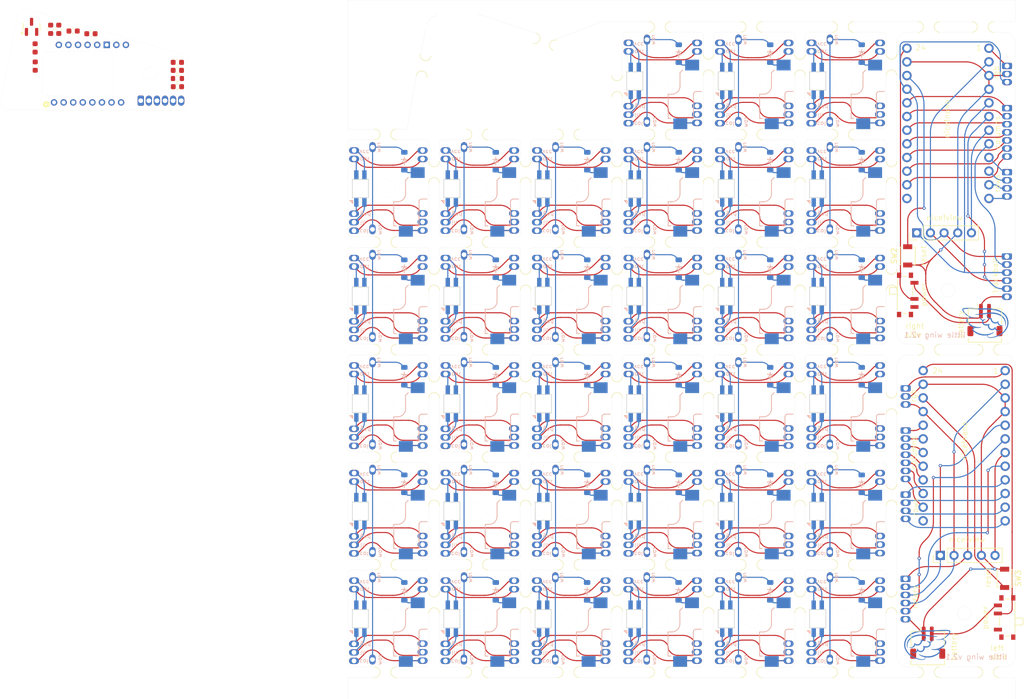
<source format=kicad_pcb>
(kicad_pcb (version 20240108) (generator "pcbnew") (generator_version "8.0")
  (layers (0 "F.Cu" signal) (31 "B.Cu" signal) (34 "B.Paste" user) (35 "F.Paste" user) (36 "B.SilkS" user "B.Silkscreen") (37 "F.SilkS" user "F.Silkscreen") (38 "B.Mask" user) (39 "F.Mask" user) (44 "Edge.Cuts" user))
  (net 0 "")
  (net 1 "Net-(U2-+VCSEL)")
  (net 2 "GND")
  (net 3 "Net-(U2-CP)")
  (net 4 "Net-(U2-CN)")
  (net 5 "3.3v")
  (net 6 "Net-(U2-VCP)")
  (net 7 "Row 0 L")
  (net 8 "Row 1 L")
  (net 9 "Row 2 L")
  (net 10 "Net-(D16-A)")
  (net 11 "VCC L")
  (net 12 "Net-(D18-DIN)")
  (net 13 "GND L")
  (net 14 "RGB L")
  (net 15 "Net-(J2-Pin_2)")
  (net 16 "NCS")
  (net 17 "+1V8")
  (net 18 "SCLK")
  (net 19 "SDIO")
  (net 20 "Row 0 R")
  (net 21 "Net-(U2-NRESET)")
  (net 22 "Row 1 R")
  (net 23 "Row 2 R")
  (net 25 "Net-(U2--VCSEL)")
  (net 28 "GND R")
  (net 29 "VCC R")
  (net 30 "CS_D L")
  (net 31 "SCK L")
  (net 32 "CS_T R")
  (net 33 "SCK R")
  (net 34 "CS_D R")
  (net 35 "Net-(J7-Pin_2)")
  (net 36 "Col 4 L")
  (net 37 "Col 3 L")
  (net 38 "Col 2 L")
  (net 39 "Col 1 L")
  (net 40 "Col 0 L")
  (net 41 "Col 5 L")
  (net 42 "Col 4 R")
  (net 43 "Col 3 R")
  (net 44 "Col 2 R")
  (net 45 "Col 1 R")
  (net 46 "Col 0 R")
  (net 47 "Col 5 R")
  (net 48 "BAT L")
  (net 49 "RST L")
  (net 50 "RST R")
  (net 51 "BAT R")
  (net 52 "CS_T L")
  (net 53 "RGB R")
  (net 55 "VCC")
  (net 56 "Col")
  (net 57 "Row")
  (net 58 "OUT")
  (net 59 "IN")
  (net 60 "Row 3 L")
  (net 61 "Row 3 R")
  (net 62 "Col 6 L")
  (net 63 "Col 6 R")
  (net 64 "SDIO L")
  (net 65 "IRQ")
  (net 66 "IRQ L")
  (net 67 "SDIO R")
  (net 68 "IRQ R")
  (footprint "Panelization:mouse-bite-2mm-slot" (layer "F.Cu") (at 147.0385 58.0077 90)
    (property "Reference" "mouse-bite-2mm-slot" (hide yes))
    (property "Value" "VAL**" (hide yes))
  )
  (footprint "" (layer "F.Cu") (at 93.903492 67.269063 90)
    (property "Reference" "")
    (property "Value" "")
  )
  (footprint "" (layer "F.Cu") (at 152.603492 53.354063 -90)
    (property "Reference" "")
    (property "Value" "")
  )
  (footprint "" (layer "F.Cu") (at 132.153492 125.734063 180)
    (property "Reference" "")
    (property "Value" "")
  )
  (footprint "Panelization:mouse-bite-2mm-slot" (layer "F.Cu") (at 104.0385 131.0077)
    (property "Reference" "mouse-bite-2mm-slot" (hide yes))
    (property "Value" "VAL**" (hide yes))
  )
  (footprint "" (layer "F.Cu") (at 127.903492 75.554063 90)
    (property "Reference" "")
    (property "Value" "")
  )
  (footprint "ScottoKeebs_Components:LED_SK6812MINI" (layer "F.Cu") (at 116.333492 81.054063 90)
    (property "Reference" "D18" (hide yes))
    (property "Value" "LED_SK6812MINI" (hide yes))
    (fp_line (start 1.7 -1.5) (end -1.7 -1.5) (stroke (width 0.12)) (layer "Edge.Cuts"))
    (fp_line (start -1.7 -1.5) (end -1.7 1.5) (stroke (width 0.12)) (layer "Edge.Cuts"))
    (fp_line (start 1.7 1.5) (end 1.7 -1.5) (stroke (width 0.12)) (layer "Edge.Cuts"))
    (fp_line (start -1.7 1.5) (end 1.7 1.5) (stroke (width 0.12)) (layer "Edge.Cuts"))
  )
  (footprint "" (layer "F.Cu") (at 178.903492 75.554063 90)
    (property "Reference" "")
    (property "Value" "")
  )
  (footprint "" (layer "F.Cu") (at 110.903492 55.554063 90)
    (property "Reference" "")
    (property "Value" "")
  )
  (footprint "" (layer "F.Cu") (at 81.169737 73.9727 90)
    (property "Reference" "")
    (property "Value" "")
  )
  (footprint "" (layer "F.Cu") (at 135.583492 108.644063 -90)
    (property "Reference" "")
    (property "Value" "")
  )
  (footprint "" (layer "F.Cu") (at 132.143242 133.964063 90)
    (property "Reference" "")
    (property "Value" "")
  )
  (footprint "Capacitor_SMD:C_0603_1608Metric" (layer "F.Cu") (at 48.34 42.11)
    (property "Reference" "C7" (hide yes))
    (property "Value" "100n" (hide yes))
  )
  (footprint "" (layer "F.Cu") (at 169.583492 48.644063 -90)
    (property "Reference" "")
    (property "Value" "")
  )
  (footprint "Panelization:mouse-bite-2mm-slot" (layer "F.Cu") (at 113.0385 118.0077 90)
    (property "Reference" "mouse-bite-2mm-slot" (hide yes))
    (property "Value" "VAL**" (hide yes))
  )
  (footprint "ScottoKeebs_Components:LED_SK6812MINI" (layer "F.Cu") (at 167.333492 141.054063 90)
    (property "Reference" "D18" (hide yes))
    (property "Value" "LED_SK6812MINI" (hide yes))
    (fp_line (start 1.7 -1.5) (end -1.7 -1.5) (stroke (width 0.12)) (layer "Edge.Cuts"))
    (fp_line (start -1.7 -1.5) (end -1.7 1.5) (stroke (width 0.12)) (layer "Edge.Cuts"))
    (fp_line (start 1.7 1.5) (end 1.7 -1.5) (stroke (width 0.12)) (layer "Edge.Cuts"))
    (fp_line (start -1.7 1.5) (end 1.7 1.5) (stroke (width 0.12)) (layer "Edge.Cuts"))
  )
  (footprint "" (layer "F.Cu") (at 110.903492 105.684063 180)
    (property "Reference" "")
    (property "Value" "")
  )
  (footprint "" (layer "F.Cu") (at 115.153492 68.899063 90)
    (property "Reference" "")
    (property "Value" "")
  )
  (footprint "" (layer "F.Cu") (at 152.583492 88.644063 -90)
    (property "Reference" "")
    (property "Value" "")
  )
  (footprint "" (layer "F.Cu") (at 166.153492 45.734063 180)
    (property "Reference" "")
    (property "Value" "")
  )
  (footprint "" (layer "F.Cu") (at 81.173492 113.964026 90)
    (property "Reference" "")
    (property "Value" "")
  )
  (footprint "Panelization:mouse-bite-2mm-slot" (layer "F.Cu") (at 138 151)
    (property "Reference" "mouse-bite-2mm-slot" (hide yes))
    (property "Value" "VAL**" (hide yes))
  )
  (footprint "Panelization:mouse-bite-2mm-slot" (layer "F.Cu") (at 164.0385 138.0077 90)
    (property "Reference" "mouse-bite-2mm-slot" (hide yes))
    (property "Value" "VAL**" (hide yes))
  )
  (footprint "" (layer "F.Cu") (at 115.153492 128.899057 90)
    (property "Reference" "")
    (property "Value" "")
  )
  (footprint "Connector_Wuerth:Wuerth_WR-WTB_64800611622_1x06_P1.50mm_Vertical" (layer "F.Cu") (at 202.482528 73.682898 -90)
    (property "Reference" "J4" (hide yes))
    (property "Value" "rotary" (hide yes))
  )
  (footprint "" (layer "F.Cu") (at 149.173492 93.964063 90)
    (property "Reference" "")
    (property "Value" "")
  )
  (footprint "" (layer "F.Cu") (at 178.903492 148.849063 90)
    (property "Reference" "")
    (property "Value" "")
  )
  (footprint "keyswitches:Kailh_socket_PG1350" (layer "F.Cu") (at 87.0385 121.007663 90)
    (property "Reference" "S16" (hide yes))
    (property "Value" "Keyswitch" (hide yes))
  )
  (footprint "Panelization:mouse-bite-2mm-slot" (layer "F.Cu") (at 155.0385 131.0077)
    (property "Reference" "mouse-bite-2mm-slot" (hide yes))
    (property "Value" "VAL**" (hide yes))
  )
  (footprint "ScottoKeebs_Components:LED_SK6812MINI" (layer "F.Cu") (at 167.333492 41.054063 90)
    (property "Reference" "D18" (hide yes))
    (property "Value" "LED_SK6812MINI" (hide yes))
    (fp_line (start 1.7 -1.5) (end -1.7 -1.5) (stroke (width 0.12)) (layer "Edge.Cuts"))
    (fp_line (start -1.7 -1.5) (end -1.7 1.5) (stroke (width 0.12)) (layer "Edge.Cuts"))
    (fp_line (start 1.7 1.5) (end 1.7 -1.5) (stroke (width 0.12)) (layer "Edge.Cuts"))
    (fp_line (start -1.7 1.5) (end 1.7 1.5) (stroke (width 0.12)) (layer "Edge.Cuts"))
  )
  (footprint "Panelization:mouse-bite-2mm-slot" (layer "F.Cu") (at 121.0385 131.0077)
    (property "Reference" "mouse-bite-2mm-slot" (hide yes))
    (property "Value" "VAL**" (hide yes))
  )
  (footprint "" (layer "F.Cu") (at 166.173492 95.544063 90)
    (property "Reference" "")
    (property "Value" "")
  )
  (footprint "" (layer "F.Cu") (at 98.153492 125.734063 180)
    (property "Reference" "")
    (property "Value" "")
  )
  (footprint "Capacitor_SMD:C_0603_1608Metric" (layer "F.Cu") (at 28.95 31.76 -5.689893001e-15)
    (property "Reference" "C6" (hide yes))
    (property "Value" "100n (X7R)" (hide yes))
  )
  (footprint "" (layer "F.Cu") (at 169.603492 73.354063 -90)
    (property "Reference" "")
    (property "Value" "")
  )
  (footprint "" (layer "F.Cu") (at 152.583492 68.644063 -90)
    (property "Reference" "")
    (property "Value" "")
  )
  (footprint "" (layer "F.Cu") (at 127.903492 128.849057 90)
    (property "Reference" "")
    (property "Value" "")
  )
  (footprint "Panelization:mouse-bite-2mm-slot" (layer "F.Cu") (at 172.0385 91.0077)
    (property "Reference" "mouse-bite-2mm-slot" (hide yes))
    (property "Value" "VAL**" (hide yes))
  )
  (footprint "" (layer "F.Cu") (at 149.153492 48.899063 90)
    (property "Reference" "")
    (property "Value" "")
  )
  (footprint "Panelization:mouse-bite-2mm-slot" (layer "F.Cu") (at 181.0385 78.0077 90)
    (property "Reference" "mouse-bite-2mm-slot" (hide yes))
    (property "Value" "VAL**" (hide yes))
  )
  (footprint "ScottoKeebs_Components:LED_SK6812MINI" (layer "F.Cu") (at 150.333492 141.054063 90)
    (property "Reference" "D18" (hide yes))
    (property "Value" "LED_SK6812MINI" (hide yes))
    (fp_line (start 1.7 -1.5) (end -1.7 -1.5) (stroke (width 0.12)) (layer "Edge.Cuts"))
    (fp_line (start -1.7 -1.5) (end -1.7 1.5) (stroke (width 0.12)) (layer "Edge.Cuts"))
    (fp_line (start 1.7 1.5) (end 1.7 -1.5) (stroke (width 0.12)) (layer "Edge.Cuts"))
    (fp_line (start -1.7 1.5) (end 1.7 1.5) (stroke (width 0.12)) (layer "Edge.Cuts"))
  )
  (footprint "" (layer "F.Cu") (at 110.903492 147.269063 90)
    (property "Reference" "")
    (property "Value" "")
  )
  (footprint "keyswitches:Kailh_socket_PG1350" (layer "F.Cu") (at 155.0385 141.0077 90)
    (property "Reference" "S16" (hide yes))
    (property "Value" "Keyswitch" (hide yes))
  )
  (footprint "" (layer "F.Cu") (at 110.903492 95.554063 90)
    (property "Reference" "")
    (property "Value" "")
  )
  (footprint "Panelization:mouse-bite-2mm-slot" (layer "F.Cu") (at 172.0385 71.0077)
    (property "Reference" "mouse-bite-2mm-slot" (hide yes))
    (property "Value" "VAL**" (hide yes))
  )
  (footprint "" (layer "F.Cu") (at 98.173492 73.964063 90)
    (property "Reference" "")
    (property "Value" "")
  )
  (footprint "" (layer "F.Cu") (at 135.553242 148.644063 -90)
    (property "Reference" "")
    (property "Value" "")
  )
  (footprint "" (layer "F.Cu") (at 115.153492 87.319063 90)
    (property "Reference" "")
    (property "Value" "")
  )
  (footprint "" (layer "F.Cu") (at 132.173492 75.544063 90)
    (property "Reference" "")
    (property "Value" "")
  )
  (footprint "Panelization:mouse-bite-2mm-slot" (layer "F.Cu") (at 130.0385 58.0077 90)
    (property "Reference" "mouse-bite-2mm-slot" (hide yes))
    (property "Value" "VAL**" (hide yes))
  )
  (footprint "" (layer "F.Cu") (at 144.903492 65.684063 180)
    (property "Reference" "")
    (property "Value" "")
  )
  (footprint "" (layer "F.Cu") (at 98.153492 65.734063 180)
    (property "Reference" "")
    (property "Value" "")
  )
  (footprint "" (layer "F.Cu") (at 127.873242 133.974063 90)
    (property "Reference" "")
    (property "Value" "")
  )
  (footprint "Panelization:mouse-bite-2mm-slot" (layer "F.Cu") (at 121 151)
    (property "Reference" "mouse-bite-2mm-slot" (hide yes))
    (property "Value" "VAL**" (hide yes))
  )
  (footprint "" (layer "F.Cu") (at 127.903492 85.684063 180)
    (property "Reference" "")
    (property "Value" "")
  )
  (footprint "" (layer "F.Cu") (at 127.903492 108.849063 90)
    (property "Reference" "")
    (property "Value" "")
  )
  (footprint "" (layer "F.Cu") (at 166.153492 107.319063 90)
    (property "Reference" "")
    (property "Value" "")
  )
  (footprint "keyswitches:Kailh_socket_PG1350" (layer "F.Cu") (at 138.00825 141.0077 90)
    (property "Reference" "S16" (hide yes))
    (property "Value" "Keyswitch" (hide yes))
  )
  (footprint "" (layer "F.Cu") (at 132.173492 35.544063 90)
    (property "Reference" "")
    (property "Value" "")
  )
  (footprint "" (layer "F.Cu") (at 166.153492 108.899063 90)
    (property "Reference" "")
    (property "Value" "")
  )
  (footprint "" (layer "F.Cu") (at 132.173492 115.544063 90)
    (property "Reference" "")
    (property "Value" "")
  )
  (footprint "" (layer "F.Cu") (at 115.153492 65.734063 180)
    (property "Reference" "")
    (property "Value" "")
  )
  (footprint "ScottoKeebs_Components:LED_SK6812MINI" (layer "F.Cu") (at 99.333492 101.054063 90)
    (property "Reference" "D18" (hide yes))
    (property "Value" "LED_SK6812MINI" (hide yes))
    (fp_line (start 1.7 -1.5) (end -1.7 -1.5) (stroke (width 0.12)) (layer "Edge.Cuts"))
    (fp_line (start -1.7 -1.5) (end -1.7 1.5) (stroke (width 0.12)) (layer "Edge.Cuts"))
    (fp_line (start 1.7 1.5) (end 1.7 -1.5) (stroke (width 0.12)) (layer "Edge.Cuts"))
    (fp_line (start -1.7 1.5) (end 1.7 1.5) (stroke (width 0.12)) (layer "Edge.Cuts"))
  )
  (footprint "ScottoKeebs_MCU:Nice_Nano_V2_Flipped" (layer "F.Cu") (at 194.540868 108.880972)
    (property "Reference" "U3" (hide yes))
    (property "Value" "nice!nano v2" (hide yes))
  )
  (footprint "Connector_Wuerth:Wuerth_WR-WTB_64800711622_1x07_P1.50mm_Vertical" (layer "F.Cu") (at 202.508604 46.0992 -90)
    (property "Reference" "J12" (hide yes))
    (property "Value" "columns" (hide yes))
  )
  (footprint "" (layer "F.Cu") (at 152.603492 33.354063 -90)
    (property "Reference" "")
    (property "Value" "")
  )
  (footprint "Connector_Wuerth:Wuerth_WR-WTB_64800411622_1x04_P1.50mm_Vertical" (layer "F.Cu") (at 202.508604 58.0174 -90)
    (property "Reference" "J9" (hide yes))
    (property "Value" "rows" (hide yes))
  )
  (footprint "keyswitches:Kailh_socket_PG1350" (layer "F.Cu") (at 155.0385 41.0077 90)
    (property "Reference" "S16" (hide yes))
    (property "Value" "Keyswitch" (hide yes))
  )
  (footprint "" (layer "F.Cu") (at 149.153492 125.734063 180)
    (property "Reference" "")
    (property "Value" "")
  )
  (footprint "Panelization:mouse-bite-2mm-slot" (layer "F.Cu") (at 188.0385 91.0077)
    (property "Reference" "mouse-bite-2mm-slot" (hide yes))
    (property "Value" "VAL**" (hide yes))
  )
  (footprint "" (layer "F.Cu") (at 166.173492 53.964063 90)
    (property "Reference" "")
    (property "Value" "")
  )
  (footprint "" (layer "F.Cu") (at 152.583492 48.644063 -90)
    (property "Reference" "")
    (property "Value" "")
  )
  (footprint "" (layer "F.Cu") (at 81.149737 88.9077 90)
    (property "Reference" "")
    (property "Value" "")
  )
  (footprint "" (layer "F.Cu") (at 127.903492 68.849063 90)
    (property "Reference" "")
    (property "Value" "")
  )
  (footprint "" (layer "F.Cu") (at 169.603492 113.354063 -90)
    (property "Reference" "")
    (property "Value" "")
  )
  (footprint "Panelization:mouse-bite-2mm-slot" (layer "F.Cu") (at 155.0385 111.0077)
    (property "Reference" "mouse-bite-2mm-slot" (hide yes))
    (property "Value" "VAL**" (hide yes))
  )
  (footprint "" (layer "F.Cu") (at 178.903492 127.269063 90)
    (property "Reference" "")
    (property "Value" "")
  )
  (footprint "Panelization:mouse-bite-2mm-slot" (layer "F.Cu") (at 96.0385 138.0077 90)
    (property "Reference" "mouse-bite-2mm-slot" (hide yes))
    (property "Value" "VAL**" (hide yes))
  )
  (footprint "" (layer "F.Cu") (at 178.903492 53.974063 90)
    (property "Reference" "")
    (property "Value" "")
  )
  (footprint "" (layer "F.Cu") (at 144.903492 95.554063 90)
    (property "Reference" "")
    (property "Value" "")
  )
  (footprint "" (layer "F.Cu") (at 178.903492 88.849063 90)
    (property "Reference" "")
    (property "Value" "")
  )
  (footprint "ScottoKeebs_Components:LED_SK6812MINI" (layer "F.Cu") (at 116.333492 121.054057 90)
    (property "Reference" "D18" (hide yes))
    (property "Value" "LED_SK6812MINI" (hide yes))
    (fp_line (start 1.7 -1.5) (end -1.7 -1.5) (stroke (width 0.12)) (layer "Edge.Cuts"))
    (fp_line (start -1.7 -1.5) (end -1.7 1.5) (stroke (width 0.12)) (layer "Edge.Cuts"))
    (fp_line (start 1.7 1.5) (end 1.7 -1.5) (stroke (width 0.12)) (layer "Edge.Cuts"))
    (fp_line (start -1.7 1.5) (end 1.7 1.5) (stroke (width 0.12)) (layer "Edge.Cuts"))
  )
  (footprint "Button_Switch_SMD:SW_SPST_B3U-1000P" (layer "F.Cu") (at 202.058592 133.54327 -90)
    (property "Reference" "SW3")
    (property "Value" "Reset")
  )
  (footprint "" (layer "F.Cu") (at 93.903492 53.974063 90)
    (property "Reference" "")
    (property "Value" "")
  )
  (footprint "" (layer "F.Cu") (at 161.903492 88.849063 90)
    (property "Reference" "")
    (property "Value" "")
  )
  (footprint "" (layer "F.Cu") (at 144.903492 73.974063 90)
    (property "Reference" "")
    (property "Value" "")
  )
  (footprint "" (layer "F.Cu") (at 178.903492 47.269063 90)
    (property "Reference" "")
    (property "Value" "")
  )
  (footprint "" (layer "F.Cu") (at 166.153492 88.899063 90)
    (property "Reference" "")
    (property "Value" "")
  )
  (footprint "" (layer "F.Cu") (at 161.903492 47.269063 90)
    (property "Reference" "")
    (property "Value" "")
  )
  (footprint "Panelization:mouse-bite-2mm-slot" (layer "F.Cu") (at 155.0385 51.0077)
    (property "Reference" "mouse-bite-2mm-slot" (hide yes))
    (property "Value" "VAL**" (hide yes))
  )
  (footprint "Panelization:mouse-bite-2mm-slot" (layer "F.Cu") (at 87.0385 91.0077)
    (property "Reference" "mouse-bite-2mm-slot" (hide yes))
    (property "Value" "VAL**" (hide yes))
  )
  (footprint "" (layer "F.Cu") (at 178.903492 35.554063 90)
    (property "Reference" "")
    (property "Value" "")
  )
  (footprint "" (layer "F.Cu") (at 118.603492 93.354063 -90)
    (property "Reference" "")
    (property "Value" "")
  )
  (footprint "keyswitches:Kailh_socket_PG1350" (layer "F.Cu") (at 87.0385 141.0077 90)
    (property "Reference" "S16" (hide yes))
    (property "Value" "Keyswitch" (hide yes))
  )
  (footprint "" (layer "F.Cu") (at 166.173492 93.964063 90)
    (property "Reference" "")
    (property "Value" "")
  )
  (footprint "" (layer "F.Cu") (at 161.903492 135.554063 90)
    (property "Reference" "")
    (property "Value" "")
  )
  (footprint "Connector_JST:JST_ZH_S2B-ZR-SM4A-TF_1x02-1MP_P1.50mm_Horizontal" (layer "F.Cu") (at 187.771792 145.50747)
    (property "Reference" "J7" (hide yes))
    (property "Value" "Battery" (hide yes))
  )
  (footprint "" (layer "F.Cu") (at 132.153492 127.319063 90)
    (property "Reference" "")
    (property "Value" "")
  )
  (footprint "" (layer "F.Cu") (at 132.153492 67.319063 90)
    (property "Reference" "")
    (property "Value" "")
  )
  (footprint "" (layer "F.Cu") (at 144.903492 113.974063 90)
    (property "Reference" "")
    (property "Value" "")
  )
  (footprint "Panelization:mouse-bite-2mm-slot" (layer "F.Cu") (at 130.0385 98.0077 90)
    (property "Reference" "mouse-bite-2mm-slot" (hide yes))
    (property "Value" "VAL**" (hide yes))
  )
  (footprint "" (layer "F.Cu") (at 166.153492 145.734063 180)
    (property "Reference" "")
    (property "Value" "")
  )
  (footprint "" (layer "F.Cu") (at 144.903492 47.269063 90)
    (property "Reference" "")
    (property "Value" "")
  )
  (footprint "Panelization:mouse-bite-2mm-slot" (layer "F.Cu") (at 198 31)
    (property "Reference" "mouse-bite-2mm-slot" (hide yes))
    (property "Value" "VAL**" (hide yes))
  )
  (footprint "" (layer "F.Cu") (at 149.173492 53.964063 90)
    (property "Reference" "")
    (property "Value" "")
  )
  (footprint "" (layer "F.Cu") (at 161.903492 73.974063 90)
    (property "Reference" "")
    (property "Value" "")
  )
  (footprint "" (layer "F.Cu") (at 127.903492 53.974063 90)
    (property "Reference" "")
    (property "Value" "")
  )
  (footprint "" (layer "F.Cu") (at 161.903492 53.974063 90)
    (property "Reference" "")
    (property "Value" "")
  )
  (footprint "Panelization:mouse-bite-2mm-slot" (layer "F.Cu") (at 155 151)
    (property "Reference" "mouse-bite-2mm-slot" (hide yes))
    (property "Value" "VAL**" (hide yes))
  )
  (footprint "" (layer "F.Cu") (at 144.903492 107.269063 90)
    (property "Reference" "")
    (property "Value" "")
  )
  (footprint "" (layer "F.Cu") (at 178.903492 33.974063 90)
    (property "Reference" "")
    (property "Value" "")
  )
  (footprint "" (layer "F.Cu") (at 98.153492 87.319063 90)
    (property "Reference" "")
    (property "Value" "")
  )
  (footprint "" (layer "F.Cu") (at 127.903492 55.554063 90)
    (property "Reference" "")
    (property "Value" "")
  )
  (footprint "" (layer "F.Cu") (at 98.173492 93.964063 90)
    (property "Reference" "")
    (property "Value" "")
  )
  (footprint "" (layer "F.Cu") (at 161.903492 95.554063 90)
    (property "Reference" "")
    (property "Value" "")
  )
  (footprint "" (layer "F.Cu") (at 161.903492 35.554063 90)
    (property "Reference" "")
    (property "Value" "")
  )
  (footprint "" (layer "F.Cu") (at 127.903492 65.684063 180)
    (property "Reference" "")
    (property "Value" "")
  )
  (footprint "" (layer "F.Cu") (at 132.173492 93.964063 90)
    (property "Reference" "")
    (property "Value" "")
  )
  (footprint "" (layer "F.Cu") (at 98.173492 115.544063 90)
    (property "Reference" "")
    (property "Value" "")
  )
  (footprint "" (layer "F.Cu") (at 84.579737 88.6527 -90)
    (property "Reference" "")
    (property "Value" "")
  )
  (footprint "" (layer "F.Cu") (at 110.903492 93.974063 90)
    (property "Reference" "")
    (property "Value" "")
  )
  (footprint "" (layer "F.Cu") (at 93.899737 87.2777 90)
    (property "Reference" "")
    (property "Value" "")
  )
  (footprint "Panelization:mouse-bite-2mm-slot" (layer "F.Cu") (at 147.0385 78.0077 90)
    (property "Reference" "mouse-bite-2mm-slot" (hide yes))
    (property "Value" "VAL**" (hide yes))
  )
  (footprint "Package_TO_SOT_SMD:SOT-23" (layer "F.Cu") (at 21.230909 30.979121 90)
    (property "Reference" "U4" (hide yes))
    (property "Value" "MCP1700x-180xxTT" (hide yes))
  )
  (footprint "" (layer "F.Cu") (at 93.899737 75.5627 90)
    (property "Reference" "")
    (property "Value" "")
  )
  (footprint "" (layer "F.Cu") (at 152.583492 148.644063 -90)
    (property "Reference" "")
    (property "Value" "")
  )
  (footprint "" (layer "F.Cu") (at 127.903492 115.554057 90)
    (property "Reference" "")
    (property "Value" "")
  )
  (footprint "Connector_Wuerth:Wuerth_WR-WTB_64800611622_1x06_P1.50mm_Vertical" (layer "F.Cu") (at 41.53 44.71)
    (property "Reference" "J3" (hide yes))
    (property "Value" "trackball" (hide yes))
  )
  (footprint "" (layer "F.Cu") (at 115.123242 148.899063 90)
    (property "Reference" "")
    (property "Value" "")
  )
  (footprint "Panelization:mouse-bite-2mm-slot" (layer "F.Cu") (at 138 31)
    (property "Reference" "mouse-bite-2mm-slot" (hide yes))
    (property "Value" "VAL**" (hide yes))
  )
  (footprint "Connector_Wuerth:Wuerth_WR-WTB_64800711622_1x07_P1.50mm_Vertical" (layer "F.Cu") (at 183.669668 106.055972 -90)
    (property "Reference" "J13" (hide yes))
    (property "Value" "columns" (hide yes))
  )
  (footprint "" (layer "F.Cu") (at 178.903492 73.974063 90)
    (property "Reference" "")
    (property "Value" "")
  )
  (footprint "Panelization:mouse-bite-2mm-slot" (layer "F.Cu") (at 130.0385 118.0077 90)
    (property "Reference" "mouse-bite-2mm-slot" (hide yes))
    (property "Value" "VAL**" (hide yes))
  )
  (footprint "" (layer "F.Cu") (at 166.153492 127.319063 90)
    (property "Reference" "")
    (property "Value" "")
  )
  (footprint "Panelization:mouse-bite-2mm-slot" (layer "F.Cu") (at 113.0385 78.0077 90)
    (property "Reference" "mouse-bite-2mm-slot" (hide yes))
    (property "Value" "VAL**" (hide yes))
  )
  (footprint "" (layer "F.Cu") (at 149.173492 95.544063 90)
    (property "Reference" "")
    (property "Value" "")
  )
  (footprint "" (layer "F.Cu") (at 144.873242 133.974063 90)
    (property "Reference" "")
    (property "Value" "")
  )
  (footprint "" (layer "F.Cu") (at 118.603492 53.354063 -90)
    (property "Reference" "")
    (property "Value" "")
  )
  (footprint "ScottoKeebs_Components:LED_SK6812MINI" (layer "F.Cu") (at 99.333492 121.054063 90)
    (property "Reference" "D18" (hide yes))
    (property "Value" "LED_SK6812MINI" (hide yes))
    (fp_line (start 1.7 -1.5) (end -1.7 -1.5) (stroke (width 0.12)) (layer "Edge.Cuts"))
    (fp_line (start -1.7 -1.5) (end -1.7 1.5) (stroke (width 0.12)) (layer "Edge.Cuts"))
    (fp_line (start 1.7 1.5) (end 1.7 -1.5) (stroke (width 0.12)) (layer "Edge.Cuts"))
    (fp_line (start -1.7 1.5) (end 1.7 1.5) (stroke (width 0.12)) (layer "Edge.Cuts"))
  )
  (footprint "" (layer "F.Cu") (at 84.599737 73.3627 -90)
    (property "Reference" "")
    (property "Value" "")
  )
  (footprint "Panelization:mouse-bite-2mm-slot" (layer "F.Cu") (at 113.0385 138.0077 90)
    (property "Reference" "mouse-bite-2mm-slot" (hide yes))
    (property "Value" "VAL**" (hide yes))
  )
  (footprint "" (layer "F.Cu") (at 118.573242 133.354063 -90)
    (property "Reference" "")
    (property "Value" "")
  )
  (footprint "" (layer "F.Cu") (at 178.903492 87.269063 90)
    (property "Reference" "")
    (property "Value" "")
  )
  (footprint "Connector_PinHeader_2.54mm:PinHeader_1x05_P2.54mm_Vertical" (layer "F.Cu") (at 185.734804 69.295 90)
    (property "Reference" "J1" (hide yes))
    (property "Value" "nice!view" (hide yes))
  )
  (footprint "" (layer "F.Cu") (at 149.173492 73.964063 90)
    (property "Reference" "")
    (property "Value" "")
  )
  (footprint "Panelization:mouse-bite-2mm-slot" (layer "F.Cu") (at 104.0385 71.0077)
    (property "Reference" "mouse-bite-2mm-slot" (hide yes))
    (property "Value" "VAL**" (hide yes))
  )
  (footprint "keyswitches:Kailh_socket_PG1350" (layer "F.Cu") (at 172.0385 61.0077 90)
    (property "Reference" "S16" (hide yes))
    (property "Value" "Keyswitch" (hide yes))
  )
  (footprint "" (layer "F.Cu") (at 161.903492 87.269063 90)
    (property "Reference" "")
    (property "Value" "")
  )
  (footprint "keyswitches:Kailh_socket_PG1350" (layer "F.Cu") (at 155.0385 61.0077 90)
    (property "Reference" "S16" (hide yes))
    (property "Value" "Keyswitch" (hide yes))
  )
  (footprint "Panelization:mouse-bite-2mm-slot" (layer "F.Cu") (at 130.0385 42.0077 90)
    (property "Reference" "mouse-bite-2mm-slot" (hide yes))
    (property "Value" "VAL**" (hide yes))
  )
  (footprint "" (layer "F.Cu") (at 115.153492 67.319063 90)
    (property "Reference" "")
    (property "Value" "")
  )
  (footprint "" (layer "F.Cu") (at 166.173492 135.544063 90)
    (property "Reference" "")
    (property "Value" "")
  )
  (footprint "" (layer "F.Cu") (at 93.903492 95.554063 90)
    (property "Reference" "")
    (property "Value" "")
  )
  (footprint "ScottoKeebs_Components:LED_SK6812MINI" (layer "F.Cu") (at 82.333492 101.054063 90)
    (property "Reference" "D18" (hide yes))
    (property "Value" "LED_SK6812MINI" (hide yes))
    (fp_line (start 1.7 -1.5) (end -1.7 -1.5) (stroke (width 0.12)) (layer "Edge.Cuts"))
    (fp_line (start -1.7 -1.5) (end -1.7 1.5) (stroke (width 0.12)) (layer "Edge.Cuts"))
    (fp_line (start 1.7 1.5) (end 1.7 -1.5) (stroke (width 0.12)) (layer "Edge.Cuts"))
    (fp_line (start -1.7 1.5) (end 1.7 1.5) (stroke (width 0.12)) (layer "Edge.Cuts"))
  )
  (footprint "ScottoKeebs_Components:LED_SK6812MINI" (layer "F.Cu") (at 167.333492 81.054063 90)
    (property "Reference" "D18" (hide yes))
    (property "Value" "LED_SK6812MINI" (hide yes))
    (fp_line (start 1.7 -1.5) (end -1.7 -1.5) (stroke (width 0.12)) (layer "Edge.Cuts"))
    (fp_line (start -1.7 -1.5) (end -1.7 1.5) (stroke (width 0.12)) (layer "Edge.Cuts"))
    (fp_line (start 1.7 1.5) (end 1.7 -1.5) (stroke (width 0.12)) (layer "Edge.Cuts"))
    (fp_line (start -1.7 1.5) (end 1.7 1.5) (stroke (width 0.12)) (layer "Edge.Cuts"))
  )
  (footprint "" (layer "F.Cu") (at 81.153492 145.734063 180)
    (property "Reference" "")
    (property "Value" "")
  )
  (footprint "" (layer "F.Cu") (at 118.583492 68.644063 -90)
    (property "Reference" "")
    (property "Value" "")
  )
  (footprint "" (layer "F.Cu") (at 118.553242 148.644063 -90)
    (property "Reference" "")
    (property "Value" "")
  )
  (footprint "keyswitches:Kailh_socket_PG1350" (layer "F.Cu") (at 104.0385 141.0077 90)
    (property "Reference" "S16" (hide yes))
    (property "Value" "Keyswitch" (hide yes))
  )
  (footprint "" (layer "F.Cu") (at 149.153492 147.319063 90)
    (property "Reference" "")
    (property "Value" "")
  )
  (footprint "" (layer "F.Cu") (at 178.903492 133.974063 90)
    (property "Reference" "")
    (property "Value" "")
  )
  (footprint "" (layer "F.Cu") (at 98.153492 107.319063 90)
    (property "Reference" "")
    (property "Value" "")
  )
  (footprint "" (layer "F.Cu") (at 127.903492 107.269063 90)
    (property "Reference" "")
    (property "Value" "")
  )
  (footprint "" (layer "F.Cu") (at 169.603492 53.354063 -90)
    (property "Reference" "")
    (property "Value" "")
  )
  (footprint "" (layer "F.Cu") (at 93.903492 107.269063 90)
    (property "Reference" "")
    (property "Value" "")
  )
  (footprint "" (layer "F.Cu") (at 110.903492 68.849063 90)
    (property "Reference" "")
    (property "Value" "")
  )
  (footprint "Connector_Wuerth:Wuerth_WR-WTB_64800311622_1x03_P1.50mm_Vertical" (layer "F.Cu") (at 202.508604 38.2562 -90)
    (property "Reference" "J8" (hide yes))
    (property "Value" "rgb" (hide yes))
  )
  (footprint "Panelization:mouse-bite-2mm-slot" (layer "F.Cu") (at 199 151)
    (property "Reference" "mouse-bite-2mm-slot" (hide yes))
    (property "Value" "VAL**" (hide yes))
  )
  (footprint "" (layer "F.Cu") (at 144.903492 68.849063 90)
    (property "Reference" "")
    (property "Value" "")
  )
  (footprint "" (layer "F.Cu") (at 115.173492 73.964063 90)
    (property "Reference" "")
    (property "Value" "")
  )
  (footprint "" (layer "F.Cu") (at 161.903492 45.684063 180)
    (property "Reference" "")
    (property "Value" "")
  )
  (footprint "Panelization:mouse-bite-2mm-slot" (layer "F.Cu") (at 172.0385 131.0077)
    (property "Reference" "mouse-bite-2mm-slot" (hide yes))
    (property "Value" "VAL**" (hide yes))
  )
  (footprint "" (layer "F.Cu") (at 84.583492 68.644063 -90)
    (property "Reference" "")
    (property "Value" "")
  )
  (footprint "" (layer "F.Cu") (at 132.153492 65.734063 180)
    (property "Reference" "")
    (property "Value" "")
  )
  (footprint "" (layer "F.Cu") (at 118.603492 113.354057 -90)
    (property "Reference" "")
    (property "Value" "")
  )
  (footprint "sensor:PMW3610" (layer "F.Cu") (at 29.693373 39.683381 90)
    (property "Reference" "U2" (hide yes))
    (property "Value" "PMW3610")
  )
  (footprint "Panelization:mouse-bite-2mm-slot" (layer "F.Cu") (at 104.0385 91.0077)
    (property "Reference" "mouse-bite-2mm-slot" (hide yes))
    (property "Value" "VAL**" (hide yes))
  )
  (footprint "" (layer "F.Cu") (at 84.583492 148.644063 -90)
    (property "Reference" "")
    (property "Value" "")
  )
  (footprint "" (layer "F.Cu") (at 93.903492 128.849026 90)
    (property "Reference" "")
    (property "Value" "")
  )
  (footprint "keyswitches:Kailh_socket_PG1350" (layer "F.Cu") (at 172.0385 141.0077 90)
    (property "Reference" "S16" (hide yes))
    (property "Value" "Keyswitch" (hide yes))
  )
  (footprint "" (layer "F.Cu") (at 161.903492 33.974063 90)
    (property "Reference" "")
    (property "Value" "")
  )
  (footprint "" (layer "F.Cu") (at 178.903492 68.849063 90)
    (property "Reference" "")
    (property "Value" "")
  )
  (footprint "Capacitor_SMD:C_0603_1608Metric" (layer "F.Cu") (at 21.890909 34.901621 -90)
    (property "Reference" "C10" (hide yes))
    (property "Value" "1uF" (hide yes))
  )
  (footprint "" (layer "F.Cu") (at 115.173492 53.964063 90)
    (property "Reference" "")
    (property "Value" "")
  )
  (footprint "" (layer "F.Cu") (at 178.903492 115.554063 90)
    (property "Reference" "")
    (property "Value" "")
  )
  (footprint "" (layer "F.Cu") (at 166.153492 125.734063 180)
    (property "Reference" "")
    (property "Value" "")
  )
  (footprint "" (layer "F.Cu") (at 169.603492 33.354063 -90)
    (property "Reference" "")
    (property "Value" "")
  )
  (footprint "" (layer "F.Cu") (at 166.153492 68.899063 90)
    (property "Reference" "")
    (property "Value" "")
  )
  (footprint "" (layer "F.Cu") (at 144.903492 125.684063 180)
    (property "Reference" "")
    (property "Value" "")
  )
  (footprint "" (layer "F.Cu") (at 101.603492 133.354063 -90)
    (property "Reference" "")
    (property "Value" "")
  )
  (footprint "" (layer "F.Cu") (at 115.153492 127.319057 90)
    (property "Reference" "")
    (property "Value" "")
  )
  (footprint "Connector_JST:JST_ZH_S2B-ZR-SM4A-TF_1x02-1MP_P1.50mm_Horizontal" (layer "F.Cu") (at 198.408404 85.509966)
    (property "Reference" "J2" (hide yes))
    (property "Value" "Battery" (hide yes))
  )
  (footprint "keyswitches:Kailh_socket_PG1350" (layer "F.Cu") (at 138.0385 41.0077 90)
    (property "Reference" "S16" (hide yes))
    (property "Value" "Keyswitch" (hide yes))
  )
  (footprint "" (layer "F.Cu") (at 98.173492 135.544063 90)
    (property "Reference" "")
    (property "Value" "")
  )
  (footprint "" (layer "F.Cu") (at 178.903492 108.849063 90)
    (property "Reference" "")
    (property "Value" "")
  )
  (footprint "" (layer "F.Cu") (at 169.583492 128.644063 -90)
    (property "Reference" "")
    (property "Value" "")
  )
  (footprint "" (layer "F.Cu") (at 115.143242 133.964063 90)
    (property "Reference" "")
    (property "Value" "")
  )
  (footprint "" (layer "F.Cu") (at 178.903492 48.849063 90)
    (property "Reference" "")
    (property "Value" "")
  )
  (footprint "Panelization:mouse-bite-2mm-slot" (layer "F.Cu") (at 138.0385 111.0077)
    (property "Reference" "mouse-bite-2mm-slot" (hide yes))
    (property "Value" "VAL**" (hide yes))
  )
  (footprint "" (layer "F.Cu") (at 166.153492 47.319063 90)
    (property "Reference" "")
    (property "Value" "")
  )
  (footprint "" (layer "F.Cu") (at 149.153492 47.319063 90)
    (property "Reference" "")
    (property "Value" "")
  )
  (footprint "" (layer "F.Cu") (at 84.603492 113.354026 -90)
    (property "Reference" "")
    (property "Value" "")
  )
  (footprint "Panelization:mouse-bite-2mm-slot" (layer "F.Cu") (at 138.0385 51.0077)
    (property "Reference" "mouse-bite-2mm-slot" (hide yes))
    (property "Value" "VAL**" (hide yes))
  )
  (footprint "" (layer "F.Cu") (at 101.603492 113.354063 -90)
    (property "Reference" "")
    (property "Value" "")
  )
  (footprint "Connector_PinHeader_2.54mm:PinHeader_1x05_P2.54mm_Vertical" (layer "F.Cu") (at 190.120868 129.277172 90)
    (property "Reference" "J6" (hide yes))
    (property "Value" "nice!view" (hide yes))
  )
  (footprint "keyswitches:Kailh_socket_PG1350" (layer "F.Cu") (at 121.00825 141.0077 90)
    (property "Reference" "S16" (hide yes))
    (property "Value" "Keyswitch" (hide yes))
  )
  (footprint "" (layer "F.Cu") (at 166.173492 33.964063 90)
    (property "Reference" "")
    (property "Value" "")
  )
  (footprint "Panelization:mouse-bite-2mm-slot" (layer "F.Cu") (at 164.0385 38.0077 90)
    (property "Reference" "mouse-bite-2mm-slot" (hide yes))
    (property "Value" "VAL**" (hide yes))
  )
  (footprint "" (layer "F.Cu") (at 110.903492 128.849063 90)
    (property "Reference" "")
    (property "Value" "")
  )
  (footprint "" (layer "F.Cu") (at 161.903492 107.269063 90)
    (property "Reference" "")
    (property "Value" "")
  )
  (footprint "" (layer "F.Cu") (at 127.903492 113.974057 90)
    (property "Reference" "")
    (property "Value" "")
  )
  (footprint "Panelization:mouse-bite-2mm-slot" (layer "F.Cu") (at 147.0385 38.0077 90)
    (property "Reference" "mouse-bite-2mm-slot" (hide yes))
    (property "Value" "VAL**" (hide yes))
  )
  (footprint "ScottoKeebs_Components:LED_SK6812MINI" (layer "F.Cu") (at 82.333492 61.054063 90)
    (property "Reference" "D18" (hide yes))
    (property "Value" "LED_SK6812MINI" (hide yes))
    (fp_line (start 1.7 -1.5) (end -1.7 -1.5) (stroke (width 0.12)) (layer "Edge.Cuts"))
    (fp_line (start -1.7 -1.5) (end -1.7 1.5) (stroke (width 0.12)) (layer "Edge.Cuts"))
    (fp_line (start 1.7 1.5) (end 1.7 -1.5) (stroke (width 0.12)) (layer "Edge.Cuts"))
    (fp_line (start -1.7 1.5) (end 1.7 1.5) (stroke (width 0.12)) (layer "Edge.Cuts"))
  )
  (footprint "" (layer "F.Cu") (at 81.173492 133.964063 90)
    (property "Reference" "")
    (property "Value" "")
  )
  (footprint "Button_Switch_SMD:SW_SPDT_PCM12" (layer "F.Cu") (at 183.875204 80.829766 -90)
    (property "Reference" "SW1" (hide yes))
    (property "Value" "Power" (hide yes))
  )
  (footprint "Panelization:mouse-bite-2mm-slot" (layer "F.Cu") (at 121.0385 71.0077)
    (property "Reference" "mouse-bite-2mm-slot" (hide yes))
    (property "Value" "VAL**" (hide yes))
  )
  (footprint "" (layer "F.Cu") (at 135.583492 88.644063 -90)
    (property "Reference" "")
    (property "Value" "")
  )
  (footprint "keyswitches:Kailh_socket_PG1350" (layer "F.Cu") (at 121.0385 61.0077 90)
    (property "Reference" "S16" (hide yes))
    (property "Value" "Keyswitch" (hide yes))
  )
  (footprint "ScottoKeebs_Components:LED_SK6812MINI" (layer "F.Cu") (at 150.333492 121.054063 90)
    (property "Reference" "D18" (hide yes))
    (property "Value" "LED_SK6812MINI" (hide yes))
    (fp_line (start 1.7 -1.5) (end -1.7 -1.5) (stroke (width 0.12)) (layer "Edge.Cuts"))
    (fp_line (start -1.7 -1.5) (end -1.7 1.5) (stroke (width 0.12)) (layer "Edge.Cuts"))
    (fp_line (start 1.7 1.5) (end 1.7 -1.5) (stroke (width 0.12)) (layer "Edge.Cuts"))
    (fp_line (start -1.7 1.5) (end 1.7 1.5) (stroke (width 0.12)) (layer "Edge.Cuts"))
  )
  (footprint "" (layer "F.Cu") (at 144.903492 128.849063 90)
    (property "Reference" "")
    (property "Value" "")
  )
  (footprint "" (layer "F.Cu") (at 110.903492 107.269063 90)
    (property "Reference" "")
    (property "Value" "")
  )
  (footprint "Panelization:mouse-bite-2mm-slot" (layer "F.Cu") (at 113.0385 98.0077 90)
    (property "Reference" "mouse-bite-2mm-slot" (hide yes))
    (property "Value" "VAL**" (hide yes))
  )
  (footprint "" (layer "F.Cu") (at 81.173492 53.964063 90)
    (property "Reference" "")
    (property "Value" "")
  )
  (footprint "" (layer "F.Cu") (at 132.173492 73.964063 90)
    (property "Reference" "")
    (property "Value" "")
  )
  (footprint "" (layer "F.Cu") (at 166.173492 35.544063 90)
    (property "Reference" "")
    (property "Value" "")
  )
  (footprint "" (layer "F.Cu") (at 84.583492 128.644026 -90)
    (property "Reference" "")
    (property "Value" "")
  )
  (footprint "Panelization:mouse-bite-2mm-slot" (layer "F.Cu") (at 181.0385 118.0077 90)
    (property "Reference" "mouse-bite-2mm-slot" (hide yes))
    (property "Value" "VAL**" (hide yes))
  )
  (footprint "" (layer "F.Cu") (at 149.173492 33.964063 90)
    (property "Reference" "")
    (property "Value" "")
  )
  (footprint "" (layer "F.Cu") (at 93.903492 55.554063 90)
    (property "Reference" "")
    (property "Value" "")
  )
  (footprint "" (layer "F.Cu") (at 178.903492 65.684063 180)
    (property "Reference" "")
    (property "Value" "")
  )
  (footprint "" (layer "F.Cu") (at 115.153492 88.899063 90)
    (property "Reference" "")
    (property "Value" "")
  )
  (footprint "" (layer "F.Cu") (at 149.173492 133.964063 90)
    (property "Reference" "")
    (property "Value" "")
  )
  (footprint "ScottoKeebs_Components:LED_SK6812MINI" (layer "F.Cu") (at 99.333492 81.054063 90)
    (property "Reference" "D18" (hide yes))
    (property "Value" "LED_SK6812MINI" (hide yes))
    (fp_line (start 1.7 -1.5) (end -1.7 -1.5) (stroke (width 0.12)) (layer "Edge.Cuts"))
    (fp_line (start -1.7 -1.5) (end -1.7 1.5) (stroke (width 0.12)) (layer "Edge.Cuts"))
    (fp_line (start 1.7 1.5) (end 1.7 -1.5) (stroke (width 0.12)) (layer "Edge.Cuts"))
    (fp_line (start -1.7 1.5) (end 1.7 1.5) (stroke (width 0.12)) (layer "Edge.Cuts"))
  )
  (footprint "" (layer "F.Cu") (at 149.153492 105.734063 180)
    (property "Reference" "")
    (property "Value" "")
  )
  (footprint "Capacitor_SMD:C_0603_1608Metric" (layer "F.Cu") (at 48.324091 37.583379 -5.689893001e-15)
    (property "Reference" "C9" (hide yes))
    (property "Value" "10n (X7R)" (hide yes))
  )
  (footprint "" (layer "F.Cu") (at 115.153492 85.734063 180)
    (property "Reference" "")
    (property "Value" "")
  )
  (footprint "keyswitches:Kailh_socket_PG1350" (layer "F.Cu") (at 172.0385 81.0077 90)
    (property "Reference" "S16" (hide yes))
    (property "Value" "Keyswitch" (hide yes))
  )
  (footprint "" (layer "F.Cu") (at 166.173492 73.964063 90)
    (property "Reference" "")
    (property "Value" "")
  )
  (footprint "" (layer "F.Cu") (at 149.153492 145.734063 180)
    (property "Reference" "")
    (property "Value" "")
  )
  (footprint "" (layer "F.Cu") (at 161.903492 145.684063 180)
    (property "Reference" "")
    (property "Value" "")
  )
  (footprint "" (layer "F.Cu") (at 98.173492 53.964063 90)
    (property "Reference" "")
    (property "Value" "")
  )
  (footprint "" (layer "F.Cu") (at 166.153492 48.899063 90)
    (property "Reference" "")
    (property "Value" "")
  )
  (footprint "Connector_Wuerth:Wuerth_WR-WTB_64800611622_1x06_P1.50mm_Vertical" (layer "F.Cu") (at 183.643592 133.63967 -90)
    (property "Reference" "J5" (hide yes))
    (property "Value" "trackball" (hide yes))
  )
  (footprint "" (layer "F.Cu") (at 127.903492 88.849063 90)
    (property "Reference" "")
    (property "Value" "")
  )
  (footprint "" (layer "F.Cu") (at 166.153492 65.734063 180)
    (property "Reference" "")
    (property "Value" "")
  )
  (footprint "" (layer "F.Cu") (at 161.903492 115.554063 90)
    (property "Reference" "")
    (property "Value" "")
  )
  (footprint "" (layer "F.Cu") (at 152.603492 133.354063 -90)
    (property "Reference" "")
    (property "Value" "")
  )
  (footprint "Panelization:mouse-bite-2mm-slot" (layer "F.Cu") (at 96.0385 58.0077 90)
    (property "Reference" "mouse-bite-2mm-slot" (hide yes))
    (property "Value" "VAL**" (hide yes))
  )
  (footprint "Panelization:mouse-bite-2mm-slot" (layer "F.Cu") (at 181.0385 101.0077 90)
    (property "Reference" "mouse-bite-2mm-slot" (hide yes))
    (property "Value" "VAL**" (hide yes))
  )
  (footprint "" (layer "F.Cu") (at 161.903492 68.849063 90)
    (property "Reference" "")
    (property "Value" "")
  )
  (footprint "" (layer "F.Cu") (at 81.169737 75.5527 90)
    (property "Reference" "")
    (property "Value" "")
  )
  (footprint "Panelization:mouse-bite-2mm-slot" (layer "F.Cu") (at 164.0385 98.0077 90)
    (property "Reference" "mouse-bite-2mm-slot" (hide yes))
    (property "Value" "VAL**" (hide yes))
  )
  (footprint "" (layer "F.Cu") (at 110.903492 133.974063 90)
    (property "Reference" "")
    (property "Value" "")
  )
  (footprint "" (layer "F.Cu") (at 135.583492 128.644063 -90)
    (property "Reference" "")
    (property "Value" "")
  )
  (footprint "" (layer "F.Cu") (at 132.153492 88.899063 90)
    (property "Reference" "")
    (property "Value" "")
  )
  (footprint "" (layer "F.Cu") (at 101.603492 93.354063 -90)
    (property "Reference" "")
    (property "Value" "")
  )
  (footprint "keyswitches:Kailh_socket_PG1350" (layer "F.Cu") (at 121.0385 81.0077 90)
    (property "Reference" "S16" (hide yes))
    (property "Value" "Keyswitch" (hide yes))
  )
  (footprint "" (layer "F.Cu") (at 127.873242 135.554063 90)
    (property "Reference" "")
    (property "Value" "")
  )
  (footprint "" (layer "F.Cu") (at 132.173492 113.964063 90)
    (property "Reference" "")
    (property "Value" "")
  )
  (footprint "" (layer "F.Cu") (at 132.153492 128.899063 90)
    (property "Reference" "")
    (property "Value" "")
  )
  (footprint "" (layer "F.Cu") (at 81.153492 128.899026 90)
    (property "Reference" "")
    (property "Value" "")
  )
  (footprint "" (layer "F.Cu") (at 81.173492 115.544026 90)
    (property "Reference" "")
    (property "Value" "")
  )
  (footprint "" (layer "F.Cu") (at 115.153492 107.319063 90)
    (property "Reference" "")
    (property "Value" "")
  )
  (footprint "" (layer "F.Cu") (at 93.903492 93.974063 90)
    (property "Reference" "")
    (property "Value" "")
  )
  (footprint "" (layer "F.Cu") (at 110.903492 67.269063 90)
    (property "Reference" "")
    (property "Value" "")
  )
  (footprint "ScottoKeebs_Components:LED_SK6812MINI" (layer "F.Cu") (at 150.333492 101.054063 90)
    (property "Reference" "D18" (hide yes))
    (property "Value" "LED_SK6812MINI" (hide yes))
    (fp_line (start 1.7 -1.5) (end -1.7 -1.5) (stroke (width 0.12)) (layer "Edge.Cuts"))
    (fp_line (start -1.7 -1.5) (end -1.7 1.5) (stroke (width 0.12)) (layer "Edge.Cuts"))
    (fp_line (start 1.7 1.5) (end 1.7 -1.5) (stroke (width 0.12)) (layer "Edge.Cuts"))
    (fp_line (start -1.7 1.5) (end 1.7 1.5) (stroke (width 0.12)) (layer "Edge.Cuts"))
  )
  (footprint "Panelization:mouse-bite-2mm-slot" (layer "F.Cu") (at 130.0385 78.0077 90)
    (property "Reference" "mouse-bite-2mm-slot" (hide yes))
    (property "Value" "VAL**" (hide yes))
  )
  (footprint "Panelization:mouse-bite-2mm-slot" (layer "F.Cu") (at 172.0385 51.0077)
    (property "Reference" "mouse-bite-2mm-slot" (hide yes))
    (property "Value" "VAL**" (hide yes))
  )
  (footprint "Panelization:mouse-bite-2mm-slot" (layer "F.Cu") (at 96.0385 98.0077 90)
    (property "Reference" "mouse-bite-2mm-slot" (hide yes))
    (property "Value" "VAL**" (hide yes))
  )
  (footprint "" (layer "F.Cu") (at 81.153492 65.734063 180)
    (property "Reference" "")
    (property "Value" "")
  )
  (footprint "" (layer "F.Cu") (at 135.603492 33.354063 -90)
    (property "Reference" "")
    (property "Value" "")
  )
  (footprint "keyswitches:Kailh_socket_PG1350" (layer "F.Cu") (at 104.0385 61.0077 90)
    (property "Reference" "S16" (hide yes))
    (property "Value" "Keyswitch" (hide yes))
  )
  (footprint "" (layer "F.Cu") (at 81.153492 108.899063 90)
    (property "Reference" "")
    (property "Value" "")
  )
  (footprint "keyswitches:Kailh_socket_PG1350" (layer "F.Cu") (at 172.0385 41.0077 90)
    (property "Reference" "S16" (hide yes))
    (property "Value" "Keyswitch" (hide yes))
  )
  (footprint "" (layer "F.Cu") (at 98.173492 113.964063 90)
    (property "Reference" "")
    (property "Value" "")
  )
  (footprint "" (layer "F.Cu") (at 132.123242 147.319063 90)
    (property "Reference" "")
    (property "Value" "")
  )
  (footprint "" (layer "F.Cu") (at 98.153492 145.734063 180)
    (property "Reference" "")
    (property "Value" "")
  )
  (footprint "" (layer "F.Cu") (at 98.153492 67.319063 90)
    (property "Reference" "")
    (property "Value" "")
  )
  (footprint "ScottoKeebs_Components:LED_SK6812MINI" (layer "F.Cu") (at 99.333492 61.054063 90)
    (property "Reference" "D18" (hide yes))
    (property "Value" "LED_SK6812MINI" (hide yes))
    (fp_line (start 1.7 -1.5) (end -1.7 -1.5) (stroke (width 0.12)) (layer "Edge.Cuts"))
    (fp_line (start -1.7 -1.5) (end -1.7 1.5) (stroke (width 0.12)) (layer "Edge.Cuts"))
    (fp_line (start 1.7 1.5) (end 1.7 -1.5) (stroke (width 0.12)) (layer "Edge.Cuts"))
    (fp_line (start -1.7 1.5) (end 1.7 1.5) (stroke (width 0.12)) (layer "Edge.Cuts"))
  )
  (footprint "" (layer "F.Cu") (at 101.583492 108.644063 -90)
    (property "Reference" "")
    (property "Value" "")
  )
  (footprint "Capacitor_SMD:C_0603_1608Metric" (layer "F.Cu") (at 32.27 32.26 180)
    (property "Reference" "C1" (hide yes))
    (property "Value" "10n" (hide yes))
  )
  (footprint "" (layer "F.Cu") (at 101.583492 68.644063 -90)
    (property "Reference" "")
    (property "Value" "")
  )
  (footprint "Panelization:mouse-bite-2mm-slot" (layer "F.Cu") (at 181.0385 38.0077 90)
    (property "Reference" "mouse-bite-2mm-slot" (hide yes))
    (property "Value" "VAL**" (hide yes))
  )
  (footprint "" (layer "F.Cu") (at 144.903492 93.974063 90)
    (property "Reference" "")
    (property "Value" "")
  )
  (footprint "" (layer "F.Cu") (at 149.173492 113.964063 90)
    (property "Reference" "")
    (property "Value" "")
  )
  (footprint "" (layer "F.Cu") (at 178.903492 135.554063 90)
    (property "Reference" "")
    (property "Value" "")
  )
  (footprint "" (layer "F.Cu") (at 110.903492 135.554063 90)
    (property "Reference" "")
    (property "Value" "")
  )
  (footprint "" (layer "F.Cu") (at 178.903492 45.684063 180)
    (property "Reference" "")
    (property "Value" "")
  )
  (footprint "" (layer "F.Cu") (at 127.903492 87.269063 90)
    (property "Reference" "")
    (property "Value" "")
  )
  (footprint "keyswitches:Kailh_socket_PG1350" (layer "F.Cu") (at 87.0385 61.0077 90)
    (property "Reference" "S16" (hide yes))
    (property "Value" "Keyswitch" (hide yes))
  )
  (footprint "" (layer "F.Cu") (at 118.583492 108.644063 -90)
    (property "Reference" "")
    (property "Value" "")
  )
  (footprint "" (layer "F.Cu") (at 144.903492 48.849063 90)
    (property "Reference" "")
    (property "Value" "")
  )
  (footprint "" (layer "F.Cu") (at 169.583492 68.644063 -90)
    (property "Reference" "")
    (property "Value" "")
  )
  (footprint "" (layer "F.Cu") (at 84.603492 93.354063 -90)
    (property "Reference" "")
    (property "Value" "")
  )
  (footprint "" (layer "F.Cu") (at 144.903492 67.269063 90)
    (property "Reference" "")
    (property "Value" "")
  )
  (footprint "" (layer "F.Cu") (at 81.153492 148.899063 90)
    (property "Reference" "")
    (property "Value" "")
  )
  (footprint "" (layer "F.Cu") (at 98.153492 127.319063 90)
    (property "Reference" "")
    (property "Value" "")
  )
  (footprint "" (layer "F.Cu") (at 152.603492 73.354063 -90)
    (property "Reference" "")
    (property "Value" "")
  )
  (footprint "keyswitches:Kailh_socket_PG1350" (layer "F.Cu") (at 138.0385 61.0077 90)
    (property "Reference" "S16" (hide yes))
    (property "Value" "Keyswitch" (hide yes))
  )
  (footprint "ScottoKeebs_Components:LED_SK6812MINI" (layer "F.Cu") (at 133.333492 61.054063 90)
    (property "Reference" "D18" (hide yes))
    (property "Value" "LED_SK6812MINI" (hide yes))
    (fp_line (start 1.7 -1.5) (end -1.7 -1.5) (stroke (width 0.12)) (layer "Edge.Cuts"))
    (fp_line (start -1.7 -1.5) (end -1.7 1.5) (stroke (width 0.12)) (layer "Edge.Cuts"))
    (fp_line (start 1.7 1.5) (end 1.7 -1.5) (stroke (width 0.12)) (layer "Edge.Cuts"))
    (fp_line (start -1.7 1.5) (end 1.7 1.5) (stroke (width 0.12)) (layer "Edge.Cuts"))
  )
  (footprint "" (layer "F.Cu") (at 169.603492 133.354063 -90)
    (property "Reference" "")
    (property "Value" "")
  )
  (footprint "keyswitches:Kailh_socket_PG1350" (layer "F.Cu") (at 104.0385 81.0077 90)
    (property "Reference" "S16" (hide yes))
    (property "Value" "Keyswitch" (hide yes))
  )
  (footprint "" (layer "F.Cu") (at 127.873242 147.269063 90)
    (property "Reference" "")
    (property "Value" "")
  )
  (footprint "ScottoKeebs_Components:LED_SK6812MINI" (layer "F.Cu") (at 150.333492 61.054063 90)
    (property "Reference" "D18" (hide yes))
    (property "Value" "LED_SK6812MINI" (hide yes))
    (fp_line (start 1.7 -1.5) (end -1.7 -1.5) (stroke (width 0.12)) (layer "Edge.Cuts"))
    (fp_line (start -1.7 -1.5) (end -1.7 1.5) (stroke (width 0.12)) (layer "Edge.Cuts"))
    (fp_line (start 1.7 1.5) (end 1.7 -1.5) (stroke (width 0.12)) (layer "Edge.Cuts"))
    (fp_line (start -1.7 1.5) (end 1.7 1.5) (stroke (width 0.12)) (layer "Edge.Cuts"))
  )
  (footprint "keyswitches:Kailh_socket_PG1350" (layer "F.Cu") (at 155.0385 81.0077 90)
    (property "Reference" "S16" (hide yes))
    (property "Value" "Keyswitch" (hide yes))
  )
  (footprint "" (layer "F.Cu") (at 93.903492 68.849063 90)
    (property "Reference" "")
    (property "Value" "")
  )
  (footprint "" (layer "F.Cu") (at 178.903492 93.974063 90)
    (property "Reference" "")
    (property "Value" "")
  )
  (footprint "keyswitches:Kailh_socket_PG1350" (layer "F.Cu") (at 138.0385 101.0077 90)
    (property "Reference" "S16" (hide yes))
    (property "Value" "Keyswitch" (hide yes))
  )
  (footprint "Panelization:mouse-bite-2mm-slot" (layer "F.Cu") (at 172.0385 111.0077)
    (property "Reference" "mouse-bite-2mm-slot" (hide yes))
    (property "Value" "VAL**" (hide yes))
  )
  (footprint "" (layer "F.Cu") (at 110.903492 108.849063 90)
    (property "Reference" "")
    (property "Value" "")
  )
  (footprint "" (layer "F.Cu") (at 178.903492 85.684063 180)
    (property "Reference" "")
    (property "Value" "")
  )
  (footprint "" (layer "F.Cu") (at 81.153492 125.734026 180)
    (property "Reference" "")
    (property "Value" "")
  )
  (footprint "" (layer "F.Cu") (at 166.173492 115.544063 90)
    (property "Reference" "")
    (property "Value" "")
  )
  (footprint "" (layer "F.Cu") (at 144.903492 105.684063 180)
    (property "Reference" "")
    (property "Value" "")
  )
  (footprint "" (layer "F.Cu") (at 127.873242 148.849063 90)
    (property "Reference" "")
    (property "Value" "")
  )
  (footprint "" (layer "F.Cu") (at 98.173492 95.544063 90)
    (property "Reference" "")
    (property "Value" "")
  )
  (footprint "" (layer "F.Cu") (at 149.153492 128.899063 90)
    (property "Reference" "")
    (property "Value" "")
  )
  (footprint "" (layer "F.Cu") (at 127.903492 95.554063 90)
    (property "Reference" "")
    (property "Value" "")
  )
  (footprint "" (layer "F.Cu") (at 118.583492 128.644057 -90)
    (property "Reference" "")
    (property "Value" "")
  )
  (footprint "" (layer "F.Cu") (at 132.153492 87.319063 90)
    (property "Reference" "")
    (property "Value" "")
  )
  (footprint "" (layer "F.Cu") (at 93.903492 147.269063 90)
    (property "Reference" "")
    (property "Value" "")
  )
  (footprint "Button_Switch_SMD:SW_SPDT_PCM12" (layer "F.Cu") (at 202.243992 140.82727 90)
    (property "Reference" "SW4" (hide yes))
    (property "Value" "Power" (hide yes))
  )
  (footprint "Resistor_SMD:R_0603_1608Metric" (layer "F.Cu") (at 48.34 40.59 180)
    (property "Reference" "R1" (hide yes))
    (property "Value" "2M" (hide yes))
  )
  (footprint "" (layer "F.Cu") (at 169.583492 88.644063 -90)
    (property "Reference" "")
    (property "Value" "")
  )
  (footprint "" (layer "F.Cu") (at 161.903492 48.849063 90)
    (property "Reference" "")
    (property "Value" "")
  )
  (footprint "" (layer "F.Cu") (at 135.583492 68.644063 -90)
    (property "Reference" "")
    (property "Value" "")
  )
  (footprint "" (layer "F.Cu") (at 152.603492 113.354063 -90)
    (property "Reference" "")
    (property "Value" "")
  )
  (footprint "ScottoKeebs_Components:LED_SK6812MINI" (layer "F.Cu") (at 82.333492 121.054026 90)
    (property "Reference" "D18" (hide yes))
    (property "Value" "LED_SK6812MINI" (hide yes))
    (fp_line (start 1.7 -1.5) (end -1.7 -1.5) (stroke (width 0.12)) (layer "Edge.Cuts"))
    (fp_line (start -1.7 -1.5) (end -1.7 1.5) (stroke (width 0.12)) (layer "Edge.Cuts"))
    (fp_line (start 1.7 1.5) (end 1.7 -1.5) (stroke (width 0.12)) (layer "Edge.Cuts"))
    (fp_line (start -1.7 1.5) (end 1.7 1.5) (stroke (width 0.12)) (layer "Edge.Cuts"))
  )
  (footprint "" (layer "F.Cu") (at 135.603492 113.354063 -90)
    (property "Reference" "")
    (property "Value" "")
  )
  (footprint "Panelization:mouse-bite-2mm-slot" (layer "F.Cu") (at 181.0385 138.0077 90)
    (property "Reference" "mouse-bite-2mm-slot" (hide yes))
    (property "Value" "VAL**" (hide yes))
  )
  (footprint "ScottoKeebs_Components:LED_SK6812MINI" (layer "F.Cu") (at 99.333492 141.054063 90)
    (property "Reference" "D18" (hide yes))
    (property "Value" "LED_SK6812MINI" (hide yes))
    (fp_line (start 1.7 -1.5) (end -1.7 -1.5) (stroke (width 0.12)) (layer "Edge.Cuts"))
    (fp_line (start -1.7 -1.5) (end -1.7 1.5) (stroke (width 0.12)) (layer "Edge.Cuts"))
    (fp_line (start 1.7 1.5) (end 1.7 -1.5) (stroke (width 0.12)) (layer "Edge.Cuts"))
    (fp_line (start -1.7 1.5) (end 1.7 1.5) (stroke (width 0.12)) (layer "Edge.Cuts"))
  )
  (footprint "" (layer "F.Cu") (at 132.153492 48.899063 90)
    (property "Reference" "")
    (property "Value" "")
  )
  (footprint "" (layer "F.Cu") (at 166.153492 128.899063 90)
    (property "Reference" "")
    (property "Value" "")
  )
  (footprint "" (layer "F.Cu") (at 161.903492 105.684063 180)
    (property "Reference" "")
    (property "Value" "")
  )
  (footprint "" (layer "F.Cu") (at 149.153492 67.319063 90)
    (property "Reference" "")
    (property "Value" "")
  )
  (footprint "" (layer "F.Cu") (at 161.903492 125.684063 180)
    (property "Reference" "")
    (property "Value" "")
  )
  (footprint "" (layer "F.Cu") (at 93.903492 113.974026 90)
    (property "Reference" "")
    (property "Value" "")
  )
  (footprint "" (layer "F.Cu") (at 110.903492 145.684063 180)
    (property "Reference" "")
    (property "Value" "")
  )
  (footprint "" (layer "F.Cu") (at 161.903492 75.554063 90)
    (property "Reference" "")
    (property "Value" "")
  )
  (footprint "ScottoKeebs_Components:LED_SK6812MINI" (layer "F.Cu") (at 133.333492 81.054063 90)
    (property "Reference" "D18" (hide yes))
    (property "Value" "LED_SK6812MINI" (hide yes))
    (fp_line (start 1.7 -1.5) (end -1.7 -1.5) (stroke (width 0.12)) (layer "Edge.Cuts"))
    (fp_line (start -1.7 -1.5) (end -1.7 1.5) (stroke (width 0.12)) (layer "Edge.Cuts"))
    (fp_line (start 1.7 1.5) (end 1.7 -1.5) (stroke (width 0.12)) (layer "Edge.Cuts"))
    (fp_line (start -1.7 1.5) (end 1.7 1.5) (stroke (width 0.12)) (layer "Edge.Cuts"))
  )
  (footprint "" (layer "F.Cu") (at 132.153492 108.899063 90)
    (property "Reference" "")
    (property "Value" "")
  )
  (footprint "" (layer "F.Cu") (at 84.583492 108.644063 -90)
    (property "Reference" "")
    (property "Value" "")
  )
  (footprint "" (layer "F.Cu") (at 166.153492 67.319063 90)
    (property "Reference" "")
    (property "Value" "")
  )
  (footprint "Connector_Wuerth:Wuerth_WR-WTB_64800411622_1x04_P1.50mm_Vertical" (layer "F.Cu") (at 183.669668 117.974172 -90)
    (property "Reference" "J11" (hide yes))
    (property "Value" "rows" (hide yes))
  )
  (footprint "" (layer "F.Cu") (at 115.153492 125.734057 180)
    (property "Reference" "")
    (property "Value" "")
  )
  (footprint "" (layer "F.Cu") (at 110.903492 87.269063 90)
    (property "Reference" "")
    (property "Value" "")
  )
  (footprint "" (layer "F.Cu") (at 161.903492 108.849063 90)
    (property "Reference" "")
    (property "Value" "")
  )
  (footprint "" (layer "F.Cu") (at 132.173492 33.964063 90)
    (property "Reference" "")
    (property "Value" "")
  )
  (footprint "" (layer "F.Cu") (at 115.173492 115.544057 90)
    (property "Reference" "")
    (property "Value" "")
  )
  (footprint "" (layer "F.Cu") (at 144.903492 55.554063 90)
    (property "Reference" "")
    (property "Value" "")
  )
  (footprint "" (layer "F.Cu") (at 161.903492 127.269063 90)
    (property "Reference" "")
    (property "Value" "")
  )
  (footprint "" (layer "F.Cu") (at 161.903492 147.269063 90)
    (property "Reference" "")
    (property "Value" "")
  )
  (footprint "Panelization:mouse-bite-2mm-slot" (layer "F.Cu") (at 87 51)
    (property "Reference" "mouse-bite-2mm-slot" (hide yes))
    (property "Value" "VAL**" (hide yes))
  )
  (footprint "" (layer "F.Cu") (at 115.153492 105.734063 180)
    (property "Reference" "")
    (property "Value" "")
  )
  (footprint "" (layer "F.Cu") (at 169.603492 93.354063 -90)
    (property "Reference" "")
    (property "Value" "")
  )
  (footprint "" (layer "F.Cu") (at 166.173492 55.544063 90)
    (property "Reference" "")
    (property "Value" "")
  )
  (footprint "" (layer "F.Cu") (at 110.903492 85.684063 180)
    (property "Reference" "")
    (property "Value" "")
  )
  (footprint "" (layer "F.Cu") (at 115.173492 75.544063 90)
    (property "Reference" "")
    (property "Value" "")
  )
  (footprint "" (layer "F.Cu") (at 161.903492 93.974063 90)
    (property "Reference" "")
    (property "Value" "")
  )
  (footprint "" (layer "F.Cu") (at 144.903492 75.554063 90)
    (property "Reference" "")
    (property "Value" "")
  )
  (footprint "ScottoKeebs_Components:LED_SK6812MINI" (layer "F.Cu") (at 116.303242 141.054063 90)
    (property "Reference" "D18" (hide yes))
    (property "Value" "LED_SK6812MINI" (hide yes))
    (fp_line (start 1.7 -1.5) (end -1.7 -1.5) (stroke (width 0.12)) (layer "Edge.Cuts"))
    (fp_line (start -1.7 -1.5) (end -1.7 1.5) (stroke (width 0.12)) (layer "Edge.Cuts"))
    (fp_line (start 1.7 1.5) (end 1.7 -1.5) (stroke (width 0.12)) (layer "Edge.Cuts"))
    (fp_line (start -1.7 1.5) (end 1.7 1.5) (stroke (width 0.12)) (layer "Edge.Cuts"))
  )
  (footprint "" (layer "F.Cu") (at 98.173492 75.544063 90)
    (property "Reference" "")
    (property "Value" "")
  )
  (footprint "Panelization:mouse-bite-2mm-slot" (layer "F.Cu") (at 164.0385 78.0077 90)
    (property "Reference" "mouse-bite-2mm-slot" (hide yes))
    (property "Value" "VAL**" (hide yes))
  )
  (footprint "" (layer "F.Cu") (at 161.903492 55.554063 90)
    (property "Reference" "")
    (property "Value" "")
  )
  (footprint "Panelization:mouse-bite-2mm-slot" (layer "F.Cu") (at 121.0385 111.0077)
    (property "Reference" "mouse-bite-2mm-slot" (hide yes))
    (property "Value" "VAL**" (hide yes))
  )
  (footprint "" (layer "F.Cu") (at 132.153492 85.734063 180)
    (property "Reference" "")
    (property "Value" "")
  )
  (footprint "" (layer "F.Cu") (at 161.903492 128.849063 90)
    (property "Reference" "")
    (property "Value" "")
  )
  (footprint "" (layer "F.Cu") (at 144.903492 85.684063 180)
    (property "Reference" "")
    (property "Value" "")
  )
  (footprint "" (layer "F.Cu") (at 115.123242 147.319063 90)
    (property "Reference" "")
    (property "Value" "")
  )
  (footprint "" (layer "F.Cu") (at 132.173492 95.544063 90)
    (property "Reference" "")
    (property "Value" "")
  )
  (footprint "" (layer "F.Cu") (at 93.903492 65.684063 180)
    (property "Reference" "")
    (property "Value" "")
  )
  (footprint "" (layer "F.Cu") (at 161.903492 133.974063 90)
    (property "Reference" "")
    (property "Value" "")
  )
  (footprint "" (layer "F.Cu") (at 110.903492 127.269063 90)
    (property "Reference" "")
    (property "Value" "")
  )
  (footprint "" (layer "F.Cu") (at 144.903492 35.554063 90)
    (property "Reference" "")
    (property "Value" "")
  )
  (footprint "Panelization:mouse-bite-2mm-slot" (layer "F.Cu") (at 147.0385 118.0077 90)
    (property "Reference" "mouse-bite-2mm-slot" (hide yes))
    (property "Value" "VAL**" (hide yes))
  )
  (footprint "" (layer "F.Cu") (at 132.153492 105.734063 180)
    (property "Reference" "")
    (property "Value" "")
  )
  (footprint "" (layer "F.Cu") (at 166.153492 147.319063 90)
    (property "Reference" "")
    (property "Value" "")
  )
  (footprint "" (layer "F.Cu") (at 149.153492 65.734063 180)
    (property "Reference" "")
    (property "Value" "")
  )
  (footprint "" (layer "F.Cu") (at 127.903492 125.684057 180)
    (property "Reference" "")
    (property "Value" "")
  )
  (footprint "" (layer "F.Cu") (at 110.903492 113.974063 90)
    (property "Reference" "")
    (property "Value" "")
  )
  (footprint "" (layer "F.Cu") (at 115.123242 145.734063 180)
    (property "Reference" "")
    (property "Value" "")
  )
  (footprint "" (layer "F.Cu") (at 178.903492 67.269063 90)
    (property "Reference" "")
    (property "Value" "")
  )
  (footprint "Panelization:mouse-bite-2mm-slot" (layer "F.Cu") (at 155 31)
    (property "Reference" "mouse-bite-2mm-slot" (hide yes))
    (property "Value" "VAL**" (hide yes))
  )
  (footprint "" (layer "F.Cu") (at 93.903492 127.269026 90)
    (property "Reference" "")
    (property "Value" "")
  )
  (footprint "" (layer "F.Cu") (at 93.903492 145.684063 180)
    (property "Reference" "")
    (property "Value" "")
  )
  (footprint "Capacitor_SMD:C_0603_1608Metric" (layer "F.Cu") (at 21.910909 38.281621 90)
    (property "Reference" "C11" (hide yes))
    (property "Value" "1uF" (hide yes))
  )
  (footprint "" (layer "F.Cu") (at 110.903492 65.684063 180)
    (property "Reference" "")
    (property "Value" "")
  )
  (footprint "Panelization:mouse-bite-2mm-slot" (layer "F.Cu") (at 172 151)
    (property "Reference" "mouse-bite-2mm-slot" (hide yes))
    (property "Value" "VAL**" (hide yes))
  )
  (footprint "" (layer "F.Cu") (at 135.603492 53.354063 -90)
    (property "Reference" "")
    (property "Value" "")
  )
  (footprint "" (layer "F.Cu") (at 101.583492 128.644063 -90)
    (property "Reference" "")
    (property "Value" "")
  )
  (footprint "Panelization:mouse-bite-2mm-slot" (layer "F.Cu") (at 155.0385 91.0077)
    (property "Reference" "mouse-bite-2mm-slot" (hide yes))
    (property "Value" "VAL**" (hide yes))
  )
  (footprint "keyswitches:Kailh_socket_PG1350" (layer "F.Cu") (at 87.034745 81.016337 90)
    (property "Reference" "S16" (hide yes))
    (property "Value" "Keyswitch" (hide yes))
  )
  (footprint "" (layer "F.Cu") (at 161.903492 65.684063 180)
    (property "Reference" "")
    (property "Value" "")
  )
  (footprint "" (layer "F.Cu") (at 127.903492 93.974063 90)
    (property "Reference" "")
    (property "Value" "")
  )
  (footprint "Panelization:mouse-bite-2mm-slot" (layer "F.Cu") (at 164.0385 118.0077 90)
    (property "Reference" "mouse-bite-2mm-slot" (hide yes))
    (property "Value" "VAL**" (hide yes))
  )
  (footprint "" (layer "F.Cu") (at 81.149737 85.7427 180)
    (property "Reference" "")
    (property "Value" "")
  )
  (footprint "keyswitches:Kailh_socket_PG1350" (layer "F.Cu") (at 155.0385 101.0077 90)
    (property "Reference" "S16" (hide yes))
    (property "Value" "Keyswitch" (hide yes))
  )
  (footprint "Panelization:mouse-bite-2mm-slot" (layer "F.Cu") (at 121.0385 91.0077)
    (property "Reference" "mouse-bite-2mm-slot" (hide yes))
    (property "Value" "VAL**" (hide yes))
  )
  (footprint "" (layer "F.Cu") (at 169.583492 108.644063 -90)
    (property "Reference" "")
    (property "Value" "")
  )
  (footprint "" (layer "F.Cu") (at 144.903492 33.974063 90)
    (property "Reference" "")
    (property "Value" "")
  )
  (footprint "" (layer "F.Cu") (at 127.903492 67.269063 90)
    (property "Reference" "")
    (property "Value" "")
  )
  (footprint "Panelization:mouse-bite-2mm-slot" (layer "F.Cu") (at 104.0385 111.0077)
    (property "Reference" "mouse-bite-2mm-slot" (hide yes))
    (property "Value" "VAL**" (hide yes))
  )
  (footprint "" (layer "F.Cu") (at 149.153492 68.899063 90)
    (property "Reference" "")
    (property "Value" "")
  )
  (footprint "" (layer "F.Cu") (at 152.583492 128.644063 -90)
    (property "Reference" "")
    (property "Value" "")
  )
  (footprint "" (layer "F.Cu") (at 144.873242 135.554063 90)
    (property "Reference" "")
    (property "Value" "")
  )
  (footprint "keyswitches:Kailh_socket_PG1350" (layer "F.Cu") (at 104.0385 101.0077 90)
    (property "Reference" "S16" (hide yes))
    (property "Value" "Keyswitch" (hide yes))
  )
  (footprint "" (layer "F.Cu") (at 93.903492 135.554063 90)
    (property "Reference" "")
    (property "Value" "")
  )
  (footprint "" (layer "F.Cu") (at 135.573242 133.354063 -90)
    (property "Reference" "")
    (property "Value" "")
  )
  (footprint "ScottoKeebs_Components:LED_SK6812MINI" (layer "F.Cu") (at 133.333492 41.054063 90)
    (property "Reference" "D18" (hide yes))
    (property "Value" "LED_SK6812MINI" (hide yes))
    (fp_line (start 1.7 -1.5) (end -1.7 -1.5) (stroke (width 0.12)) (layer "Edge.Cuts"))
    (fp_line (start -1.7 -1.5) (end -1.7 1.5) (stroke (width 0.12)) (layer "Edge.Cuts"))
    (fp_line (start 1.7 1.5) (end 1.7 -1.5) (stroke (width 0.12)) (layer "Edge.Cuts"))
    (fp_line (start -1.7 1.5) (end 1.7 1.5) (stroke (width 0.12)) (layer "Edge.Cuts"))
  )
  (footprint "" (layer "F.Cu") (at 149.153492 108.899063 90)
    (property "Reference" "")
    (property "Value" "")
  )
  (footprint "" (layer "F.Cu") (at 178.903492 128.849063 90)
    (property "Reference" "")
    (property "Value" "")
  )
  (footprint "" (layer "F.Cu") (at 93.903492 148.849063 90)
    (property "Reference" "")
    (property "Value" "")
  )
  (footprint "" (layer "F.Cu") (at 115.173492 113.964057 90)
    (property "Reference" "")
    (property "Value" "")
  )
  (footprint "" (layer "F.Cu") (at 149.153492 148.899063 90)
    (property "Reference" "")
    (property "Value" "")
  )
  (footprint "ScottoKeebs_Components:LED_SK6812MINI" (layer "F.Cu") (at 150.333492 41.054063 90)
    (property "Reference" "D18" (hide yes))
    (property "Value" "LED_SK6812MINI" (hide yes))
    (fp_line (start 1.7 -1.5) (end -1.7 -1.5) (stroke (width 0.12)) (layer "Edge.Cuts"))
    (fp_line (start -1.7 -1.5) (end -1.7 1.5) (stroke (width 0.12)) (layer "Edge.Cuts"))
    (fp_line (start 1.7 1.5) (end 1.7 -1.5) (stroke (width 0.12)) (layer "Edge.Cuts"))
    (fp_line (start -1.7 1.5) (end 1.7 1.5) (stroke (width 0.12)) (layer "Edge.Cuts"))
  )
  (footprint "keyswitches:Kailh_socket_PG1350" (layer "F.Cu") (at 87.0385 101.0077 90)
    (property "Reference" "S16" (hide yes))
    (property "Value" "Keyswitch" (hide yes))
  )
  (footprint "Panelization:mouse-bite-2mm-slot" (layer "F.Cu") (at 138.0385 131.0077)
    (property "Reference" "mouse-bite-2mm-slot" (hide yes))
    (property "Value" "VAL**" (hide yes))
  )
  (footprint "ScottoKeebs_Components:LED_SK6812MINI" (layer "F.Cu") (at 150.333492 81.054063 90)
    (property "Reference" "D18" (hide yes))
    (property "Value" "LED_SK6812MINI" (hide yes))
    (fp_line (start 1.7 -1.5) (end -1.7 -1.5) (stroke (width 0.12)) (layer "Edge.Cuts"))
    (fp_line (start -1.7 -1.5) (end -1.7 1.5) (stroke (width 0.12)) (layer "Edge.Cuts"))
    (fp_line (start 1.7 1.5) (end 1.7 -1.5) (stroke (width 0.12)) (layer "Edge.Cuts"))
    (fp_line (start -1.7 1.5) (end 1.7 1.5) (stroke (width 0.12)) (layer "Edge.Cuts"))
  )
  (footprint "" (layer "F.Cu") (at 149.173492 75.544063 90)
    (property "Reference" "")
    (property "Value" "")
  )
  (footprint "Panelization:mouse-bite-2mm-slot" (layer "F.Cu") (at 147.0385 138.0077 90)
    (property "Reference" "mouse-bite-2mm-slot" (hide yes))
    (property "Value" "VAL**" (hide yes))
  )
  (footprint "" (layer "F.Cu") (at 84.603492 133.354063 -90)
    (property "Reference" "")
    (property "Value" "")
  )
  (footprint "" (layer "F.Cu") (at 110.903492 125.684063 180)
    (property "Reference" "")
    (property "Value" "")
  )
  (footprint "" (layer "F.Cu") (at 144.903492 87.269063 90)
    (property "Reference" "")
    (property "Value" "")
  )
  (footprint "" (layer "F.Cu") (at 81.153492 68.899063 90)
    (property "Reference" "")
    (property "Value" "")
  )
  (footprint "" (layer "F.Cu") (at 110.903492 115.554063 90)
    (property "Reference" "")
    (property "Value" "")
  )
  (footprint "" (layer "F.Cu") (at 110.903492 53.974063 90)
    (property "Reference" "")
    (property "Value" "")
  )
  (footprint "" (layer "F.Cu") (at 118.603492 73.354063 -90)
    (property "Reference" "")
    (property "Value" "")
  )
  (footprint "keyswitches:Kailh_socket_PG1350" (layer "F.Cu") (at 172.0385 121.0077 90)
    (property "Reference" "S16" (hide yes))
    (property "Value" "Keyswitch" (hide yes))
  )
  (footprint "" (layer "F.Cu") (at 115.173492 93.964063 90)
    (property "Reference" "")
    (property "Value" "")
  )
  (footprint "" (layer "F.Cu") (at 127.903492 127.269057 90)
    (property "Reference" "")
    (property "Value" "")
  )
  (footprint "Panelization:mouse-bite-2mm-slot" (layer "F.Cu") (at 147.0385 98.0077 90)
    (property "Reference" "mouse-bite-2mm-slot" (hide yes))
    (property "Value" "VAL**" (hide yes))
  )
  (footprint "" (layer "F.Cu") (at 161.903492 85.684063 180)
    (property "Reference" "")
    (property "Value" "")
  )
  (footprint "Panelization:mouse-bite-2mm-slot" (layer "F.Cu") (at 87.0385 71.0077)
    (property "Reference" "mouse-bite-2mm-slot" (hide yes))
    (property "Value" "VAL**" (hide yes))
  )
  (footprint "" (layer "F.Cu") (at 178.903492 147.269063 90)
    (property "Reference" "")
    (property "Value" "")
  )
  (footprint "" (layer "F.Cu") (at 144.903492 108.849063 90)
    (property "Reference" "")
    (property "Value" "")
  )
  (footprint "" (layer "F.Cu") (at 132.173492 55.544063 90)
    (property "Reference" "")
    (property "Value" "")
  )
  (footprint "Capacitor_SMD:C_0603_1608Metric" (layer "F.Cu") (at 26.29 31.44 90)
    (property "Reference" "C3" (hide yes))
    (property "Value" "3.3u/16V" (hide yes))
  )
  (footprint "Panelization:mouse-bite-2mm-slot" (layer "F.Cu") (at 96.0385 78.0077 90)
    (property "Reference" "mouse-bite-2mm-slot" (hide yes))
    (property "Value" "VAL**" (hide yes))
  )
  (footprint "" (layer "F.Cu") (at 161.903492 113.974063 90)
    (property "Reference" "")
    (property "Value" "")
  )
  (footprint "" (layer "F.Cu") (at 135.603492 93.354063 -90)
    (property "Reference" "")
    (property "Value" "")
  )
  (footprint "" (layer "F.Cu") (at 149.173492 35.544063 90)
    (property "Reference" "")
    (property "Value" "")
  )
  (footprint "" (layer "F.Cu") (at 101.583492 88.644063 -90)
    (property "Reference" "")
    (property "Value" "")
  )
  (footprint "" (layer "F.Cu") (at 98.153492 147.319063 90)
    (property "Reference" "")
    (property "Value" "")
  )
  (footprint "" (layer "F.Cu") (at 101.603492 73.354063 -90)
    (property "Reference" "")
    (property "Value" "")
  )
  (footprint "" (layer "F.Cu") (at 101.603492 53.354063 -90)
    (property "Reference" "")
    (property "Value" "")
  )
  (footprint "" (layer "F.Cu") (at 149.173492 55.544063 90)
    (property "Reference" "")
    (property "Value" "")
  )
  (footprint "" (layer "F.Cu") (at 149.153492 87.319063 90)
    (property "Reference" "")
    (property "Value" "")
  )
  (footprint "keyswitches:Kailh_socket_PG1350" (layer "F.Cu") (at 155.0385 121.0077 90)
    (property "Reference" "S16" (hide yes))
    (property "Value" "Keyswitch" (hide yes))
  )
  (footprint "Panelization:mouse-bite-2mm-slot" (layer "F.Cu") (at 96.0385 118.0077 90)
    (property "Reference" "mouse-bite-2mm-slot" (hide yes))
    (property "Value" "VAL**" (hide yes))
  )
  (footprint "Panelization:mouse-bite-2mm-slot" (layer "F.Cu") (at 138.0385 91.0077)
    (property "Reference" "mouse-bite-2mm-slot" (hide yes))
    (property "Value" "VAL**" (hide yes))
  )
  (footprint "" (layer "F.Cu") (at 110.903492 148.849063 90)
    (property "Reference" "")
    (property "Value" "")
  )
  (footprint "Button_Switch_SMD:SW_SPST_B3U-1000P" (layer "F.Cu") (at 184.045404 73.571166 90)
    (property "Reference" "SW2")
    (property "Value" "Reset")
  )
  (footprint "Panelization:mouse-bite-2mm-slot" (layer "F.Cu") (at 87.0385 131.0077)
    (property "Reference" "mouse-bite-2mm-slot" (hide yes))
    (property "Value" "VAL**" (hide yes))
  )
  (footprint "" (layer "F.Cu") (at 81.173492 55.544063 90)
    (property "Reference" "")
    (property "Value" "")
  )
  (footprint "" (layer "F.Cu") (at 144.873242 147.269063 90)
    (property "Reference" "")
    (property "Value" "")
  )
  (footprint "Panelization:mouse-bite-2mm-slot" (layer "F.Cu") (at 172 31)
    (property "Reference" "mouse-bite-2mm-slot" (hide yes))
    (property "Value" "VAL**" (hide yes))
  )
  (footprint "" (layer "F.Cu") (at 98.153492 105.734063 180)
    (property "Reference" "")
    (property "Value" "")
  )
  (footprint "" (layer "F.Cu") (at 178.903492 95.554063 90)
    (property "Reference" "")
    (property "Value" "")
  )
  (footprint "Connector_Wuerth:Wuerth_WR-WTB_64800311622_1x03_P1.50mm_Vertical" (layer "F.Cu") (at 183.669668 98.212972 -90)
    (property "Reference" "J10" (hide yes))
    (property "Value" "rgb" (hide yes))
  )
  (footprint "" (layer "F.Cu") (at 81.173492 135.544063 90)
    (property "Reference" "")
    (property "Value" "")
  )
  (footprint "" (layer "F.Cu") (at 166.153492 87.319063 90)
    (property "Reference" "")
    (property "Value" "")
  )
  (footprint "" (layer "F.Cu") (at 144.873242 148.849063 90)
    (property "Reference" "")
    (property "Value" "")
  )
  (footprint "" (layer "F.Cu") (at 98.153492 148.899063 90)
    (property "Reference" "")
    (property "Value" "")
  )
  (footprint "keyswitches:Kailh_socket_PG1350" (layer "F.Cu") (at 121.0385 101.0077 90)
    (property "Reference" "S16" (hide yes))
    (property "Value" "Keyswitch" (hide yes))
  )
  (footprint "" (layer "F.Cu") (at 149.153492 127.319063 90)
    (property "Reference" "")
    (property "Value" "")
  )
  (footprint "" (layer "F.Cu") (at 110.903492 88.849063 90)
    (property "Reference" "")
    (property "Value" "")
  )
  (footprint "" (layer "F.Cu") (at 81.173492 93.964063 90)
    (property "Reference" "")
    (property "Value" "")
  )
  (footprint "" (layer "F.Cu") (at 127.903492 105.684063 180)
    (property "Reference" "")
    (property "Value" "")
  )
  (footprint "" (layer "F.Cu") (at 132.153492 68.899063 90)
    (property "Reference" "")
    (property "Value" "")
  )
  (footprint "" (layer "F.Cu") (at 93.899737 73.9827 90)
    (property "Reference" "")
    (property "Value" "")
  )
  (footprint "" (layer "F.Cu") (at 127.873242 145.684063 180)
    (property "Reference" "")
    (property "Value" "")
  )
  (footprint "" (layer "F.Cu") (at 132.123242 148.899063 90)
    (property "Reference" "")
    (property "Value" "")
  )
  (footprint "" (layer "F.Cu") (at 93.903492 133.974063 90)
    (property "Reference" "")
    (property "Value" "")
  )
  (footprint "" (layer "F.Cu") (at 93.899737 88.8577 90)
    (property "Reference" "")
    (property "Value" "")
  )
  (footprint "" (layer "F.Cu") (at 166.153492 105.734063 180)
    (property "Reference" "")
    (property "Value" "")
  )
  (footprint "" (layer "F.Cu") (at 132.123242 145.734063 180)
    (property "Reference" "")
    (property "Value" "")
  )
  (footprint "Panelization:mouse-bite-2mm-slot" (layer "F.Cu") (at 116.605795 33.775692 -19.2)
    (property "Reference" "mouse-bite-2mm-slot" (hide yes))
    (property "Value" "VAL**" (hide yes))
  )
  (footprint "" (layer "F.Cu") (at 149.153492 88.899063 90)
    (property "Reference" "")
    (property "Value" "")
  )
  (footprint "Panelization:mouse-bite-2mm-slot" (layer "F.Cu") (at 104.0385 51.0077)
    (property "Reference" "mouse-bite-2mm-slot" (hide yes))
    (property "Value" "VAL**" (hide yes))
  )
  (footprint "Capacitor_SMD:C_0603_1608Metric" (layer "F.Cu") (at 48.324091 39.073379)
    (property "Reference" "C8" (hide yes))
    (property "Value" "10u (X7R)" (hide yes))
  )
  (footprint "keyswitches:Kailh_socket_PG1350" (layer "F.Cu") (at 138.0385 81.0077 90)
    (property "Reference" "S16" (hide yes))
    (property "Value" "Keyswitch" (hide yes))
  )
  (footprint "Panelization:mouse-bite-2mm-slot" (layer "F.Cu") (at 130.0385 137.7577 90)
    (property "Reference" "mouse-bite-2mm-slot" (hide yes))
    (property "Value" "VAL**" (hide yes))
  )
  (footprint "" (layer "F.Cu") (at 135.603492 73.354063 -90)
    (property "Reference" "")
    (property "Value" "")
  )
  (footprint "" (layer "F.Cu") (at 144.903492 88.849063 90)
    (property "Reference" "")
    (property "Value" "")
  )
  (footprint "" (layer "F.Cu") (at 166.173492 133.964063 90)
    (property "Reference" "")
    (property "Value" "")
  )
  (footprint "" (layer "F.Cu") (at 93.899737 85.6927 180)
    (property "Reference" "")
    (property "Value" "")
  )
  (footprint "" (layer "F.Cu") (at 81.153492 67.319063 90)
    (property "Reference" "")
    (property "Value" "")
  )
  (footprint "" (layer "F.Cu") (at 81.153492 105.734063 180)
    (property "Reference" "")
    (property "Value" "")
  )
  (footprint "Panelization:mouse-bite-2mm-slot" (layer "F.Cu") (at 121.0385 51.0077)
    (property "Reference" "mouse-bite-2mm-slot" (hide yes))
    (property "Value" "VAL**" (hide yes))
  )
  (footprint "" (layer "F.Cu") (at 178.903492 55.554063 90)
    (property "Reference" "")
    (property "Value" "")
  )
  (footprint "" (layer "F.Cu") (at 110.903492 73.974063 90)
    (property "Reference" "")
    (property "Value" "")
  )
  (footprint "" (layer "F.Cu") (at 178.903492 105.684063 180)
    (property "Reference" "")
    (property "Value" "")
  )
  (footprint "" (layer "F.Cu") (at 132.143242 135.544063 90)
    (property "Reference" "")
    (property "Value" "")
  )
  (footprint "" (layer "F.Cu") (at 98.153492 128.899063 90)
    (property "Reference" "")
    (property "Value" "")
  )
  (footprint "" (layer "F.Cu") (at 81.153492 107.319063 90)
    (property "Reference" "")
    (property "Value" "")
  )
  (footprint "" (layer "F.Cu") (at 149.173492 135.544063 90)
    (property "Reference" "")
    (property "Value" "")
  )
  (footprint "" (layer "F.Cu") (at 144.903492 53.974063 90)
    (property "Reference" "")
    (property "Value" "")
  )
  (footprint "keyswitches:Kailh_socket_PG1350" (layer "F.Cu") (at 138.0385 121.0077 90)
    (property "Reference" "S16" (hide yes))
    (property "Value" "Keyswitch" (hide yes))
  )
  (footprint "" (layer "F.Cu") (at 178.903492 107.269063 90)
    (property "Reference" "")
    (property "Value" "")
  )
  (footprint "ScottoKeebs_Components:LED_SK6812MINI" (layer "F.Cu") (at 133.303242 141.054063 90)
    (property "Reference" "D18" (hide yes))
    (property "Value" "LED_SK6812MINI" (hide yes))
    (fp_line (start 1.7 -1.5) (end -1.7 -1.5) (stroke (width 0.12)) (layer "Edge.Cuts"))
    (fp_line (start -1.7 -1.5) (end -1.7 1.5) (stroke (width 0.12)) (layer "Edge.Cuts"))
    (fp_line (start 1.7 1.5) (end 1.7 -1.5) (stroke (width 0.12)) (layer "Edge.Cuts"))
    (fp_line (start -1.7 1.5) (end 1.7 1.5) (stroke (width 0.12)) (layer "Edge.Cuts"))
  )
  (footprint "" (layer "F.Cu") (at 152.583492 108.644063 -90)
    (property "Reference" "")
    (property "Value" "")
  )
  (footprint "" (layer "F.Cu") (at 135.583492 48.644063 -90)
    (property "Reference" "")
    (property "Value" "")
  )
  (footprint "Panelization:mouse-bite-2mm-slot" (layer "F.Cu") (at 188 151)
    (property "Reference" "mouse-bite-2mm-slot" (hide yes))
    (property "Value" "VAL**" (hide yes))
  )
  (footprint "" (layer "F.Cu") (at 110.903492 75.554063 90)
    (property "Reference" "")
    (property "Value" "")
  )
  (footprint "" (layer "F.Cu") (at 144.903492 115.554063 90)
    (property "Reference" "")
    (property "Value" "")
  )
  (footprint "ScottoKeebs_Components:LED_SK6812MINI" (layer "F.Cu") (at 133.333492 121.054063 90)
    (property "Reference" "D18" (hide yes))
    (property "Value" "LED_SK6812MINI" (hide yes))
    (fp_line (start 1.7 -1.5) (end -1.7 -1.5) (stroke (width 0.12)) (layer "Edge.Cuts"))
    (fp_line (start -1.7 -1.5) (end -1.7 1.5) (stroke (width 0.12)) (layer "Edge.Cuts"))
    (fp_line (start 1.7 1.5) (end 1.7 -1.5) (stroke (width 0.12)) (layer "Edge.Cuts"))
    (fp_line (start -1.7 1.5) (end 1.7 1.5) (stroke (width 0.12)) (layer "Edge.Cuts"))
  )
  (footprint "ScottoKeebs_MCU:Nice_Nano_V2_Flipped" (layer "F.Cu") (at 191.528604 48.9278)
    (property "Reference" "U1" (hide yes))
    (property "Value" "nice!nano v2" (hide yes))
  )
  (footprint "" (layer "F.Cu") (at 166.173492 113.964063 90)
    (property "Reference" "")
    (property "Value" "")
  )
  (footprint "" (layer "F.Cu") (at 149.153492 107.319063 90)
    (property "Reference" "")
    (property "Value" "")
  )
  (footprint "Panelization:mouse-bite-2mm-slot" (layer "F.Cu") (at 94.095353 38.231709 79.1)
    (property "Reference" "mouse-bite-2mm-slot" (hide yes))
    (property "Value" "VAL**" (hide yes))
  )
  (footprint "ScottoKeebs_Components:LED_SK6812MINI" (layer "F.Cu") (at 116.333492 101.054063 90)
    (property "Reference" "D18" (hide yes))
    (property "Value" "LED_SK6812MINI" (hide yes))
    (fp_line (start 1.7 -1.5) (end -1.7 -1.5) (stroke (width 0.12)) (layer "Edge.Cuts"))
    (fp_line (start -1.7 -1.5) (end -1.7 1.5) (stroke (width 0.12)) (layer "Edge.Cuts"))
    (fp_line (start 1.7 1.5) (end 1.7 -1.5) (stroke (width 0.12)) (layer "Edge.Cuts"))
    (fp_line (start -1.7 1.5) (end 1.7 1.5) (stroke (width 0.12)) (layer "Edge.Cuts"))
  )
  (footprint "" (layer "F.Cu") (at 115.143242 135.544063 90)
    (property "Reference" "")
    (property "Value" "")
  )
  (footprint "" (layer "F.Cu") (at 93.903492 108.849063 90)
    (property "Reference" "")
    (property "Value" "")
  )
  (footprint "" (layer "F.Cu") (at 144.903492 127.269063 90)
    (property "Reference" "")
    (property "Value" "")
  )
  (footprint "" (layer "F.Cu") (at 132.153492 45.734063 180)
    (property "Reference" "")
    (property "Value" "")
  )
  (footprint "" (layer "F.Cu") (at 127.903492 73.974063 90)
    (property "Reference" "")
    (property "Value" "")
  )
  (footprint "ScottoKeebs_Components:LED_SK6812MINI" (layer "F.Cu") (at 116.333492 61.054063 90)
    (property "Reference" "D18" (hide yes))
    (property "Value" "LED_SK6812MINI" (hide yes))
    (fp_line (start 1.7 -1.5) (end -1.7 -1.5) (stroke (width 0.12)) (layer "Edge.Cuts"))
    (fp_line (start -1.7 -1.5) (end -1.7 1.5) (stroke (width 0.12)) (layer "Edge.Cuts"))
    (fp_line (start 1.7 1.5) (end 1.7 -1.5) (stroke (width 0.12)) (layer "Edge.Cuts"))
    (fp_line (start -1.7 1.5) (end 1.7 1.5) (stroke (width 0.12)) (layer "Edge.Cuts"))
  )
  (footprint "" (layer "F.Cu") (at 132.173492 53.964063 90)
    (property "Reference" "")
    (property "Value" "")
  )
  (footprint "" (layer "F.Cu") (at 178.903492 145.684063 180)
    (property "Reference" "")
    (property "Value" "")
  )
  (footprint "" (layer "F.Cu") (at 149.173492 115.544063 90)
    (property "Reference" "")
    (property "Value" "")
  )
  (footprint "" (layer "F.Cu") (at 178.903492 113.974063 90)
    (property "Reference" "")
    (property "Value" "")
  )
  (footprint "" (layer "F.Cu") (at 98.153492 108.899063 90)
    (property "Reference" "")
    (property "Value" "")
  )
  (footprint "" (layer "F.Cu") (at 81.149737 87.3277 90)
    (property "Reference" "")
    (property "Value" "")
  )
  (footprint "" (layer "F.Cu") (at 81.173492 95.544063 90)
    (property "Reference" "")
    (property "Value" "")
  )
  (footprint "" (layer "F.Cu") (at 166.153492 148.899063 90)
    (property "Reference" "")
    (property "Value" "")
  )
  (footprint "" (layer "F.Cu") (at 115.173492 55.544063 90)
    (property "Reference" "")
    (property "Value" "")
  )
  (footprint "" (layer "F.Cu") (at 98.153492 85.734063 180)
    (property "Reference" "")
    (property "Value" "")
  )
  (footprint "Panelization:mouse-bite-2mm-slot" (layer "F.Cu") (at 87 151)
    (property "Reference" "mouse-bite-2mm-slot" (hide yes))
    (property "Value" "VAL**" (hide yes))
  )
  (footprint "ScottoKeebs_Components:LED_SK6812MINI" (layer "F.Cu") (at 167.333492 101.054063 90)
    (property "Reference" "D18" (hide yes))
    (property "Value" "LED_SK6812MINI" (hide yes))
    (fp_line (start 1.7 -1.5) (end -1.7 -1.5) (stroke (width 0.12)) (layer "Edge.Cuts"))
    (fp_line (start -1.7 -1.5) (end -1.7 1.5) (stroke (width 0.12)) (layer "Edge.Cuts"))
    (fp_line (start 1.7 1.5) (end 1.7 -1.5) (stroke (width 0.12)) (layer "Edge.Cuts"))
    (fp_line (start -1.7 1.5) (end 1.7 1.5) (stroke (width 0.12)) (layer "Edge.Cuts"))
  )
  (footprint "ScottoKeebs_Components:LED_SK6812MINI" (layer "F.Cu") (at 167.333492 61.054063 90)
    (property "Reference" "D18" (hide yes))
    (property "Value" "LED_SK6812MINI" (hide yes))
    (fp_line (start 1.7 -1.5) (end -1.7 -1.5) (stroke (width 0.12)) (layer "Edge.Cuts"))
    (fp_line (start -1.7 -1.5) (end -1.7 1.5) (stroke (width 0.12)) (layer "Edge.Cuts"))
    (fp_line (start 1.7 1.5) (end 1.7 -1.5) (stroke (width 0.12)) (layer "Edge.Cuts"))
    (fp_line (start -1.7 1.5) (end 1.7 1.5) (stroke (width 0.12)) (layer "Edge.Cuts"))
  )
  (footprint "" (layer "F.Cu") (at 98.173492 55.544063 90)
    (property "Reference" "")
    (property "Value" "")
  )
  (footprint "" (layer "F.Cu") (at 98.153492 68.899063 90)
    (property "Reference" "")
    (property "Value" "")
  )
  (footprint "Panelization:mouse-bite-2mm-slot" (layer "F.Cu") (at 155.0385 71.0077)
    (property "Reference" "mouse-bite-2mm-slot" (hide yes))
    (property "Value" "VAL**" (hide yes))
  )
  (footprint "keyswitches:Kailh_socket_PG1350" (layer "F.Cu") (at 121.0385 121.007694 90)
    (property "Reference" "S16" (hide yes))
    (property "Value" "Keyswitch" (hide yes))
  )
  (footprint "" (layer "F.Cu") (at 101.583492 148.644063 -90)
    (property "Reference" "")
    (property "Value" "")
  )
  (footprint "Panelization:mouse-bite-2mm-slot" (layer "F.Cu") (at 138.0385 71.0077)
    (property "Reference" "mouse-bite-2mm-slot" (hide yes))
    (property "Value" "VAL**" (hide yes))
  )
  (footprint "Panelization:mouse-bite-2mm-slot" (layer "F.Cu") (at 87.0385 111.0077)
    (property "Reference" "mouse-bite-2mm-slot" (hide yes))
    (property "Value" "VAL**" (hide yes))
  )
  (footprint "" (layer "F.Cu") (at 149.153492 85.734063 180)
    (property "Reference" "")
    (property "Value" "")
  )
  (footprint "" (layer "F.Cu") (at 84.603492 53.354063 -90)
    (property "Reference" "")
    (property "Value" "")
  )
  (footprint "Panelization:mouse-bite-2mm-slot" (layer "F.Cu") (at 181.0385 58.0077 90)
    (property "Reference" "mouse-bite-2mm-slot" (hide yes))
    (property "Value" "VAL**" (hide yes))
  )
  (footprint "" (layer "F.Cu") (at 144.873242 145.684063 180)
    (property "Reference" "")
    (property "Value" "")
  )
  (footprint "" (layer "F.Cu") (at 98.153492 88.899063 90)
    (property "Reference" "")
    (property "Value" "")
  )
  (footprint "Capacitor_SMD:C_0603_1608Metric" (layer "F.Cu") (at 24.78 31.44 90)
    (property "Reference" "C2" (hide yes))
    (property "Value" "100n" (hide yes))
  )
  (footprint "" (layer "F.Cu") (at 178.903492 125.684063 180)
    (property "Reference" "")
    (property "Value" "")
  )
  (footprint "" (layer "F.Cu") (at 132.153492 107.319063 90)
    (property "Reference" "")
    (property "Value" "")
  )
  (footprint "" (layer "F.Cu") (at 149.153492 45.734063 180)
    (property "Reference" "")
    (property "Value" "")
  )
  (footprint "Panelization:mouse-bite-2mm-slot" (layer "F.Cu") (at 199.0385 91.0077)
    (property "Reference" "mouse-bite-2mm-slot" (hide yes))
    (property "Value" "VAL**" (hide yes))
  )
  (footprint "keyswitches:Kailh_socket_PG1350" (layer "F.Cu") (at 104.0385 121.0077 90)
    (property "Reference" "S16" (hide yes))
    (property "Value" "Keyswitch" (hide yes))
  )
  (footprint "" (layer "F.Cu") (at 93.903492 105.684063 180)
    (property "Reference" "")
    (property "Value" "")
  )
  (footprint "" (layer "F.Cu") (at 98.173492 133.964063 90)
    (property "Reference" "")
    (property "Value" "")
  )
  (footprint "Panelization:mouse-bite-2mm-slot" (layer "F.Cu") (at 113.0385 58.0077 90)
    (property "Reference" "mouse-bite-2mm-slot" (hide yes))
    (property "Value" "VAL**" (hide yes))
  )
  (footprint "Panelization:mouse-bite-2mm-slot" (layer "F.Cu") (at 188 31)
    (property "Reference" "mouse-bite-2mm-slot" (hide yes))
    (property "Value" "VAL**" (hide yes))
  )
  (footprint "Panelization:mouse-bite-2mm-slot" (layer "F.Cu") (at 164.0385 58.0077 90)
    (property "Reference" "mouse-bite-2mm-slot" (hide yes))
    (property "Value" "VAL**" (hide yes))
  )
  (footprint "" (layer "F.Cu") (at 115.153492 108.899063 90)
    (property "Reference" "")
    (property "Value" "")
  )
  (footprint "" (layer "F.Cu") (at 169.583492 148.644063 -90)
    (property "Reference" "")
    (property "Value" "")
  )
  (footprint "ScottoKeebs_Components:LED_SK6812MINI" (layer "F.Cu") (at 82.329737 81.0627 90)
    (property "Reference" "D18" (hide yes))
    (property "Value" "LED_SK6812MINI" (hide yes))
    (fp_line (start 1.7 -1.5) (end -1.7 -1.5) (stroke (width 0.12)) (layer "Edge.Cuts"))
    (fp_line (start -1.7 -1.5) (end -1.7 1.5) (stroke (width 0.12)) (layer "Edge.Cuts"))
    (fp_line (start 1.7 1.5) (end 1.7 -1.5) (stroke (width 0.12)) (layer "Edge.Cuts"))
    (fp_line (start -1.7 1.5) (end 1.7 1.5) (stroke (width 0.12)) (layer "Edge.Cuts"))
  )
  (footprint "" (layer "F.Cu") (at 144.903492 45.684063 180)
    (property "Reference" "")
    (property "Value" "")
  )
  (footprint "" (layer "F.Cu") (at 161.903492 148.849063 90)
    (property "Reference" "")
    (property "Value" "")
  )
  (footprint "ScottoKeebs_Components:LED_SK6812MINI" (layer "F.Cu") (at 82.333492 141.054063 90)
    (property "Reference" "D18" (hide yes))
    (property "Value" "LED_SK6812MINI" (hide yes))
    (fp_line (start 1.7 -1.5) (end -1.7 -1.5) (stroke (width 0.12)) (layer "Edge.Cuts"))
    (fp_line (start -1.7 -1.5) (end -1.7 1.5) (stroke (width 0.12)) (layer "Edge.Cuts"))
    (fp_line (start 1.7 1.5) (end 1.7 -1.5) (stroke (width 0.12)) (layer "Edge.Cuts"))
    (fp_line (start -1.7 1.5) (end 1.7 1.5) (stroke (width 0.12)) (layer "Edge.Cuts"))
  )
  (footprint "" (layer "F.Cu") (at 132.153492 47.319063 90)
    (property "Reference" "")
    (property "Value" "")
  )
  (footprint "ScottoKeebs_Components:LED_SK6812MINI" (layer "F.Cu") (at 133.333492 101.054063 90)
    (property "Reference" "D18" (hide yes))
    (property "Value" "LED_SK6812MINI" (hide yes))
    (fp_line (start 1.7 -1.5) (end -1.7 -1.5) (stroke (width 0.12)) (layer "Edge.Cuts"))
    (fp_line (start -1.7 -1.5) (end -1.7 1.5) (stroke (width 0.12)) (layer "Edge.Cuts"))
    (fp_line (start 1.7 1.5) (end 1.7 -1.5) (stroke (width 0.12)) (layer "Edge.Cuts"))
    (fp_line (start -1.7 1.5) (end 1.7 1.5) (stroke (width 0.12)) (layer "Edge.Cuts"))
  )
  (footprint "" (layer "F.Cu") (at 93.903492 125.684026 180)
    (property "Reference" "")
    (property "Value" "")
  )
  (footprint "Panelization:mouse-bite-2mm-slot" (layer "F.Cu") (at 104 151)
    (property "Reference" "mouse-bite-2mm-slot" (hide yes))
    (property "Value" "VAL**" (hide yes))
  )
  (footprint "" (layer "F.Cu") (at 93.903492 115.554026 90)
    (property "Reference" "")
    (property "Value" "")
  )
  (footprint "" (layer "F.Cu") (at 81.153492 147.319063 90)
    (property "Reference" "")
    (property "Value" "")
  )
  (footprint "" (layer "F.Cu") (at 166.153492 85.734063 180)
    (property "Reference" "")
    (property "Value" "")
  )
  (footprint "" (layer "F.Cu") (at 115.173492 95.544063 90)
    (property "Reference" "")
    (property "Value" "")
  )
  (footprint "" (layer "F.Cu") (at 118.583492 88.644063 -90)
    (property "Reference" "")
    (property "Value" "")
  )
  (footprint "" (layer "F.Cu") (at 81.153492 127.319026 90)
    (property "Reference" "")
    (property "Value" "")
  )
  (footprint "" (layer "F.Cu") (at 166.173492 75.544063 90)
    (property "Reference" "")
    (property "Value" "")
  )
  (footprint "" (layer "F.Cu") (at 152.603492 93.354063 -90)
    (property "Reference" "")
    (property "Value" "")
  )
  (footprint "keyswitches:Kailh_socket_PG1350" (layer "F.Cu") (at 172.0385 101.0077 90)
    (property "Reference" "S16" (hide yes))
    (property "Value" "Keyswitch" (hide yes))
  )
  (footprint "ScottoKeebs_Components:LED_SK6812MINI" (layer "F.Cu") (at 167.333492 121.054063 90)
    (property "Reference" "D18" (hide yes))
    (property "Value" "LED_SK6812MINI" (hide yes))
    (fp_line (start 1.7 -1.5) (end -1.7 -1.5) (stroke (width 0.12)) (layer "Edge.Cuts"))
    (fp_line (start -1.7 -1.5) (end -1.7 1.5) (stroke (width 0.12)) (layer "Edge.Cuts"))
    (fp_line (start 1.7 1.5) (end 1.7 -1.5) (stroke (width 0.12)) (layer "Edge.Cuts"))
    (fp_line (start -1.7 1.5) (end 1.7 1.5) (stroke (width 0.12)) (layer "Edge.Cuts"))
  )
  (footprint "" (layer "F.Cu") (at 161.903492 67.269063 90)
    (property "Reference" "")
    (property "Value" "")
  )
  (footprint "ScottoKeebs_Components:Diode_SOD-123" (layer "B.Cu") (at 107.503492 135.964063 -90)
    (property "Reference" "D16" (hide yes))
    (property "Value" "Diode" (hide yes))
  )
  (footprint "ScottoKeebs_Components:Diode_SOD-123" (layer "B.Cu") (at 107.503492 115.964063 -90)
    (property "Reference" "D16" (hide yes))
    (property "Value" "Diode" (hide yes))
  )
  (footprint "ScottoKeebs_Components:Diode_SOD-123" (layer "B.Cu") (at 175.503492 115.964063 -90)
    (property "Reference" "D16" (hide yes))
    (property "Value" "Diode" (hide yes))
  )
  (footprint "ScottoKeebs_Components:Diode_SOD-123" (layer "B.Cu") (at 90.503492 115.964026 -90)
    (property "Reference" "D16" (hide yes))
    (property "Value" "Diode" (hide yes))
  )
  (footprint "ScottoKeebs_Components:Diode_SOD-123" (layer "B.Cu") (at 124.503492 55.964063 -90)
    (property "Reference" "D16" (hide yes))
    (property "Value" "Diode" (hide yes))
  )
  (footprint "ScottoKeebs_Components:Diode_SOD-123" (layer "B.Cu") (at 175.503492 95.964063 -90)
    (property "Reference" "D16" (hide yes))
    (property "Value" "Diode" (hide yes))
  )
  (footprint "ScottoKeebs_Components:Diode_SOD-123" (layer "B.Cu") (at 158.503492 35.964063 -90)
    (property "Reference" "D16" (hide yes))
    (property "Value" "Diode" (hide yes))
  )
  (footprint "ScottoKeebs_Components:Diode_SOD-123" (layer "B.Cu") (at 124.503492 75.964063 -90)
    (property "Reference" "D16" (hide yes))
    (property "Value" "Diode" (hide yes))
  )
  (footprint "ScottoKeebs_Components:Diode_SOD-123" (layer "B.Cu") (at 124.503492 95.964063 -90)
    (property "Reference" "D16" (hide yes))
    (property "Value" "Diode" (hide yes))
  )
  (footprint "ScottoKeebs_Components:Diode_SOD-123" (layer "B.Cu") (at 175.503492 135.964063 -90)
    (property "Reference" "D16" (hide yes))
    (property "Value" "Diode" (hide yes))
  )
  (footprint "ScottoKeebs_Components:Diode_SOD-123" (layer "B.Cu") (at 107.503492 95.964063 -90)
    (property "Reference" "D16" (hide yes))
    (property "Value" "Diode" (hide yes))
  )
  (footprint "ScottoKeebs_Components:Diode_SOD-123" (layer "B.Cu") (at 124.503492 115.964057 -90)
    (property "Reference" "D16" (hide yes))
    (property "Value" "Diode" (hide yes))
  )
  (footprint "ScottoKeebs_Components:Diode_SOD-123" (layer "B.Cu") (at 90.503492 95.964063 -90)
    (property "Reference" "D16" (hide yes))
    (property "Value" "Diode" (hide yes))
  )
  (footprint "ScottoKeebs_Components:Diode_SOD-123" (layer "B.Cu") (at 158.503492 75.964063 -90)
    (property "Reference" "D16" (hide yes))
    (property "Value" "Diode" (hide yes))
  )
  (footprint "ScottoKeebs_Components:Diode_SOD-123" (layer "B.Cu") (at 90.499737 75.9727 -90)
    (property "Reference" "D16" (hide yes))
    (property "Value" "Diode" (hide yes))
  )
  (footprint "ScottoKeebs_Components:Diode_SOD-123" (layer "B.Cu") (at 175.503492 35.964063 -90)
    (property "Reference" "D16" (hide yes))
    (property "Value" "Diode" (hide yes))
  )
  (footprint "ScottoKeebs_Components:Diode_SOD-123" (layer "B.Cu") (at 158.503492 95.964063 -90)
    (property "Reference" "D16" (hide yes))
    (property "Value" "Diode" (hide yes))
  )
  (footprint "ScottoKeebs_Components:Diode_SOD-123" (layer "B.Cu") (at 141.503492 115.964063 -90)
    (property "Reference" "D16" (hide yes))
    (property "Value" "Diode" (hide yes))
  )
  (footprint "ScottoKeebs_Components:Diode_SOD-123" (layer "B.Cu") (at 90.503492 135.964063 -90)
    (property "Reference" "D16" (hide yes))
    (property "Value" "Diode" (hide yes))
  )
  (footprint "ScottoKeebs_Components:Diode_SOD-123" (layer "B.Cu") (at 141.473242 135.964063 -90)
    (property "Reference" "D16" (hide yes))
    (property "Value" "Diode" (hide yes))
  )
  (footprint "ScottoKeebs_Components:Diode_SOD-123" (layer "B.Cu") (at 141.503492 35.964063 -90)
    (property "Reference" "D16" (hide yes))
    (property "Value" "Diode" (hide yes))
  )
  (footprint "ScottoKeebs_Components:Diode_SOD-123" (layer "B.Cu") (at 175.503492 75.964063 -90)
    (property "Reference" "D16" (hide yes))
    (property "Value" "Diode" (hide yes))
  )
  (footprint "ScottoKeebs_Components:Diode_SOD-123" (layer "B.Cu") (at 141.503492 95.964063 -90)
    (property "Reference" "D16" (hide yes))
    (property "Value" "Diode" (hide yes))
  )
  (footprint "ScottoKeebs_Components:Diode_SOD-123" (layer "B.Cu") (at 158.503492 115.964063 -90)
    (property "Reference" "D16" (hide yes))
    (property "Value" "Diode" (hide yes))
  )
  (footprint "ScottoKeebs_Components:Diode_SOD-123" (layer "B.Cu") (at 141.503492 55.964063 -90)
    (property "Reference" "D16" (hide yes))
    (property "Value" "Diode" (hide yes))
  )
  (footprint "ScottoKeebs_Components:Diode_SOD-123" (layer "B.Cu") (at 141.503492 75.964063 -90)
    (property "Reference" "D16" (hide yes))
    (property "Value" "Diode" (hide yes))
  )
  (footprint "ScottoKeebs_Components:Diode_SOD-123" (layer "B.Cu") (at 158.503492 55.964063 -90)
    (property "Reference" "D16" (hide yes))
    (property "Value" "Diode" (hide yes))
  )
  (footprint "ScottoKeebs_Components:Diode_SOD-123" (layer "B.Cu") (at 107.503492 75.964063 -90)
    (property "Reference" "D16" (hide yes))
    (property "Value" "Diode" (hide yes))
  )
  (footprint "ScottoKeebs_Components:Diode_SOD-123" (layer "B.Cu") (at 90.503492 55.964063 -90)
    (property "Reference" "D16" (hide yes))
    (property "Value" "Diode" (hide yes))
  )
  (footprint "ScottoKeebs_Components:Diode_SOD-123" (layer "B.Cu") (at 175.503492 55.964063 -90)
    (property "Reference" "D16" (hide yes))
    (property "Value" "Diode" (hide yes))
  )
  (footprint "ScottoKeebs_Components:Diode_SOD-123" (layer "B.Cu") (at 158.503492 135.964063 -90)
    (property "Reference" "D16" (hide yes))
    (property "Value" "Diode" (hide yes))
  )
  (footprint "ScottoKeebs_Components:Diode_SOD-123" (layer "B.Cu") (at 107.503492 55.964063 -90)
    (property "Reference" "D16" (hide yes))
    (property "Value" "Diode" (hide yes))
  )
  (footprint "ScottoKeebs_Components:Diode_SOD-123" (layer "B.Cu") (at 124.473242 135.964063 -90)
    (property "Reference" "D16" (hide yes))
    (property "Value" "Diode" (hide yes))
  )
  (gr_poly (pts (xy 189.634544 144.344118) (xy 189.638248 144.347068) (xy 189.639626 144.350211) (xy 189.635504 144.356434) (xy 189.621867 144.363166) (xy 189.598959 144.370188) (xy 189.567028 144.37728) (xy 189.477067 144.390799) (xy 189.353938 144.401973) (xy 189.199588 144.409053) (xy 189.015974 144.410292) (xy 188.80505 144.403934) (xy 188.68995 144.397363) (xy 188.568761 144.388235) (xy 188.442182 144.377586) (xy 188.310237 144.364643) (xy 188.031304 144.333794) (xy 187.734059 144.299519) (xy 187.420609 144.265646) (xy 187.258036 144.249993) (xy 187.091495 144.236102) (xy 186.921499 144.224975) (xy 186.748557 144.217612) (xy 186.573179 144.21502) (xy 186.395865 144.2182) (xy 186.306645 144.222265) (xy 186.217129 144.228151) (xy 186.12739 144.235981) (xy 186.037485 144.245884) (xy 185.947938 144.258007) (xy 185.85931 144.272411) (xy 185.771704 144.289064) (xy 185.685229 144.307944) (xy 185.599989 144.329024) (xy 185.516088 144.352273) (xy 185.433634 144.377666) (xy 185.352732 144.405176) (xy 185.27349 144.434777) (xy 185.196008 144.466439) (xy 185.120401 144.500141) (xy 185.046767 144.535847) (xy 184.975216 144.573537) (xy 184.905852 144.613181) (xy 184.838781 144.654757) (xy 184.774113 144.69823) (xy 184.717823 144.737735) (xy 184.663235 144.779265) (xy 184.610392 144.822755) (xy 184.559345 144.868153) (xy 184.510135 144.915401) (xy 184.462812 144.964435) (xy 184.417422 145.015199) (xy 184.374009 145.067636) (xy 184.332625 145.121684) (xy 184.293313 145.17729) (xy 184.256121 145.234389) (xy 184.221092 145.292928) (xy 184.188278 145.352846) (xy 184.157719 145.414084) (xy 184.129469 145.476587) (xy 184.103571 145.54029) (xy 184.087249 145.584101) (xy 184.072224 145.628298) (xy 184.0585 145.672856) (xy 184.046084 145.717742) (xy 184.034973 145.762934) (xy 184.025175 145.8084) (xy 184.016696 145.854107) (xy 184.009541 145.900031) (xy 184.003709 145.946146) (xy 183.999206 145.992414) (xy 183.996038 146.038814) (xy 183.994206 146.085315) (xy 183.993716 146.131888) (xy 183.994572 146.1785) (xy 183.996777 146.225132) (xy 184.000337 146.271747) (xy 184.00378 146.304043) (xy 184.007457 146.334458) (xy 184.011293 146.362972) (xy 184.015175 146.389577) (xy 184.022729 146.436977) (xy 184.029365 146.476527) (xy 184.032101 146.49332) (xy 184.034327 146.508104) (xy 184.035946 146.520867) (xy 184.036861 146.531583) (xy 184.037028 146.53617) (xy 184.03698 146.540243) (xy 184.036713 146.543796) (xy 184.036211 146.546829) (xy 184.035464 146.549339) (xy 184.034458 146.551328) (xy 184.033183 146.552791) (xy 184.031624 146.553722) (xy 184.030343 146.553977) (xy 184.028781 146.553684) (xy 184.024853 146.551435) (xy 184.019935 146.546977) (xy 184.014115 146.540308) (xy 184.007494 146.531424) (xy 184.000159 146.520332) (xy 183.992207 146.507026) (xy 183.983731 146.491508) (xy 183.974826 146.473778) (xy 183.965584 146.453835) (xy 183.956098 146.431676) (xy 183.946465 146.407308) (xy 183.936774 146.380722) (xy 183.927124 146.351924) (xy 183.917603 146.320912) (xy 183.908309 146.287684) (xy 183.899549 146.252133) (xy 183.89165 146.214211) (xy 183.884744 146.174009) (xy 183.878957 146.13162) (xy 183.874418 146.087131) (xy 183.871255 146.040641) (xy 183.869596 145.992232) (xy 183.86957 145.942004) (xy 183.871306 145.890045) (xy 183.87493 145.836446) (xy 183.880573 145.7813) (xy 183.88836 145.724694) (xy 183.898419 145.666726) (xy 183.910885 145.607484) (xy 183.925879 145.547061) (xy 183.943531 145.485543) (xy 183.96571 145.418349) (xy 183.990445 145.352141) (xy 184.0177 145.286983) (xy 184.047442 145.222953) (xy 184.07963 145.160116) (xy 184.114235 145.098548) (xy 184.151222 145.03832) (xy 184.190555 144.9795) (xy 184.214462 144.94654) (xy 184.239012 144.914097) (xy 184.264202 144.882174) (xy 184.290018 144.850788) (xy 184.316453 144.819941) (xy 184.3435 144.789647) (xy 184.37115 144.759913) (xy 184.399392 144.730746) (xy 184.428219 144.702156) (xy 184.457617 144.674155) (xy 184.487587 144.646747) (xy 184.518116 144.619941) (xy 184.549189 144.593751) (xy 184.580806 144.568183) (xy 184.612954 144.543243) (xy 184.645626 144.518948) (xy 184.71576 144.468892) (xy 184.788467 144.421114) (xy 184.863621 144.37565) (xy 184.941107 144.332521) (xy 185.020807 144.291764) (xy 185.102591 144.253399) (xy 185.18635 144.217463) (xy 185.27196 144.183978) (xy 185.359299 144.152983) (xy 185.448255 144.124499) (xy 185.538703 144.098559) (xy 185.630525 144.07519) (xy 185.723602 144.054421) (xy 185.817807 144.036281) (xy 185.91303 144.020804) (xy 186.00915 144.008011) (xy 186.105357 143.99775) (xy 186.200898 143.989759) (xy 186.295728 143.98391) (xy 186.389814 143.980079) (xy 186.575592 143.977967) (xy 186.75791 143.982429) (xy 186.936457 143.99246) (xy 187.110917 144.00706) (xy 187.280969 144.025231) (xy 187.446303 144.045963) (xy 187.762411 144.091033) (xy 188.058641 144.137248) (xy 188.334069 144.181247) (xy 188.58777 144.219665) (xy 188.70591 144.236994) (xy 188.818163 144.252154) (xy 188.924295 144.265348) (xy 189.02407 144.276774) (xy 189.203608 144.295154) (xy 189.354887 144.308912) (xy 189.476017 144.319673) (xy 189.565106 144.329061) (xy 189.59705 144.333748) (xy 189.620275 144.338698) (xy 189.628544 144.341338)) (stroke (width -0.000001)) (fill solid) (layer "B.Cu"))
  (gr_poly (pts (xy 188.577931 144.655317) (xy 188.581427 144.657742) (xy 188.585241 144.660806) (xy 188.589353 144.664525) (xy 188.593743 144.668916) (xy 188.598383 144.673981) (xy 188.603256 144.67974) (xy 188.608338 144.686202) (xy 188.613608 144.693377) (xy 188.619043 144.701281) (xy 188.62462 144.709921) (xy 188.630317 144.71931) (xy 188.638179 144.734172) (xy 188.645501 144.749268) (xy 188.652282 144.76458) (xy 188.658515 144.780097) (xy 188.664201 144.7958) (xy 188.66933 144.811679) (xy 188.673904 144.827716) (xy 188.67792 144.843898) (xy 188.681368 144.860206) (xy 188.684253 144.876632) (xy 188.686568 144.893158) (xy 188.688311 144.909767) (xy 188.689473 144.926448) (xy 188.690054 144.943188) (xy 188.690053 144.959962) (xy 188.689464 144.976765) (xy 188.687687 145.004448) (xy 188.684478 145.031861) (xy 188.679857 145.058961) (xy 188.673855 145.085694) (xy 188.666489 145.112012) (xy 188.65779 145.137862) (xy 188.647778 145.163195) (xy 188.636475 145.187964) (xy 188.623912 145.212118) (xy 188.610112 145.235606) (xy 188.595096 145.258377) (xy 188.578891 145.280379) (xy 188.561522 145.301571) (xy 188.543009 145.321892) (xy 188.52338 145.341299) (xy 188.502659 145.35974) (xy 188.48973 145.370427) (xy 188.476483 145.380703) (xy 188.462938 145.390564) (xy 188.449096 145.400005) (xy 188.434978 145.409014) (xy 188.42058 145.417591) (xy 188.405923 145.425725) (xy 188.391015 145.433412) (xy 188.383171 145.437382) (xy 188.375268 145.441219) (xy 188.367307 145.444925) (xy 188.359282 145.448495) (xy 188.351201 145.451935) (xy 188.34306 145.455238) (xy 188.334867 145.458404) (xy 188.32662 145.461435) (xy 188.292581 145.472998) (xy 188.267675 145.480155) (xy 188.263893 145.481394) (xy 188.260073 145.482509) (xy 188.256225 145.483495) (xy 188.252347 145.484359) (xy 188.24844 145.485092) (xy 188.244512 145.485696) (xy 188.240566 145.486174) (xy 188.2366 145.486522) (xy 188.235965 145.486697) (xy 188.235263 145.486825) (xy 188.233693 145.486954) (xy 188.231968 145.486948) (xy 188.230166 145.486845) (xy 188.223708 145.486267) (xy 188.222663 145.486273) (xy 188.22228 145.486325) (xy 188.221998 145.486418) (xy 188.221833 145.486555) (xy 188.221793 145.486742) (xy 188.221885 145.486983) (xy 188.222121 145.48728) (xy 188.222509 145.487646) (xy 188.223056 145.488079) (xy 188.224677 145.489173) (xy 188.227065 145.490599) (xy 188.230291 145.4924) (xy 188.232791 145.494047) (xy 188.23524 145.495766) (xy 188.237633 145.497563) (xy 188.239972 145.499427) (xy 188.242254 145.50136) (xy 188.244474 145.503359) (xy 188.246636 145.505429) (xy 188.248737 145.507564) (xy 188.255481 145.515348) (xy 188.258137 145.519136) (xy 188.258633 145.519929) (xy 188.259117 145.520728) (xy 188.259591 145.521536) (xy 188.260047 145.522349) (xy 188.260496 145.523172) (xy 188.260925 145.524) (xy 188.261346 145.524834) (xy 188.261751 145.525678) (xy 188.262145 145.526524) (xy 188.262525 145.527378) (xy 188.262888 145.528238) (xy 188.263241 145.529103) (xy 188.26358 145.529975) (xy 188.263905 145.530848) (xy 188.264219 145.531733) (xy 188.264515 145.53262) (xy 188.270638 145.547084) (xy 188.276346 145.561692) (xy 188.281628 145.576437) (xy 188.286491 145.591314) (xy 188.290927 145.60631) (xy 188.29494 145.621413) (xy 188.298523 145.63662) (xy 188.301678 145.651918) (xy 188.304402 145.667301) (xy 188.306692 145.68275) (xy 188.308546 145.698268) (xy 188.309966 145.713843) (xy 188.310949 145.72946) (xy 188.311486 145.745118) (xy 188.311586 145.760801) (xy 188.311242 145.776503) (xy 188.309786 145.809192) (xy 188.306045 145.841723) (xy 188.300113 145.874008) (xy 188.29208 145.90597) (xy 188.282045 145.93752) (xy 188.270102 145.968576) (xy 188.25634 145.999057) (xy 188.240855 146.028879) (xy 188.223742 146.057956) (xy 188.205091 146.086207) (xy 188.185001 146.113547) (xy 188.163561 146.139894) (xy 188.140867 146.165166) (xy 188.117015 146.189278) (xy 188.092092 146.212147) (xy 188.066201 146.233691) (xy 188.039369 146.253953) (xy 188.011613 146.27304) (xy 187.983002 146.290945) (xy 187.953598 146.307677) (xy 187.92346 146.323232) (xy 187.892661 146.337613) (xy 187.861263 146.350817) (xy 187.82933 146.362847) (xy 187.796927 146.373705) (xy 187.764117 146.383389) (xy 187.730968 146.391899) (xy 187.697541 146.399236) (xy 187.663908 146.4054) (xy 187.630122 146.410394) (xy 187.596258 146.414219) (xy 187.562374 146.416871) (xy 187.528565 146.41864) (xy 187.494738 146.419624) (xy 187.460904 146.419823) (xy 187.427082 146.419242) (xy 187.393281 146.417873) (xy 187.359517 146.415725) (xy 187.325802 146.412792) (xy 187.292151 146.409079) (xy 187.225345 146.401054) (xy 187.221234 146.400528) (xy 187.221304 146.40076) (xy 187.221297 146.400544) (xy 187.221334 146.400789) (xy 187.223541 146.418281) (xy 187.225634 146.454428) (xy 187.225997 146.490461) (xy 187.224671 146.526329) (xy 187.221689 146.561975) (xy 187.217097 146.597343) (xy 187.210928 146.632378) (xy 187.203227 146.667026) (xy 187.194023 146.70123) (xy 187.183361 146.734942) (xy 187.171279 146.768099) (xy 187.15781 146.800648) (xy 187.143001 146.832533) (xy 187.126885 146.863706) (xy 187.109502 146.894106) (xy 187.090891 146.923676) (xy 187.071086 146.952366) (xy 187.050134 146.980121) (xy 187.02807 147.006883) (xy 187.004926 147.0326) (xy 186.980749 147.057214) (xy 186.955576 147.080671) (xy 186.929441 147.102921) (xy 186.902385 147.123901) (xy 186.874447 147.143559) (xy 186.845667 147.161843) (xy 186.816082 147.178697) (xy 186.785729 147.194065) (xy 186.754646 147.207887) (xy 186.722875 147.220121) (xy 186.690451 147.230699) (xy 186.657418 147.239574) (xy 186.623809 147.246688) (xy 186.592554 147.252237) (xy 186.561194 147.256518) (xy 186.529767 147.259543) (xy 186.498301 147.261314) (xy 186.466838 147.261831) (xy 186.435417 147.261101) (xy 186.40407 147.259132) (xy 186.372838 147.255928) (xy 186.341761 147.251491) (xy 186.31087 147.245824) (xy 186.280203 147.238937) (xy 186.249797 147.230829) (xy 186.219693 147.221508) (xy 186.189923 147.210976) (xy 186.160529 147.199239) (xy 186.131545 147.186305) (xy 186.104728 147.173414) (xy 186.078463 147.159509) (xy 186.052775 147.144601) (xy 186.027693 147.128721) (xy 186.003248 147.11188) (xy 185.979463 147.094092) (xy 185.95637 147.075385) (xy 185.933997 147.055772) (xy 185.931536 147.052465) (xy 185.929149 147.049107) (xy 185.926838 147.045701) (xy 185.924598 147.042243) (xy 185.922435 147.03874) (xy 185.920348 147.035189) (xy 185.918339 147.031595) (xy 185.916403 147.027958) (xy 185.915457 147.030919) (xy 185.914419 147.033849) (xy 185.913289 147.036745) (xy 185.912071 147.039605) (xy 185.910762 147.04242) (xy 185.909366 147.045198) (xy 185.907883 147.04793) (xy 185.906314 147.050615) (xy 185.879268 147.097222) (xy 185.873683 147.106264) (xy 185.867977 147.115229) (xy 185.862147 147.124113) (xy 185.856191 147.13291) (xy 185.850111 147.141622) (xy 185.843912 147.15025) (xy 185.837587 147.158793) (xy 185.831146 147.167246) (xy 185.818834 147.182697) (xy 185.806144 147.19781) (xy 185.793084 147.212582) (xy 185.779665 147.227004) (xy 185.765891 147.241069) (xy 185.751771 147.254775) (xy 185.737315 147.268115) (xy 185.722525 147.281077) (xy 185.70741 147.293662) (xy 185.691974 147.30586) (xy 185.676231 147.317664) (xy 185.660189 147.329071) (xy 185.643849 147.340075) (xy 185.627218 147.350665) (xy 185.610305 147.360836) (xy 185.593125 147.370587) (xy 185.564868 147.385082) (xy 185.536088 147.398234) (xy 185.506834 147.41003) (xy 185.477149 147.420467) (xy 185.447084 147.429538) (xy 185.416687 147.437241) (xy 185.386003 147.443563) (xy 185.355084 147.448498) (xy 185.32397 147.452041) (xy 185.292717 147.454184) (xy 185.261369 147.454923) (xy 185.229972 147.454251) (xy 185.198574 147.452162) (xy 185.167229 147.44865) (xy 185.135977 147.443703) (xy 185.104864 147.437321) (xy 185.085773 147.432991) (xy 185.066853 147.428074) (xy 185.048126 147.42258) (xy 185.029596 147.416517) (xy 185.011286 147.409891) (xy 184.993198 147.402704) (xy 184.97535 147.394965) (xy 184.957755 147.38668) (xy 184.940426 147.377855) (xy 184.923371 147.368496) (xy 184.906607 147.35861) (xy 184.890145 147.348204) (xy 184.873998 147.337279) (xy 184.858179 147.32585) (xy 184.842702 147.313914) (xy 184.827575 147.301482) (xy 184.822706 147.297089) (xy 184.818039 147.292775) (xy 184.813575 147.288543) (xy 184.809309 147.284398) (xy 184.805243 147.280335) (xy 184.801371 147.276368) (xy 184.797689 147.272491) (xy 184.794202 147.268712) (xy 184.790905 147.265028) (xy 184.787794 147.261445) (xy 184.784871 147.257966) (xy 184.78213 147.254591) (xy 184.779572 147.251325) (xy 184.777194 147.24817) (xy 184.774997 147.245125) (xy 184.77297 147.2422) (xy 184.771124 147.23939) (xy 184.769448 147.236706) (xy 184.767941 147.234142) (xy 184.766606 147.231702) (xy 184.765435 147.229395) (xy 184.76443 147.227216) (xy 184.763588 147.225175) (xy 184.762909 147.223266) (xy 184.762387 147.2215) (xy 184.762022 147.219874) (xy 184.761815 147.218391) (xy 184.761759 147.217055) (xy 184.761856 147.215868) (xy 184.762103 147.214836) (xy 184.762496 147.213954) (xy 184.763034 147.213229) (xy 184.764749 147.211616) (xy 184.767029 147.210719) (xy 184.773294 147.210931) (xy 184.781879 147.213548) (xy 184.792819 147.21826) (xy 184.86098 147.25176) (xy 184.884328 147.262227) (xy 184.910282 147.272908) (xy 184.938881 147.283477) (xy 184.970172 147.293631) (xy 185.004192 147.303053) (xy 185.040987 147.311429) (xy 185.080593 147.318439) (xy 185.123055 147.323777) (xy 185.148488 147.32583) (xy 185.173909 147.32681) (xy 185.19928 147.326729) (xy 185.224572 147.325584) (xy 185.249751 147.323392) (xy 185.274783 147.32016) (xy 185.299641 147.315892) (xy 185.324289 147.310595) (xy 185.348697 147.304281) (xy 185.372831 147.296955) (xy 185.396658 147.288623) (xy 185.420147 147.279297) (xy 185.443268 147.26898) (xy 185.465985 147.257682) (xy 185.488268 147.245412) (xy 185.510081 147.232174) (xy 185.522789 147.223548) (xy 185.535264 147.214621) (xy 185.54751 147.205403) (xy 185.559519 147.195894) (xy 185.571283 147.186103) (xy 185.582804 147.176032) (xy 185.594074 147.165689) (xy 185.605084 147.155077) (xy 185.615836 147.144198) (xy 185.626319 147.133059) (xy 185.636536 147.121665) (xy 185.646472 147.110023) (xy 185.656131 147.098138) (xy 185.665501 147.086008) (xy 185.674583 147.073644) (xy 185.683369 147.061049) (xy 185.692089 147.047456) (xy 185.700609 147.033671) (xy 185.704766 147.026689) (xy 185.708833 147.019633) (xy 185.712806 147.0125) (xy 185.71667 147.005278) (xy 185.718752 147.001727) (xy 185.720735 146.998126) (xy 185.722628 146.994481) (xy 185.724449 146.990794) (xy 185.726215 146.987074) (xy 185.727942 146.983327) (xy 185.731336 146.975752) (xy 185.735067 146.967931) (xy 185.738603 146.960028) (xy 185.741954 146.952046) (xy 185.74511 146.943984) (xy 185.748075 146.935852) (xy 185.750847 146.927651) (xy 185.753421 146.919382) (xy 185.755801 146.911051) (xy 185.761264 146.893396) (xy 185.766513 146.874715) (xy 185.776431 146.834775) (xy 185.785697 146.792195) (xy 185.794452 146.747942) (xy 185.810997 146.658299) (xy 185.827203 146.573574) (xy 185.941922 146.740671) (xy 185.973358 146.783985) (xy 186.005554 146.825658) (xy 186.021884 146.845529) (xy 186.038334 146.864564) (xy 186.054892 146.882625) (xy 186.071528 146.899574) (xy 186.0885 146.912997) (xy 186.105953 146.925742) (xy 186.123878 146.937797) (xy 186.14224 146.94915) (xy 186.161028 146.959782) (xy 186.180218 146.96969) (xy 186.199789 146.97886) (xy 186.219723 146.987275) (xy 186.240935 146.99592) (xy 186.262408 147.003708) (xy 186.284119 147.01064) (xy 186.306041 147.016713) (xy 186.328151 147.02192) (xy 186.350421 147.026265) (xy 186.372825 147.029741) (xy 186.395339 147.032348) (xy 186.417937 147.03408) (xy 186.440595 147.03494) (xy 186.463283 147.034923) (xy 186.485979 147.034022) (xy 186.50866 147.032242) (xy 186.531292 147.029576) (xy 186.553856 147.026022) (xy 186.576325 147.02158) (xy 186.598484 147.016688) (xy 186.62035 147.01053) (xy 186.64189 147.003151) (xy 186.663073 146.994587) (xy 186.683868 146.984875) (xy 186.704245 146.974057) (xy 186.743616 146.949253) (xy 186.780931 146.920495) (xy 186.815944 146.888091) (xy 186.848398 146.852357) (xy 186.878047 146.813607) (xy 186.904637 146.772155) (xy 186.92792 146.728311) (xy 186.947639 146.682394) (xy 186.963552 146.634714) (xy 186.975403 146.585587) (xy 186.979724 146.560578) (xy 186.982938 146.535326) (xy 186.985011 146.509866) (xy 186.98591 146.48424) (xy 186.985607 146.458488) (xy 186.984069 146.432651) (xy 186.982105 146.415744) (xy 186.979102 146.397573) (xy 186.97515 146.378272) (xy 186.970361 146.357981) (xy 186.964826 146.336837) (xy 186.958649 146.314978) (xy 186.944766 146.26967) (xy 186.929501 146.223157) (xy 186.913658 146.176542) (xy 186.883412 146.087424) (xy 187.140549 146.142176) (xy 187.204326 146.154496) (xy 187.234962 146.160017) (xy 187.249235 146.162364) (xy 187.262531 146.164337) (xy 187.321359 146.172717) (xy 187.349598 146.176125) (xy 187.377897 146.178913) (xy 187.406245 146.181073) (xy 187.434625 146.182616) (xy 187.463035 146.183531) (xy 187.491461 146.183822) (xy 187.519895 146.183493) (xy 187.548322 146.182536) (xy 187.573989 146.181369) (xy 187.599534 146.179258) (xy 187.624931 146.17622) (xy 187.650161 146.172254) (xy 187.675191 146.167376) (xy 187.700005 146.161589) (xy 187.724571 146.154905) (xy 187.748873 146.147329) (xy 187.772878 146.138868) (xy 187.796567 146.129533) (xy 187.819912 146.119334) (xy 187.842893 146.108275) (xy 187.865484 146.096362) (xy 187.887656 146.08361) (xy 187.909392 146.070023) (xy 187.930661 146.055611) (xy 187.94945 146.040905) (xy 187.967314 146.025606) (xy 187.984218 146.00975) (xy 188.000138 145.993362) (xy 188.015041 145.976471) (xy 188.028896 145.959105) (xy 188.041674 145.941299) (xy 188.053339 145.923074) (xy 188.063872 145.904461) (xy 188.073233 145.885488) (xy 188.081395 145.866187) (xy 188.088327 145.846587) (xy 188.094002 145.826714) (xy 188.09838 145.806597) (xy 188.101444 145.786265) (xy 188.103156 145.765748) (xy 188.103854 145.755608) (xy 188.104267 145.745465) (xy 188.104389 145.735326) (xy 188.104222 145.725196) (xy 188.10377 145.715085) (xy 188.103032 145.704997) (xy 188.10201 145.694939) (xy 188.100706 145.684913) (xy 188.099115 145.67493) (xy 188.097242 145.664995) (xy 188.095089 145.655111) (xy 188.092655 145.645286) (xy 188.089941 145.635531) (xy 188.086949 145.625841) (xy 188.083681 145.616232) (xy 188.080135 145.606704) (xy 188.078389 145.602499) (xy 188.076515 145.598357) (xy 188.074504 145.594279) (xy 188.072366 145.59027) (xy 188.070098 145.586332) (xy 188.067707 145.582468) (xy 188.065184 145.578681) (xy 188.062541 145.574978) (xy 188.059574 145.56984) (xy 188.056535 145.564744) (xy 188.053426 145.559689) (xy 188.050249 145.554681) (xy 188.047003 145.549714) (xy 188.043689 145.544792) (xy 188.040309 145.539916) (xy 188.036859 145.535087) (xy 187.981542 145.491997) (xy 187.953749 145.470498) (xy 187.911255 145.442022) (xy 187.525544 145.186229) (xy 187.6023 145.202154) (xy 187.609658 145.203536) (xy 187.61871 145.205492) (xy 187.640228 145.210573) (xy 187.685335 145.22153) (xy 187.893316 145.2696) (xy 187.99538 145.292281) (xy 188.041149 145.302018) (xy 188.083311 145.310069) (xy 188.103014 145.313325) (xy 188.121791 145.315988) (xy 188.139628 145.318001) (xy 188.156517 145.319312) (xy 188.172447 145.319852) (xy 188.187412 145.319578) (xy 188.201403 145.318424) (xy 188.214408 145.316336) (xy 188.250799 145.309728) (xy 188.275465 145.303115) (xy 188.281634 145.301428) (xy 188.287772 145.299632) (xy 188.293874 145.297727) (xy 188.299946 145.295723) (xy 188.305977 145.293611) (xy 188.311977 145.291392) (xy 188.317936 145.289071) (xy 188.323852 145.286647) (xy 188.3352 145.281945) (xy 188.346394 145.276904) (xy 188.357422 145.271529) (xy 188.368282 145.265828) (xy 188.378965 145.259798) (xy 188.389464 145.253447) (xy 188.39977 145.246778) (xy 188.409876 145.239797) (xy 188.426781 145.227175) (xy 188.442976 145.213795) (xy 188.458439 145.199688) (xy 188.473152 145.184888) (xy 188.487092 145.169422) (xy 188.500246 145.153326) (xy 188.512588 145.136627) (xy 188.524098 145.119361) (xy 188.534762 145.101558) (xy 188.544551 145.083244) (xy 188.553453 145.064463) (xy 188.561445 145.045233) (xy 188.568507 145.025597) (xy 188.57462 145.005575) (xy 188.579764 144.98521) (xy 188.583917 144.964527) (xy 188.586702 144.946717) (xy 188.588909 144.929392) (xy 188.590572 144.912564) (xy 188.591728 144.896225) (xy 188.592414 144.880385) (xy 188.592665 144.865043) (xy 188.592516 144.850205) (xy 188.592007 144.835878) (xy 188.591173 144.822056) (xy 188.590051 144.808752) (xy 188.588677 144.795962) (xy 188.587084 144.78369) (xy 188.585317 144.771945) (xy 188.583402 144.760723) (xy 188.579292 144.739873) (xy 188.575049 144.721168) (xy 188.570959 144.704635) (xy 188.564415 144.67818) (xy 188.562545 144.668311) (xy 188.562089 144.664228) (xy 188.561996 144.660717) (xy 188.562308 144.657783) (xy 188.563059 144.655424) (xy 188.564287 144.653649) (xy 188.566027 144.65246) (xy 188.566755 144.652072) (xy 188.56759 144.651835) (xy 188.569586 144.651799) (xy 188.571989 144.65236) (xy 188.574778 144.65353)) (stroke (width -0.000001)) (fill solid) (layer "B.Cu"))
  (gr_poly (pts (xy 187.441418 144.430098) (xy 187.445369 144.434508) (xy 187.449398 144.442162) (xy 187.453256 144.452959) (xy 187.456702 144.466788) (xy 187.459483 144.483547) (xy 187.461356 144.503132) (xy 187.462076 144.525435) (xy 187.461391 144.550354) (xy 187.459064 144.577781) (xy 187.454839 144.60761) (xy 187.448479 144.639741) (xy 187.439731 144.674064) (xy 187.42835 144.710475) (xy 187.414094 144.748872) (xy 187.396715 144.789144) (xy 187.384556 144.813256) (xy 187.371651 144.836921) (xy 187.358012 144.860123) (xy 187.343652 144.882847) (xy 187.328586 144.905076) (xy 187.312829 144.926789) (xy 187.296389 144.94798) (xy 187.279284 144.968625) (xy 187.261525 144.988714) (xy 187.243131 145.008228) (xy 187.224109 145.02715) (xy 187.204476 145.045468) (xy 187.184241 145.063166) (xy 187.163423 145.080225) (xy 187.142034 145.096626) (xy 187.120088 145.112363) (xy 187.106351 145.12206) (xy 187.092424 145.131463) (xy 187.078312 145.140565) (xy 187.064023 145.149369) (xy 187.04956 145.157867) (xy 187.034927 145.166061) (xy 187.02013 145.173947) (xy 187.005174 145.181522) (xy 186.990064 145.188787) (xy 186.974806 145.195736) (xy 186.959402 145.202365) (xy 186.943858 145.208678) (xy 186.928181 145.21467) (xy 186.912373 145.220331) (xy 186.896441 145.225669) (xy 186.880388 145.230677) (xy 186.862781 145.236104) (xy 186.845045 145.241069) (xy 186.827193 145.245574) (xy 186.809237 145.249616) (xy 186.791178 145.25319) (xy 186.773033 145.256301) (xy 186.754805 145.258939) (xy 186.736509 145.26111) (xy 186.704836 145.263947) (xy 186.702033 145.264872) (xy 186.69641 145.266281) (xy 186.698559 145.276577) (xy 186.696701 145.2918) (xy 186.694593 145.306991) (xy 186.692238 145.32214) (xy 186.689639 145.33725) (xy 186.686791 145.352315) (xy 186.6837 145.367331) (xy 186.680363 145.382296) (xy 186.676779 145.397211) (xy 186.668133 145.428206) (xy 186.658364 145.458834) (xy 186.64749 145.489062) (xy 186.635516 145.518862) (xy 186.622465 145.548203) (xy 186.608339 145.577057) (xy 186.593159 145.605393) (xy 186.576933 145.633182) (xy 186.558521 145.66261) (xy 186.538979 145.691173) (xy 186.518335 145.718844) (xy 186.496626 145.745595) (xy 186.47388 145.771398) (xy 186.450135 145.796222) (xy 186.425419 145.820046) (xy 186.399768 145.842837) (xy 186.373213 145.864568) (xy 186.345787 145.885216) (xy 186.317524 145.904741) (xy 186.288452 145.923128) (xy 186.258607 145.940343) (xy 186.228024 145.956358) (xy 186.196736 145.971146) (xy 186.164769 145.98468) (xy 186.137064 145.994691) (xy 186.109094 146.003736) (xy 186.08088 146.011808) (xy 186.052448 146.018907) (xy 186.023824 146.025033) (xy 185.995032 146.030181) (xy 185.966101 146.034349) (xy 185.937054 146.037533) (xy 185.907914 146.039733) (xy 185.87871 146.040948) (xy 185.849463 146.041174) (xy 185.820203 146.040404) (xy 185.790951 146.038643) (xy 185.761732 146.035887) (xy 185.732578 146.032133) (xy 185.703506 146.027374) (xy 185.676077 146.022131) (xy 185.648845 146.016026) (xy 185.621839 146.009059) (xy 185.595073 146.001239) (xy 185.568566 145.992578) (xy 185.542344 145.983076) (xy 185.516423 145.972739) (xy 185.490823 145.961572) (xy 185.462 145.94874) (xy 185.459503 145.946543) (xy 185.454268 145.940737) (xy 185.448803 145.9496) (xy 185.437906 145.977978) (xy 185.42136 146.01514) (xy 185.412756 146.03326) (xy 185.408336 146.042217) (xy 185.403828 146.051104) (xy 185.399235 146.059912) (xy 185.394549 146.068636) (xy 185.389773 146.077266) (xy 185.384904 146.085798) (xy 185.384903 146.085797) (xy 185.375435 146.101913) (xy 185.365614 146.117794) (xy 185.355441 146.133432) (xy 185.34492 146.148828) (xy 185.33406 146.163972) (xy 185.322865 146.178863) (xy 185.311335 146.193491) (xy 185.299478 146.207851) (xy 185.287301 146.221941) (xy 185.274802 146.235749) (xy 185.261994 146.249275) (xy 185.248878 146.262515) (xy 185.235452 146.275456) (xy 185.22173 146.288101) (xy 185.207716 146.300436) (xy 185.193406 146.312464) (xy 185.16953 146.331193) (xy 185.144994 146.348904) (xy 185.119828 146.36558) (xy 185.094072 146.381212) (xy 185.067751 146.395784) (xy 185.040905 146.409282) (xy 185.013565 146.4217) (xy 184.985766 146.433015) (xy 184.957539 146.443224) (xy 184.928921 146.452309) (xy 184.899942 146.460258) (xy 184.870637 146.467056) (xy 184.84104 146.472693) (xy 184.81118 146.477156) (xy 184.781094 146.480431) (xy 184.750822 146.482506) (xy 184.72604 146.482823) (xy 184.702093 146.482492) (xy 184.678976 146.481549) (xy 184.656688 146.480038) (xy 184.635234 146.477993) (xy 184.61461 146.475459) (xy 184.594813 146.472465) (xy 184.575843 146.469058) (xy 184.557703 146.465271) (xy 184.540388 146.461144) (xy 184.523903 146.456719) (xy 184.508242 146.452032) (xy 184.493404 146.447121) (xy 184.479393 146.442026) (xy 184.466204 146.436788) (xy 184.453838 146.431439) (xy 184.442299 146.426023) (xy 184.431579 146.420578) (xy 184.421683 146.415142) (xy 184.412605 146.409755) (xy 184.404348 146.404451) (xy 184.396911 146.399272) (xy 184.390292 146.394258) (xy 184.384492 146.389447) (xy 184.379512 146.384877) (xy 184.375347 146.380584) (xy 184.371998 146.376615) (xy 184.369463 146.372996) (xy 184.367745 146.369776) (xy 184.366843 146.366992) (xy 184.366754 146.364679) (xy 184.367477 146.362875) (xy 184.368776 146.360491) (xy 184.370818 146.358562) (xy 184.377091 146.355928) (xy 184.38623 146.354713) (xy 184.398173 146.354651) (xy 184.472509 146.360602) (xy 184.524649 146.363575) (xy 184.554218 146.364134) (xy 184.586027 146.363717) (xy 184.620007 146.362057) (xy 184.656087 146.35889) (xy 184.694195 146.353954) (xy 184.734267 146.346978) (xy 184.772208 146.338443) (xy 184.809354 146.327765) (xy 184.845621 146.314995) (xy 184.88094 146.300195) (xy 184.915229 146.283429) (xy 184.948418 146.26475) (xy 184.980419 146.244222) (xy 185.011166 146.221899) (xy 185.040575 146.197848) (xy 185.068572 146.17212) (xy 185.095081 146.14478) (xy 185.120023 146.115885) (xy 185.143322 146.085497) (xy 185.164901 146.053669) (xy 185.184681 146.020468) (xy 185.202589 145.985947) (xy 185.205926 145.979286) (xy 185.209101 145.972553) (xy 185.212145 145.965763) (xy 185.215102 145.958933) (xy 185.220901 145.945226) (xy 185.226802 145.93156) (xy 185.236975 145.902859) (xy 185.249149 145.863313) (xy 185.256525 145.829052) (xy 185.262887 145.792672) (xy 185.26844 145.754675) (xy 185.273392 145.715564) (xy 185.291259 145.557974) (xy 185.446065 145.670339) (xy 185.455728 145.677277) (xy 185.465503 145.684053) (xy 185.475385 145.69067) (xy 185.485371 145.697124) (xy 185.495465 145.703413) (xy 185.505659 145.709541) (xy 185.515951 145.715497) (xy 185.526343 145.721289) (xy 185.564469 145.743477) (xy 185.582599 145.751546) (xy 185.601687 145.759156) (xy 185.620981 145.766178) (xy 185.640475 145.772608) (xy 185.66015 145.778442) (xy 185.679991 145.783675) (xy 185.69999 145.788304) (xy 185.720124 145.792324) (xy 185.74039 145.795734) (xy 185.761712 145.798825) (xy 185.783078 145.801207) (xy 185.804483 145.802887) (xy 185.825901 145.803862) (xy 185.847317 145.804134) (xy 185.868712 145.803711) (xy 185.89007 145.802585) (xy 185.911377 145.800764) (xy 185.932614 145.798249) (xy 185.953759 145.795042) (xy 185.974803 145.791142) (xy 185.995722 145.786554) (xy 186.016502 145.781278) (xy 186.037127 145.775314) (xy 186.057575 145.768669) (xy 186.077835 145.761342) (xy 186.100873 145.751501) (xy 186.123446 145.74079) (xy 186.14553 145.72923) (xy 186.167102 145.716839) (xy 186.188142 145.703635) (xy 186.208632 145.68964) (xy 186.228548 145.674864) (xy 186.247865 145.659332) (xy 186.266564 145.643061) (xy 186.284623 145.626068) (xy 186.302016 145.608372) (xy 186.318728 145.589993) (xy 186.334732 145.570944) (xy 186.350012 145.551247) (xy 186.364536 145.530921) (xy 186.378291 145.509984) (xy 186.390844 145.489688) (xy 186.402677 145.468988) (xy 186.413776 145.447899) (xy 186.424131 145.426447) (xy 186.433739 145.404649) (xy 186.442588 145.382523) (xy 186.450669 145.36009) (xy 186.457969 145.337367) (xy 186.461059 145.325994) (xy 186.463954 145.314575) (xy 186.466662 145.303106) (xy 186.469175 145.291596) (xy 186.471494 145.280048) (xy 186.473621 145.268458) (xy 186.475553 145.256838) (xy 186.477291 145.245182) (xy 186.480341 145.193172) (xy 186.482631 145.141829) (xy 186.484164 145.091155) (xy 186.48494 145.041144) (xy 186.618055 145.050016) (xy 186.626194 145.050482) (xy 186.634325 145.05108) (xy 186.650616 145.052378) (xy 186.658795 145.052916) (xy 186.667006 145.053271) (xy 186.675262 145.053366) (xy 186.679409 145.053292) (xy 186.683574 145.053123) (xy 186.71835 145.052097) (xy 186.732134 145.051377) (xy 186.745888 145.050313) (xy 186.759608 145.048912) (xy 186.773286 145.047167) (xy 186.786918 145.045085) (xy 186.800496 145.042666) (xy 186.814012 145.039909) (xy 186.827466 145.036818) (xy 186.840302 145.03384) (xy 186.85307 145.030619) (xy 186.865766 145.027148) (xy 186.878386 145.023429) (xy 186.890923 145.019468) (xy 186.903381 145.015263) (xy 186.915749 145.010814) (xy 186.928027 145.006127) (xy 186.940212 145.001198) (xy 186.952299 144.996033) (xy 186.964286 144.990632) (xy 186.976165 144.984992) (xy 186.987936 144.97912) (xy 186.999597 144.973019) (xy 187.011144 144.966683) (xy 187.022571 144.960119) (xy 187.041821 144.948903) (xy 187.060722 144.93717) (xy 187.079269 144.924932) (xy 187.097455 144.912194) (xy 187.115268 144.89897) (xy 187.132691 144.885265) (xy 187.149727 144.871085) (xy 187.166361 144.856447) (xy 187.182582 144.841351) (xy 187.19838 144.825809) (xy 187.213751 144.809829) (xy 187.228681 144.793421) (xy 187.24316 144.776591) (xy 187.257179 144.75935) (xy 187.270731 144.741706) (xy 187.283806 144.723669) (xy 187.437788 144.429041) (xy 187.43955 144.429142)) (stroke (width -0.000001)) (fill solid) (layer "B.Cu"))
  (gr_poly (pts (xy 198.728534 84.548252) (xy 198.724583 84.552662) (xy 198.720554 84.560316) (xy 198.716696 84.571113) (xy 198.71325 84.584942) (xy 198.710469 84.601701) (xy 198.708596 84.621286) (xy 198.707876 84.643589) (xy 198.708561 84.668508) (xy 198.710888 84.695935) (xy 198.715113 84.725764) (xy 198.721473 84.757895) (xy 198.730221 84.792218) (xy 198.741602 84.828629) (xy 198.755858 84.867026) (xy 198.773237 84.907298) (xy 198.785396 84.93141) (xy 198.798301 84.955075) (xy 198.81194 84.978277) (xy 198.8263 85.001001) (xy 198.841366 85.02323) (xy 198.857123 85.044943) (xy 198.873563 85.066134) (xy 198.890668 85.086779) (xy 198.908427 85.106868) (xy 198.926821 85.126382) (xy 198.945843 85.145304) (xy 198.965476 85.163622) (xy 198.985711 85.18132) (xy 199.006529 85.198379) (xy 199.027918 85.21478) (xy 199.049864 85.230517) (xy 199.063601 85.240214) (xy 199.077528 85.249617) (xy 199.09164 85.258719) (xy 199.105929 85.267523) (xy 199.120392 85.276021) (xy 199.135025 85.284215) (xy 199.149822 85.292101) (xy 199.164778 85.299676) (xy 199.179888 85.306941) (xy 199.195146 85.31389) (xy 199.21055 85.320519) (xy 199.226094 85.326832) (xy 199.241771 85.332824) (xy 199.257579 85.338485) (xy 199.273511 85.343823) (xy 199.289564 85.348831) (xy 199.307171 85.354258) (xy 199.324907 85.359223) (xy 199.342759 85.363728) (xy 199.360715 85.36777) (xy 199.378774 85.371344) (xy 199.396919 85.374455) (xy 199.415147 85.377093) (xy 199.433443 85.379264) (xy 199.465116 85.382101) (xy 199.467919 85.383026) (xy 199.473542 85.384435) (xy 199.471393 85.394731) (xy 199.473251 85.409954) (xy 199.475359 85.425145) (xy 199.477714 85.440294) (xy 199.480313 85.455404) (xy 199.483161 85.470469) (xy 199.486252 85.485485) (xy 199.489589 85.50045) (xy 199.493173 85.515365) (xy 199.501819 85.54636) (xy 199.511588 85.576988) (xy 199.522462 85.607216) (xy 199.534436 85.637016) (xy 199.547487 85.666357) (xy 199.561613 85.695211) (xy 199.576793 85.723547) (xy 199.593019 85.751336) (xy 199.611431 85.780764) (xy 199.630973 85.809327) (xy 199.651617 85.836998) (xy 199.673326 85.863749) (xy 199.696072 85.889552) (xy 199.719817 85.914376) (xy 199.744533 85.9382) (xy 199.770184 85.960991) (xy 199.796739 85.982722) (xy 199.824165 86.00337) (xy 199.852428 86.022895) (xy 199.8815 86.041282) (xy 199.911345 86.058497) (xy 199.941928 86.074512) (xy 199.973216 86.0893) (xy 200.005183 86.102834) (xy 200.032888 86.112845) (xy 200.060858 86.12189) (xy 200.089072 86.129962) (xy 200.117504 86.137061) (xy 200.146128 86.143187) (xy 200.17492 86.148335) (xy 200.203851 86.152503) (xy 200.232898 86.155687) (xy 200.262038 86.157887) (xy 200.291242 86.159102) (xy 200.320489 86.159328) (xy 200.349749 86.158558) (xy 200.379001 86.156797) (xy 200.40822 86.154041) (xy 200.437374 86.150287) (xy 200.466446 86.145528) (xy 200.493875 86.140285) (xy 200.521107 86.13418) (xy 200.548113 86.127213) (xy 200.574879 86.119393) (xy 200.601386 86.110732) (xy 200.627608 86.10123) (xy 200.653529 86.090893) (xy 200.679129 86.079726) (xy 200.707952 86.066894) (xy 200.710449 86.064697) (xy 200.715684 86.058891) (xy 200.721149 86.067754) (xy 200.732046 86.096132) (xy 200.748592 86.133294) (xy 200.757196 86.151414) (xy 200.761616 86.160371) (xy 200.766124 86.169258) (xy 200.770717 86.178066) (xy 200.775403 86.18679) (xy 200.780179 86.19542) (xy 200.785048 86.203952) (xy 200.785049 86.203951) (xy 200.794517 86.220067) (xy 200.804338 86.235948) (xy 200.814511 86.251586) (xy 200.825032 86.266982) (xy 200.835892 86.282126) (xy 200.847087 86.297017) (xy 200.858617 86.311645) (xy 200.870474 86.326005) (xy 200.882651 86.340095) (xy 200.89515 86.353903) (xy 200.907958 86.367429) (xy 200.921074 86.380669) (xy 200.9345 86.39361) (xy 200.948222 86.406255) (xy 200.962236 86.41859) (xy 200.976546 86.430618) (xy 201.000422 86.449347) (xy 201.024958 86.467058) (xy 201.050124 86.483734) (xy 201.07588 86.499366) (xy 201.102201 86.513938) (xy 201.129047 86.527436) (xy 201.156387 86.539854) (xy 201.184186 86.551169) (xy 201.212413 86.561378) (xy 201.241031 86.570463) (xy 201.27001 86.578412) (xy 201.299315 86.58521) (xy 201.328912 86.590847) (xy 201.358772 86.59531) (xy 201.388858 86.598585) (xy 201.41913 86.60066) (xy 201.443912 86.600977) (xy 201.467859 86.600646) (xy 201.490976 86.599703) (xy 201.513264 86.598192) (xy 201.534718 86.596147) (xy 201.555342 86.593613) (xy 201.575139 86.590619) (xy 201.594109 86.587212) (xy 201.612249 86.583425) (xy 201.629564 86.579298) (xy 201.646049 86.574873) (xy 201.66171 86.570186) (xy 201.676548 86.565275) (xy 201.690559 86.56018) (xy 201.703748 86.554942) (xy 201.716114 86.549593) (xy 201.727653 86.544177) (xy 201.738373 86.538732) (xy 201.748269 86.533296) (xy 201.757347 86.527909) (xy 201.765604 86.522605) (xy 201.773041 86.517426) (xy 201.77966 86.512412) (xy 201.78546 86.507601) (xy 201.79044 86.503031) (xy 201.794605 86.498738) (xy 201.797954 86.494769) (xy 201.800489 86.49115) (xy 201.802207 86.48793) (xy 201.803109 86.485146) (xy 201.803198 86.482833) (xy 201.802475 86.481029) (xy 201.801176 86.478645) (xy 201.799134 86.476716) (xy 201.792861 86.474082) (xy 201.783722 86.472867) (xy 201.771779 86.472805) (xy 201.697443 86.478756) (xy 201.645303 86.481729) (xy 201.615734 86.482288) (xy 201.583925 86.481871) (xy 201.549945 86.480211) (xy 201.513865 86.477044) (xy 201.475757 86.472108) (xy 201.435685 86.465132) (xy 201.397744 86.456597) (xy 201.360598 86.445919) (xy 201.324331 86.433149) (xy 201.289012 86.418349) (xy 201.254723 86.401583) (xy 201.221534 86.382904) (xy 201.189533 86.362376) (xy 201.158786 86.340053) (xy 201.129377 86.316002) (xy 201.10138 86.290274) (xy 201.074871 86.262934) (xy 201.049929 86.234039) (xy 201.02663 86.203651) (xy 201.005051 86.171823) (xy 200.985271 86.138622) (xy 200.967363 86.104101) (xy 200.964026 86.09744) (xy 200.960851 86.090707) (xy 200.957807 86.083917) (xy 200.95485 86.077087) (xy 200.949051 86.06338) (xy 200.94315 86.049714) (xy 200.932977 86.021013) (xy 200.920803 85.981467) (xy 200.913427 85.947206) (xy 200.907065 85.910826) (xy 200.901512 85.872829) (xy 200.89656 85.833718) (xy 200.878693 85.676128) (xy 200.723887 85.788493) (xy 200.714224 85.795431) (xy 200.704449 85.802207) (xy 200.694567 85.808824) (xy 200.684581 85.815278) (xy 200.674487 85.821567) (xy 200.664293 85.827695) (xy 200.654001 85.833651) (xy 200.643609 85.839443) (xy 200.605483 85.861631) (xy 200.587353 85.8697) (xy 200.568265 85.87731) (xy 200.548971 85.884332) (xy 200.529477 85.890762) (xy 200.509802 85.896596) (xy 200.489961 85.901829) (xy 200.469962 85.906458) (xy 200.449828 85.910478) (xy 200.429562 85.913888) (xy 200.40824 85.916979) (xy 200.386874 85.919361) (xy 200.365469 85.921041) (xy 200.344051 85.922016) (xy 200.322635 85.922288) (xy 200.30124 85.921865) (xy 200.279882 85.920739) (xy 200.258575 85.918918) (xy 200.237338 85.916403) (xy 200.216193 85.913196) (xy 200.195149 85.909296) (xy 200.17423 85.904708) (xy 200.15345 85.899432) (xy 200.132825 85.893468) (xy 200.112377 85.886823) (xy 200.092117 85.879496) (xy 200.069079 85.869655) (xy 200.046506 85.858944) (xy 200.024422 85.847384) (xy 200.00285 85.834993) (xy 199.98181 85.821789) (xy 199.96132 85.807794) (xy 199.941404 85.793018) (xy 199.922087 85.777486) (xy 199.903388 85.761215) (xy 199.885329 85.744222) (xy 199.867936 85.726526) (xy 199.851224 85.708147) (xy 199.83522 85.689098) (xy 199.81994 85.669401) (xy 199.805416 85.649075) (xy 199.791661 85.628138) (xy 199.779108 85.607842) (xy 199.767275 85.587142) (xy 199.756176 85.566053) (xy 199.745821 85.544601) (xy 199.736213 85.522803) (xy 199.727364 85.500677) (xy 199.719283 85.478244) (xy 199.711983 85.455521) (xy 199.708893 85.444148) (xy 199.705998 85.432729) (xy 199.70329 85.42126) (xy 199.700777 85.40975) (xy 199.698458 85.398202) (xy 199.696331 85.386612) (xy 199.694399 85.374992) (xy 199.692661 85.363336) (xy 199.689611 85.311326) (xy 199.687321 85.259983) (xy 199.685788 85.209309) (xy 199.685012 85.159298) (xy 199.551897 85.16817) (xy 199.543758 85.168636) (xy 199.535627 85.169234) (xy 199.519336 85.170532) (xy 199.511157 85.17107) (xy 199.502946 85.171425) (xy 199.49469 85.17152) (xy 199.490543 85.171446) (xy 199.486378 85.171277) (xy 199.451602 85.170251) (xy 199.437818 85.169531) (xy 199.424064 85.168467) (xy 199.410344 85.167066) (xy 199.396666 85.165321) (xy 199.383034 85.163239) (xy 199.369456 85.16082) (xy 199.35594 85.158063) (xy 199.342486 85.154972) (xy 199.32965 85.151994) (xy 199.316882 85.148773) (xy 199.304186 85.145302) (xy 199.291566 85.141583) (xy 199.279029 85.137622) (xy 199.266571 85.133417) (xy 199.254203 85.128968) (xy 199.241925 85.124281) (xy 199.22974 85.119352) (xy 199.217653 85.114187) (xy 199.205666 85.108786) (xy 199.193787 85.103146) (xy 199.182016 85.097274) (xy 199.170355 85.091173) (xy 199.158808 85.084837) (xy 199.147381 85.078273) (xy 199.128131 85.067057) (xy 199.10923 85.055324) (xy 199.090683 85.043086) (xy 199.072497 85.030348) (xy 199.054684 85.017124) (xy 199.037261 85.003419) (xy 199.020225 84.989239) (xy 199.003591 84.974601) (xy 198.98737 84.959505) (xy 198.971572 84.943963) (xy 198.956201 84.927983) (xy 198.941271 84.911575) (xy 198.926792 84.894745) (xy 198.912773 84.877504) (xy 198.899221 84.85986) (xy 198.886146 84.841823) (xy 198.732164 84.547195) (xy 198.730402 84.547296)) (stroke (width -0.000001)) (fill solid) (layer "B.Cu"))
  (gr_poly (pts (xy 194.332264 83.342294) (xy 194.325493 83.345636) (xy 194.318809 83.349142) (xy 194.312223 83.352808) (xy 194.305732 83.356634) (xy 194.299339 83.360618) (xy 194.293049 83.364757) (xy 194.286863 83.369044) (xy 194.280785 83.373488) (xy 194.274819 83.378081) (xy 194.268963 83.382819) (xy 194.263227 83.387702) (xy 194.257608 83.39273) (xy 194.252112 83.397898) (xy 194.246738 83.403211) (xy 194.241492 83.408656) (xy 194.236382 83.415523) (xy 194.23149 83.422546) (xy 194.226818 83.429711) (xy 194.22237 83.437015) (xy 194.218148 83.44445) (xy 194.214156 83.452016) (xy 194.2104 83.459702) (xy 194.206878 83.467509) (xy 194.194994 83.53449) (xy 194.197657 83.565661) (xy 194.201425 83.595679) (xy 194.20623 83.624619) (xy 194.212005 83.652551) (xy 194.218689 83.679552) (xy 194.226209 83.705699) (xy 194.234502 83.73106) (xy 194.243503 83.755712) (xy 194.253145 83.779733) (xy 194.263363 83.803191) (xy 194.27409 83.826162) (xy 194.285264 83.848725) (xy 194.308675 83.89291) (xy 194.333071 83.936338) (xy 194.358008 83.976127) (xy 194.383896 84.015278) (xy 194.410725 84.053776) (xy 194.43848 84.091605) (xy 194.467154 84.128742) (xy 194.496724 84.16517) (xy 194.527187 84.200883) (xy 194.558524 84.235854) (xy 194.616449 84.29793) (xy 194.676079 84.358291) (xy 194.737382 84.416907) (xy 194.800316 84.47374) (xy 194.864847 84.528754) (xy 194.930927 84.581922) (xy 194.998528 84.633203) (xy 195.067603 84.682572) (xy 195.101165 84.705811) (xy 195.13511 84.728448) (xy 195.16944 84.750466) (xy 195.204138 84.771867) (xy 195.239197 84.792642) (xy 195.274611 84.812793) (xy 195.31037 84.832312) (xy 195.346464 84.851191) (xy 195.382889 84.86943) (xy 195.419628 84.887027) (xy 195.456681 84.903976) (xy 195.494036 84.920266) (xy 195.531689 84.935904) (xy 195.569621 84.950876) (xy 195.607831 84.96518) (xy 195.646313 84.978815) (xy 195.625158 84.981401) (xy 195.604047 84.984306) (xy 195.582984 84.987524) (xy 195.561972 84.99106) (xy 195.541018 84.99491) (xy 195.520122 84.999074) (xy 195.499287 85.003551) (xy 195.478518 85.00834) (xy 195.460592 85.012486) (xy 195.44279 85.017049) (xy 195.425111 85.022025) (xy 195.407566 85.027412) (xy 195.390164 85.03321) (xy 195.37291 85.039409) (xy 195.35581 85.046016) (xy 195.338875 85.053021) (xy 195.322109 85.06042) (xy 195.305517 85.068216) (xy 195.289111 85.076399) (xy 195.272895 85.084975) (xy 195.256876 85.093931) (xy 195.241062 85.10327) (xy 195.225461 85.112987) (xy 195.210078 85.123081) (xy 195.19005 85.136727) (xy 195.170677 85.151158) (xy 195.151976 85.166345) (xy 195.133964 85.182267) (xy 195.11666 85.198904) (xy 195.100089 85.21622) (xy 195.084262 85.2342) (xy 195.069208 85.252812) (xy 195.054938 85.272034) (xy 195.041476 85.291845) (xy 195.028836 85.312212) (xy 195.017044 85.333116) (xy 195.006116 85.35453) (xy 194.99607 85.376429) (xy 194.986929 85.398792) (xy 194.978708 85.421586) (xy 194.971177 85.448403) (xy 194.965356 85.475626) (xy 194.961178 85.503176) (xy 194.958589 85.530973) (xy 194.957525 85.55895) (xy 194.957926 85.587024) (xy 194.959733 85.615118) (xy 194.962886 85.643158) (xy 194.967324 85.671068) (xy 194.972988 85.698766) (xy 194.979814 85.726179) (xy 194.987749 85.753231) (xy 194.996726 85.779845) (xy 195.006689 85.805943) (xy 195.017574 85.831453) (xy 195.029325 85.85629) (xy 195.055356 85.904861) (xy 195.083092 85.952371) (xy 195.112494 85.99885) (xy 195.143516 86.044342) (xy 195.176122 86.088875) (xy 195.210266 86.132485) (xy 195.245909 86.175213) (xy 195.283012 86.217093) (xy 195.321533 86.258156) (xy 195.361428 86.298442) (xy 195.402654 86.337985) (xy 195.445178 86.376819) (xy 195.488953 86.414981) (xy 195.533939 86.452505) (xy 195.580094 86.48943) (xy 195.627382 86.525791) (xy 195.670992 86.557168) (xy 195.715268 86.587508) (xy 195.760193 86.616808) (xy 195.805742 86.645057) (xy 195.851898 86.672245) (xy 195.89865 86.698363) (xy 195.945971 86.723403) (xy 195.993843 86.747355) (xy 196.042252 86.770208) (xy 196.091171 86.791957) (xy 196.140588 86.81259) (xy 196.190485 86.832095) (xy 196.240832 86.850469) (xy 196.291625 86.867702) (xy 196.342837 86.88378) (xy 196.39445 86.898696) (xy 196.377077 86.902744) (xy 196.359932 86.907487) (xy 196.343038 86.912908) (xy 196.326414 86.918997) (xy 196.310076 86.925746) (xy 196.294042 86.933141) (xy 196.278334 86.941169) (xy 196.262967 86.949825) (xy 196.247964 86.959093) (xy 196.233341 86.968964) (xy 196.219118 86.979427) (xy 196.205313 86.990467) (xy 196.191944 87.00208) (xy 196.179034 87.014249) (xy 196.166598 87.026965) (xy 196.154656 87.040215) (xy 196.144578 87.052832) (xy 196.13515 87.06586) (xy 196.126376 87.079275) (xy 196.118267 87.093052) (xy 196.110831 87.107163) (xy 196.104075 87.121583) (xy 196.098006 87.136291) (xy 196.092638 87.151258) (xy 196.087976 87.166462) (xy 196.084029 87.181874) (xy 196.080801 87.19747) (xy 196.078307 87.213225) (xy 196.076553 87.229112) (xy 196.075543 87.24511) (xy 196.075295 87.261191) (xy 196.07581 87.27733) (xy 196.077437 87.2936) (xy 196.079638 87.309763) (xy 196.0824 87.32581) (xy 196.085724 87.341727) (xy 196.089598 87.357495) (xy 196.094023 87.373106) (xy 196.098989 87.388539) (xy 196.104493 87.403787) (xy 196.110527 87.41883) (xy 196.117088 87.433658) (xy 196.124175 87.448254) (xy 196.13177 87.462604) (xy 196.139881 87.476697) (xy 196.148495 87.490515) (xy 196.157608 87.504047) (xy 196.167218 87.517279) (xy 196.18617 87.54255) (xy 196.205925 87.566814) (xy 196.226425 87.59014) (xy 196.247615 87.6126) (xy 196.269437 87.634257) (xy 196.291831 87.655184) (xy 196.314743 87.675445) (xy 196.338115 87.695115) (xy 196.361889 87.714259) (xy 196.386009 87.732945) (xy 196.435055 87.769227) (xy 196.534773 87.839331) (xy 196.591222 87.87655) (xy 196.648401 87.912546) (xy 196.706289 87.9473) (xy 196.764864 87.980809) (xy 196.824106 88.013063) (xy 196.883994 88.044049) (xy 196.944509 88.07376) (xy 197.005631 88.102186) (xy 197.067337 88.129316) (xy 197.129608 88.155144) (xy 197.192425 88.179663) (xy 197.255761 88.202855) (xy 197.319605 88.22472) (xy 197.383929 88.245243) (xy 197.448717 88.264415) (xy 197.513947 88.282231) (xy 197.600226 88.304225) (xy 197.686981 88.323654) (xy 197.774154 88.340525) (xy 197.861693 88.354825) (xy 197.949534 88.36656) (xy 198.037627 88.375727) (xy 198.125912 88.382325) (xy 198.214333 88.386353) (xy 198.302832 88.387804) (xy 198.391356 88.386683) (xy 198.479848 88.38298) (xy 198.568249 88.376699) (xy 198.656502 88.367843) (xy 198.744554 88.356398) (xy 198.832346 88.34237) (xy 198.919819 88.325759) (xy 198.918451 88.32681) (xy 198.917108 88.327777) (xy 198.914464 88.329582) (xy 198.913151 88.330482) (xy 198.911833 88.331421) (xy 198.910508 88.332432) (xy 198.909842 88.332969) (xy 198.909168 88.333541) (xy 198.902153 88.339281) (xy 198.895248 88.345147) (xy 198.888454 88.351143) (xy 198.881775 88.357262) (xy 198.875212 88.363505) (xy 198.868764 88.36987) (xy 198.862436 88.376356) (xy 198.856228 88.382959) (xy 198.852083 88.38729) (xy 198.848129 88.391772) (xy 198.844366 88.396395) (xy 198.840799 88.401158) (xy 198.837433 88.406053) (xy 198.834265 88.411071) (xy 198.831307 88.416207) (xy 198.828557 88.42146) (xy 198.826018 88.426815) (xy 198.823695 88.432268) (xy 198.821592 88.437817) (xy 198.819708 88.443451) (xy 198.818049 88.449167) (xy 198.816619 88.454955) (xy 198.815418 88.460811) (xy 198.814456 88.466724) (xy 198.814123 88.477816) (xy 198.814312 88.488721) (xy 198.815015 88.499441) (xy 198.816206 88.509974) (xy 198.817881 88.520323) (xy 198.820017 88.530484) (xy 198.822598 88.540458) (xy 198.825616 88.550245) (xy 198.829046 88.559845) (xy 198.832879 88.569255) (xy 198.837097 88.578475) (xy 198.841687 88.587507) (xy 198.851913 88.605001) (xy 198.86343 88.621733) (xy 198.876122 88.637701) (xy 198.889861 88.652898) (xy 198.904522 88.667322) (xy 198.919985 88.680969) (xy 198.936123 88.693839) (xy 198.952813 88.705926) (xy 198.969933 88.717225) (xy 198.987357 88.727733) (xy 199.005857 88.737855) (xy 199.024716 88.747247) (xy 199.043915 88.755952) (xy 199.06344 88.764002) (xy 199.083275 88.771437) (xy 199.103406 88.778297) (xy 199.123815 88.784618) (xy 199.14449 88.790439) (xy 199.165416 88.795796) (xy 199.186577 88.800731) (xy 199.229541 88.809477) (xy 199.273257 88.816979) (xy 199.31761 88.823544) (xy 199.363307 88.828689) (xy 199.409729 88.832298) (xy 199.456844 88.83442) (xy 199.504627 88.835107) (xy 199.553046 88.834407) (xy 199.602069 88.832367) (xy 199.651669 88.829035) (xy 199.701814 88.824465) (xy 199.803622 88.811798) (xy 199.907255 88.794755) (xy 200.012467 88.773732) (xy 200.11902 88.749113) (xy 200.337044 88.690568) (xy 200.564113 88.619494) (xy 200.680176 88.578485) (xy 200.797463 88.533422) (xy 200.915631 88.483995) (xy 201.03433 88.429894) (xy 201.153219 88.370809) (xy 201.27195 88.306436) (xy 201.390175 88.23647) (xy 201.507552 88.160592) (xy 201.623734 88.078503) (xy 201.738378 87.989892) (xy 201.851133 87.894454) (xy 201.961657 87.791876) (xy 202.014346 87.737958) (xy 202.066457 87.682549) (xy 202.117849 87.625616) (xy 202.168396 87.567128) (xy 202.217959 87.507063) (xy 202.266399 87.445386) (xy 202.313585 87.382079) (xy 202.359379 87.3171) (xy 202.403651 87.250433) (xy 202.446259 87.182044) (xy 202.487074 87.1119) (xy 202.525958 87.03998) (xy 202.562776 86.966254) (xy 202.597394 86.890692) (xy 202.629677 86.81327) (xy 202.659488 86.733956) (xy 202.673576 86.692858) (xy 202.686816 86.651517) (xy 202.699215 86.609938) (xy 202.710763 86.568142) (xy 202.721461 86.526137) (xy 202.731304 86.483939) (xy 202.740296 86.441555) (xy 202.748429 86.399006) (xy 202.755699 86.356301) (xy 202.762111 86.313453) (xy 202.767657 86.270475) (xy 202.772335 86.227383) (xy 202.776141 86.184187) (xy 202.779081 86.1409) (xy 202.781144 86.097539) (xy 202.782331 86.054113) (xy 202.781148 85.964229) (xy 202.776532 85.874557) (xy 202.768494 85.785192) (xy 202.757051 85.69623) (xy 202.742212 85.607776) (xy 202.724 85.519913) (xy 202.702423 85.432755) (xy 202.677499 85.346391) (xy 202.665047 85.302574) (xy 202.651169 85.259236) (xy 202.636133 85.216264) (xy 202.620204 85.173554) (xy 202.55346 85.004542) (xy 202.34251 85.098464) (xy 202.405795 85.255546) (xy 202.420831 85.294842) (xy 202.435015 85.334298) (xy 202.44808 85.373994) (xy 202.459759 85.414008) (xy 202.483595 85.493542) (xy 202.504106 85.573388) (xy 202.521319 85.653434) (xy 202.535262 85.733586) (xy 202.545959 85.813737) (xy 202.553441 85.893782) (xy 202.557733 85.973616) (xy 202.558867 86.053136) (xy 202.556865 86.132241) (xy 202.55176 86.210824) (xy 202.543569 86.288783) (xy 202.532338 86.366014) (xy 202.518077 86.442409) (xy 202.500822 86.517867) (xy 202.480597 86.592287) (xy 202.457435 86.66556) (xy 202.43154 86.73756) (xy 202.403198 86.808212) (xy 202.372538 86.877519) (xy 202.339698 86.945482) (xy 202.304805 87.012093) (xy 202.267998 87.077349) (xy 202.229404 87.141251) (xy 202.189163 87.203798) (xy 202.147405 87.26498) (xy 202.104261 87.324797) (xy 202.059869 87.383251) (xy 202.014356 87.440335) (xy 201.96786 87.496048) (xy 201.920511 87.550389) (xy 201.823792 87.654932) (xy 201.722084 87.7527) (xy 201.617821 87.844187) (xy 201.511342 87.929651) (xy 201.402998 88.009344) (xy 201.293134 88.083521) (xy 201.182096 88.152434) (xy 201.070229 88.216342) (xy 200.957878 88.275494) (xy 200.845387 88.330146) (xy 200.733108 88.380552) (xy 200.62138 88.426966) (xy 200.510551 88.46964) (xy 200.292976 88.544793) (xy 200.083142 88.608039) (xy 199.980799 88.635323) (xy 199.880528 88.659009) (xy 199.782475 88.678803) (xy 199.734327 88.687152) (xy 199.686787 88.694417) (xy 199.639874 88.700563) (xy 199.593605 88.705556) (xy 199.548002 88.709353) (xy 199.503077 88.711922) (xy 199.458851 88.713226) (xy 199.415343 88.713224) (xy 199.372571 88.711886) (xy 199.330551 88.709173) (xy 199.289477 88.704842) (xy 199.269267 88.702305) (xy 199.249303 88.699501) (xy 199.229602 88.696421) (xy 199.210195 88.693054) (xy 199.19109 88.689384) (xy 199.172317 88.685407) (xy 199.153893 88.681101) (xy 199.135838 88.676462) (xy 199.118174 88.67148) (xy 199.100925 88.666133) (xy 199.084107 88.660415) (xy 199.067744 88.654314) (xy 199.051857 88.647824) (xy 199.036463 88.640922) (xy 199.021602 88.633454) (xy 199.00733 88.625321) (xy 198.993701 88.61658) (xy 198.980768 88.607304) (xy 198.968583 88.597564) (xy 198.957199 88.587422) (xy 198.946673 88.576945) (xy 198.937052 88.566202) (xy 198.928391 88.555261) (xy 198.920746 88.544186) (xy 198.914163 88.533052) (xy 198.908703 88.521919) (xy 198.90441 88.510857) (xy 198.902723 88.505375) (xy 198.901348 88.499934) (xy 198.900292 88.494547) (xy 198.899561 88.489219) (xy 198.899164 88.48396) (xy 198.899106 88.478777) (xy 198.899295 88.47578) (xy 198.899625 88.472803) (xy 198.900081 88.469854) (xy 198.900676 88.46694) (xy 198.901396 88.464056) (xy 198.902246 88.461215) (xy 198.90322 88.458415) (xy 198.904318 88.455666) (xy 198.905541 88.452965) (xy 198.906884 88.450321) (xy 198.908343 88.447744) (xy 198.909922 88.445224) (xy 198.911615 88.442778) (xy 198.913423 88.440402) (xy 198.915341 88.438106) (xy 198.917372 88.435888) (xy 198.922282 88.42989) (xy 198.927293 88.423975) (xy 198.93241 88.418153) (xy 198.937625 88.412423) (xy 198.942943 88.406781) (xy 198.948353 88.401236) (xy 198.953865 88.395784) (xy 198.959472 88.390428) (xy 198.970665 88.379768) (xy 198.981925 88.36943) (xy 198.993222 88.359401) (xy 199.004505 88.349664) (xy 199.026883 88.331001) (xy 199.04874 88.313323) (xy 199.051827 88.310937) (xy 199.054824 88.308671) (xy 199.060635 88.304362) (xy 199.066358 88.300133) (xy 199.072184 88.295719) (xy 199.118703 88.283896) (xy 199.165019 88.27132) (xy 199.211114 88.257993) (xy 199.256984 88.243918) (xy 199.302617 88.229094) (xy 199.348009 88.213533) (xy 199.393145 88.19723) (xy 199.438019 88.180191) (xy 199.480909 88.162827) (xy 199.522417 88.145334) (xy 199.562539 88.127752) (xy 199.601282 88.110124) (xy 199.674592 88.074877) (xy 199.742342 88.039923) (xy 199.804509 88.005585) (xy 199.861083 87.972183) (xy 199.912044 87.940039) (xy 199.957381 87.909476) (xy 199.997079 87.880819) (xy 200.031119 87.854392) (xy 200.059492 87.830515) (xy 200.08218 87.809512) (xy 200.099166 87.791707) (xy 200.110436 87.777422) (xy 200.113923 87.771702) (xy 200.115977 87.76698) (xy 200.116592 87.7633) (xy 200.115773 87.760703) (xy 200.113216 87.758172) (xy 200.10927 87.756718) (xy 200.097246 87.756883) (xy 200.07976 87.760882) (xy 200.056876 87.768402) (xy 199.995164 87.792754) (xy 199.9126 87.827434) (xy 199.809684 87.86993) (xy 199.686902 87.917743) (xy 199.544764 87.968362) (xy 199.466586 87.993941) (xy 199.383753 88.01928) (xy 199.296936 88.043896) (xy 199.205365 88.067014) (xy 199.109304 88.088315) (xy 199.009031 88.107469) (xy 198.904821 88.124157) (xy 198.796948 88.138052) (xy 198.685682 88.14883) (xy 198.571296 88.156164) (xy 198.454066 88.159735) (xy 198.334265 88.159218) (xy 198.212165 88.154282) (xy 198.088041 88.14461) (xy 197.962161 88.129871) (xy 197.834808 88.109747) (xy 197.706247 88.08391) (xy 197.576756 88.052037) (xy 197.516069 88.035495) (xy 197.455742 88.017827) (xy 197.395785 87.999039) (xy 197.336221 87.979136) (xy 197.277062 87.958131) (xy 197.218317 87.936027) (xy 197.160011 87.912826) (xy 197.102153 87.888547) (xy 197.044763 87.863181) (xy 196.987849 87.836745) (xy 196.931432 87.80924) (xy 196.875526 87.780679) (xy 196.820147 87.751064) (xy 196.765307 87.720401) (xy 196.711027 87.688697) (xy 196.657314 87.65596) (xy 196.608648 87.62482) (xy 196.561324 87.593836) (xy 196.515753 87.562805) (xy 196.47234 87.531524) (xy 196.451571 87.515728) (xy 196.431497 87.499795) (xy 196.412165 87.483697) (xy 196.39363 87.46741) (xy 196.375943 87.450908) (xy 196.359152 87.434171) (xy 196.343307 87.417164) (xy 196.328467 87.399871) (xy 196.321495 87.391155) (xy 196.314918 87.382462) (xy 196.308721 87.373793) (xy 196.302909 87.36515) (xy 196.29748 87.356536) (xy 196.292434 87.347957) (xy 196.287767 87.339414) (xy 196.283479 87.330909) (xy 196.279572 87.322443) (xy 196.276037 87.314024) (xy 196.272879 87.305656) (xy 196.270094 87.297336) (xy 196.267682 87.289072) (xy 196.265637 87.280862) (xy 196.263964 87.272712) (xy 196.26266 87.26463) (xy 196.26172 87.256604) (xy 196.261146 87.248655) (xy 196.260938 87.240776) (xy 196.26109 87.232972) (xy 196.261606 87.225247) (xy 196.26248 87.217599) (xy 196.263711 87.210037) (xy 196.2653 87.202562) (xy 196.267245 87.195177) (xy 196.269546 87.187885) (xy 196.272197 87.18069) (xy 196.275202 87.173591) (xy 196.278553 87.166594) (xy 196.282258 87.159704) (xy 196.286306 87.152921) (xy 196.290702 87.146247) (xy 196.295691 87.139513) (xy 196.300873 87.132941) (xy 196.306244 87.126541) (xy 196.311796 87.12031) (xy 196.317526 87.114254) (xy 196.323437 87.108374) (xy 196.329513 87.102678) (xy 196.335759 87.097171) (xy 196.34217 87.091848) (xy 196.348734 87.086724) (xy 196.355454 87.081793) (xy 196.362321 87.077065) (xy 196.369338 87.072541) (xy 196.376492 87.068225) (xy 196.383783 87.06412) (xy 196.391207 87.06023) (xy 196.406814 87.052869) (xy 196.422605 87.045938) (xy 196.438575 87.039442) (xy 196.454714 87.033387) (xy 196.471012 87.027774) (xy 196.487461 87.022606) (xy 196.504049 87.017887) (xy 196.520771 87.013624) (xy 196.573035 86.999621) (xy 196.621807 86.987102) (xy 196.667524 86.975772) (xy 196.710638 86.965361) (xy 196.764529 86.972822) (xy 196.818569 86.978938) (xy 196.872724 86.983704) (xy 196.926971 86.987122) (xy 196.981292 86.98919) (xy 197.035652 86.989906) (xy 197.09003 86.989271) (xy 197.144404 86.987282) (xy 197.182577 86.984973) (xy 197.21967 86.982079) (xy 197.255665 86.978641) (xy 197.290553 86.974694) (xy 197.324326 86.970278) (xy 197.356972 86.965437) (xy 197.388479 86.960202) (xy 197.418838 86.954612) (xy 197.476078 86.942528) (xy 197.528599 86.929494) (xy 197.576323 86.915818) (xy 197.619168 86.901806) (xy 197.65705 86.887768) (xy 197.689884 86.874007) (xy 197.717589 86.860835) (xy 197.740083 86.84856) (xy 197.75728 86.837486) (xy 197.763869 86.832497) (xy 197.769103 86.827923) (xy 197.772969 86.823804) (xy 197.775463 86.820178) (xy 197.776571 86.817086) (xy 197.776283 86.814561) (xy 197.774639 86.811255) (xy 197.77168 86.808524) (xy 197.761851 86.80462) (xy 197.746913 86.802573) (xy 197.726994 86.802104) (xy 197.672697 86.804778) (xy 197.599954 86.810413) (xy 197.509758 86.816775) (xy 197.4031 86.821626) (xy 197.343906 86.822791) (xy 197.280968 86.822738) (xy 197.214407 86.821192) (xy 197.144352 86.817875) (xy 197.071833 86.812979) (xy 196.996 86.80554) (xy 196.917192 86.795377) (xy 196.83573 86.782311) (xy 196.751947 86.766159) (xy 196.666168 86.746745) (xy 196.578724 86.723882) (xy 196.489944 86.697393) (xy 196.400157 86.667096) (xy 196.309688 86.632816) (xy 196.218871 86.59436) (xy 196.12803 86.551558) (xy 196.037499 86.504227) (xy 195.947605 86.452186) (xy 195.858672 86.395249) (xy 195.771031 86.333243) (xy 195.728861 86.301354) (xy 195.687348 86.268604) (xy 195.646584 86.23506) (xy 195.606664 86.200792) (xy 195.567687 86.165869) (xy 195.529751 86.130354) (xy 195.492947 86.094323) (xy 195.457373 86.057844) (xy 195.423129 86.02098) (xy 195.390305 85.983803) (xy 195.359 85.946382) (xy 195.329313 85.908783) (xy 195.301333 85.871076) (xy 195.275163 85.833333) (xy 195.250894 85.795619) (xy 195.228626 85.758) (xy 195.228625 85.758) (xy 195.218719 85.739187) (xy 195.209632 85.720482) (xy 195.201372 85.701898) (xy 195.193941 85.683445) (xy 195.187346 85.665133) (xy 195.1816 85.646969) (xy 195.1767 85.628964) (xy 195.172654 85.611129) (xy 195.169473 85.593472) (xy 195.167155 85.576008) (xy 195.165714 85.558739) (xy 195.165148 85.541679) (xy 195.165471 85.524838) (xy 195.166682 85.508225) (xy 195.16879 85.491848) (xy 195.171803 85.47572) (xy 195.175719 85.459835) (xy 195.180499 85.444188) (xy 195.186104 85.428792) (xy 195.192482 85.413668) (xy 195.199589 85.398826) (xy 195.20738 85.384287) (xy 195.215802 85.370061) (xy 195.224816 85.356161) (xy 195.234375 85.342607) (xy 195.244427 85.329411) (xy 195.254929 85.316589) (xy 195.265834 85.304156) (xy 195.277096 85.292128) (xy 195.288669 85.280517) (xy 195.300505 85.269338) (xy 195.312558 85.25861) (xy 195.337294 85.238616) (xy 195.362643 85.22015) (xy 195.388467 85.203113) (xy 195.414626 85.187401) (xy 195.440985 85.172913) (xy 195.467402 85.159551) (xy 195.493743 85.14721) (xy 195.519867 85.135794) (xy 195.570908 85.115314) (xy 195.619419 85.097306) (xy 195.664298 85.080956) (xy 195.704436 85.065455) (xy 195.732866 85.054791) (xy 195.758209 85.044935) (xy 195.780797 85.035734) (xy 195.791154 85.031336) (xy 195.800945 85.02705) (xy 195.83432 85.035918) (xy 195.867813 85.0443) (xy 195.901423 85.052193) (xy 195.935142 85.059595) (xy 195.968963 85.066506) (xy 196.002888 85.072923) (xy 196.036902 85.078848) (xy 196.071008 85.084275) (xy 196.156236 85.095755) (xy 196.24175 85.103872) (xy 196.327452 85.108625) (xy 196.413243 85.110017) (xy 196.499021 85.108049) (xy 196.584689 85.102721) (xy 196.67015 85.094026) (xy 196.755301 85.081972) (xy 196.783366 85.076946) (xy 196.80963 85.071936) (xy 196.834098 85.066976) (xy 196.856757 85.062083) (xy 196.877607 85.057283) (xy 196.896637 85.052604) (xy 196.913842 85.048066) (xy 196.929218 85.043694) (xy 196.942756 85.039515) (xy 196.954452 85.035556) (xy 196.9643 85.031831) (xy 196.972293 85.028374) (xy 196.978425 85.025203) (xy 196.98079 85.023735) (xy 196.98269 85.022348) (xy 196.984119 85.021044) (xy 196.98508 85.019829) (xy 196.985572 85.018705) (xy 196.985593 85.017672) (xy 196.984241 85.015968) (xy 196.981055 85.014763) (xy 196.97604 85.014016) (xy 196.969207 85.013695) (xy 196.950135 85.014173) (xy 196.923924 85.015887) (xy 196.850407 85.02181) (xy 196.803266 85.02541) (xy 196.749323 85.029027) (xy 196.666319 85.032798) (xy 196.583307 85.033853) (xy 196.500346 85.032199) (xy 196.417505 85.027838) (xy 196.33485 85.02078) (xy 196.252451 85.011023) (xy 196.170367 84.998577) (xy 196.088669 84.983444) (xy 196.025244 84.969908) (xy 195.962311 84.954614) (xy 195.89991 84.937567) (xy 195.838075 84.918795) (xy 195.776837 84.898307) (xy 195.716235 84.87612) (xy 195.656303 84.852251) (xy 195.597079 84.826709) (xy 195.538593 84.799521) (xy 195.480882 84.770693) (xy 195.42398 84.740246) (xy 195.367924 84.708194) (xy 195.312749 84.67455) (xy 195.258486 84.639335) (xy 195.205174 84.602559) (xy 195.15285 84.564247) (xy 195.088973 84.515527) (xy 195.026512 84.465086) (xy 194.9655 84.412945) (xy 194.905971 84.359143) (xy 194.847962 84.303704) (xy 194.791503 84.24667) (xy 194.73663 84.188063) (xy 194.683372 84.127918) (xy 194.655697 84.095318) (xy 194.628826 84.062074) (xy 194.602772 84.028203) (xy 194.577542 83.993718) (xy 194.553154 83.958638) (xy 194.529612 83.922976) (xy 194.506927 83.886741) (xy 194.485111 83.849962) (xy 194.47474 83.83161) (xy 194.464642 83.812787) (xy 194.454874 83.793577) (xy 194.445486 83.774056) (xy 194.436526 83.754298) (xy 194.42804 83.734384) (xy 194.420085 83.714387) (xy 194.412699 83.694392) (xy 194.405939 83.67447) (xy 194.399854 83.654706) (xy 194.394493 83.635169) (xy 194.389903 83.615942) (xy 194.386132 83.597101) (xy 194.383233 83.578724) (xy 194.381253 83.560891) (xy 194.380241 83.543677) (xy 194.380303 83.542527) (xy 194.380411 83.541387) (xy 194.380575 83.54026) (xy 194.380787 83.539142) (xy 194.381046 83.538037) (xy 194.38136 83.536945) (xy 194.381718 83.53587) (xy 194.382126 83.534812) (xy 194.382582 83.533776) (xy 194.38308 83.532759) (xy 194.383627 83.531768) (xy 194.384218 83.530795) (xy 194.384856 83.529849) (xy 194.385534 83.528935) (xy 194.386258 83.528046) (xy 194.387022 83.527191) (xy 194.390899 83.524545) (xy 194.394845 83.522015) (xy 194.398861 83.519599) (xy 194.402945 83.517301) (xy 194.40709 83.515117) (xy 194.411298 83.513059) (xy 194.41557 83.511117) (xy 194.419892 83.509298) (xy 194.435806 83.503038) (xy 194.451883 83.49725) (xy 194.468117 83.491935) (xy 194.484493 83.487095) (xy 194.501003 83.482731) (xy 194.51764 83.478847) (xy 194.534384 83.475451) (xy 194.551236 83.472542) (xy 194.590172 83.466709) (xy 194.629194 83.461548) (xy 194.668294 83.457054) (xy 194.707464 83.453233) (xy 194.746688 83.450078) (xy 194.785969 83.4476) (xy 194.825288 83.445789) (xy 194.864643 83.444653) (xy 194.946997 83.442532) (xy 195.030294 83.441551) (xy 195.114485 83.441594) (xy 195.199528 83.442556) (xy 195.371979 83.446767) (xy 195.547293 83.453292) (xy 195.90576 83.470978) (xy 196.274468 83.492964) (xy 197.040739 83.538851) (xy 197.238213 83.549128) (xy 197.438093 83.558085) (xy 197.539008 83.561505) (xy 197.640613 83.563915) (xy 197.742936 83.565087) (xy 197.846001 83.564801) (xy 198.258667 83.558292) (xy 198.46559 83.555517) (xy 198.67419 83.554907) (xy 198.88366 83.556604) (xy 199.094379 83.561814) (xy 199.305991 83.571487) (xy 199.51814 83.586575) (xy 199.730465 83.608032) (xy 199.836582 83.621443) (xy 199.942609 83.636804) (xy 200.0485 83.654231) (xy 200.154215 83.673843) (xy 200.259701 83.695763) (xy 200.36492 83.720104) (xy 200.455605 83.743006) (xy 200.545547 83.767963) (xy 200.634679 83.794956) (xy 200.72293 83.82397) (xy 200.810233 83.85498) (xy 200.896514 83.887974) (xy 200.981702 83.92292) (xy 201.065735 83.959814) (xy 201.148531 83.99863) (xy 201.230027 84.039349) (xy 201.310155 84.081953) (xy 201.38884 84.126424) (xy 201.466007 84.172739) (xy 201.541595 84.220884) (xy 201.615533 84.270838) (xy 201.687747 84.32258) (xy 201.756548 84.375287) (xy 201.823224 84.430507) (xy 201.88771 84.488179) (xy 201.949937 84.548236) (xy 202.009846 84.610606) (xy 202.067367 84.675228) (xy 202.12243 84.742034) (xy 202.174972 84.810958) (xy 202.198872 84.845103) (xy 202.221942 84.879789) (xy 202.244182 84.915005) (xy 202.265572 84.950733) (xy 202.286108 84.986957) (xy 202.305784 85.023663) (xy 202.324587 85.060838) (xy 202.34251 85.098464) (xy 202.55346 85.004542) (xy 202.552876 85.003066) (xy 202.532803 84.960051) (xy 202.511708 84.917546) (xy 202.489607 84.875577) (xy 202.466508 84.834151) (xy 202.442426 84.793292) (xy 202.417365 84.753017) (xy 202.391339 84.71334) (xy 202.364354 84.674289) (xy 202.306872 84.597739) (xy 202.246555 84.523535) (xy 202.183483 84.451752) (xy 202.117727 84.382469) (xy 202.049365 84.315754) (xy 201.978468 84.25169) (xy 201.905109 84.190347) (xy 201.829367 84.131806) (xy 201.751434 84.075501) (xy 201.671873 84.021294) (xy 201.590746 83.969195) (xy 201.50811 83.919204) (xy 201.424023 83.871327) (xy 201.338553 83.825569) (xy 201.251753 83.781931) (xy 201.163685 83.740421) (xy 201.07441 83.701041) (xy 200.983989 83.663794) (xy 200.892479 83.628693) (xy 200.799944 83.595732) (xy 200.706446 83.564921) (xy 200.612033 83.536265) (xy 200.516781 83.509762) (xy 200.42074 83.485422) (xy 200.310011 83.459865) (xy 200.199273 83.43693) (xy 200.088568 83.416483) (xy 199.977944 83.398396) (xy 199.757117 83.368767) (xy 199.537158 83.346992) (xy 199.318431 83.332004) (xy 199.101299 83.322751) (xy 198.886133 83.318185) (xy 198.67329 83.317242) (xy 198.462424 83.319384) (xy 198.253272 83.324063) (xy 198.046807 83.329012) (xy 197.843998 83.331968) (xy 197.743774 83.332054) (xy 197.643781 83.331197) (xy 197.444655 83.327112) (xy 197.246918 83.320658) (xy 197.050866 83.31278) (xy 196.28557 83.275419) (xy 195.91547 83.258106) (xy 195.553865 83.245095) (xy 195.37605 83.241034) (xy 195.200462 83.239503) (xy 195.11344 83.239975) (xy 195.026901 83.241426) (xy 194.940817 83.243972) (xy 194.855165 83.247732) (xy 194.812347 83.249844) (xy 194.769583 83.252708) (xy 194.726881 83.256312) (xy 194.684253 83.260664) (xy 194.641707 83.265761) (xy 194.599255 83.271602) (xy 194.556903 83.278186) (xy 194.514664 83.285512) (xy 194.492054 83.289829) (xy 194.469605 83.294841) (xy 194.44733 83.300534) (xy 194.425245 83.306911) (xy 194.403368 83.313962) (xy 194.381711 83.321684) (xy 194.360293 83.330071) (xy 194.339126 83.339118)) (stroke (width -0.000001)) (fill solid) (layer "B.Cu"))
  (gr_poly (pts (xy 197.592021 84.773471) (xy 197.588525 84.775896) (xy 197.584711 84.77896) (xy 197.580599 84.782679) (xy 197.576209 84.78707) (xy 197.571569 84.792135) (xy 197.566696 84.797894) (xy 197.561614 84.804356) (xy 197.556344 84.811531) (xy 197.550909 84.819435) (xy 197.545332 84.828075) (xy 197.539635 84.837464) (xy 197.531773 84.852326) (xy 197.524451 84.867422) (xy 197.51767 84.882734) (xy 197.511437 84.898251) (xy 197.505751 84.913954) (xy 197.500622 84.929833) (xy 197.496048 84.94587) (xy 197.492032 84.962052) (xy 197.488584 84.97836) (xy 197.485699 84.994786) (xy 197.483384 85.011312) (xy 197.481641 85.027921) (xy 197.480479 85.044602) (xy 197.479898 85.061342) (xy 197.479899 85.078116) (xy 197.480488 85.094919) (xy 197.482265 85.122602) (xy 197.485474 85.150015) (xy 197.490095 85.177115) (xy 197.496097 85.203848) (xy 197.503463 85.230166) (xy 197.512162 85.256016) (xy 197.522174 85.281349) (xy 197.533477 85.306118) (xy 197.54604 85.330272) (xy 197.55984 85.35376) (xy 197.574856 85.376531) (xy 197.591061 85.398533) (xy 197.60843 85.419725) (xy 197.626943 85.440046) (xy 197.646572 85.459453) (xy 197.667293 85.477894) (xy 197.680222 85.488581) (xy 197.693469 85.498857) (xy 197.707014 85.508718) (xy 197.720856 85.518159) (xy 197.734974 85.527168) (xy 197.749372 85.535745) (xy 197.764029 85.543879) (xy 197.778937 85.551566) (xy 197.786781 85.555536) (xy 197.794684 85.559373) (xy 197.802645 85.563079) (xy 197.81067 85.566649) (xy 197.818751 85.570089) (xy 197.826892 85.573392) (xy 197.835085 85.576558) (xy 197.843332 85.579589) (xy 197.877371 85.591152) (xy 197.902277 85.598309) (xy 197.906059 85.599548) (xy 197.909879 85.600663) (xy 197.913727 85.601649) (xy 197.917605 85.602513) (xy 197.921512 85.603246) (xy 197.92544 85.60385) (xy 197.929386 85.604328) (xy 197.933352 85.604676) (xy 197.933987 85.604851) (xy 197.934689 85.604979) (xy 197.936259 85.605108) (xy 197.937984 85.605102) (xy 197.939786 85.604999) (xy 197.946244 85.604421) (xy 197.947289 85.604427) (xy 197.947672 85.604479) (xy 197.947954 85.604572) (xy 197.948119 85.604709) (xy 197.948159 85.604896) (xy 197.948067 85.605137) (xy 197.947831 85.605434) (xy 197.947443 85.6058) (xy 197.946896 85.606233) (xy 197.945275 85.607327) (xy 197.942887 85.608753) (xy 197.939661 85.610554) (xy 197.937161 85.612201) (xy 197.934712 85.61392) (xy 197.932319 85.615717) (xy 197.92998 85.617581) (xy 197.927698 85.619514) (xy 197.925478 85.621513) (xy 197.923316 85.623583) (xy 197.921215 85.625718) (xy 197.914471 85.633502) (xy 197.911815 85.63729) (xy 197.911319 85.638083) (xy 197.910835 85.638882) (xy 197.910361 85.63969) (xy 197.909905 85.640503) (xy 197.909456 85.641326) (xy 197.909027 85.642154) (xy 197.908606 85.642988) (xy 197.908201 85.643832) (xy 197.907807 85.644678) (xy 197.907427 85.645532) (xy 197.907064 85.646392) (xy 197.906711 85.647257) (xy 197.906372 85.648129) (xy 197.906047 85.649002) (xy 197.905733 85.649887) (xy 197.905437 85.650774) (xy 197.899314 85.665238) (xy 197.893606 85.679846) (xy 197.888324 85.694591) (xy 197.883461 85.709468) (xy 197.879025 85.724464) (xy 197.875012 85.739567) (xy 197.871429 85.754774) (xy 197.868274 85.770072) (xy 197.86555 85.785455) (xy 197.86326 85.800904) (xy 197.861406 85.816422) (xy 197.859986 85.831997) (xy 197.859003 85.847614) (xy 197.858466 85.863272) (xy 197.858366 85.878955) (xy 197.85871 85.894657) (xy 197.860166 85.927346) (xy 197.863907 85.959877) (xy 197.869839 85.992162) (xy 197.877872 86.024124) (xy 197.887907 86.055674) (xy 197.89985 86.08673) (xy 197.913612 86.117211) (xy 197.929097 86.147033) (xy 197.94621 86.17611) (xy 197.964861 86.204361) (xy 197.984951 86.231701) (xy 198.006391 86.258048) (xy 198.029085 86.28332) (xy 198.052937 86.307432) (xy 198.07786 86.330301) (xy 198.103751 86.351845) (xy 198.130583 86.372107) (xy 198.158339 86.391194) (xy 198.18695 86.409099) (xy 198.216354 86.425831) (xy 198.246492 86.441386) (xy 198.277291 86.455767) (xy 198.308689 86.468971) (xy 198.340622 86.481001) (xy 198.373025 86.491859) (xy 198.405835 86.501543) (xy 198.438984 86.510053) (xy 198.472411 86.51739) (xy 198.506044 86.523554) (xy 198.53983 86.528548) (xy 198.573694 86.532373) (xy 198.607578 86.535025) (xy 198.641387 86.536794) (xy 198.675214 86.537778) (xy 198.709048 86.537977) (xy 198.74287 86.537396) (xy 198.776671 86.536027) (xy 198.810435 86.533879) (xy 198.84415 86.530946) (xy 198.877801 86.527233) (xy 198.944607 86.519208) (xy 198.948718 86.518682) (xy 198.948648 86.518914) (xy 198.948655 86.518698) (xy 198.948618 86.518943) (xy 198.946411 86.536435) (xy 198.944318 86.572582) (xy 198.943955 86.608615) (xy 198.945281 86.644483) (xy 198.948263 86.680129) (xy 198.952855 86.715497) (xy 198.959024 86.750532) (xy 198.966725 86.78518) (xy 198.975929 86.819384) (xy 198.986591 86.853096) (xy 198.998673 86.886253) (xy 199.012142 86.918802) (xy 199.026951 86.950687) (xy 199.043067 86.98186) (xy 199.06045 87.01226) (xy 199.079061 87.04183) (xy 199.098866 87.07052) (xy 199.119818 87.098275) (xy 199.141882 87.125037) (xy 199.165026 87.150754) (xy 199.189203 87.175368) (xy 199.214376 87.198825) (xy 199.240511 87.221075) (xy 199.267567 87.242055) (xy 199.295505 87.261713) (xy 199.324285 87.279997) (xy 199.35387 87.296851) (xy 199.384223 87.312219) (xy 199.415306 87.326041) (xy 199.447077 87.338275) (xy 199.479501 87.348853) (xy 199.512534 87.357728) (xy 199.546143 87.364842) (xy 199.577398 87.370391) (xy 199.608758 87.374672) (xy 199.640185 87.377697) (xy 199.671651 87.379468) (xy 199.703114 87.379985) (xy 199.734535 87.379255) (xy 199.765882 87.377286) (xy 199.797114 87.374082) (xy 199.828191 87.369645) (xy 199.859082 87.363978) (xy 199.889749 87.357091) (xy 199.920155 87.348983) (xy 199.950259 87.339662) (xy 199.980029 87.32913) (xy 200.009423 87.317393) (xy 200.038407 87.304459) (xy 200.065224 87.291568) (xy 200.091489 87.277663) (xy 200.117177 87.262755) (xy 200.142259 87.246875) (xy 200.166704 87.230034) (xy 200.190489 87.212246) (xy 200.213582 87.193539) (xy 200.235955 87.173926) (xy 200.238416 87.170619) (xy 200.240803 87.167261) (xy 200.243114 87.163855) (xy 200.245354 87.160397) (xy 200.247517 87.156894) (xy 200.249604 87.153343) (xy 200.251613 87.149749) (xy 200.253549 87.146112) (xy 200.254495 87.149073) (xy 200.255533 87.152003) (xy 200.256663 87.154899) (xy 200.257881 87.157759) (xy 200.25919 87.160574) (xy 200.260586 87.163352) (xy 200.262069 87.166084) (xy 200.263638 87.168769) (xy 200.290684 87.215376) (xy 200.296269 87.224418) (xy 200.301975 87.233383) (xy 200.307805 87.242267) (xy 200.313761 87.251064) (xy 200.319841 87.259776) (xy 200.32604 87.268404) (xy 200.332365 87.276947) (xy 200.338806 87.2854) (xy 200.351118 87.300851) (xy 200.363808 87.315964) (xy 200.376868 87.330736) (xy 200.390287 87.345158) (xy 200.404061 87.359223) (xy 200.418181 87.372929) (xy 200.432637 87.386269) (xy 200.447427 87.399231) (xy 200.462542 87.411816) (xy 200.477978 87.424014) (xy 200.493721 87.435818) (xy 200.509763 87.447225) (xy 200.526103 87.458229) (xy 200.542734 87.468819) (xy 200.559647 87.47899) (xy 200.576827 87.488741) (xy 200.605084 87.503236) (xy 200.633864 87.516388) (xy 200.663118 87.528184) (xy 200.692803 87.538621) (xy 200.722868 87.547692) (xy 200.753265 87.555395) (xy 200.783949 87.561717) (xy 200.814868 87.566652) (xy 200.845982 87.570195) (xy 200.877235 87.572338) (xy 200.908583 87.573077) (xy 200.93998 87.572405) (xy 200.971378 87.570316) (xy 201.002723 87.566804) (xy 201.033975 87.561857) (xy 201.065088 87.555475) (xy 201.084179 87.551145) (xy 201.103099 87.546228) (xy 201.121826 87.540734) (xy 201.140356 87.534671) (xy 201.158666 87.528045) (xy 201.176754 87.520858) (xy 201.194602 87.513119) (xy 201.212197 87.504834) (xy 201.229526 87.496009) (xy 201.246581 87.48665) (xy 201.263345 87.476764) (xy 201.279807 87.466358) (xy 201.295954 87.455433) (xy 201.311773 87.444004) (xy 201.32725 87.432068) (xy 201.342377 87.419636) (xy 201.347246 87.415243) (xy 201.351913 87.410929) (xy 201.356377 87.406697) (xy 201.360643 87.402552) (xy 201.364709 87.398489) (xy 201.368581 87.394522) (xy 201.372263 87.390645) (xy 201.37575 87.386866) (xy 201.379047 87.383182) (xy 201.382158 87.379599) (xy 201.385081 87.37612) (xy 201.387822 87.372745) (xy 201.39038 87.369479) (xy 201.392758 87.366324) (xy 201.394955 87.363279) (xy 201.396982 87.360354) (xy 201.398828 87.357544) (xy 201.400504 87.35486) (xy 201.402011 87.352296) (xy 201.403346 87.349856) (xy 201.404517 87.347549) (xy 201.405522 87.34537) (xy 201.406364 87.343329) (xy 201.407043 87.34142) (xy 201.407565 87.339654) (xy 201.40793 87.338028) (xy 201.408137 87.336545) (xy 201.408193 87.335209) (xy 201.408096 87.334022) (xy 201.407849 87.33299) (xy 201.407456 87.332108) (xy 201.406918 87.331383) (xy 201.405203 87.32977) (xy 201.402923 87.328873) (xy 201.396658 87.329085) (xy 201.388073 87.331702) (xy 201.377133 87.336414) (xy 201.308972 87.369914) (xy 201.285624 87.380381) (xy 201.25967 87.391062) (xy 201.231071 87.401631) (xy 201.19978 87.411785) (xy 201.16576 87.421207) (xy 201.128965 87.429583) (xy 201.089359 87.436593) (xy 201.046897 87.441931) (xy 201.021464 87.443984) (xy 200.996043 87.444964) (xy 200.970672 87.444883) (xy 200.94538 87.443738) (xy 200.920201 87.441546) (xy 200.895169 87.438314) (xy 200.870311 87.434046) (xy 200.845663 87.428749) (xy 200.821255 87.422435) (xy 200.797121 87.415109) (xy 200.773294 87.406777) (xy 200.749805 87.397451) (xy 200.726684 87.387134) (xy 200.703967 87.375836) (xy 200.681684 87.363566) (xy 200.659871 87.350328) (xy 200.647163 87.341702) (xy 200.634688 87.332775) (xy 200.622442 87.323557) (xy 200.610433 87.314048) (xy 200.598669 87.304257) (xy 200.587148 87.294186) (xy 200.575878 87.283843) (xy 200.564868 87.273231) (xy 200.554116 87.262352) (xy 200.543633 87.251213) (xy 200.533416 87.239819) (xy 200.52348 87.228177) (xy 200.513821 87.216292) (xy 200.504451 87.204162) (xy 200.495369 87.191798) (xy 200.486583 87.179203) (xy 200.477863 87.16561) (xy 200.469343 87.151825) (xy 200.465186 87.144843) (xy 200.461119 87.137787) (xy 200.457146 87.130654) (xy 200.453282 87.123432) (xy 200.4512 87.119881) (xy 200.449217 87.11628) (xy 200.447324 87.112635) (xy 200.445503 87.108948) (xy 200.443737 87.105228) (xy 200.44201 87.101481) (xy 200.438616 87.093906) (xy 200.434885 87.086085) (xy 200.431349 87.078182) (xy 200.427998 87.0702) (xy 200.424842 87.062138) (xy 200.421877 87.054006) (xy 200.419105 87.045805) (xy 200.416531 87.037536) (xy 200.414151 87.029205) (xy 200.408688 87.01155) (xy 200.403439 86.992869) (xy 200.393521 86.952929) (xy 200.384255 86.910349) (xy 200.3755 86.866096) (xy 200.358955 86.776453) (xy 200.342749 86.691728) (xy 200.22803 86.858825) (xy 200.196594 86.902139) (xy 200.164398 86.943812) (xy 200.148068 86.963683) (xy 200.131618 86.982718) (xy 200.11506 87.000779) (xy 200.098424 87.017728) (xy 200.081452 87.031151) (xy 200.063999 87.043896) (xy 200.046074 87.055951) (xy 200.027712 87.067304) (xy 200.008924 87.077936) (xy 199.989734 87.087844) (xy 199.970163 87.097014) (xy 199.950229 87.105429) (xy 199.929017 87.114074) (xy 199.907544 87.121862) (xy 199.885833 87.128794) (xy 199.863911 87.134867) (xy 199.841801 87.140074) (xy 199.819531 87.144419) (xy 199.797127 87.147895) (xy 199.774613 87.150502) (xy 199.752015 87.152234) (xy 199.729357 87.153094) (xy 199.706669 87.153077) (xy 199.683973 87.152176) (xy 199.661292 87.150396) (xy 199.63866 87.14773) (xy 199.616096 87.144176) (xy 199.593627 87.139734) (xy 199.571468 87.134842) (xy 199.549602 87.128684) (xy 199.528062 87.121305) (xy 199.506879 87.112741) (xy 199.486084 87.103029) (xy 199.465707 87.092211) (xy 199.426336 87.067407) (xy 199.389021 87.038649) (xy 199.354008 87.006245) (xy 199.321554 86.970511) (xy 199.291905 86.931761) (xy 199.265315 86.890309) (xy 199.242032 86.846465) (xy 199.222313 86.800548) (xy 199.2064 86.752868) (xy 199.194549 86.703741) (xy 199.190228 86.678732) (xy 199.187014 86.65348) (xy 199.184941 86.62802) (xy 199.184042 86.602394) (xy 199.184345 86.576642) (xy 199.185883 86.550805) (xy 199.187847 86.533898) (xy 199.19085 86.515727) (xy 199.194802 86.496426) (xy 199.199591 86.476135) (xy 199.205126 86.454991) (xy 199.211303 86.433132) (xy 199.225186 86.387824) (xy 199.240451 86.341311) (xy 199.256294 86.294696) (xy 199.28654 86.205578) (xy 199.029403 86.26033) (xy 198.965626 86.27265) (xy 198.93499 86.278171) (xy 198.920717 86.280518) (xy 198.907421 86.282491) (xy 198.848593 86.290871) (xy 198.820354 86.294279) (xy 198.792055 86.297067) (xy 198.763707 86.299227) (xy 198.735327 86.30077) (xy 198.706917 86.301685) (xy 198.678491 86.301976) (xy 198.650057 86.301647) (xy 198.62163 86.30069) (xy 198.595963 86.299523) (xy 198.570418 86.297412) (xy 198.545021 86.294374) (xy 198.519791 86.290408) (xy 198.494761 86.28553) (xy 198.469947 86.279743) (xy 198.445381 86.273059) (xy 198.421079 86.265483) (xy 198.397074 86.257022) (xy 198.373385 86.247687) (xy 198.35004 86.237488) (xy 198.327059 86.226429) (xy 198.304468 86.214516) (xy 198.282296 86.201764) (xy 198.26056 86.188177) (xy 198.239291 86.173765) (xy 198.220502 86.159059) (xy 198.202638 86.14376) (xy 198.185734 86.127904) (xy 198.169814 86.111516) (xy 198.154911 86.094625) (xy 198.141056 86.077259) (xy 198.128278 86.059453) (xy 198.116613 86.041228) (xy 198.10608 86.022615) (xy 198.096719 86.003642) (xy 198.088557 85.984341) (xy 198.081625 85.964741) (xy 198.07595 85.944868) (xy 198.071572 85.924751) (xy 198.068508 85.904419) (xy 198.066796 85.883902) (xy 198.066098 85.873762) (xy 198.065685 85.863619) (xy 198.065563 85.85348) (xy 198.06573 85.84335) (xy 198.066182 85.833239) (xy 198.06692 85.823151) (xy 198.067942 85.813093) (xy 198.069246 85.803067) (xy 198.070837 85.793084) (xy 198.07271 85.783149) (xy 198.074863 85.773265) (xy 198.077297 85.76344) (xy 198.080011 85.753685) (xy 198.083003 85.743995) (xy 198.086271 85.734386) (xy 198.089817 85.724858) (xy 198.091563 85.720653) (xy 198.093437 85.716511) (xy 198.095448 85.712433) (xy 198.097586 85.708424) (xy 198.099854 85.704486) (xy 198.102245 85.700622) (xy 198.104768 85.696835) (xy 198.107411 85.693132) (xy 198.110378 85.687994) (xy 198.113417 85.682898) (xy 198.116526 85.677843) (xy 198.119703 85.672835) (xy 198.122949 85.667868) (xy 198.126263 85.662946) (xy 198.129643 85.65807) (xy 198.133093 85.653241) (xy 198.18841 85.610151) (xy 198.216203 85.588652) (xy 198.258697 85.560176) (xy 198.644408 85.304383) (xy 198.567652 85.320308) (xy 198.560294 85.32169) (xy 198.551242 85.323646) (xy 198.529724 85.328727) (xy 198.484617 85.339684) (xy 198.276636 85.387754) (xy 198.174572 85.410435) (xy 198.128803 85.420172) (xy 198.086641 85.428223) (xy 198.066938 85.431479) (xy 198.048161 85.434142) (xy 198.030324 85.436155) (xy 198.013435 85.437466) (xy 197.997505 85.438006) (xy 197.98254 85.437732) (xy 197.968549 85.436578) (xy 197.955544 85.43449) (xy 197.919153 85.427882) (xy 197.894487 85.421269) (xy 197.888318 85.419582) (xy 197.88218 85.417786) (xy 197.876078 85.415881) (xy 197.870006 85.413877) (xy 197.863975 85.411765) (xy 197.857975 85.409546) (xy 197.852016 85.407225) (xy 197.8461 85.404801) (xy 197.834752 85.400099) (xy 197.823558 85.395058) (xy 197.81253 85.389683) (xy 197.80167 85.383982) (xy 197.790987 85.377952) (xy 197.780488 85.371601) (xy 197.770182 85.364932) (xy 197.760076 85.357951) (xy 197.743171 85.345329) (xy 197.726976 85.331949) (xy 197.711513 85.317842) (xy 197.6968 85.303042) (xy 197.68286 85.287576) (xy 197.669706 85.27148) (xy 197.657364 85.254781) (xy 197.645854 85.237515) (xy 197.63519 85.219712) (xy 197.625401 85.201398) (xy 197.616499 85.182617) (xy 197.608507 85.163387) (xy 197.601445 85.143751) (xy 197.595332 85.123729) (xy 197.590188 85.103364) (xy 197.586035 85.082681) (xy 197.58325 85.064871) (xy 197.581043 85.047546) (xy 197.57938 85.030718) (xy 197.578224 85.014379) (xy 197.577538 84.998539) (xy 197.577287 84.983197) (xy 197.577436 84.968359) (xy 197.577945 84.954032) (xy 197.578779 84.94021) (xy 197.579901 84.926906) (xy 197.581275 84.914116) (xy 197.582868 84.901844) (xy 197.584635 84.890099) (xy 197.58655 84.878877) (xy 197.59066 84.858027) (xy 197.594903 84.839322) (xy 197.598993 84.822789) (xy 197.605537 84.796334) (xy 197.607407 84.786465) (xy 197.607863 84.782382) (xy 197.607956 84.778871) (xy 197.607644 84.775937) (xy 197.606893 84.773578) (xy 197.605665 84.771803) (xy 197.603925 84.770614) (xy 197.603197 84.770226) (xy 197.602362 84.769989) (xy 197.600366 84.769953) (xy 197.597963 84.770514) (xy 197.595174 84.771684)) (stroke (width -0.000001)) (fill solid) (layer "B.Cu"))
  (gr_poly (pts (xy 191.837688 143.22414) (xy 191.844459 143.227482) (xy 191.851143 143.230988) (xy 191.857729 143.234654) (xy 191.86422 143.23848) (xy 191.870613 143.242464) (xy 191.876903 143.246603) (xy 191.883089 143.25089) (xy 191.889167 143.255334) (xy 191.895133 143.259927) (xy 191.900989 143.264665) (xy 191.906725 143.269548) (xy 191.912344 143.274576) (xy 191.91784 143.279744) (xy 191.923214 143.285057) (xy 191.92846 143.290502) (xy 191.93357 143.297369) (xy 191.938462 143.304392) (xy 191.943134 143.311557) (xy 191.947582 143.318861) (xy 191.951804 143.326296) (xy 191.955796 143.333862) (xy 191.959552 143.341548) (xy 191.963074 143.349355) (xy 191.974958 143.416336) (xy 191.972295 143.447507) (xy 191.968527 143.477525) (xy 191.963722 143.506465) (xy 191.957947 143.534397) (xy 191.951263 143.561398) (xy 191.943743 143.587545) (xy 191.93545 143.612906) (xy 191.926449 143.637558) (xy 191.916807 143.661579) (xy 191.906589 143.685037) (xy 191.895862 143.708008) (xy 191.884688 143.730571) (xy 191.861277 143.774756) (xy 191.836881 143.818184) (xy 191.811944 143.857973) (xy 191.786056 143.897124) (xy 191.759227 143.935622) (xy 191.731472 143.973451) (xy 191.702798 144.010588) (xy 191.673228 144.047016) (xy 191.642765 144.082729) (xy 191.611428 144.1177) (xy 191.553503 144.179776) (xy 191.493873 144.240137) (xy 191.43257 144.298753) (xy 191.369636 144.355586) (xy 191.305105 144.4106) (xy 191.239025 144.463768) (xy 191.171424 144.515049) (xy 191.102349 144.564418) (xy 191.068787 144.587657) (xy 191.034842 144.610294) (xy 191.000512 144.632312) (xy 190.965814 144.653713) (xy 190.930755 144.674488) (xy 190.895341 144.694639) (xy 190.859582 144.714158) (xy 190.823488 144.733037) (xy 190.787063 144.751276) (xy 190.750324 144.768873) (xy 190.713271 144.785822) (xy 190.675916 144.802112) (xy 190.638263 144.81775) (xy 190.600331 144.832722) (xy 190.562121 144.847026) (xy 190.523639 144.860661) (xy 190.544794 144.863247) (xy 190.565905 144.866152) (xy 190.586968 144.86937) (xy 190.60798 144.872906) (xy 190.628934 144.876756) (xy 190.64983 144.88092) (xy 190.670665 144.885397) (xy 190.691434 144.890186) (xy 190.70936 144.894332) (xy 190.727162 144.898895) (xy 190.744841 144.903871) (xy 190.762386 144.909258) (xy 190.779788 144.915056) (xy 190.797042 144.921255) (xy 190.814142 144.927862) (xy 190.831077 144.934867) (xy 190.847843 144.942266) (xy 190.864435 144.950062) (xy 190.880841 144.958245) (xy 190.897057 144.966821) (xy 190.913076 144.975777) (xy 190.92889 144.985116) (xy 190.944491 144.994833) (xy 190.959874 145.004927) (xy 190.979902 145.018573) (xy 190.999275 145.033004) (xy 191.017976 145.048191) (xy 191.035988 145.064113) (xy 191.053292 145.08075) (xy 191.069863 145.098066) (xy 191.08569 145.116046) (xy 191.100744 145.134658) (xy 191.115014 145.15388) (xy 191.128476 145.173691) (xy 191.141116 145.194058) (xy 191.152908 145.214962) (xy 191.163836 145.236376) (xy 191.173882 145.258275) (xy 191.183023 145.280638) (xy 191.191244 145.303432) (xy 191.198775 145.330249) (xy 191.204596 145.357472) (xy 191.208774 145.385022) (xy 191.211363 145.412819) (xy 191.212427 145.440796) (xy 191.212026 145.46887) (xy 191.210219 145.496964) (xy 191.207066 145.525004) (xy 191.202628 145.552914) (xy 191.196964 145.580612) (xy 191.190138 145.608025) (xy 191.182203 145.635077) (xy 191.173226 145.661691) (xy 191.163263 145.687789) (xy 191.152378 145.713299) (xy 191.140627 145.738136) (xy 191.114596 145.786707) (xy 191.08686 145.834217) (xy 191.057458 145.880696) (xy 191.026436 145.926188) (xy 190.99383 145.970721) (xy 190.959686 146.014331) (xy 190.924043 146.057059) (xy 190.88694 146.098939) (xy 190.848419 146.140002) (xy 190.808524 146.180288) (xy 190.767298 146.219831) (xy 190.724774 146.258665) (xy 190.680999 146.296827) (xy 190.636013 146.334351) (xy 190.589858 146.371276) (xy 190.54257 146.407637) (xy 190.49896 146.439014) (xy 190.454684 146.469354) (xy 190.409759 146.498654) (xy 190.36421 146.526903) (xy 190.318054 146.554091) (xy 190.271302 146.580209) (xy 190.223981 146.605249) (xy 190.176109 146.629201) (xy 190.1277 146.652054) (xy 190.078781 146.673803) (xy 190.029364 146.694436) (xy 189.979467 146.713941) (xy 189.92912 146.732315) (xy 189.878327 146.749548) (xy 189.827115 146.765626) (xy 189.775502 146.780542) (xy 189.792875 146.78459) (xy 189.81002 146.789333) (xy 189.826914 146.794754) (xy 189.843538 146.800843) (xy 189.859876 146.807592) (xy 189.87591 146.814987) (xy 189.891618 146.823015) (xy 189.906985 146.831671) (xy 189.921988 146.840939) (xy 189.936611 146.85081) (xy 189.950834 146.861273) (xy 189.964639 146.872313) (xy 189.978008 146.883926) (xy 189.990918 146.896095) (xy 190.003354 146.908811) (xy 190.015296 146.922061) (xy 190.025374 146.934678) (xy 190.034802 146.947706) (xy 190.043576 146.961121) (xy 190.051685 146.974898) (xy 190.059121 146.989009) (xy 190.065877 147.003429) (xy 190.071946 147.018137) (xy 190.077314 147.033104) (xy 190.081976 147.048308) (xy 190.085923 147.06372) (xy 190.089151 147.079316) (xy 190.091645 147.095071) (xy 190.093399 147.110958) (xy 190.094409 147.126956) (xy 190.094657 147.143037) (xy 190.094142 147.159176) (xy 190.092515 147.175446) (xy 190.090314 147.191609) (xy 190.087552 147.207656) (xy 190.084228 147.223573) (xy 190.080354 147.239341) (xy 190.075929 147.254952) (xy 190.070963 147.270385) (xy 190.065459 147.285633) (xy 190.059425 147.300676) (xy 190.052864 147.315504) (xy 190.045777 147.3301) (xy 190.038182 147.34445) (xy 190.030071 147.358543) (xy 190.021457 147.372361) (xy 190.012344 147.385893) (xy 190.002734 147.399125) (xy 189.983782 147.424396) (xy 189.964027 147.44866) (xy 189.943527 147.471986) (xy 189.922337 147.494446) (xy 189.900515 147.516103) (xy 189.878121 147.53703) (xy 189.855209 147.557291) (xy 189.831837 147.576961) (xy 189.808063 147.596105) (xy 189.783943 147.614791) (xy 189.734897 147.651073) (xy 189.635179 147.721177) (xy 189.57873 147.758396) (xy 189.521551 147.794392) (xy 189.463663 147.829146) (xy 189.405088 147.862655) (xy 189.345846 147.894909) (xy 189.285958 147.925895) (xy 189.225443 147.955606) (xy 189.164321 147.984032) (xy 189.102615 148.011162) (xy 189.040344 148.03699) (xy 188.977527 148.061509) (xy 188.914191 148.084701) (xy 188.850347 148.106566) (xy 188.786023 148.127089) (xy 188.721235 148.146261) (xy 188.656005 148.164077) (xy 188.569726 148.186071) (xy 188.482971 148.2055) (xy 188.395798 148.222371) (xy 188.308259 148.236671) (xy 188.220418 148.248406) (xy 188.132325 148.257573) (xy 188.04404 148.264171) (xy 187.955619 148.268199) (xy 187.86712 148.26965) (xy 187.778596 148.268529) (xy 187.690104 148.264826) (xy 187.601703 148.258545) (xy 187.51345 148.249689) (xy 187.425398 148.238244) (xy 187.337606 148.224216) (xy 187.250133 148.207605) (xy 187.251501 148.208656) (xy 187.252844 148.209623) (xy 187.255488 148.211428) (xy 187.256801 148.212328) (xy 187.258119 148.213267) (xy 187.259444 148.214278) (xy 187.26011 148.214815) (xy 187.260784 148.215387) (xy 187.267799 148.221127) (xy 187.274704 148.226993) (xy 187.281498 148.232989) (xy 187.288177 148.239108) (xy 187.29474 148.245351) (xy 187.301188 148.251716) (xy 187.307516 148.258202) (xy 187.313724 148.264805) (xy 187.317869 148.269136) (xy 187.321823 148.273618) (xy 187.325586 148.278241) (xy 187.329153 148.283004) (xy 187.332519 148.287899) (xy 187.335687 148.292917) (xy 187.338645 148.298053) (xy 187.341395 148.303306) (xy 187.343934 148.308661) (xy 187.346257 148.314114) (xy 187.34836 148.319663) (xy 187.350244 148.325297) (xy 187.351903 148.331013) (xy 187.353333 148.336801) (xy 187.354534 148.342657) (xy 187.355496 148.34857) (xy 187.355829 148.359662) (xy 187.35564 148.370567) (xy 187.354937 148.381287) (xy 187.353746 148.39182) (xy 187.352071 148.402169) (xy 187.349935 148.41233) (xy 187.347354 148.422304) (xy 187.344336 148.432091) (xy 187.340906 148.441691) (xy 187.337073 148.451101) (xy 187.332855 148.460321) (xy 187.328265 148.469353) (xy 187.318039 148.486847) (xy 187.306522 148.503579) (xy 187.29383 148.519547) (xy 187.280091 148.534744) (xy 187.26543 148.549168) (xy 187.249967 148.562815) (xy 187.233829 148.575685) (xy 187.217139 148.587772) (xy 187.200019 148.599071) (xy 187.182595 148.609579) (xy 187.164095 148.619701) (xy 187.145236 148.629093) (xy 187.126037 148.637798) (xy 187.106512 148.645848) (xy 187.086677 148.653283) (xy 187.066546 148.660143) (xy 187.046137 148.666464) (xy 187.025462 148.672285) (xy 187.004536 148.677642) (xy 186.983375 148.682577) (xy 186.940411 148.691323) (xy 186.896695 148.698825) (xy 186.852342 148.70539) (xy 186.806645 148.710535) (xy 186.760223 148.714144) (xy 186.713108 148.716266) (xy 186.665325 148.716953) (xy 186.616906 148.716253) (xy 186.567883 148.714213) (xy 186.518283 148.710881) (xy 186.468138 148.706311) (xy 186.36633 148.693644) (xy 186.262697 148.676601) (xy 186.157485 148.655578) (xy 186.050932 148.630959) (xy 185.832908 148.572414) (xy 185.605839 148.50134) (xy 185.489776 148.460331) (xy 185.372489 148.415268) (xy 185.254321 148.365841) (xy 185.135622 148.31174) (xy 185.016733 148.252655) (xy 184.898002 148.188282) (xy 184.779777 148.118316) (xy 184.6624 148.042438) (xy 184.546218 147.960349) (xy 184.431574 147.871738) (xy 184.318819 147.7763) (xy 184.208295 147.673722) (xy 184.155606 147.619804) (xy 184.103495 147.564395) (xy 184.052103 147.507462) (xy 184.001556 147.448974) (xy 183.951993 147.388909) (xy 183.903553 147.327232) (xy 183.856367 147.263925) (xy 183.810573 147.198946) (xy 183.766301 147.132279) (xy 183.723693 147.06389) (xy 183.682878 146.993746) (xy 183.643994 146.921826) (xy 183.607176 146.8481) (xy 183.572558 146.772538) (xy 183.540275 146.695116) (xy 183.510464 146.615802) (xy 183.496376 146.574704) (xy 183.483136 146.533363) (xy 183.470737 146.491784) (xy 183.459189 146.449988) (xy 183.448491 146.407983) (xy 183.438648 146.365785) (xy 183.429656 146.323401) (xy 183.421523 146.280852) (xy 183.414253 146.238147) (xy 183.407841 146.195299) (xy 183.402295 146.152321) (xy 183.397617 146.109229) (xy 183.393811 146.066033) (xy 183.390871 146.022746) (xy 183.388808 145.979385) (xy 183.387621 145.935959) (xy 183.388804 145.846075) (xy 183.39342 145.756403) (xy 183.401458 145.667038) (xy 183.412901 145.578076) (xy 183.42774 145.489622) (xy 183.445952 145.401759) (xy 183.467529 145.314601) (xy 183.492453 145.228237) (xy 183.504905 145.18442) (xy 183.518783 145.141082) (xy 183.533819 145.09811) (xy 183.549748 145.0554) (xy 183.616492 144.886388) (xy 183.827442 144.98031) (xy 183.764157 145.137392) (xy 183.749121 145.176688) (xy 183.734937 145.216144) (xy 183.721872 145.25584) (xy 183.710193 145.295854) (xy 183.686357 145.375388) (xy 183.665846 145.455234) (xy 183.648633 145.53528) (xy 183.63469 145.615432) (xy 183.623993 145.695583) (xy 183.616511 145.775628) (xy 183.612219 145.855462) (xy 183.611085 145.934982) (xy 183.613087 146.014087) (xy 183.618192 146.09267) (xy 183.626383 146.170629) (xy 183.637614 146.24786) (xy 183.651875 146.324255) (xy 183.66913 146.399713) (xy 183.689355 146.474133) (xy 183.712517 146.547406) (xy 183.738412 146.619406) (xy 183.766754 146.690058) (xy 183.797414 146.759365) (xy 183.830254 146.827328) (xy 183.865147 146.893939) (xy 183.901954 146.959195) (xy 183.940548 147.023097) (xy 183.980789 147.085644) (xy 184.022547 147.146826) (xy 184.065691 147.206643) (xy 184.110083 147.265097) (xy 184.155596 147.322181) (xy 184.202092 147.377894) (xy 184.249441 147.432235) (xy 184.34616 147.536778) (xy 184.447868 147.634546) (xy 184.552131 147.726033) (xy 184.65861 147.811497) (xy 184.766954 147.89119) (xy 184.876818 147.965367) (xy 184.987856 148.03428) (xy 185.099723 148.098188) (xy 185.212074 148.15734) (xy 185.324565 148.211992) (xy 185.436844 148.262398) (xy 185.548572 148.308812) (xy 185.659401 148.351486) (xy 185.876976 148.426639) (xy 186.08681 148.489885) (xy 186.189153 148.517169) (xy 186.289424 148.540855) (xy 186.387477 148.560649) (xy 186.435625 148.568998) (xy 186.483165 148.576263) (xy 186.530078 148.582409) (xy 186.576347 148.587402) (xy 186.62195 148.591199) (xy 186.666875 148.593768) (xy 186.711101 148.595072) (xy 186.754609 148.59507) (xy 186.797381 148.593732) (xy 186.839401 148.591019) (xy 186.880475 148.586688) (xy 186.900685 148.584151) (xy 186.920649 148.581347) (xy 186.94035 148.578267) (xy 186.959757 148.5749) (xy 186.978862 148.57123) (xy 186.997635 148.567253) (xy 187.016059 148.562947) (xy 187.034114 148.558308) (xy 187.051778 148.553326) (xy 187.069027 148.547979) (xy 187.085845 148.542261) (xy 187.102208 148.53616) (xy 187.118095 148.52967) (xy 187.133489 148.522768) (xy 187.14835 148.5153) (xy 187.162622 148.507167) (xy 187.176251 148.498426) (xy 187.189184 148.48915) (xy 187.201369 148.47941) (xy 187.212753 148.469268) (xy 187.223279 148.458791) (xy 187.2329 148.448048) (xy 187.241561 148.437107) (xy 187.249206 148.426032) (xy 187.255789 148.414898) (xy 187.261249 148.403765) (xy 187.265542 148.392703) (xy 187.267229 148.387221) (xy 187.268604 148.38178) (xy 187.26966 148.376393) (xy 187.270391 148.371065) (xy 187.270788 148.365806) (xy 187.270846 148.360623) (xy 187.270657 148.357626) (xy 187.270327 148.354649) (xy 187.269871 148.3517) (xy 187.269276 148.348786) (xy 187.268556 148.345902) (xy 187.267706 148.343061) (xy 187.266732 148.340261) (xy 187.265634 148.337512) (xy 187.264411 148.334811) (xy 187.263068 148.332167) (xy 187.261609 148.32959) (xy 187.26003 148.32707) (xy 187.258337 148.324624) (xy 187.256529 148.322248) (xy 187.254611 148.319952) (xy 187.25258 148.317734) (xy 187.24767 148.311736) (xy 187.242659 148.305821) (xy 187.237542 148.299999) (xy 187.232327 148.294269) (xy 187.227009 148.288627) (xy 187.221599 148.283082) (xy 187.216087 148.27763) (xy 187.21048 148.272274) (xy 187.199287 148.261614) (xy 187.188027 148.251276) (xy 187.17673 148.241247) (xy 187.165447 148.23151) (xy 187.143069 148.212847) (xy 187.121212 148.195169) (xy 187.118125 148.192783) (xy 187.115128 148.190517) (xy 187.109317 148.186208) (xy 187.103594 148.181979) (xy 187.097768 148.177565) (xy 187.051249 148.165742) (xy 187.004933 148.153166) (xy 186.958838 148.139839) (xy 186.912968 148.125764) (xy 186.867335 148.11094) (xy 186.821943 148.095379) (xy 186.776807 148.079076) (xy 186.731933 148.062037) (xy 186.689043 148.044673) (xy 186.647535 148.02718) (xy 186.607413 148.009598) (xy 186.56867 147.99197) (xy 186.49536 147.956723) (xy 186.42761 147.921769) (xy 186.365443 147.887431) (xy 186.308869 147.854029) (xy 186.257908 147.821885) (xy 186.212571 147.791322) (xy 186.172873 147.762665) (xy 186.138833 147.736238) (xy 186.11046 147.712361) (xy 186.087772 147.691358) (xy 186.070786 147.673553) (xy 186.059516 147.659268) (xy 186.056029 147.653548) (xy 186.053975 147.648826) (xy 186.05336 147.645146) (xy 186.054179 147.642549) (xy 186.056736 147.640018) (xy 186.060682 147.638564) (xy 186.072706 147.638729) (xy 186.090192 147.642728) (xy 186.113076 147.650248) (xy 186.174788 147.6746) (xy 186.257352 147.70928) (xy 186.360268 147.751776) (xy 186.48305 147.799589) (xy 186.625188 147.850208) (xy 186.703366 147.875787) (xy 186.786199 147.901126) (xy 186.873016 147.925742) (xy 186.964587 147.94886) (xy 187.060648 147.970161) (xy 187.160921 147.989315) (xy 187.265131 148.006003) (xy 187.373004 148.019898) (xy 187.48427 148.030676) (xy 187.598656 148.03801) (xy 187.715886 148.041581) (xy 187.835687 148.041064) (xy 187.957787 148.036128) (xy 188.081911 148.026456) (xy 188.207791 148.011717) (xy 188.335144 147.991593) (xy 188.463705 147.965756) (xy 188.593196 147.933883) (xy 188.653883 147.917341) (xy 188.71421 147.899673) (xy 188.774167 147.880885) (xy 188.833731 147.860982) (xy 188.89289 147.839977) (xy 188.951635 147.817873) (xy 189.009941 147.794672) (xy 189.067799 147.770393) (xy 189.125189 147.745027) (xy 189.182103 147.718591) (xy 189.23852 147.691086) (xy 189.294426 147.662525) (xy 189.349805 147.63291) (xy 189.404645 147.602247) (xy 189.458925 147.570543) (xy 189.512638 147.537806) (xy 189.561304 147.506666) (xy 189.608628 147.475682) (xy 189.654199 147.444651) (xy 189.697612 147.41337) (xy 189.718381 147.397574) (xy 189.738455 147.381641) (xy 189.757787 147.365543) (xy 189.776322 147.349256) (xy 189.794009 147.332754) (xy 189.8108 147.316017) (xy 189.826645 147.29901) (xy 189.841485 147.281717) (xy 189.848457 147.273001) (xy 189.855034 147.264308) (xy 189.861231 147.255639) (xy 189.867043 147.246996) (xy 189.872472 147.238382) (xy 189.877518 147.229803) (xy 189.882185 147.22126) (xy 189.886473 147.212755) (xy 189.89038 147.204289) (xy 189.893915 147.19587) (xy 189.897073 147.187502) (xy 189.899858 147.179182) (xy 189.90227 147.170918) (xy 189.904315 147.162708) (xy 189.905988 147.154558) (xy 189.907292 147.146476) (xy 189.908232 147.13845) (xy 189.908806 147.130501) (xy 189.909014 147.122622) (xy 189.908862 147.114818) (xy 189.908346 147.107093) (xy 189.907472 147.099445) (xy 189.906241 147.091883) (xy 189.904652 147.084408) (xy 189.902707 147.077023) (xy 189.900406 147.069731) (xy 189.897755 147.062536) (xy 189.89475 147.055437) (xy 189.891399 147.04844) (xy 189.887694 147.04155) (xy 189.883646 147.034767) (xy 189.87925 147.028093) (xy 189.874261 147.021359) (xy 189.869079 147.014787) (xy 189.863708 147.008387) (xy 189.858156 147.002156) (xy 189.852426 146.9961) (xy 189.846515 146.99022) (xy 189.840439 146.984524) (xy 189.834193 146.979017) (xy 189.827782 146.973694) (xy 189.821218 146.96857) (xy 189.814498 146.963639) (xy 189.807631 146.958911) (xy 189.800614 146.954387) (xy 189.79346 146.950071) (xy 189.786169 146.945966) (xy 189.778745 146.942076) (xy 189.763138 146.934715) (xy 189.747347 146.927784) (xy 189.731377 146.921288) (xy 189.715238 146.915233) (xy 189.69894 146.90962) (xy 189.682491 146.904452) (xy 189.665903 146.899733) (xy 189.649181 146.89547) (xy 189.596917 146.881467) (xy 189.548145 146.868948) (xy 189.502428 146.857618) (xy 189.459314 146.847207) (xy 189.405423 146.854668) (xy 189.351383 146.860784) (xy 189.297228 146.86555) (xy 189.242981 146.868968) (xy 189.18866 146.871036) (xy 189.1343 146.871752) (xy 189.079922 146.871117) (xy 189.025548 146.869128) (xy 188.987375 146.866819) (xy 188.950282 146.863925) (xy 188.914287 146.860487) (xy 188.879399 146.85654) (xy 188.845626 146.852124) (xy 188.81298 146.847283) (xy 188.781473 146.842048) (xy 188.751114 146.836458) (xy 188.693874 146.824374) (xy 188.641353 146.81134) (xy 188.593629 146.797664) (xy 188.550784 146.783652) (xy 188.512902 146.769614) (xy 188.480068 146.755853) (xy 188.452363 146.742681) (xy 188.429869 146.730406) (xy 188.412672 146.719332) (xy 188.406083 146.714343) (xy 188.400849 146.709769) (xy 188.396983 146.70565) (xy 188.394489 146.702024) (xy 188.393381 146.698932) (xy 188.393669 146.696407) (xy 188.395313 146.693101) (xy 188.398272 146.69037) (xy 188.408101 146.686466) (xy 188.423039 146.684419) (xy 188.442958 146.68395) (xy 188.497255 146.686624) (xy 188.569998 146.692259) (xy 188.660194 146.698621) (xy 188.766852 146.703472) (xy 188.826046 146.704637) (xy 188.888984 146.704584) (xy 188.955545 146.703038) (xy 189.0256 146.699721) (xy 189.098119 146.694825) (xy 189.173952 146.687386) (xy 189.25276 146.677223) (xy 189.334222 146.664157) (xy 189.418005 146.648005) (xy 189.503784 146.628591) (xy 189.591228 146.605728) (xy 189.680008 146.579239) (xy 189.769795 146.548942) (xy 189.860264 146.514662) (xy 189.951081 146.476206) (xy 190.041922 146.433404) (xy 190.132453 146.386073) (xy 190.222347 146.334032) (xy 190.31128 146.277095) (xy 190.398921 146.215089) (xy 190.441091 146.1832) (xy 190.482604 146.15045) (xy 190.523368 146.116906) (xy 190.563288 146.082638) (xy 190.602265 146.047715) (xy 190.640201 146.0122) (xy 190.677005 145.976169) (xy 190.712579 145.93969) (xy 190.746823 145.902826) (xy 190.779647 145.865649) (xy 190.810952 145.828228) (xy 190.840639 145.790629) (xy 190.868619 145.752922) (xy 190.894789 145.715179) (xy 190.919058 145.677465) (xy 190.941326 145.639846) (xy 190.941327 145.639846) (xy 190.951233 145.621033) (xy 190.96032 145.602328) (xy 190.96858 145.583744) (xy 190.976011 145.565291) (xy 190.982606 145.546979) (xy 190.988352 145.528815) (xy 190.993252 145.51081) (xy 190.997298 145.492975) (xy 191.000479 145.475318) (xy 191.002797 145.457854) (xy 191.004238 145.440585) (xy 191.004804 145.423525) (xy 191.004481 145.406684) (xy 191.00327 145.390071) (xy 191.001162 145.373694) (xy 190.998149 145.357566) (xy 190.994233 145.341681) (xy 190.989453 145.326034) (xy 190.983848 145.310638) (xy 190.97747 145.295514) (xy 190.970363 145.280672) (xy 190.962572 145.266133) (xy 190.95415 145.251907) (xy 190.945136 145.238007) (xy 190.935577 145.224453) (xy 190.925525 145.211257) (xy 190.915023 145.198435) (xy 190.904118 145.186002) (xy 190.892856 145.173974) (xy 190.881283 145.162363) (xy 190.869447 145.151184) (xy 190.857394 145.140456) (xy 190.832658 145.120462) (xy 190.807309 145.101996) (xy 190.781485 145.084959) (xy 190.755326 145.069247) (xy 190.728967 145.054759) (xy 190.70255 145.041397) (xy 190.676209 145.029056) (xy 190.650085 145.01764) (xy 190.599044 144.99716) (xy 190.550533 144.979152) (xy 190.505654 144.962802) (xy 190.465516 144.947301) (xy 190.437086 144.936637) (xy 190.411743 144.926781) (xy 190.389155 144.91758) (xy 190.378798 144.913182) (xy 190.369007 144.908896) (xy 190.335632 144.917764) (xy 190.302139 144.926146) (xy 190.268529 144.934039) (xy 190.23481 144.941441) (xy 190.200989 144.948352) (xy 190.167064 144.954769) (xy 190.13305 144.960694) (xy 190.098944 144.966121) (xy 190.013716 144.977601) (xy 189.928202 144.985718) (xy 189.8425 144.990471) (xy 189.756709 144.991863) (xy 189.670931 144.989895) (xy 189.585263 144.984567) (xy 189.499802 144.975872) (xy 189.414651 144.963818) (xy 189.386586 144.958792) (xy 189.360322 144.953782) (xy 189.335854 144.948822) (xy 189.313195 144.943929) (xy 189.292345 144.939129) (xy 189.273315 144.93445) (xy 189.25611 144.929912) (xy 189.240734 144.92554) (xy 189.227196 144.921361) (xy 189.2155 144.917402) (xy 189.205652 144.913677) (xy 189.197659 144.91022) (xy 189.191527 144.907049) (xy 189.189162 144.905581) (xy 189.187262 144.904194) (xy 189.185833 144.90289) (xy 189.184872 144.901675) (xy 189.18438 144.900551) (xy 189.184359 144.899518) (xy 189.185711 144.897814) (xy 189.188897 144.896609) (xy 189.193912 144.895862) (xy 189.200745 144.895541) (xy 189.219817 144.896019) (xy 189.246028 144.897733) (xy 189.319545 144.903656) (xy 189.366686 144.907256) (xy 189.420629 144.910873) (xy 189.503633 144.914644) (xy 189.586645 144.915699) (xy 189.669606 144.914045) (xy 189.752447 144.909684) (xy 189.835102 144.902626) (xy 189.917501 144.892869) (xy 189.999585 144.880423) (xy 190.081283 144.86529) (xy 190.144708 144.851754) (xy 190.207641 144.83646) (xy 190.270042 144.819413) (xy 190.331877 144.800641) (xy 190.393115 144.780153) (xy 190.453717 144.757966) (xy 190.513649 144.734097) (xy 190.572873 144.708555) (xy 190.631359 144.681367) (xy 190.68907 144.652539) (xy 190.745972 144.622092) (xy 190.802028 144.59004) (xy 190.857203 144.556396) (xy 190.911466 144.521181) (xy 190.964778 144.484405) (xy 191.017102 144.446093) (xy 191.080979 144.397373) (xy 191.14344 144.346932) (xy 191.204452 144.294791) (xy 191.263981 144.240989) (xy 191.32199 144.18555) (xy 191.378449 144.128516) (xy 191.433322 144.069909) (xy 191.48658 144.009764) (xy 191.514255 143.977164) (xy 191.541126 143.94392) (xy 191.56718 143.910049) (xy 191.59241 143.875564) (xy 191.616798 143.840484) (xy 191.64034 143.804822) (xy 191.663025 143.768587) (xy 191.684841 143.731808) (xy 191.695212 143.713456) (xy 191.70531 143.694633) (xy 191.715078 143.675423) (xy 191.724466 143.655902) (xy 191.733426 143.636144) (xy 191.741912 143.61623) (xy 191.749867 143.596233) (xy 191.757253 143.576238) (xy 191.764013 143.556316) (xy 191.770098 143.536552) (xy 191.775459 143.517015) (xy 191.780049 143.497788) (xy 191.78382 143.478947) (xy 191.786719 143.46057) (xy 191.788699 143.442737) (xy 191.789711 143.425523) (xy 191.789649 143.424373) (xy 191.789541 143.423233) (xy 191.789377 143.422106) (xy 191.789165 143.420988) (xy 191.788906 143.419883) (xy 191.788592 143.418791) (xy 191.788234 143.417716) (xy 191.787826 143.416658) (xy 191.78737 143.415622) (xy 191.786872 143.414605) (xy 191.786325 143.413614) (xy 191.785734 143.412641) (xy 191.785096 143.411695) (xy 191.784418 143.410781) (xy 191.783694 143.409892) (xy 191.78293 143.409037) (xy 191.779053 143.406391) (xy 191.775107 143.403861) (xy 191.771091 143.401445) (xy 191.767007 143.399147) (xy 191.762862 143.396963) (xy 191.758654 143.394905) (xy 191.754382 143.392963) (xy 191.75006 143.391144) (xy 191.734146 143.384884) (xy 191.718069 143.379096) (xy 191.701835 143.373781) (xy 191.685459 143.368941) (xy 191.668949 143.364577) (xy 191.652312 143.360693) (xy 191.635568 143.357297) (xy 191.618716 143.354388) (xy 191.57978 143.348555) (xy 191.540758 143.343394) (xy 191.501658 143.3389) (xy 191.462488 143.335079) (xy 191.423264 143.331924) (xy 191.383983 143.329446) (xy 191.344664 143.327635) (xy 191.305309 143.326499) (xy 191.222955 143.324378) (xy 191.139658 143.323397) (xy 191.055467 143.32344) (xy 190.970424 143.324402) (xy 190.797973 143.328613) (xy 190.622659 143.335138) (xy 190.264192 143.352824) (xy 189.895484 143.37481) (xy 189.129213 143.420697) (xy 188.931739 143.430974) (xy 188.731859 143.439931) (xy 188.630944 143.443351) (xy 188.529339 143.445761) (xy 188.427016 143.446933) (xy 188.323951 143.446647) (xy 187.911285 143.440138) (xy 187.704362 143.437363) (xy 187.495762 143.436753) (xy 187.286292 143.43845) (xy 187.075573 143.44366) (xy 186.863961 143.453333) (xy 186.651812 143.468421) (xy 186.439487 143.489878) (xy 186.33337 143.503289) (xy 186.227343 143.51865) (xy 186.121452 143.536077) (xy 186.015737 143.555689) (xy 185.910251 143.577609) (xy 185.805032 143.60195) (xy 185.714347 143.624852) (xy 185.624405 143.649809) (xy 185.535273 143.676802) (xy 185.447022 143.705816) (xy 185.359719 143.736826) (xy 185.273438 143.76982) (xy 185.18825 143.804766) (xy 185.104217 143.84166) (xy 185.021421 143.880476) (xy 184.939925 143.921195) (xy 184.859797 143.963799) (xy 184.781112 144.00827) (xy 184.703945 144.054585) (xy 184.628357 144.10273) (xy 184.554419 144.152684) (xy 184.482205 144.204426) (xy 184.413404 144.257133) (xy 184.346728 144.312353) (xy 184.282242 144.370025) (xy 184.220015 144.430082) (xy 184.160106 144.492452) (xy 184.102585 144.557074) (xy 184.047522 144.62388) (xy 183.99498 144.692804) (xy 183.97108 144.726949) (xy 183.94801 144.761635) (xy 183.92577 144.796851) (xy 183.90438 144.832579) (xy 183.883844 144.868803) (xy 183.864168 144.905509) (xy 183.845365 144.942684) (xy 183.827442 144.98031) (xy 183.616492 144.886388) (xy 183.617076 144.884912) (xy 183.637149 144.841897) (xy 183.658244 144.799392) (xy 183.680345 144.757423) (xy 183.703444 144.715997) (xy 183.727526 144.675138) (xy 183.752587 144.634863) (xy 183.778613 144.595186) (xy 183.805598 144.556135) (xy 183.86308 144.479585) (xy 183.923397 144.405381) (xy 183.986469 144.333598) (xy 184.052225 144.264315) (xy 184.120587 144.1976) (xy 184.191484 144.133536) (xy 184.264843 144.072193) (xy 184.340585 144.013652) (xy 184.418518 143.957347) (xy 184.498079 143.90314) (xy 184.579206 143.851041) (xy 184.661842 143.80105) (xy 184.745929 143.753173) (xy 184.831399 143.707415) (xy 184.918199 143.663777) (xy 185.006267 143.622267) (xy 185.095542 143.582887) (xy 185.185963 143.54564) (xy 185.277473 143.510539) (xy 185.370008 143.477578) (xy 185.463506 143.446767) (xy 185.557919 143.418111) (xy 185.653171 143.391608) (xy 185.749212 143.367268) (xy 185.859941 143.341711) (xy 185.970679 143.318776) (xy 186.081384 143.298329) (xy 186.192008 143.280242) (xy 186.412835 143.250613) (xy 186.632794 143.228838) (xy 186.851521 143.21385) (xy 187.068653 143.204597) (xy 187.283819 143.200031) (xy 187.496662 143.199088) (xy 187.707528 143.20123) (xy 187.91668 143.205909) (xy 188.123145 143.210858) (xy 188.325954 143.213814) (xy 188.426178 143.2139) (xy 188.526171 143.213043) (xy 188.725297 143.208958) (xy 188.923034 143.202504) (xy 189.119086 143.194626) (xy 189.884382 143.157265) (xy 190.254482 143.139952) (xy 190.616087 143.126941) (xy 190.793902 143.12288) (xy 190.96949 143.121349) (xy 191.056512 143.121821) (xy 191.143051 143.123272) (xy 191.229135 143.125818) (xy 191.314787 143.129578) (xy 191.357605 143.13169) (xy 191.400369 143.134554) (xy 191.443071 143.138158) (xy 191.485699 143.14251) (xy 191.528245 143.147607) (xy 191.570697 143.153448) (xy 191.613049 143.160032) (xy 191.655288 143.167358) (xy 191.677898 143.171675) (xy 191.700347 143.176687) (xy 191.722622 143.18238) (xy 191.744707 143.188757) (xy 191.766584 143.195808) (xy 191.788241 143.20353) (xy 191.809659 143.211917) (xy 191.830826 143.220964)) (stroke (width -0.000001)) (fill solid) (layer "B.Cu"))
  (gr_poly (pts (xy 196.535408 84.462272) (xy 196.531704 84.465222) (xy 196.530326 84.468365) (xy 196.534448 84.474588) (xy 196.548085 84.48132) (xy 196.570993 84.488342) (xy 196.602924 84.495434) (xy 196.692885 84.508953) (xy 196.816014 84.520127) (xy 196.970364 84.527207) (xy 197.153978 84.528446) (xy 197.364902 84.522088) (xy 197.480002 84.515517) (xy 197.601191 84.506389) (xy 197.72777 84.49574) (xy 197.859715 84.482797) (xy 198.138648 84.451948) (xy 198.435893 84.417673) (xy 198.749343 84.3838) (xy 198.911916 84.368147) (xy 199.078457 84.354256) (xy 199.248453 84.343129) (xy 199.421395 84.335766) (xy 199.596773 84.333174) (xy 199.774087 84.336354) (xy 199.863307 84.340419) (xy 199.952823 84.346305) (xy 200.042562 84.354135) (xy 200.132467 84.364038) (xy 200.222014 84.376161) (xy 200.310642 84.390565) (xy 200.398248 84.407218) (xy 200.484723 84.426098) (xy 200.569963 84.447178) (xy 200.653864 84.470427) (xy 200.736318 84.49582) (xy 200.81722 84.52333) (xy 200.896462 84.552931) (xy 200.973944 84.584593) (xy 201.049551 84.618295) (xy 201.123185 84.654001) (xy 201.194736 84.691691) (xy 201.2641 84.731335) (xy 201.331171 84.772911) (xy 201.395839 84.816384) (xy 201.452129 84.855889) (xy 201.506717 84.897419) (xy 201.55956 84.940909) (xy 201.610607 84.986307) (xy 201.659817 85.033555) (xy 201.70714 85.082589) (xy 201.75253 85.133353) (xy 201.795943 85.18579) (xy 201.837327 85.239838) (xy 201.876639 85.295444) (xy 201.913831 85.352543) (xy 201.94886 85.411082) (xy 201.981674 85.471) (xy 202.012233 85.532238) (xy 202.040483 85.594741) (xy 202.066381 85.658444) (xy 202.082703 85.702255) (xy 202.097728 85.746452) (xy 202.111452 85.79101) (xy 202.123868 85.835896) (xy 202.134979 85.881088) (xy 202.144777 85.926554) (xy 202.153256 85.972261) (xy 202.160411 86.018185) (xy 202.166243 86.0643) (xy 202.170746 86.110568) (xy 202.173914 86.156968) (xy 202.175746 86.203469) (xy 202.176236 86.250042) (xy 202.17538 86.296654) (xy 202.173175 86.343286) (xy 202.169615 86.389901) (xy 202.166172 86.422197) (xy 202.162495 86.452612) (xy 202.158659 86.481126) (xy 202.154777 86.507731) (xy 202.147223 86.555131) (xy 202.140587 86.594681) (xy 202.137851 86.611474) (xy 202.135625 86.626258) (xy 202.134006 86.639021) (xy 202.133091 86.649737) (xy 202.132924 86.654324) (xy 202.132972 86.658397) (xy 202.133239 86.66195) (xy 202.133741 86.664983) (xy 202.134488 86.667493) (xy 202.135494 86.669482) (xy 202.136769 86.670945) (xy 202.138328 86.671876) (xy 202.139609 86.672131) (xy 202.141171 86.671838) (xy 202.145099 86.669589) (xy 202.150017 86.665131) (xy 202.155837 86.658462) (xy 202.162458 86.649578) (xy 202.169793 86.638486) (xy 202.177745 86.62518) (xy 202.186221 86.609662) (xy 202.195126 86.591932) (xy 202.204368 86.571989) (xy 202.213854 86.54983) (xy 202.223487 86.525462) (xy 202.233178 86.498876) (xy 202.242828 86.470078) (xy 202.252349 86.439066) (xy 202.261643 86.405838) (xy 202.270403 86.370287) (xy 202.278302 86.332365) (xy 202.285208 86.292163) (xy 202.290995 86.249774) (xy 202.295534 86.205285) (xy 202.298697 86.158795) (xy 202.300356 86.110386) (xy 202.300382 86.060158) (xy 202.298646 86.008199) (xy 202.295022 85.9546) (xy 202.289379 85.899454) (xy 202.281592 85.842848) (xy 202.271533 85.78488) (xy 202.259067 85.725638) (xy 202.244073 85.665215) (xy 202.226421 85.603697) (xy 202.204242 85.536503) (xy 202.179507 85.470295) (xy 202.152252 85.405137) (xy 202.12251 85.341107) (xy 202.090322 85.27827) (xy 202.055717 85.216702) (xy 202.01873 85.156474) (xy 201.979397 85.097654) (xy 201.95549 85.064694) (xy 201.93094 85.032251) (xy 201.90575 85.000328) (xy 201.879934 84.968942) (xy 201.853499 84.938095) (xy 201.826452 84.907801) (xy 201.798802 84.878067) (xy 201.77056 84.8489) (xy 201.741733 84.82031) (xy 201.712335 84.792309) (xy 201.682365 84.764901) (xy 201.651836 84.738095) (xy 201.620763 84.711905) (xy 201.589146 84.686337) (xy 201.556998 84.661397) (xy 201.524326 84.637102) (xy 201.454192 84.587046) (xy 201.381485 84.539268) (xy 201.306331 84.493804) (xy 201.228845 84.450675) (xy 201.149145 84.409918) (xy 201.067361 84.371553) (xy 200.983602 84.335617) (xy 200.897992 84.302132) (xy 200.810653 84.271137) (xy 200.721697 84.242653) (xy 200.631249 84.216713) (xy 200.539427 84.193344) (xy 200.44635 84.172575) (xy 200.352145 84.154435) (xy 200.256922 84.138958) (xy 200.160802 84.126165) (xy 200.064595 84.115904) (xy 199.969054 84.107913) (xy 199.874224 84.102064) (xy 199.780138 84.098233) (xy 199.59436 84.096121) (xy 199.412042 84.100583) (xy 199.233495 84.110614) (xy 199.059035 84.125214) (xy 198.888983 84.143385) (xy 198.723649 84.164117) (xy 198.407541 84.209187) (xy 198.111311 84.255402) (xy 197.835883 84.299401) (xy 197.582182 84.337819) (xy 197.464042 84.355148) (xy 197.351789 84.370308) (xy 197.245657 84.383502) (xy 197.145882 84.394928) (xy 196.966344 84.413308) (xy 196.815065 84.427066) (xy 196.693935 84.437827) (xy 196.604846 84.447215) (xy 196.572902 84.451902) (xy 196.549677 84.456852) (xy 196.541408 84.459492)) (stroke (width -0.000001)) (fill solid) (layer "B.Cu"))
  (gr_line (start 145.538086 110.004428) (end 140.0385 110.0077) (stroke (width 0.02)) (layer "Edge.Cuts"))
  (gr_arc (start 97.038775 112.499294) (mid 97.186844 112.148709) (end 97.538796 112.003966) (stroke (width 0.02)) (layer "Edge.Cuts"))
  (gr_line (start 153.0385 92.0077) (end 148.538796 92.003966) (stroke (width 0.02)) (layer "Edge.Cuts"))
  (gr_arc (start 102.0385 90.0077) (mid 103.0385 91.0077) (end 102.0385 92.0077) (stroke (width 0.02)) (layer "Edge.Cuts"))
  (gr_line (start 153.0385 70.0077) (end 148.538204 70.003968) (stroke (width 0.02)) (layer "Edge.Cuts"))
  (gr_line (start 94.538839 132.004415) (end 89.0385 132.0077) (stroke (width 0.02)) (layer "Edge.Cuts"))
  (gr_arc (start 131.0385 76.0077) (mid 130.0385 77.0077) (end 129.0385 76.0077) (stroke (width 0.02)) (layer "Edge.Cuts"))
  (gr_arc (start 97.038775 52.499294) (mid 97.186804 52.148685) (end 97.538796 52.003966) (stroke (width 0.02)) (layer "Edge.Cuts"))
  (gr_line (start 123.0385 72.0077) (end 128.538839 72.004415) (stroke (width 0.02)) (layer "Edge.Cuts"))
  (gr_arc (start 165.0385 136.0077) (mid 164.0385 137.0077) (end 163.0385 136.0077) (stroke (width 0.02)) (layer "Edge.Cuts"))
  (gr_arc (start 140.0385 72.0077) (mid 139.0385 71.0077) (end 140.0385 70.0077) (stroke (width 0.02)) (layer "Edge.Cuts"))
  (gr_arc (start 123.0385 112.0077) (mid 122.0385 111.0077) (end 123.0385 110.0077) (stroke (width 0.02)) (layer "Edge.Cuts"))
  (gr_arc (start 179.538839 112.004415) (mid 179.892307 112.150892) (end 180.03878 112.504389) (stroke (width 0.02)) (layer "Edge.Cuts"))
  (gr_line (start 112.0385 80.0077) (end 112.038231 89.51046) (stroke (width 0.02)) (layer "Edge.Cuts"))
  (gr_line (start 112.0385 120.0077) (end 112.038231 129.51046) (stroke (width 0.02)) (layer "Edge.Cuts"))
  (gr_line (start 106.0385 92.0077) (end 111.538839 92.004415) (stroke (width 0.02)) (layer "Edge.Cuts"))
  (gr_arc (start 165.0385 56.0077) (mid 164.0385 57.0077) (end 163.0385 56.0077) (stroke (width 0.02)) (layer "Edge.Cuts"))
  (gr_circle (center 28.073957 34.32974) (end 28.07736 34.654719) (stroke (width 0.01)) (fill none) (layer "Edge.Cuts"))
  (gr_line (start 127.844207 30.001326) (end 136 30.00392) (stroke (width 0.02)) (layer "Edge.Cuts"))
  (gr_arc (start 97.0385 136.0077) (mid 96.0385 137.0077) (end 95.0385 136.0077) (stroke (width 0.02)) (layer "Edge.Cuts"))
  (gr_circle (center 37.873739 45.020807) (end 37.877144 45.345789) (stroke (width 0.01)) (fill none) (layer "Edge.Cuts"))
  (gr_line (start 165.0385 120.0077) (end 165.038226 129.503968) (stroke (width 0.02)) (layer "Edge.Cuts"))
  (gr_line (start 119.0385 72.0077) (end 114.538796 72.003966) (stroke (width 0.02)) (layer "Edge.Cuts"))
  (gr_line (start 114.0385 120.0077) (end 114.038226 129.503962) (stroke (width 0.02)) (layer "Edge.Cuts"))
  (gr_line (start 119.0385 52.0077) (end 114.538796 52.003966) (stroke (width 0.02)) (layer "Edge.Cuts"))
  (gr_circle (center 87.0385 141.0077) (end 86.846067 139.318631) (stroke (width 0.02)) (fill none) (layer "Edge.Cuts"))
  (gr_line (start 146.0385 100.0077) (end 146.038231 109.51046) (stroke (width 0.02)) (layer "Edge.Cuts"))
  (gr_line (start 91 50) (end 92.746083 39.981804) (stroke (width 0.02)) (layer "Edge.Cuts"))
  (gr_line (start 36.30164 43.064436) (end 36.295762 36.304586) (stroke (width 0.01)) (layer "Edge.Cuts"))
  (gr_arc (start 131.538204 110.003968) (mid 131.184684 109.85749) (end 131.038226 109.503968) (stroke (width 0.02)) (layer "Edge.Cuts"))
  (gr_line (start 129.0385 76.0077) (end 129.03878 72.504389) (stroke (width 0.02)) (layer "Edge.Cuts"))
  (gr_line (start 146.0385 56.0077) (end 146.03878 52.504389) (stroke (width 0.02)) (layer "Edge.Cuts"))
  (gr_line (start 190 32) (end 196 32) (stroke (width 0.02)) (layer "Edge.Cuts"))
  (gr_arc (start 182.039632 94.005359) (mid 182.625346 92.591078) (end 184.039621 92.005345) (stroke (width 0.02)) (layer "Edge.Cuts"))
  (gr_line (start 112.0385 96.0077) (end 112.03878 92.504389) (stroke (width 0.02)) (layer "Edge.Cuts"))
  (gr_line (start 114.0385 100.0077) (end 114.038226 109.503968) (stroke (width 0.02)) (layer "Edge.Cuts"))
  (gr_arc (start 119.0385 110.0077) (mid 120.0385 111.0077) (end 119.0385 112.0077) (stroke (width 0.02)) (layer "Edge.Cuts"))
  (gr_arc (start 23.235657 36.316732) (mid 23.454883 35.786195) (end 23.985081 35.566084) (stroke (width 0.01)) (layer "Edge.Cuts"))
  (gr_line (start 146.0385 96.0077) (end 146.03878 92.504389) (stroke (width 0.02)) (layer "Edge.Cuts"))
  (gr_line (start 162.538839 132.004415) (end 157.0385 132.0077) (stroke (width 0.02)) (layer "Edge.Cuts"))
  (gr_arc (start 95.0385 120.0077) (mid 96.0385 119.0077) (end 97.0385 120.0077) (stroke (width 0.02)) (layer "Edge.Cuts"))
  (gr_arc (start 80.538204 70.003968) (mid 80.184701 69.857486) (end 80.038226 69.503968) (stroke (width 0.02)) (layer "Edge.Cuts"))
  (gr_line (start 145.508589 132.004415) (end 140.0385 132.0077) (stroke (width 0.02)) (layer "Edge.Cuts"))
  (gr_line (start 131.0385 60.0077) (end 131.038226 69.503968) (stroke (width 0.02)) (layer "Edge.Cuts"))
  (gr_arc (start 106.0385 112.0077) (mid 105.0385 111.0077) (end 106.0385 110.0077) (stroke (width 0.02)) (layer "Edge.Cuts"))
  (gr_arc (start 165.538204 90.003968) (mid 165.184684 89.85749) (end 165.038226 89.503968) (stroke (width 0.02)) (layer "Edge.Cuts"))
  (gr_circle (center 104.0385 81.0077) (end 103.846067 79.318631) (stroke (width 0.02)) (fill none) (layer "Edge.Cuts"))
  (gr_line (start 148.538796 132.003966) (end 153.0385 132.0077) (stroke (width 0.02)) (layer "Edge.Cuts"))
  (gr_arc (start 114.538204 110.003968) (mid 114.184706 109.857485) (end 114.038226 109.503968) (stroke (width 0.02)) (layer "Edge.Cuts"))
  (gr_circle (center 34.313736 45.024061) (end 34.317139 45.349044) (stroke (width 0.01)) (fill none) (layer "Edge.Cuts"))
  (gr_arc (start 112.0385 60.0077) (mid 113.0385 59.0077) (end 114.0385 60.0077) (stroke (width 0.02)) (layer "Edge.Cuts"))
  (gr_arc (start 92.746083 39.981804) (mid 93.917118 39.188961) (end 94.71 40.36) (stroke (width 0.02)) (layer "Edge.Cuts"))
  (gr_arc (start 201.0385 92.0077) (mid 200.0385 91.0077) (end 201.0385 90.0077) (stroke (width 0.02)) (layer "Edge.Cuts"))
  (gr_line (start 97.0385 136.0077) (end 97.038775 132.499294) (stroke (width 0.02)) (layer "Edge.Cuts"))
  (gr_arc (start 163.0385 140.0077) (mid 164.0385 139.0077) (end 165.0385 140.0077) (stroke (width 0.02)) (layer "Edge.Cuts"))
  (gr_arc (start 106.0385 72.0077) (mid 105.0385 71.0077) (end 106.0385 70.0077) (stroke (width 0.02)) (layer "Edge.Cuts"))
  (gr_arc (start 114.538204 130.003962) (mid 114.184693 129.857481) (end 114.038226 129.503962) (stroke (width 0.02)) (layer "Edge.Cuts"))
  (gr_line (start 162.538086 150.004428) (end 157 150) (stroke (width 0.02)) (layer "Edge.Cuts"))
  (gr_circle (center 87.0385 61.0077) (end 86.846067 59.318631) (stroke (width 0.02)) (fill none) (layer "Edge.Cuts"))
  (gr_arc (start 165.038775 92.499294) (mid 165.186851 92.148719) (end 165.538796 92.003966) (stroke (width 0.02)) (layer "Edge.Cuts"))
  (gr_line (start 204.06285 94.000907) (end 204.063181 148.00081) (stroke (width 0.02)) (layer "Edge.Cuts"))
  (gr_arc (start 95.0385 100.0077) (mid 96.0385 99.0077) (end 97.0385 100.0077) (stroke (width 0.02)) (layer "Edge.Cuts"))
  (gr_line (start 119.0385 70.0077) (end 114.538204 70.003968) (stroke (width 0.02)) (layer "Edge.Cuts"))
  (gr_line (start 148.0385 76.0077) (end 148.038775 72.499294) (stroke (width 0.02)) (layer "Edge.Cuts"))
  (gr_line (start 179.538086 150.004428) (end 174 150) (stroke (width 0.02)) (layer "Edge.Cuts"))
  (gr_line (start 131.0385 76.0077) (end 131.038775 72.499294) (stroke (width 0.02)) (layer "Edge.Cuts"))
  (gr_arc (start 119.0385 130.0077) (mid 120.0385 131.0077) (end 119.0385 132.0077) (stroke (width 0.02)) (layer "Edge.Cuts"))
  (gr_line (start 95.0385 120.0077) (end 95.038231 129.510423) (stroke (width 0.02)) (layer "Edge.Cuts"))
  (gr_arc (start 201 152) (mid 200 151) (end 201 150) (stroke (width 0.02)) (layer "Edge.Cuts"))
  (gr_line (start 131.538796 32.003966) (end 136 32) (stroke (width 0.02)) (layer "Edge.Cuts"))
  (gr_line (start 112.0385 56.0077) (end 112.03878 52.504389) (stroke (width 0.02)) (layer "Edge.Cuts"))
  (gr_arc (start 170 150) (mid 171 151) (end 170 152) (stroke (width 0.02)) (layer "Edge.Cuts"))
  (gr_arc (start 89 152) (mid 88 151) (end 89 150) (stroke (width 0.02)) (layer "Edge.Cuts"))
  (gr_line (start 80.538796 112.003929) (end 85.0385 112.0077) (stroke (width 0.02)) (layer "Edge.Cuts"))
  (gr_arc (start 23.991869 43.816087) (mid 23.461833 43.596728) (end 23.241923 43.066917) (stroke (width 0.01)) (layer "Edge.Cuts"))
  (gr_arc (start 157 32) (mid 156 31) (end 157 30) (stroke (width 0.02)) (layer "Edge.Cuts"))
  (gr_arc (start 148.0385 136.0077) (mid 147.0385 137.0077) (end 146.0385 136.0077) (stroke (width 0.02)) (layer "Edge.Cuts"))
  (gr_arc (start 95.461924 36.449112) (mid 94.290908 37.241928) (end 93.498006 36.070916) (stroke (width 0.02)) (layer "Edge.Cuts"))
  (gr_line (start 97.0385 80.0077) (end 97.038226 89.503968) (stroke (width 0.02)) (layer "Edge.Cuts"))
  (gr_line (start 200 30) (end 204 30) (stroke (width 0.02)) (layer "Edge.Cuts"))
  (gr_line (start 85.0385 110.0077) (end 80.538204 110.003968) (stroke (width 0.02)) (layer "Edge.Cuts"))
  (gr_line (start 174 152) (end 186 152) (stroke (width 0.02)) (layer "Edge.Cuts"))
  (gr_line (start 123 152) (end 136 152) (stroke (width 0.02)) (layer "Edge.Cuts"))
  (gr_circle (center 172.0385 121.0077) (end 171.846067 119.318631) (stroke (width 0.02)) (fill none) (layer "Edge.Cuts"))
  (gr_line (start 112.0385 100.0077) (end 112.038231 109.51046) (stroke (width 0.02)) (layer "Edge.Cuts"))
  (gr_line (start 163.0385 136.0077) (end 163.03878 132.504389) (stroke (width 0.02)) (layer "Edge.Cuts"))
  (gr_arc (start 163.038231 69.51046) (mid 162.889592 69.860138) (end 162.538086 70.004428) (stroke (width 0.02)) (layer "Edge.Cuts"))
  (gr_line (start 102.0385 52.0077) (end 97.538796 52.003966) (stroke (width 0.02)) (layer "Edge.Cuts"))
  (gr_line (start 112.0385 136.0077) (end 112.03878 132.504389) (stroke (width 0.02)) (layer "Edge.Cuts"))
  (gr_arc (start 85 50) (mid 86 51) (end 85 52) (stroke (width 0.02)) (layer "Edge.Cuts"))
  (gr_line (start 163.0385 56.0077) (end 163.03878 52.504389) (stroke (width 0.02)) (layer "Edge.Cuts"))
  (gr_arc (start 157.0385 92.0077) (mid 156.0385 91.0077) (end 157.0385 90.0077) (stroke (width 0.02)) (layer "Edge.Cuts"))
  (gr_line (start 111.538839 132.004415) (end 106.0385 132.0077) (stroke (width 0.02)) (layer "Edge.Cuts"))
  (gr_line (start 148.0385 100.0077) (end 148.038226 109.503968) (stroke (width 0.02)) (layer "Edge.Cuts"))
  (gr_arc (start 148.038775 52.499294) (mid 148.186837 52.148722) (end 148.538796 52.003966) (stroke (width 0.02)) (layer "Edge.Cuts"))
  (gr_line (start 148.0385 36.0077) (end 148.038775 32.499294) (stroke (width 0.02)) (layer "Edge.Cuts"))
  (gr_arc (start 136.0385 90.0077) (mid 137.0385 91.0077) (end 136.0385 92.0077) (stroke (width 0.02)) (layer "Edge.Cuts"))
  (gr_line (start 136.0385 90.0077) (end 131.538204 90.003968) (stroke (width 0.02)) (layer "Edge.Cuts"))
  (gr_line (start 162.538086 70.004428) (end 157.0385 70.0077) (stroke (width 0.02)) (layer "Edge.Cuts"))
  (gr_arc (start 148.0385 116.0077) (mid 147.0385 117.0077) (end 146.0385 116.0077) (stroke (width 0.02)) (layer "Edge.Cuts"))
  (gr_arc (start 184.054577 90.007755) (mid 182.629875 89.427649) (end 182.038386 88.007638) (stroke (width 0.02)) (layer "Edge.Cuts"))
  (gr_arc (start 131.0385 40.0077) (mid 130.0385 41.0077) (end 129.0385 40.0077) (stroke (width 0.02)) (layer "Edge.Cuts"))
  (gr_line (start 182.0385 56.0077) (end 182.0385 40.0077) (stroke (width 0.02)) (layer "Edge.Cuts"))
  (gr_line (start 89 152) (end 102 152) (stroke (width 0.02)) (layer "Edge.Cuts"))
  (gr_arc (start 95.038231 69.51046) (mid 94.889613 69.860176) (end 94.538086 70.004428) (stroke (width 0.02)) (layer "Edge.Cuts"))
  (gr_arc (start 131.038775 92.499294) (mid 131.186845 92.148738) (end 131.538796 92.003966) (stroke (width 0.02)) (layer "Edge.Cuts"))
  (gr_arc (start 119.0385 70.0077) (mid 120.0385 71.0077) (end 119.0385 72.0077) (stroke (width 0.02)) (layer "Edge.Cuts"))
  (gr_line (start 174 30) (end 186 30) (stroke (width 0.02)) (layer "Edge.Cuts"))
  (gr_arc (start 114.0385 96.0077) (mid 113.0385 97.0077) (end 112.0385 96.0077) (stroke (width 0.02)) (layer "Edge.Cuts"))
  (gr_arc (start 97.0385 76.0077) (mid 96.0385 77.0077) (end 95.0385 76.0077) (stroke (width 0.02)) (layer "Edge.Cuts"))
  (gr_arc (start 18.664577 28.271938) (mid 19.125767 27.607399) (end 19.927694 27.501445) (stroke (width 0.01)) (layer "Edge.Cuts"))
  (gr_arc (start 136.0385 50.0077) (mid 137.0385 51.0077) (end 136.0385 52.0077) (stroke (width 0.02)) (layer "Edge.Cuts"))
  (gr_line (start 148.0385 96.0077) (end 148.038775 92.499294) (stroke (width 0.02)) (layer "Edge.Cuts"))
  (gr_arc (start 162.538839 92.004415) (mid 162.892379 92.150859) (end 163.03878 92.504389) (stroke (width 0.02)) (layer "Edge.Cuts"))
  (gr_line (start 163.0385 96.0077) (end 163.03878 92.504389) (stroke (width 0.02)) (layer "Edge.Cuts"))
  (gr_arc (start 95.038231 149.51046) (mid 94.88959 149.860131) (end 94.538086 150.004428) (stroke (width 0.02)) (layer "Edge.Cuts"))
  (gr_arc (start 136 30) (mid 137 31) (end 136 32) (stroke (width 0.02)) (layer "Edge.Cuts"))
  (gr_line (start 112.0385 116.0077) (end 112.03878 112.504389) (stroke (width 0.02)) (layer "Edge.Cuts"))
  (gr_line (start 102.0385 72.0077) (end 97.538796 72.003966) (stroke (width 0.02)) (layer "Edge.Cuts"))
  (gr_line (start 93.498006 36.070916) (end 94.470794 31.361629) (stroke (width 0.02)) (layer "Edge.Cuts"))
  (gr_arc (start 153.0385 90.0077) (mid 154.0385 91.0077) (end 153.0385 92.0077) (stroke (width 0.02)) (layer "Edge.Cuts"))
  (gr_arc (start 136 150) (mid 137 151) (end 136 152) (stroke (width 0.02)) (layer "Edge.Cuts"))
  (gr_arc (start 202.062886 92.00093) (mid 203.477078 92.586729) (end 204.06285 94.000907) (stroke (width 0.02)) (layer "Edge.Cuts"))
  (gr_arc (start 136.0385 130.0077) (mid 137.0385 131.0077) (end 136.0385 132.0077) (stroke (width 0.02)) (layer "Edge.Cuts"))
  (gr_circle (center 172.0385 61.0077) (end 171.846067 59.318631) (stroke (width 0.02)) (fill none) (layer "Edge.Cuts"))
  (gr_arc (start 94.724966 30.523602) (mid 95.45 29.4) (end 96.700236 28.925615) (stroke (width 0.02)) (layer "Edge.Cuts"))
  (gr_line (start 145.507836 150.004428) (end 140 150) (stroke (width 0.02)) (layer "Edge.Cuts"))
  (gr_arc (start 111.538839 52.004415) (mid 111.89237 52.150862) (end 112.03878 52.504389) (stroke (width 0.02)) (layer "Edge.Cuts"))
  (gr_arc (start 114.038775 92.499294) (mid 114.186857 92.148733) (end 114.538796 92.003966) (stroke (width 0.02)) (layer "Edge.Cuts"))
  (gr_line (start 94.538086 130.004391) (end 89.0385 130.0077) (stroke (width 0.02)) (layer "Edge.Cuts"))
  (gr_line (start 165.0385 60.0077) (end 165.038226 69.503968) (stroke (width 0.02)) (layer "Edge.Cuts"))
  (gr_arc (start 95.0385 80.0077) (mid 96.0385 79.0077) (end 97.0385 80.0077) (stroke (width 0.02)) (layer "Edge.Cuts"))
  (gr_line (start 204 26) (end 204 30) (stroke (width 0.02)) (layer "Edge.Cuts"))
  (gr_circle (center 155.0385 121.0077) (end 154.846067 119.318631) (stroke (width 0.02)) (fill none) (layer "Edge.Cuts"))
  (gr_arc (start 180.038231 49.51046) (mid 179.889591 49.860136) (end 179.538086 50.004428) (stroke (width 0.02)) (layer "Edge.Cuts"))
  (gr_line (start 111.538086 150.004428) (end 106 150) (stroke (width 0.02)) (layer "Edge.Cuts"))
  (gr_line (start 50.189455 37.106577) (end 50.276863 45.453019) (stroke (width 0.01)) (layer "Edge.Cuts"))
  (gr_line (start 97.0385 100.0077) (end 97.038226 109.503968) (stroke (width 0.02)) (layer "Edge.Cuts"))
  (gr_arc (start 180.038231 129.51046) (mid 179.889608 129.860164) (end 179.538086 130.004428) (stroke (width 0.02)) (layer "Edge.Cuts"))
  (gr_arc (start 129.0385 120.0077) (mid 130.0385 119.0077) (end 131.0385 120.0077) (stroke (width 0.02)) (layer "Edge.Cuts"))
  (gr_arc (start 157.0385 112.0077) (mid 156.0385 111.0077) (end 157.0385 110.0077) (stroke (width 0.02)) (layer "Edge.Cuts"))
  (gr_circle (center 36.093729 45.022425) (end 36.097133 45.347407) (stroke (width 0.01)) (fill none) (layer "Edge.Cuts"))
  (gr_arc (start 179.538839 72.004415) (mid 179.892348 72.150866) (end 180.03878 72.504389) (stroke (width 0.02)) (layer "Edge.Cuts"))
  (gr_arc (start 184.040086 150.005345) (mid 182.63148 149.425324) (end 182.039948 148.021509) (stroke (width 0.02)) (layer "Edge.Cuts"))
  (gr_line (start 148.0385 60.0077) (end 148.038226 69.503968) (stroke (width 0.02)) (layer "Edge.Cuts"))
  (gr_arc (start 123.0385 72.0077) (mid 122.0385 71.0077) (end 123.0385 70.0077) (stroke (width 0.02)) (layer "Edge.Cuts"))
  (gr_arc (start 85.0385 70.0077) (mid 86.0385 71.0077) (end 85.0385 72.0077) (stroke (width 0.02)) (layer "Edge.Cuts"))
  (gr_arc (start 140.0385 132.0077) (mid 139.0385 131.0077) (end 140.0385 130.0077) (stroke (width 0.02)) (layer "Edge.Cuts"))
  (gr_line (start 23.991869 43.816087) (end 35.551818 43.815006) (stroke (width 0.01)) (layer "Edge.Cuts"))
  (gr_line (start 197.0385 92.0077) (end 190.0385 92.0077) (stroke (width 0.02)) (layer "Edge.Cuts"))
  (gr_line (start 148.0385 116.0077) (end 148.038775 112.499294) (stroke (width 0.02)) (layer "Edge.Cuts"))
  (gr_line (start 174 32) (end 179.538839 32.004415) (stroke (width 0.02)) (layer "Edge.Cuts"))
  (gr_circle (center 138.0385 81.0077) (end 137.846067 79.318631) (stroke (width 0.02)) (fill none) (layer "Edge.Cuts"))
  (gr_line (start 114.0385 60.0077) (end 114.038226 69.503968) (stroke (width 0.02)) (layer "Edge.Cuts"))
  (gr_circle (center 26.29397 34.33137) (end 26.297374 34.656355) (stroke (width 0.01)) (fill none) (layer "Edge.Cuts"))
  (gr_circle (center 104.0385 141.0077) (end 103.846067 139.318631) (stroke (width 0.02)) (fill none) (layer "Edge.Cuts"))
  (gr_line (start 131.006086 139.740285) (end 131.007976 149.503968) (stroke (width 0.02)) (layer "Edge.Cuts"))
  (gr_arc (start 145.508589 132.004415) (mid 145.862116 132.150857) (end 146.00853 132.504389) (stroke (width 0.02)) (layer "Edge.Cuts"))
  (gr_line (start 165.538796 32.003966) (end 170 32) (stroke (width 0.02)) (layer "Edge.Cuts"))
  (gr_arc (start 186 150) (mid 187 151) (end 186 152) (stroke (width 0.02)) (layer "Edge.Cuts"))
  (gr_arc (start 123.0385 52.0077) (mid 122.0385 51.0077) (end 123.0385 50.0077) (stroke (width 0.02)) (layer "Edge.Cuts"))
  (gr_arc (start 182.038717 34.007735) (mid 182.624544 32.593611) (end 184.038681 32.007758) (stroke (width 0.02)) (layer "Edge.Cuts"))
  (gr_arc (start 146.0385 100.0077) (mid 147.0385 99.0077) (end 148.0385 100.0077) (stroke (width 0.02)) (layer "Edge.Cuts"))
  (gr_line (start 190 30) (end 196 30) (stroke (width 0.02)) (layer "Edge.Cuts"))
  (gr_line (start 129.0385 80.0077) (end 129.038231 89.51046) (stroke (width 0.02)) (layer "Edge.Cuts"))
  (gr_line (start 94.538086 150.004428) (end 89 150) (stroke (width 0.02)) (layer "Edge.Cuts"))
  (gr_line (start 80.538204 150.003968) (end 85 150) (stroke (width 0.02)) (layer "Edge.Cuts"))
  (gr_arc (start 145.538839 52.004415) (mid 145.892311 52.15089) (end 146.03878 52.504389) (stroke (width 0.02)) (layer "Edge.Cuts"))
  (gr_arc (start 153 30) (mid 154 31) (end 153 32) (stroke (width 0.02)) (layer "Edge.Cuts"))
  (gr_arc (start 85.0385 130.0077) (mid 86.0385 131.0077) (end 85.0385 132.0077) (stroke (width 0.02)) (layer "Edge.Cuts"))
  (gr_circle (center 194.563192 140.00097) (end 193.313191 140.00097) (stroke (width 0.02)) (fill none) (layer "Edge.Cuts"))
  (gr_line (start 131.0385 56.0077) (end 131.038775 52.499294) (stroke (width 0.02)) (layer "Edge.Cuts"))
  (gr_line (start 180.0385 120.0077) (end 180.038231 129.51046) (stroke (width 0.02)) (layer "Edge.Cuts"))
  (gr_line (start 190 150) (end 197 150) (stroke (width 0.02)) (layer "Edge.Cuts"))
  (gr_arc (start 112.038231 149.51046) (mid 111.889605 149.860162) (end 111.538086 150.004428) (stroke (width 0.02)) (layer "Edge.Cuts"))
  (gr_line (start 118.12 33.5) (end 125.946656 30.505421) (stroke (width 0.02)) (layer "Edge.Cuts"))
  (gr_arc (start 170.0385 130.0077) (mid 171.0385 131.0077) (end 170.0385 132.0077) (stroke (width 0.02)) (layer "Edge.Cuts"))
  (gr_arc (start 80.534449 90.012605) (mid 80.180951 89.866117) (end 80.034471 89.512605) (stroke (width 0.02)) (layer "Edge.Cuts"))
  (gr_arc (start 182.0385 56.0077) (mid 181.0385 57.0077) (end 180.0385 56.0077) (stroke (width 0.02)) (layer "Edge.Cuts"))
  (gr_arc (start 85.0385 90.0077) (mid 86.0385 91.0077) (end 85.0385 92.0077) (stroke (width 0.02)) (layer "Edge.Cuts"))
  (gr_arc (start 129.0385 60.0077) (mid 130.0385 59.0077) (end 131.0385 60.0077) (stroke (width 0.02)) (layer "Edge.Cuts"))
  (gr_arc (start 80.538204 110.003968) (mid 80.18467 109.857492) (end 80.038226 109.503968) (stroke (width 0.02)) (layer "Edge.Cuts"))
  (gr_arc (start 170.0385 110.0077) (mid 171.0385 111.0077) (end 170.0385 112.0077) (stroke (width 0.02)) (layer "Edge.Cuts"))
  (gr_arc (start 131.538204 90.003968) (mid 131.184698 89.857481) (end 131.038226 89.503968) (stroke (width 0.02)) (layer "Edge.Cuts"))
  (gr_arc (start 163.0385 40.0077) (mid 164.0385 39.0077) (end 165.0385 40.0077) (stroke (width 0.02)) (layer "Edge.Cuts"))
  (gr_arc (start 50.276863 45.453019) (mid 49.987714 46.16689) (end 49.276908 46.463492) (stroke (width 0.01)) (layer "Edge.Cuts"))
  (gr_line (start 129.0385 60.0077) (end 129.038231 69.51046) (stroke (width 0.02)) (layer "Edge.Cuts"))
  (gr_line (start 114.0385 96.0077) (end 114.038775 92.499294) (stroke (width 0.02)) (layer "Edge.Cuts"))
  (gr_circle (center 155.0385 61.0077) (end 154.846067 59.318631) (stroke (width 0.02)) (fill none) (layer "Edge.Cuts"))
  (gr_arc (start 174.0385 112.0077) (mid 173.0385 111.0077) (end 174.0385 110.0077) (stroke (width 0.02)) (layer "Edge.Cuts"))
  (gr_line (start 180.0385 136.0077) (end 180.03878 132.504389) (stroke (width 0.02)) (layer "Edge.Cuts"))
  (gr_line (start 146.0385 76.0077) (end 146.03878 72.504389) (stroke (width 0.02)) (layer "Edge.Cuts"))
  (gr_arc (start 131.038775 112.499294) (mid 131.186857 112.148735) (end 131.538796 112.003966) (stroke (width 0.02)) (layer "Edge.Cuts"))
  (gr_arc (start 102.0385 50.0077) (mid 103.0385 51.0077) (end 102.0385 52.0077) (stroke (width 0.02)) (layer "Edge.Cuts"))
  (gr_line (start 163.0385 140.0077) (end 163.038231 149.51046) (stroke (width 0.02)) (layer "Edge.Cuts"))
  (gr_line (start 15.39 45.27) (end 18.664577 28.271938) (stroke (width 0.01)) (layer "Edge.Cuts"))
  (gr_circle (center 29.853964 34.32812) (end 29.857366 34.653103) (stroke (width 0.01)) (fill none) (layer "Edge.Cuts"))
  (gr_line (start 146.0385 80.0077) (end 146.038231 89.51046) (stroke (width 0.02)) (layer "Edge.Cuts"))
  (gr_line (start 97.0385 60.0077) (end 97.038226 69.503968) (stroke (width 0.02)) (layer "Edge.Cuts"))
  (gr_circle (center 104.0385 121.0077) (end 103.846067 119.318631) (stroke (width 0.02)) (fill none) (layer "Edge.Cuts"))
  (gr_line (start 148.538204 130.003968) (end 153.0385 130.0077) (stroke (width 0.02)) (layer "Edge.Cuts"))
  (gr_arc (start 148.538204 50.003968) (mid 148.18472 49.857477) (end 148.038226 49.503968) (stroke (width 0.02)) (layer "Edge.Cuts"))
  (gr_arc (start 95.034476 89.519097) (mid 94.885848 89.86879) (end 94.534331 90.013065) (stroke (width 0.02)) (layer "Edge.Cuts"))
  (gr_line (start 157 152) (end 170 152) (stroke (width 0.02)) (layer "Edge.Cuts"))
  (gr_line (start 165.538204 150.003968) (end 170 150) (stroke (width 0.02)) (layer "Edge.Cuts"))
  (gr_arc (start 170.0385 90.0077) (mid 171.0385 91.0077) (end 170.0385 92.0077) (stroke (width 0.02)) (layer "Edge.Cuts"))
  (gr_arc (start 106.0385 92.0077) (mid 105.0385 91.0077) (end 106.0385 90.0077) (stroke (width 0.02)) (layer "Edge.Cuts"))
  (gr_arc (start 131.0385 116.0077) (mid 130.0385 117.0077) (end 129.0385 116.0077) (stroke (width 0.02)) (layer "Edge.Cuts"))
  (gr_line (start 80.038775 92.499294) (end 80.038226 109.503968) (stroke (width 0.02)) (layer "Edge.Cuts"))
  (gr_line (start 170.0385 70.0077) (end 165.538204 70.003968) (stroke (width 0.02)) (layer "Edge.Cuts"))
  (gr_arc (start 165.538204 130.003968) (mid 165.184707 129.857481) (end 165.038226 129.503968) (stroke (width 0.02)) (layer "Edge.Cuts"))
  (gr_arc (start 102.0385 70.0077) (mid 103.0385 71.0077) (end 102.0385 72.0077) (stroke (width 0.02)) (layer "Edge.Cuts"))
  (gr_arc (start 97.538204 130.003968) (mid 97.184693 129.857487) (end 97.038226 129.503968) (stroke (width 0.02)) (layer "Edge.Cuts"))
  (gr_line (start 182.0385 60.0077) (end 182.0385 76.0077) (stroke (width 0.02)) (layer "Edge.Cuts"))
  (gr_line (start 165.0385 80.0077) (end 165.038226 89.503968) (stroke (width 0.02)) (layer "Edge.Cuts"))
  (gr_arc (start 157.0385 132.0077) (mid 156.0385 131.0077) (end 157.0385 130.0077) (stroke (width 0.02)) (layer "Edge.Cuts"))
  (gr_line (start 146.0385 60.0077) (end 146.038231 69.51046) (stroke (width 0.02)) (layer "Edge.Cuts"))
  (gr_line (start 80.038775 112.499257) (end 80.038226 129.503931) (stroke (width 0.02)) (layer "Edge.Cuts"))
  (gr_line (start 163.0385 60.0077) (end 163.038231 69.51046) (stroke (width 0.02)) (layer "Edge.Cuts"))
  (gr_arc (start 146.038231 89.51046) (mid 145.889595 89.860137) (end 145.538086 90.004428) (stroke (width 0.02)) (layer "Edge.Cuts"))
  (gr_arc (start 114.0385 56.0077) (mid 113.0385 57.0077) (end 112.0385 56.0077) (stroke (width 0.02)) (layer "Edge.Cuts"))
  (gr_circle (center 30.753732 45.027304) (end 30.757134 45.352286) (stroke (width 0.01)) (fill none) (layer "Edge.Cuts"))
  (gr_line (start 163.0385 120.0077) (end 163.038231 129.51046) (stroke (width 0.02)) (layer "Edge.Cuts"))
  (gr_arc (start 174 32) (mid 173 31) (end 174 30) (stroke (width 0.02)) (layer "Edge.Cuts"))
  (gr_arc (start 94.538839 92.004415) (mid 94.89237 92.150862) (end 95.03878 92.504389) (stroke (width 0.02)) (layer "Edge.Cuts"))
  (gr_circle (center 191.538375 80.007798) (end 192.788376 80.007798) (stroke (width 0.02)) (fill none) (layer "Edge.Cuts"))
  (gr_arc (start 165.0385 76.0077) (mid 164.0385 77.0077) (end 163.0385 76.0077) (stroke (width 0.02)) (layer "Edge.Cuts"))
  (gr_line (start 148.0385 56.0077) (end 148.038775 52.499294) (stroke (width 0.02)) (layer "Edge.Cuts"))
  (gr_arc (start 180.038231 89.51046) (mid 179.8896 89.860153) (end 179.538086 90.004428) (stroke (width 0.02)) (layer "Edge.Cuts"))
  (gr_arc (start 140 152) (mid 139 151) (end 140 150) (stroke (width 0.02)) (layer "Edge.Cuts"))
  (gr_arc (start 112.0385 80.0077) (mid 113.0385 79.0077) (end 114.0385 80.0077) (stroke (width 0.02)) (layer "Edge.Cuts"))
  (gr_line (start 146.0385 120.0077) (end 146.038231 129.51046) (stroke (width 0.02)) (layer "Edge.Cuts"))
  (gr_arc (start 165.038775 112.499294) (mid 165.186854 112.148748) (end 165.538796 112.003966) (stroke (width 0.02)) (layer "Edge.Cuts"))
  (gr_arc (start 163.038231 129.51046) (mid 162.88959 129.860128) (end 162.538086 130.004428) (stroke (width 0.02)) (layer "Edge.Cuts"))
  (gr_arc (start 129.038231 129.510454) (mid 128.889604 129.860154) (end 128.538086 130.004422) (stroke (width 0.02)) (layer "Edge.Cuts"))
  (gr_arc (start 174.0385 132.0077) (mid 173.0385 131.0077) (end 174.0385 130.0077) (stroke (width 0.02)) (layer "Edge.Cuts"))
  (gr_line (start 85.0385 70.0077) (end 80.538204 70.003968) (stroke (width 0.02)) (layer "Edge.Cuts"))
  (gr_line (start 162.538086 110.004428) (end 157.0385 110.0077) (stroke (width 0.02)) (layer "Edge.Cuts"))
  (gr_arc (start 131.538204 70.003968) (mid 131.184711 69.857479) (end 131.038226 69.503968) (stroke (width 0.02)) (layer "Edge.Cuts"))
  (gr_arc (start 80.038775 132.499294) (mid 80.186836 132.148715) (end 80.538796 132.003966) (stroke (width 0.02)) (layer "Edge.Cuts"))
  (gr_line (start 140 32) (end 145.538839 32.004415) (stroke (width 0.02)) (layer "Edge.Cuts"))
  (gr_circle (center 172.0385 41.0077) (end 171.846067 39.318631) (stroke (width 0.02)) (fill none) (layer "Edge.Cuts"))
  (gr_line (start 106.0385 52.0077) (end 111.538839 52.004415) (stroke (width 0.02)) (layer "Edge.Cuts"))
  (gr_line (start 165.538796 132.003966) (end 170.0385 132.0077) (stroke (width 0.02)) (layer "Edge.Cuts"))
  (gr_line (start 186.0385 92.0077) (end 184.039621 92.005345) (stroke (width 0.02)) (layer "Edge.Cuts"))
  (gr_arc (start 89.0385 92.0077) (mid 88.0385 91.0077) (end 89.0385 90.0077) (stroke (width 0.02)) (layer "Edge.Cuts"))
  (gr_arc (start 146.0385 120.0077) (mid 147.0385 119.0077) (end 148.0385 120.0077) (stroke (width 0.02)) (layer "Edge.Cuts"))
  (gr_arc (start 80.038775 112.499257) (mid 80.186852 112.148689) (end 80.538796 112.003929) (stroke (width 0.02)) (layer "Edge.Cuts"))
  (gr_line (start 162.538086 90.004428) (end 157.0385 90.0077) (stroke (width 0.02)) (layer "Edge.Cuts"))
  (gr_line (start 102.0385 92.0077) (end 97.538796 92.003966) (stroke (width 0.02)) (layer "Edge.Cuts"))
  (gr_line (start 97.538204 150.003968) (end 102 150) (stroke (width 0.02)) (layer "Edge.Cuts"))
  (gr_line (start 102.0385 110.0077) (end 97.538204 110.003968) (stroke (width 0.02)) (layer "Edge.Cuts"))
  (gr_line (start 190 152) (end 197 152) (stroke (width 0.02)) (layer "Edge.Cuts"))
  (gr_arc (start 111.538839 132.004415) (mid 111.892353 132.150865) (end 112.03878 132.504389) (stroke (width 0.02)) (layer "Edge.Cuts"))
  (gr_arc (start 112.0385 100.0077) (mid 113.0385 99.0077) (end 114.0385 100.0077) (stroke (width 0.02)) (layer "Edge.Cuts"))
  (gr_arc (start 162.538839 72.004415) (mid 162.892366 72.150862) (end 163.03878 72.504389) (stroke (width 0.02)) (layer "Edge.Cuts"))
  (gr_arc (start 97.0385 96.0077) (mid 96.0385 97.0077) (end 95.0385 96.0077) (stroke (width 0.02)) (layer "Edge.Cuts"))
  (gr_arc (start 180.038231 149.51046) (mid 179.889585 149.860149) (end 179.538086 150.004428) (stroke (width 0.02)) (layer "Edge.Cuts"))
  (gr_line (start 114.0385 136.0077) (end 114.008525 132.499294) (stroke (width 0.02)) (layer "Edge.Cuts"))
  (gr_line (start 174.0385 112.0077) (end 179.538839 112.004415) (stroke (width 0.02)) (layer "Edge.Cuts"))
  (gr_line (start 162.538086 130.004428) (end 157.0385 130.0077) (stroke (width 0.02)) (layer "Edge.Cuts"))
  (gr_line (start 145.538086 90.004428) (end 140.0385 90.0077) (stroke (width 0.02)) (layer "Edge.Cuts"))
  (gr_line (start 182.0385 36.0077) (end 182.038717 34.007735) (stroke (width 0.02)) (layer "Edge.Cuts"))
  (gr_line (start 165.0385 100.0077) (end 165.038226 109.503968) (stroke (width 0.02)) (layer "Edge.Cuts"))
  (gr_circle (center 155.0385 81.0077) (end 154.846067 79.318631) (stroke (width 0.02)) (fill none) (layer "Edge.Cuts"))
  (gr_line (start 97.0385 96.0077) (end 97.038775 92.499294) (stroke (width 0.02)) (layer "Edge.Cuts"))
  (gr_line (start 119.0385 110.0077) (end 114.538204 110.003968) (stroke (width 0.02)) (layer "Edge.Cuts"))
  (gr_line (start 184.040086 150.005345) (end 186 150) (stroke (width 0.02)) (layer "Edge.Cuts"))
  (gr_arc (start 131.038775 52.499294) (mid 131.186853 52.148746) (end 131.538796 52.003966) (stroke (width 0.02)) (layer "Edge.Cuts"))
  (gr_arc (start 162.538839 112.004415) (mid 162.892328 112.150887) (end 163.03878 112.504389) (stroke (width 0.02)) (layer "Edge.Cuts"))
  (gr_line (start 94.538839 112.004378) (end 89.0385 112.0077) (stroke (width 0.02)) (layer "Edge.Cuts"))
  (gr_arc (start 180.0385 103.0077) (mid 181.0385 102.0077) (end 182.0385 103.0077) (stroke (width 0.02)) (layer "Edge.Cuts"))
  (gr_arc (start 153.0385 50.0077) (mid 154.0385 51.0077) (end 153.0385 52.0077) (stroke (width 0.02)) (layer "Edge.Cuts"))
  (gr_line (start 146.0385 40.0077) (end 146.038231 49.51046) (stroke (width 0.02)) (layer "Edge.Cuts"))
  (gr_arc (start 123.0385 92.0077) (mid 122.0385 91.0077) (end 123.0385 90.0077) (stroke (width 0.02)) (layer "Edge.Cuts"))
  (gr_line (start 180.0385 56.0077) (end 180.03878 52.504389) (stroke (width 0.02)) (layer "Edge.Cuts"))
  (gr_arc (start 163.038231 49.51046) (mid 162.889582 49.860113) (end 162.538086 50.004428) (stroke (width 0.02)) (layer "Edge.Cuts"))
  (gr_line (start 80.03502 72.507931) (end 80.034471 89.512605) (stroke (width 0.02)) (layer "Edge.Cuts"))
  (gr_arc (start 95.0385 60.0077) (mid 96.0385 59.0077) (end 97.0385 60.0077) (stroke (width 0.02)) (layer "Edge.Cuts"))
  (gr_arc (start 106 152) (mid 105 151) (end 106 150) (stroke (width 0.02)) (layer "Edge.Cuts"))
  (gr_line (start 111.538086 70.004428) (end 106.0385 70.0077) (stroke (width 0.02)) (layer "Edge.Cuts"))
  (gr_line (start 170.0385 130.0077) (end 165.538204 130.003968) (stroke (width 0.02)) (layer "Edge.Cuts"))
  (gr_arc (start 111.538839 92.004415) (mid 111.892365 92.150861) (end 112.03878 92.504389) (stroke (width 0.02)) (layer "Edge.Cuts"))
  (gr_line (start 95.0385 100.0077) (end 95.038231 109.51046) (stroke (width 0.02)) (layer "Edge.Cuts"))
  (gr_line (start 157 30) (end 170 30) (stroke (width 0.02)) (layer "Edge.Cuts"))
  (gr_arc (start 49.470686 36.15739) (mid 49.986729 36.513355) (end 50.189455 37.106577) (stroke (width 0.01)) (layer "Edge.Cuts"))
  (gr_arc (start 165.538204 50.003968) (mid 165.184679 49.857489) (end 165.038226 49.503968) (stroke (width 0.02)) (layer "Edge.Cuts"))
  (gr_arc (start 180.0385 60.0077) (mid 181.0385 59.0077) (end 182.0385 60.0077) (stroke (width 0.02)) (layer "Edge.Cuts"))
  (gr_arc (start 119.0385 50.0077) (mid 120.0385 51.0077) (end 119.0385 52.0077) (stroke (width 0.02)) (layer "Edge.Cuts"))
  (gr_circle (center 43.215998 39.677864) (end 43.229088 40.927795) (stroke (width 0.01)) (fill none) (layer "Edge.Cuts"))
  (gr_line (start 119.0385 92.0077) (end 114.538796 92.003966) (stroke (width 0.02)) (layer "Edge.Cuts"))
  (gr_line (start 186.0385 90.0077) (end 184.054577 90.007755) (stroke (width 0.02)) (layer "Edge.Cuts"))
  (gr_line (start 145.538086 130.004428) (end 140.0385 130.0077) (stroke (width 0.02)) (layer "Edge.Cuts"))
  (gr_circle (center 121.0385 101.0077) (end 120.846067 99.318631) (stroke (width 0.02)) (fill none) (layer "Edge.Cuts"))
  (gr_line (start 157.0385 52.0077) (end 162.538839 52.004415) (stroke (width 0.02)) (layer "Edge.Cuts"))
  (gr_line (start 129.0385 116.0077) (end 129.03878 112.504383) (stroke (width 0.02)) (layer "Edge.Cuts"))
  (gr_line (start 114.507954 150.003968) (end 119 150) (stroke (width 0.02)) (layer "Edge.Cuts"))
  (gr_line (start 179.538086 90.004428) (end 174.0385 90.0077) (stroke (width 0.02)) (layer "Edge.Cuts"))
  (gr_circle (center 138.0385 61.0077) (end 137.846067 59.318631) (stroke (width 0.02)) (fill none) (layer "Edge.Cuts"))
  (gr_arc (start 174.0385 52.0077) (mid 173.0385 51.0077) (end 174.0385 50.0077) (stroke (width 0.02)) (layer "Edge.Cuts"))
  (gr_arc (start 165.038775 52.499294) (mid 165.186841 52.148724) (end 165.538796 52.003966) (stroke (width 0.02)) (layer "Edge.Cuts"))
  (gr_line (start 145.538086 50.004428) (end 140.0385 50.0077) (stroke (width 0.02)) (layer "Edge.Cuts"))
  (gr_arc (start 148.038775 92.499294) (mid 148.18683 92.148685) (end 148.538796 92.003966) (stroke (width 0.02)) (layer "Edge.Cuts"))
  (gr_arc (start 148.038775 72.499294) (mid 148.186857 72.148735) (end 148.538796 72.003966) (stroke (width 0.02)) (layer "Edge.Cuts"))
  (gr_arc (start 153 150) (mid 154 151) (end 153 152) (stroke (width 0.02)) (layer "Edge.Cuts"))
  (gr_line (start 131.0385 120.0077) (end 131.038226 129.503968) (stroke (width 0.02)) (layer "Edge.Cuts"))
  (gr_line (start 153.0385 72.0077) (end 148.538796 72.003966) (stroke (width 0.02)) (layer "Edge.Cuts"))
  (gr_arc (start 115.045912 32.173582) (mid 115.661422 33.446825) (end 114.388178 34.062335) (stroke (width 0.02)) (layer "Edge.Cuts"))
  (gr_arc (start 80.538204 150.003968) (mid 80.184689 149.857484) (end 80.038226 149.503968) (stroke (width 0.02)) (layer "Edge.Cuts"))
  (gr_arc (start 97.0385 116.0077) (mid 96.0385 117.0077) (end 95.0385 116.0077) (stroke (width 0.02)) (layer "Edge.Cuts"))
  (gr_line (start 80.038775 132.499294) (end 80.038226 149.503968) (stroke (width 0.02)) (layer "Edge.Cuts"))
  (gr_line (start 114.0385 56.0077) (end 114.038775 52.499294) (stroke (width 0.02)) (layer "Edge.Cuts"))
  (gr_arc (start 111.538839 72.004415) (mid 111.892353 72.150865) (end 112.03878 72.504389) (stroke (width 0.02)) (layer "Edge.Cuts"))
  (gr_line (start 95.0385 136.0077) (end 95.03878 132.504389) (stroke (width 0.02)) (layer "Edge.Cuts"))
  (gr_arc (start 114.038775 112.499288) (mid 114.186844 112.148703) (end 114.538796 112.00396) (stroke (width 0.02)) (layer "Edge.Cuts"))
  (gr_line (start 80 156) (end 204 156) (stroke (width 0.02)) (layer "Edge.Cuts"))
  (gr_arc (start 153.0385 130.0077) (mid 154.0385 131.0077) (end 153.0385 132.0077) (stroke (width 0.02)) (layer "Edge.Cuts"))
  (gr_line (start 112.0385 140.0077) (end 112.038231 149.51046) (stroke (width 0.02)) (layer "Edge.Cuts"))
  (gr_arc (start 146.038231 49.51046) (mid 145.8896 49.860151) (end 145.538086 50.004428) (stroke (width 0.02)) (layer "Edge.Cuts"))
  (gr_line (start 136.0385 50.0077) (end 131.538204 50.003968) (stroke (width 0.02)) (layer "Edge.Cuts"))
  (gr_arc (start 131.038775 32.499294) (mid 131.186845 32.148735) (end 131.538796 32.003966) (stroke (width 0.02)) (layer "Edge.Cuts"))
  (gr_line (start 165.038775 140.0077) (end 165.038226 149.503968) (stroke (width 0.02)) (layer "Edge.Cuts"))
  (gr_line (start 146.0385 116.0077) (end 146.03878 112.504389) (stroke (width 0.02)) (layer "Edge.Cuts"))
  (gr_line (start 49.276908 46.463492) (end 49.276908 46.463494) (stroke (width 0.01)) (layer "Edge.Cuts"))
  (gr_arc (start 200 32) (mid 199 31) (end 200 30) (stroke (width 0.02)) (layer "Edge.Cuts"))
  (gr_circle (center 31.633959 34.326496) (end 31.637362 34.651481) (stroke (width 0.01)) (fill none) (layer "Edge.Cuts"))
  (gr_arc (start 112.038231 109.51046) (mid 111.889613 109.860176) (end 111.538086 110.004428) (stroke (width 0.02)) (layer "Edge.Cuts"))
  (gr_arc (start 163.0385 120.0077) (mid 164.0385 119.0077) (end 165.0385 120.0077) (stroke (width 0.02)) (layer "Edge.Cuts"))
  (gr_line (start 145.538086 70.004428) (end 140.0385 70.0077) (stroke (width 0.02)) (layer "Edge.Cuts"))
  (gr_arc (start 129.0385 80.0077) (mid 130.0385 79.0077) (end 131.0385 80.0077) (stroke (width 0.02)) (layer "Edge.Cuts"))
  (gr_arc (start 97.038775 92.499294) (mid 97.186852 92.148724) (end 97.538796 92.003966) (stroke (width 0.02)) (layer "Edge.Cuts"))
  (gr_line (start 80 156) (end 80 152) (stroke (width 0.02)) (layer "Edge.Cuts"))
  (gr_line (start 165.0385 116.0077) (end 165.038775 112.499294) (stroke (width 0.02)) (layer "Edge.Cuts"))
  (gr_arc (start 146.0385 60.0077) (mid 147.0385 59.0077) (end 148.0385 60.0077) (stroke (width 0.02)) (layer "Edge.Cuts"))
  (gr_arc (start 95.038231 129.510423) (mid 94.889585 129.860112) (end 94.538086 130.004391) (stroke (width 0.02)) (layer "Edge.Cuts"))
  (gr_arc (start 112.038231 69.51046) (mid 111.889587 69.860129) (end 111.538086 70.004428) (stroke (width 0.02)) (layer "Edge.Cuts"))
  (gr_arc (start 129.006086 139.740285) (mid 130.006086 138.740285) (end 131.006086 139.740285) (stroke (width 0.02)) (layer "Edge.Cuts"))
  (gr_line (start 179.538086 130.004428) (end 174.0385 130.0077) (stroke (width 0.02)) (layer "Edge.Cuts"))
  (gr_line (start 95.0385 140.0077) (end 95.038231 149.51046) (stroke (width 0.02)) (layer "Edge.Cuts"))
  (gr_arc (start 123.0385 132.0077) (mid 122.0385 131.0077) (end 123.0385 130.0077) (stroke (width 0.02)) (layer "Edge.Cuts"))
  (gr_arc (start 125.946656 30.505421) (mid 126.86 30.12) (end 127.844207 30.001326) (stroke (width 0.02)) (layer "Edge.Cuts"))
  (gr_arc (start 85.0385 110.0077) (mid 86.0385 111.0077) (end 85.0385 112.0077) (stroke (width 0.02)) (layer "Edge.Cuts"))
  (gr_line (start 97.0385 76.0077) (end 97.038775 72.499294) (stroke (width 0.02)) (layer "Edge.Cuts"))
  (gr_line (start 157 32) (end 162.538839 32.004415) (stroke (width 0.02)) (layer "Edge.Cuts"))
  (gr_line (start 163.0385 116.0077) (end 163.03878 112.504389) (stroke (width 0.02)) (layer "Edge.Cuts"))
  (gr_line (start 170.0385 52.0077) (end 165.538796 52.003966) (stroke (width 0.02)) (layer "Edge.Cuts"))
  (gr_arc (start 197.0385 90.0077) (mid 198.0385 91.0077) (end 197.0385 92.0077) (stroke (width 0.02)) (layer "Edge.Cuts"))
  (gr_arc (start 165.038775 32.499294) (mid 165.18683 32.148685) (end 165.538796 32.003966) (stroke (width 0.02)) (layer "Edge.Cuts"))
  (gr_line (start 114.538796 112.00396) (end 119.0385 112.0077) (stroke (width 0.02)) (layer "Edge.Cuts"))
  (gr_arc (start 97.038775 72.499294) (mid 97.186844 72.148711) (end 97.538796 72.003966) (stroke (width 0.02)) (layer "Edge.Cuts"))
  (gr_line (start 157.0385 72.0077) (end 162.538839 72.004415) (stroke (width 0.02)) (layer "Edge.Cuts"))
  (gr_line (start 131.0385 100.0077) (end 131.038226 109.503968) (stroke (width 0.02)) (layer "Edge.Cuts"))
  (gr_line (start 131.0385 96.0077) (end 131.038775 92.499294) (stroke (width 0.02)) (layer "Edge.Cuts"))
  (gr_line (start 153.0385 90.0077) (end 148.538204 90.003968) (stroke (width 0.02)) (layer "Edge.Cuts"))
  (gr_line (start 112.0385 76.0077) (end 112.03878 72.504389) (stroke (width 0.02)) (layer "Edge.Cuts"))
  (gr_line (start 35.551818 43.814979) (end 35.551818 43.815006) (stroke (width 0.01)) (layer "Edge.Cuts"))
  (gr_arc (start 114.538204 70.003968) (mid 114.184706 69.857485) (end 114.038226 69.503968) (stroke (width 0.02)) (layer "Edge.Cuts"))
  (gr_arc (start 165.0385 96.0077) (mid 164.0385 97.0077) (end 163.0385 96.0077) (stroke (width 0.02)) (layer "Edge.Cuts"))
  (gr_arc (start 106.0385 52.0077) (mid 105.0385 51.0077) (end 106.0385 50.0077) (stroke (width 0.02)) (layer "Edge.Cuts"))
  (gr_arc (start 114.507954 150.003968) (mid 114.154438 149.857488) (end 114.007976 149.503968) (stroke (width 0.02)) (layer "Edge.Cuts"))
  (gr_line (start 114.0385 116.0077) (end 114.038775 112.499288) (stroke (width 0.02)) (layer "Edge.Cuts"))
  (gr_circle (center 138.00825 141.0077) (end 137.815817 139.318631) (stroke (width 0.02)) (fill none) (layer "Edge.Cuts"))
  (gr_line (start 170.0385 90.0077) (end 165.538204 90.003968) (stroke (width 0.02)) (layer "Edge.Cuts"))
  (gr_line (start 85.0385 92.0077) (end 80.538796 92.003966) (stroke (width 0.02)) (layer "Edge.Cuts"))
  (gr_arc (start 140.0385 52.0077) (mid 139.0385 51.0077) (end 140.0385 50.0077) (stroke (width 0.02)) (layer "Edge.Cuts"))
  (gr_arc (start 170.0385 70.0077) (mid 171.0385 71.0077) (end 170.0385 72.0077) (stroke (width 0.02)) (layer "Edge.Cuts"))
  (gr_line (start 128.538086 70.004428) (end 123.0385 70.0077) (stroke (width 0.02)) (layer "Edge.Cuts"))
  (gr_line (start 131.508546 132.003966) (end 136.0385 132.004415) (stroke (width 0.02)) (layer "Edge.Cuts"))
  (gr_circle (center 87.0385 121.007663) (end 86.846067 119.318594) (stroke (width 0.02)) (fill none) (layer "Edge.Cuts"))
  (gr_arc (start 148.538204 90.003968) (mid 148.184702 89.857487) (end 148.038226 89.503968) (stroke (width 0.02)) (layer "Edge.Cuts"))
  (gr_line (start 153.0385 112.0077) (end 148.538796 112.003966) (stroke (width 0.02)) (layer "Edge.Cuts"))
  (gr_arc (start 146.0385 40.0077) (mid 147.0385 39.0077) (end 148.0385 40.0077) (stroke (width 0.02)) (layer "Edge.Cuts"))
  (gr_arc (start 80.538204 130.003931) (mid 80.184697 129.857451) (end 80.038226 129.503931) (stroke (width 0.02)) (layer "Edge.Cuts"))
  (gr_line (start 180.0385 103.0077) (end 180.038231 109.51046) (stroke (width 0.02)) (layer "Edge.Cuts"))
  (gr_arc (start 114.038775 72.499294) (mid 114.186799 72.148671) (end 114.538796 72.003966) (stroke (width 0.02)) (layer "Edge.Cuts"))
  (gr_arc (start 131.008525 132.499294) (mid 131.156599 132.148739) (end 131.508546 132.003966) (stroke (width 0.02)) (layer "Edge.Cuts"))
  (gr_circle (center 121.0385 81.0077) (end 120.846067 79.318631) (stroke (width 0.02)) (fill none) (layer "Edge.Cuts"))
  (gr_line (start 128.538086 110.004428) (end 123.0385 110.0077) (stroke (width 0.02)) (layer "Edge.Cuts"))
  (gr_line (start 89 52) (end 94.538839 52.004415) (stroke (width 0.02)) (layer "Edge.Cuts"))
  (gr_arc (start 157 152) (mid 156 151) (end 157 150) (stroke (width 0.02)) (layer "Edge.Cuts"))
  (gr_line (start 184.038681 32.007758) (end 186 32) (stroke (width 0.02)) (layer "Edge.Cuts"))
  (gr_arc (start 97.038775 132.499294) (mid 97.186844 132.148711) (end 97.538796 132.003966) (stroke (width 0.02)) (layer "Edge.Cuts"))
  (gr_arc (start 204.063181 148.00081) (mid 203.471705 149.420838) (end 202.04699 150.000927) (stroke (width 0.02)) (layer "Edge.Cuts"))
  (gr_arc (start 129.038231 89.51046) (mid 128.889588 89.860151) (end 128.538086 90.004428) (stroke (width 0.02)) (layer "Edge.Cuts"))
  (gr_arc (start 119.0385 90.0077) (mid 120.0385 91.0077) (end 119.0385 92.0077) (stroke (width 0.02)) (layer "Edge.Cuts"))
  (gr_arc (start 16.371229 46.463161) (mid 15.598829 46.098314) (end 15.39 45.27) (stroke (width 0.01)) (layer "Edge.Cuts"))
  (gr_line (start 136.0385 72.0077) (end 131.538796 72.003966) (stroke (width 0.02)) (layer "Edge.Cuts"))
  (gr_arc (start 146.038231 69.51046) (mid 145.889608 69.860162) (end 145.538086 70.004428) (stroke (width 0.02)) (layer "Edge.Cuts"))
  (gr_arc (start 140 32) (mid 139 31) (end 140 30) (stroke (width 0.02)) (layer "Edge.Cuts"))
  (gr_line (start 95.0385 80.0077) (end 95.034476 89.519097) (stroke (width 0.02)) (layer "Edge.Cuts"))
  (gr_arc (start 170 30) (mid 171 31) (end 170 32) (stroke (width 0.02)) (layer "Edge.Cuts"))
  (gr_line (start 148.0385 80.0077) (end 148.038226 89.503968) (stroke (width 0.02)) (layer "Edge.Cuts"))
  (gr_arc (start 182.0385 136.0077) (mid 181.0385 137.0077) (end 180.0385 136.0077) (stroke (width 0.02)) (layer "Edge.Cuts"))
  (gr_line (start 97.0385 140.0077) (end 97.038226 149.503968) (stroke (width 0.02)) (layer "Edge.Cuts"))
  (gr_arc (start 131.0385 56.0077) (mid 130.0385 57.0077) (end 129.0385 56.0077) (stroke (width 0.02)) (layer "Edge.Cuts"))
  (gr_arc (start 174.0385 72.0077) (mid 173.0385 71.0077) (end 174.0385 70.0077) (stroke (width 0.02)) (layer "Edge.Cuts"))
  (gr_arc (start 148.538204 70.003968) (mid 148.184711 69.857485) (end 148.038226 69.503968) (stroke (width 0.02)) (layer "Edge.Cuts"))
  (gr_line (start 112.0385 60.0077) (end 112.038231 69.51046) (stroke (width 0.02)) (layer "Edge.Cuts"))
  (gr_line (start 80 26) (end 204 26) (stroke (width 0.02)) (layer "Edge.Cuts"))
  (gr_line (start 165.0385 36.0077) (end 165.038775 32.499294) (stroke (width 0.02)) (layer "Edge.Cuts"))
  (gr_line (start 106.0385 72.0077) (end 111.538839 72.004415) (stroke (width 0.02)) (layer "Edge.Cuts"))
  (gr_line (start 129.0385 56.0077) (end 129.03878 52.504389) (stroke (width 0.02)) (layer "Edge.Cuts"))
  (gr_line (start 129.0385 100.0077) (end 129.038231 109.51046) (stroke (width 0.02)) (layer "Edge.Cuts"))
  (gr_arc (start 112.0385 140.0077) (mid 113.0385 139.0077) (end 114.0385 140.0077) (stroke (width 0.02)) (layer "Edge.Cuts"))
  (gr_line (start 136.0385 70.0077) (end 131.538204 70.003968) (stroke (width 0.02)) (layer "Edge.Cuts"))
  (gr_line (start 128.507836 150.004428) (end 123 150) (stroke (width 0.02)) (layer "Edge.Cuts"))
  (gr_arc (start 163.0385 80.0077) (mid 164.0385 79.0077) (end 165.0385 80.0077) (stroke (width 0.02)) (layer "Edge.Cuts"))
  (gr_arc (start 118.15956 35.380686) (mid 117.486287 34.454089) (end 118.12 33.5) (stroke (width 0.02)) (layer "Edge.Cuts"))
  (gr_circle (center 172.0385 81.0077) (end 171.846067 79.318631) (stroke (width 0.02)) (fill none) (layer "Edge.Cuts"))
  (gr_arc (start 80.03502 72.507931) (mid 80.183094 72.157374) (end 80.535041 72.012603) (stroke (width 0.02)) (layer "Edge.Cuts"))
  (gr_line (start 102.0385 70.0077) (end 97.538204 70.003968) (stroke (width 0.02)) (layer "Edge.Cuts"))
  (gr_arc (start 163.038231 109.51046) (mid 162.889591 109.860136) (end 162.538086 110.004428) (stroke (width 0.02)) (layer "Edge.Cuts"))
  (gr_line (start 95.0385 56.0077) (end 95.03878 52.504389) (stroke (width 0.02)) (layer "Edge.Cuts"))
  (gr_line (start 97.538796 112.003966) (end 102.0385 112.0077) (stroke (width 0.02)) (layer "Edge.Cuts"))
  (gr_line (start 157.0385 112.0077) (end 162.538839 112.004415) (stroke (width 0.02)) (layer "Edge.Cuts"))
  (gr_line (start 170.0385 92.0077) (end 165.538796 92.003966) (stroke (width 0.02)) (layer "Edge.Cuts"))
  (gr_arc (start 165.038775 72.499294) (mid 165.186845 72.148738) (end 165.538796 72.003966) (stroke (width 0.02)) (layer "Edge.Cuts"))
  (gr_circle (center 104.0385 101.0077) (end 103.846067 99.318631) (stroke (width 0.02)) (fill none) (layer "Edge.Cuts"))
  (gr_line (start 89.0385 72.0077) (end 94.535084 72.013052) (stroke (width 0.02)) (layer "Edge.Cuts"))
  (gr_arc (start 97.0385 56.0077) (mid 96.0385 57.0077) (end 95.0385 56.0077) (stroke (width 0.02)) (layer "Edge.Cuts"))
  (gr_arc (start 112.038231 129.51046) (mid 111.889604 129.86016) (end 111.538086 130.004428) (stroke (width 0.02)) (layer "Edge.Cuts"))
  (gr_arc (start 114.038775 52.499294) (mid 114.186857 52.148733) (end 114.538796 52.003966) (stroke (width 0.02)) (layer "Edge.Cuts"))
  (gr_line (start 35.545141 35.555315) (end 23.985081 35.566084) (stroke (width 0.01)) (layer "Edge.Cuts"))
  (gr_line (start 170.0385 112.0077) (end 165.538796 112.003966) (stroke (width 0.02)) (layer "Edge.Cuts"))
  (gr_line (start 80.538796 52.003966) (end 85 52) (stroke (width 0.02)) (layer "Edge.Cuts"))
  (gr_arc (start 131.538204 130.003968) (mid 131.184702 129.857487) (end 131.038226 129.503968) (stroke (width 0.02)) (layer "Edge.Cuts"))
  (gr_circle (center 87.0385 101.0077) (end 86.846067 99.318631) (stroke (width 0.02)) (fill none) (layer "Edge.Cuts"))
  (gr_arc (start 102 150) (mid 103 151) (end 102 152) (stroke (width 0.02)) (layer "Edge.Cuts"))
  (gr_line (start 114.0385 76.0077) (end 114.038775 72.499294) (stroke (width 0.02)) (layer "Edge.Cuts"))
  (gr_line (start 95.0385 96.0077) (end 95.03878 92.504389) (stroke (width 0.02)) (layer "Edge.Cuts"))
  (gr_line (start 129.0385 120.0077) (end 129.038231 129.510454) (stroke (width 0.02)) (layer "Edge.Cuts"))
  (gr_arc (start 186 30) (mid 187 31) (end 186 32) (stroke (width 0.02)) (layer "Edge.Cuts"))
  (gr_line (start 49.276908 46.463494) (end 16.371229 46.463161) (stroke (width 0.01)) (layer "Edge.Cuts"))
  (gr_arc (start 204.068446 88.024005) (mid 203.476884 89.427778) (end 202.068308 90.007841) (stroke (width 0.02)) (layer "Edge.Cuts"))
  (gr_line (start 200 32) (end 202.068773 32.007841) (stroke (width 0.02)) (layer "Edge.Cuts"))
  (gr_circle (center 35.193967 34.323245) (end 35.19737 34.648228) (stroke (width 0.01)) (fill none) (layer "Edge.Cuts"))
  (gr_arc (start 174 152) (mid 173 151) (end 174 150) (stroke (width 0.02)) (layer "Edge.Cuts"))
  (gr_line (start 145.538839 112.004415) (end 140.0385 112.0077) (stroke (width 0.02)) (layer "Edge.Cuts"))
  (gr_circle (center 87.034745 81.016337) (end 86.842312 79.327268) (stroke (width 0.02)) (fill none) (layer "Edge.Cuts"))
  (gr_arc (start 131.538204 50.003968) (mid 131.184688 49.857488) (end 131.038226 49.503968) (stroke (width 0.02)) (layer "Edge.Cuts"))
  (gr_line (start 80 26) (end 80 50) (stroke (width 0.02)) (layer "Edge.Cuts"))
  (gr_line (start 179.538839 132.004415) (end 174.0385 132.0077) (stroke (width 0.02)) (layer "Edge.Cuts"))
  (gr_line (start 102.0385 90.0077) (end 97.538204 90.003968) (stroke (width 0.02)) (layer "Edge.Cuts"))
  (gr_line (start 174.0385 92.0077) (end 179.538839 92.004415) (stroke (width 0.02)) (layer "Edge.Cuts"))
  (gr_line (start 140.0385 92.0077) (end 145.538839 92.004415) (stroke (width 0.02)) (layer "Edge.Cuts"))
  (gr_arc (start 80.038775 92.499294) (mid 80.186804 92.148685) (end 80.538796 92.003966) (stroke (width 0.02)) (layer "Edge.Cuts"))
  (gr_circle (center 32.533731 45.025679) (end 32.537133 45.350662) (stroke (width 0.01)) (fill none) (layer "Edge.Cuts"))
  (gr_line (start 131.0385 116.0077) (end 131.038775 112.499294) (stroke (width 0.02)) (layer "Edge.Cuts"))
  (gr_line (start 179.538086 70.004428) (end 174.0385 70.0077) (stroke (width 0.02)) (layer "Edge.Cuts"))
  (gr_line (start 129.0385 96.0077) (end 129.03878 92.504389) (stroke (width 0.02)) (layer "Edge.Cuts"))
  (gr_line (start 95.0385 60.0077) (end 95.038231 69.51046) (stroke (width 0.02)) (layer "Edge.Cuts"))
  (gr_arc (start 145.538839 112.004415) (mid 145.892366 112.150862) (end 146.03878 112.504389) (stroke (width 0.02)) (layer "Edge.Cuts"))
  (gr_line (start 123.0385 52.0077) (end 128.538839 52.004415) (stroke (width 0.02)) (layer "Edge.Cuts"))
  (gr_arc (start 146.0385 140.0077) (mid 147.0385 139.0077) (end 148.0385 140.0077) (stroke (width 0.02)) (layer "Edge.Cuts"))
  (gr_arc (start 179.538839 92.004415) (mid 179.892339 92.150862) (end 180.03878 92.504389) (stroke (width 0.02)) (layer "Edge.Cuts"))
  (gr_line (start 80.038775 52.499294) (end 80.038226 69.503968) (stroke (width 0.02)) (layer "Edge.Cuts"))
  (gr_line (start 97.538796 132.003966) (end 102.0385 132.0077) (stroke (width 0.02)) (layer "Edge.Cuts"))
  (gr_line (start 119.0385 90.0077) (end 114.538204 90.003968) (stroke (width 0.02)) (layer "Edge.Cuts"))
  (gr_line (start 148.0385 136.0077) (end 148.038775 132.499294) (stroke (width 0.02)) (layer "Edge.Cuts"))
  (gr_line (start 131.038775 32.499294) (end 131.0385 40.0077) (stroke (width 0.02)) (layer "Edge.Cuts"))
  (gr_arc (start 153.0385 70.0077) (mid 154.0385 71.0077) (end 153.0385 72.0077) (stroke (width 0.02)) (layer "Edge.Cuts"))
  (gr_arc (start 146.038231 129.51046) (mid 145.889583 129.860123) (end 145.538086 130.004428) (stroke (width 0.02)) (layer "Edge.Cuts"))
  (gr_line (start 163.0385 76.0077) (end 163.03878 72.504389) (stroke (width 0.02)) (layer "Edge.Cuts"))
  (gr_line (start 94.534331 90.013065) (end 89.0385 90.0077) (stroke (width 0.02)) (layer "Edge.Cuts"))
  (gr_arc (start 148.038775 112.499294) (mid 148.186835 112.148713) (end 148.538796 112.003966) (stroke (width 0.02)) (layer "Edge.Cuts"))
  (gr_arc (start 95.0385 140.0077) (mid 96.0385 139.0077) (end 97.0385 140.0077) (stroke (width 0.02)) (layer "Edge.Cuts"))
  (gr_arc (start 165.538204 70.003968) (mid 165.184694 69.857483) (end 165.038226 69.503968) (stroke (width 0.02)) (layer "Edge.Cuts"))
  (gr_line (start 165.0385 56.0077) (end 165.038775 52.499294) (stroke (width 0.02)) (layer "Edge.Cuts"))
  (gr_arc (start 148.0385 96.0077) (mid 147.0385 97.0077) (end 146.0385 96.0077) (stroke (width 0.02)) (layer "Edge.Cuts"))
  (gr_line (start 128.538839 112.004409) (end 123.0385 112.0077) (stroke (width 0.02)) (layer "Edge.Cuts"))
  (gr_line (start 111.538086 110.004428) (end 106.0385 110.0077) (stroke (width 0.02)) (layer "Edge.Cuts"))
  (gr_line (start 148.538796 32.003966) (end 153 32) (stroke (width 0.02)) (layer "Edge.Cuts"))
  (gr_line (start 136.0385 110.0077) (end 131.538204 110.003968) (stroke (width 0.02)) (layer "Edge.Cuts"))
  (gr_arc (start 180.038231 109.51046) (mid 179.889583 109.860142) (end 179.538086 110.004428) (stroke (width 0.02)) (layer "Edge.Cuts"))
  (gr_circle (center 172.0385 101.0077) (end 171.846067 99.318631) (stroke (width 0.02)) (fill none) (layer "Edge.Cuts"))
  (gr_arc (start 182.0385 116.0077) (mid 181.0385 117.0077) (end 180.0385 116.0077) (stroke (width 0.02)) (layer "Edge.Cuts"))
  (gr_arc (start 165.538204 110.003968) (mid 165.184675 109.857486) (end 165.038226 109.503968) (stroke (width 0.02)) (layer "Edge.Cuts"))
  (gr_arc (start 80.038775 52.499294) (mid 80.186852 52.148724) (end 80.538796 52.003966) (stroke (width 0.02)) (layer "Edge.Cuts"))
  (gr_line (start 106 152) (end 119 152) (stroke (width 0.02)) (layer "Edge.Cuts"))
  (gr_arc (start 97.538204 150.003968) (mid 97.184689 149.857489) (end 97.038226 149.503968) (stroke (width 0.02)) (layer "Edge.Cuts"))
  (gr_arc (start 129.0385 100.0077) (mid 130.0385 99.0077) (end 131.0385 100.0077) (stroke (width 0.02)) (layer "Edge.Cuts"))
  (gr_line (start 165.0385 96.0077) (end 165.038775 92.499294) (stroke (width 0.02)) (layer "Edge.Cuts"))
  (gr_line (start 136.0385 52.0077) (end 131.538796 52.003966) (stroke (width 0.02)) (layer "Edge.Cuts"))
  (gr_line (start 146.0385 36.0077) (end 146.03878 32.504389) (stroke (width 0.02)) (layer "Edge.Cuts"))
  (gr_arc (start 202.068773 32.007841) (mid 203.483053 32.593567) (end 204.068762 34.007855) (stroke (width 0.02)) (layer "Edge.Cuts"))
  (gr_arc (start 97.538204 110.003968) (mid 97.184701 109.857486) (end 97.038226 109.503968) (stroke (width 0.02)) (layer "Edge.Cuts"))
  (gr_arc (start 148.0385 36.0077) (mid 147.0385 37.0077) (end 146.0385 36.0077) (stroke (width 0.02)) (layer "Edge.Cuts"))
  (gr_arc (start 163.038231 149.51046) (mid 162.889592 149.860138) (end 162.538086 150.004428) (stroke (width 0.02)) (layer "Edge.Cuts"))
  (gr_arc (start 163.038231 89.51046) (mid 162.889583 89.860123) (end 162.538086 90.004428) (stroke (width 0.02)) (layer "Edge.Cuts"))
  (gr_line (start 131.507954 150.003968) (end 136 150) (stroke (width 0.02)) (layer "Edge.Cuts"))
  (gr_line (start 180.0385 60.0077) (end 180.038231 69.51046) (stroke (width 0.02)) (layer "Edge.Cuts"))
  (gr_arc (start 165.038775 132.499294) (mid 165.186852 132.148726) (end 165.538796 132.003966) (stroke (width 0.02)) (layer "Edge.Cuts"))
  (gr_line (start 163.0385 40.0077) (end 163.038231 49.51046) (stroke (width 0.02)) (layer "Edge.Cuts"))
  (gr_line (start 80 152) (end 85 152) (stroke (width 0.02)) (layer "Edge.Cuts"))
  (gr_arc (start 190.0385 92.0077) (mid 189.0385 91.0077) (end 190.0385 90.0077) (stroke (width 0.02)) (layer "Edge.Cuts"))
  (gr_arc (start 89.0385 112.0077) (mid 88.0385 111.0077) (end 89.0385 110.0077) (stroke (width 0.02)) (layer "Edge.Cuts"))
  (gr_line (start 163.0385 100.0077) (end 163.038231 109.51046) (stroke (width 0.02)) (layer "Edge.Cuts"))
  (gr_circle (center 121.0385 121.007694) (end 120.846067 119.318625) (stroke (width 0.02)) (fill none) (layer "Edge.Cuts"))
  (gr_arc (start 128.538839 112.004409) (mid 128.892357 112.150857) (end 129.03878 112.504383) (stroke (width 0.02)) (layer "Edge.Cuts"))
  (gr_line (start 165.538204 110.003968) (end 170.0385 110.0077) (stroke (width 0.02)) (layer "Edge.Cuts"))
  (gr_line (start 140 29.996079) (end 153 30) (stroke (width 0.02)) (layer "Edge.Cuts"))
  (gr_line (start 170.0385 50.0077) (end 165.538204 50.003968) (stroke (width 0.02)) (layer "Edge.Cuts"))
  (gr_line (start 136.0385 92.0077) (end 131.538796 92.003966) (stroke (width 0.02)) (layer "Edge.Cuts"))
  (gr_arc (start 148.538204 130.003968) (mid 148.184693 129.857482) (end 148.038226 129.503968) (stroke (width 0.02)) (layer "Edge.Cuts"))
  (gr_arc (start 180.038231 69.51046) (mid 179.889595 69.86014) (end 179.538086 70.004428) (stroke (width 0.02)) (layer "Edge.Cuts"))
  (gr_line (start 114.508546 132.003966) (end 119.0385 132.0077) (stroke (width 0.02)) (layer "Edge.Cuts"))
  (gr_line (start 119.0385 130.0077) (end 114.538204 130.003962) (stroke (width 0.02)) (layer "Edge.Cuts"))
  (gr_line (start 204 156) (end 204 152.00392) (stroke (width 0.02)) (layer "Edge.Cuts"))
  (gr_line (start 94.538086 70.004428) (end 89.0385 70.0077) (stroke (width 0.02)) (layer "Edge.Cuts"))
  (gr_arc (start 129.0385 44.0077) (mid 130.0385 43.0077) (end 131.0385 44.0077) (stroke (width 0.02)) (layer "Edge.Cuts"))
  (gr_arc (start 197 150) (mid 198 151) (end 197 152) (stroke (width 0.02)) (layer "Edge.Cuts"))
  (gr_arc (start 162.538839 32.004415) (mid 162.892319 32.150888) (end 163.03878 32.504389) (stroke (width 0.02)) (layer "Edge.Cuts"))
  (gr_arc (start 129.038231 109.51046) (mid 128.889583 109.860121) (end 128.538086 110.004428) (stroke (width 0.02)) (layer "Edge.Cuts"))
  (gr_arc (start 196 30) (mid 197 31) (end 196 32) (stroke (width 0.02)) (layer "Edge.Cuts"))
  (gr_arc (start 97.538204 70.003968) (mid 97.18467 69.857492) (end 97.038226 69.503968) (stroke (width 0.02)) (layer "Edge.Cuts"))
  (gr_circle (center 155.0385 141.0077) (end 154.846067 139.318631) (stroke (width 0.02)) (fill none) (layer "Edge.Cuts"))
  (gr_arc (start 128.538839 92.004415) (mid 128.89237 92.15086) (end 129.03878 92.504389) (stroke (width 0.02)) (layer "Edge.Cuts"))
  (gr_line (start 148.0385 40.0077) (end 148.038226 49.503968) (stroke (width 0.02)) (layer "Edge.Cuts"))
  (gr_arc (start 89 52) (mid 88 51) (end 89 50) (stroke (width 0.02)) (layer "Edge.Cuts"))
  (gr_arc (start 146.038231 109.51046) (mid 145.8896 109.860153) (end 145.538086 110.004428) (stroke (width 0.02)) (layer "Edge.Cuts"))
  (gr_circle (center 25.413735 45.032172) (end 25.417137 45.357154) (stroke (width 0.01)) (fill none) (layer "Edge.Cuts"))
  (gr_arc (start 136.0385 70.0077) (mid 137.0385 71.0077) (end 136.0385 72.0077) (stroke (width 0.02)) (layer "Edge.Cuts"))
  (gr_arc (start 114.0385 136.0077) (mid 113.0385 137.0077) (end 112.0385 136.0077) (stroke (width 0.02)) (layer "Edge.Cuts"))
  (gr_arc (start 145.538839 92.004415) (mid 145.892348 92.150866) (end 146.03878 92.504389) (stroke (width 0.02)) (layer "Edge.Cuts"))
  (gr_line (start 129.006086 139.740285) (end 129.007981 149.51046) (stroke (width 0.02)) (layer "Edge.Cuts"))
  (gr_line (start 180.0385 140.0077) (end 180.038231 149.51046) (stroke (width 0.02)) (layer "Edge.Cuts"))
  (gr_line (start 80 50) (end 85 50) (stroke (width 0.02)) (layer "Edge.Cuts"))
  (gr_arc (start 128.538839 52.004415) (mid 128.89237 52.15086) (end 129.03878 52.504389) (stroke (width 0.02)) (layer "Edge.Cuts"))
  (gr_arc (start 140.0385 92.0077) (mid 139.0385 91.0077) (end 140.0385 90.0077) (stroke (width 0.02)) (layer "Edge.Cuts"))
  (gr_arc (start 180.0385 40.0077) (mid 181.0385 39.0077) (end 182.0385 40.0077) (stroke (width 0.02)) (layer "Edge.Cuts"))
  (gr_line (start 80.538796 132.003966) (end 85.0385 132.0077) (stroke (width 0.02)) (layer "Edge.Cuts"))
  (gr_arc (start 36.30164 43.064436) (mid 36.082257 43.595086) (end 35.551818 43.814979) (stroke (width 0.01)) (layer "Edge.Cuts"))
  (gr_line (start 190.0385 90.0077) (end 197.0385 90.0077) (stroke (width 0.02)) (layer "Edge.Cuts"))
  (gr_line (start 140.0385 52.0077) (end 145.538839 52.004415) (stroke (width 0.02)) (layer "Edge.Cuts"))
  (gr_arc (start 123 152) (mid 122 151) (end 123 150) (stroke (width 0.02)) (layer "Edge.Cuts"))
  (gr_arc (start 114.0385 76.0077) (mid 113.0385 77.0077) (end 112.0385 76.0077) (stroke (width 0.02)) (layer "Edge.Cuts"))
  (gr_arc (start 35.545141 35.555315) (mid 36.075639 35.774484) (end 36.295762 36.304586) (stroke (width 0.01)) (layer "Edge.Cuts"))
  (gr_arc (start 89.0385 132.0077) (mid 88.0385 131.0077) (end 89.0385 130.0077) (stroke (width 0.02)) (layer "Edge.Cuts"))
  (gr_line (start 97.0385 56.0077) (end 97.038775 52.499294) (stroke (width 0.02)) (layer "Edge.Cuts"))
  (gr_line (start 85.0385 90.0077) (end 80.534449 90.012605) (stroke (width 0.02)) (layer "Edge.Cuts"))
  (gr_arc (start 162.538839 52.004415) (mid 162.892339 52.150867) (end 163.03878 52.504389) (stroke (width 0.02)) (layer "Edge.Cuts"))
  (gr_circle (center 121.0385 61.0077) (end 120.846067 59.318631) (stroke (width 0.02)) (fill none) (layer "Edge.Cuts"))
  (gr_arc (start 163.0385 100.0077) (mid 164.0385 99.0077) (end 165.0385 100.0077) (stroke (width 0.02)) (layer "Edge.Cuts"))
  (gr_arc (start 148.538204 150.003968) (mid 148.184711 149.857485) (end 148.038226 149.503968) (stroke (width 0.02)) (layer "Edge.Cuts"))
  (gr_line (start 170.0385 72.0077) (end 165.538796 72.003966) (stroke (width 0.02)) (layer "Edge.Cuts"))
  (gr_arc (start 89.0385 72.0077) (mid 88.0385 71.0077) (end 89.0385 70.0077) (stroke (width 0.02)) (layer "Edge.Cuts"))
  (gr_arc (start 186.0385 90.0077) (mid 187.0385 91.0077) (end 186.0385 92.0077) (stroke (width 0.02)) (layer "Edge.Cuts"))
  (gr_line (start 174.0385 72.0077) (end 179.538839 72.004415) (stroke (width 0.02)) (layer "Edge.Cuts"))
  (gr_circle (center 27.193728 45.03056) (end 27.197131 45.355543) (stroke (width 0.01)) (fill none) (layer "Edge.Cuts"))
  (gr_line (start 123.0385 130.0077) (end 128.538086 130.004422) (stroke (width 0.02)) (layer "Edge.Cuts"))
  (gr_line (start 204.068446 88.024005) (end 204.068762 34.007855) (stroke (width 0.02)) (layer "Edge.Cuts"))
  (gr_arc (start 97.538204 90.003968) (mid 97.184689 89.857489) (end 97.038226 89.503968) (stroke (width 0.02)) (layer "Edge.Cuts"))
  (gr_line (start 111.538839 112.004415) (end 106.0385 112.0077) (stroke (width 0.02)) (layer "Edge.Cuts"))
  (gr_line (start 111.538086 90.004428) (end 106.0385 90.0077) (stroke (width 0.02)) (layer "Edge.Cuts"))
  (gr_arc (start 174.0385 92.0077) (mid 173.0385 91.0077) (end 174.0385 90.0077) (stroke (width 0.02)) (layer "Edge.Cuts"))
  (gr_arc (start 190 152) (mid 189 151) (end 190 150) (stroke (width 0.02)) (layer "Edge.Cuts"))
  (gr_line (start 95.0385 76.0077) (end 95.035025 72.513026) (stroke (width 0.02)) (layer "Edge.Cuts"))
  (gr_circle (center 155.0385 41.0077) (end 154.846067 39.318631) (stroke (width 0.02)) (fill none) (layer "Edge.Cuts"))
  (gr_arc (start 114.538204 90.003968) (mid 114.18468 89.857485) (end 114.038226 89.503968) (stroke (width 0.02)) (layer "Edge.Cuts"))
  (gr_line (start 104.14 28.520001) (end 115.045912 32.173582) (stroke (width 0.02)) (layer "Edge.Cuts"))
  (gr_line (start 148.0385 140.0077) (end 148.038226 149.503968) (stroke (width 0.02)) (layer "Edge.Cuts"))
  (gr_arc (start 182.0385 36.0077) (mid 181.0385 37.0077) (end 180.0385 36.0077) (stroke (width 0.02)) (layer "Edge.Cuts"))
  (gr_line (start 153.0385 110.0077) (end 148.538204 110.003968) (stroke (width 0.02)) (layer "Edge.Cuts"))
  (gr_line (start 128.538086 90.004428) (end 123.0385 90.0077) (stroke (width 0.02)) (layer "Edge.Cuts"))
  (gr_arc (start 112.038231 89.51046) (mid 111.889605 89.860162) (end 111.538086 90.004428) (stroke (width 0.02)) (layer "Edge.Cuts"))
  (gr_line (start 180.0385 99.0077) (end 180.03878 92.504389) (stroke (width 0.02)) (layer "Edge.Cuts"))
  (gr_line (start 123.0385 92.0077) (end 128.538839 92.004415) (stroke (width 0.02)) (layer "Edge.Cuts"))
  (gr_line (start 157.0385 92.0077) (end 162.538839 92.004415) (stroke (width 0.02)) (layer "Edge.Cuts"))
  (gr_circle (center 155.0385 101.0077) (end 154.846067 99.318631) (stroke (width 0.02)) (fill none) (layer "Edge.Cuts"))
  (gr_arc (start 145.538839 32.004415) (mid 145.892352 32.150863) (end 146.03878 32.504389) (stroke (width 0.02)) (layer "Edge.Cuts"))
  (gr_arc (start 146.0385 80.0077) (mid 147.0385 79.0077) (end 148.0385 80.0077) (stroke (width 0.02)) (layer "Edge.Cuts"))
  (gr_line (start 85.0385 72.0077) (end 80.535041 72.012603) (stroke (width 0.02)) (layer "Edge.Cuts"))
  (gr_line (start 95.0385 116.0077) (end 95.03878 112.504352) (stroke (width 0.02)) (layer "Edge.Cuts"))
  (gr_arc (start 148.0385 56.0077) (mid 147.0385 57.0077) (end 146.0385 56.0077) (stroke (width 0.02)) (layer "Edge.Cuts"))
  (gr_line (start 201.0385 90.0077) (end 202.068308 90.007841) (stroke (width 0.02)) (layer "Edge.Cuts"))
  (gr_line (start 89.0385 92.0077) (end 94.538839 92.004415) (stroke (width 0.02)) (layer "Edge.Cuts"))
  (gr_circle (center 121.00825 141.0077) (end 120.815817 139.318631) (stroke (width 0.02)) (fill none) (layer "Edge.Cuts"))
  (gr_line (start 94.538086 110.004428) (end 89.0385 110.0077) (stroke (width 0.02)) (layer "Edge.Cuts"))
  (gr_arc (start 94.538839 112.004378) (mid 94.892361 112.150826) (end 95.03878 112.504352) (stroke (width 0.02)) (layer "Edge.Cuts"))
  (gr_circle (center 104.0385 61.0077) (end 103.846067 59.318631) (stroke (width 0.02)) (fill none) (layer "Edge.Cuts"))
  (gr_arc (start 94.535084 72.013052) (mid 94.888551 72.159527) (end 95.035025 72.513026) (stroke (width 0.02)) (layer "Edge.Cuts"))
  (gr_arc (start 131.507954 150.003968) (mid 131.154452 149.857482) (end 131.007976 149.503968) (stroke (width 0.02)) (layer "Edge.Cuts"))
  (gr_arc (start 148.038775 32.499294) (mid 148.186862 32.148761) (end 148.538796 32.003966) (stroke (width 0.02)) (layer "Edge.Cuts"))
  (gr_arc (start 180.0385 140.0077) (mid 181.0385 139.0077) (end 182.0385 140.0077) (stroke (width 0.02)) (layer "Edge.Cuts"))
  (gr_arc (start 148.538204 110.003968) (mid 148.184679 109.857489) (end 148.038226 109.503968) (stroke (width 0.02)) (layer "Edge.Cuts"))
  (gr_line (start 140 152) (end 153 152) (stroke (width 0.02)) (layer "Edge.Cuts"))
  (gr_line (start 182.0385 99.0077) (end 182.039632 94.005359) (stroke (width 0.02)) (layer "Edge.Cuts"))
  (gr_circle (center 28.973719 45.028929) (end 28.977122 45.353912) (stroke (width 0.01)) (fill none) (layer "Edge.Cuts"))
  (gr_line (start 97.0385 120.0077) (end 97.038226 129.503968) (stroke (width 0.02)) (layer "Edge.Cuts"))
  (gr_arc (start 136.0385 110.0077) (mid 137.0385 111.0077) (end 136.0385 112.0077) (stroke (width 0.02)) (layer "Edge.Cuts"))
  (gr_arc (start 114.0385 116.0077) (mid 113.0385 117.0077) (end 112.0385 116.0077) (stroke (width 0.02)) (layer "Edge.Cuts"))
  (gr_arc (start 129.038231 69.51046) (mid 128.889583 69.860121) (end 128.538086 70.004428) (stroke (width 0.02)) (layer "Edge.Cuts"))
  (gr_arc (start 179.538839 132.004415) (mid 179.892361 132.150863) (end 180.03878 132.504389) (stroke (width 0.02)) (layer "Edge.Cuts"))
  (gr_arc (start 180.0385 120.0077) (mid 181.0385 119.0077) (end 182.0385 120.0077) (stroke (width 0.02)) (layer "Edge.Cuts"))
  (gr_line (start 146.0385 140.0077) (end 146.007981 149.51046) (stroke (width 0.02)) (layer "Edge.Cuts"))
  (gr_line (start 179.538086 110.004428) (end 174.0385 110.0077) (stroke (width 0.02)) (layer "Edge.Cuts"))
  (gr_arc (start 128.508589 132.004415) (mid 128.862102 132.150863) (end 129.00853 132.504389) (stroke (width 0.02)) (layer "Edge.Cuts"))
  (gr_arc (start 140.0385 112.0077) (mid 139.0385 111.0077) (end 140.0385 110.0077) (stroke (width 0.02)) (layer "Edge.Cuts"))
  (gr_line (start 179.538086 50.004428) (end 174.0385 50.0077) (stroke (width 0.02)) (layer "Edge.Cuts"))
  (gr_circle (center 138.0385 41.0077) (end 137.846067 39.318631) (stroke (width 0.02)) (fill none) (layer "Edge.Cuts"))
  (gr_line (start 129.008017 135.735704) (end 129.00853 132.504389) (stroke (width 0.02)) (layer "Edge.Cuts"))
  (gr_line (start 89 50) (end 91 50) (stroke (width 0.02)) (layer "Edge.Cuts"))
  (gr_line (start 153.0385 50.0077) (end 148.538204 50.003968) (stroke (width 0.02)) (layer "Edge.Cuts"))
  (gr_line (start 174.0385 52.0077) (end 179.538839 52.004415) (stroke (width 0.02)) (layer "Edge.Cuts"))
  (gr_line (start 97.0385 116.0077) (end 97.038775 112.499294) (stroke (width 0.02)) (layer "Edge.Cuts"))
  (gr_arc (start 102.0385 110.0077) (mid 103.0385 111.0077) (end 102.0385 112.0077) (stroke (width 0.02)) (layer "Edge.Cuts"))
  (gr_line (start 201 150) (end 202.04699 150.000927) (stroke (width 0.02)) (layer "Edge.Cuts"))
  (gr_arc (start 131.008017 135.735704) (mid 130.008017 136.735704) (end 129.008017 135.735704) (stroke (width 0.02)) (layer "Edge.Cuts"))
  (gr_arc (start 179.538839 32.004415) (mid 179.892379 32.150859) (end 180.03878 32.504389) (stroke (width 0.02)) (layer "Edge.Cuts"))
  (gr_line (start 165.0385 40.0077) (end 165.038226 49.503968) (stroke (width 0.02)) (layer "Edge.Cuts"))
  (gr_line (start 131.008017 135.735704) (end 131.008525 132.499294) (stroke (width 0.02)) (layer "Edge.Cuts"))
  (gr_line (start 19.927694 27.501445) (end 49.470686 36.15739) (stroke (width 0.01)) (layer "Edge.Cuts"))
  (gr_line (start 163.0385 80.0077) (end 163.038231 89.51046) (stroke (width 0.02)) (layer "Edge.Cuts"))
  (gr_line (start 111.538086 130.004428) (end 106.0385 130.0077) (stroke (width 0.02)) (layer "Edge.Cuts"))
  (gr_arc (start 157.0385 52.0077) (mid 156.0385 51.0077) (end 157.0385 50.0077) (stroke (width 0.02)) (layer "Edge.Cuts"))
  (gr_arc (start 165.538204 150.003968) (mid 165.184697 149.857488) (end 165.038226 149.503968) (stroke (width 0.02)) (layer "Edge.Cuts"))
  (gr_arc (start 182.0385 99.0077) (mid 181.0385 100.0077) (end 180.0385 99.0077) (stroke (width 0.02)) (layer "Edge.Cuts"))
  (gr_line (start 182.0385 136.0077) (end 182.0385 120.0077) (stroke (width 0.02)) (layer "Edge.Cuts"))
  (gr_line (start 131.038226 49.503968) (end 131.0385 44.0077) (stroke (width 0.02)) (layer "Edge.Cuts"))
  (gr_arc (start 131.0385 96.0077) (mid 130.0385 97.0077) (end 129.0385 96.0077) (stroke (width 0.02)) (layer "Edge.Cuts"))
  (gr_line (start 148.038775 120.0077) (end 148.038226 129.503968) (stroke (width 0.02)) (layer "Edge.Cuts"))
  (gr_line (start 182.039224 116.0077) (end 182.0385 103.0077) (stroke (width 0.02)) (layer "Edge.Cuts"))
  (gr_line (start 153.0385 52.0077) (end 148.538796 52.003966) (stroke (width 0.02)) (layer "Edge.Cuts"))
  (gr_line (start 136.0385 130.0077) (end 131.538204 130.003968) (stroke (width 0.02)) (layer "Edge.Cuts"))
  (gr_circle (center 38.753954 34.319991) (end 38.757359 34.644973) (stroke (width 0.01)) (fill none) (layer "Edge.Cuts"))
  (gr_line (start 114.0385 140.0077) (end 114.007976 149.503968) (stroke (width 0.02)) (layer "Edge.Cuts"))
  (gr_line (start 131.538796 112.003966) (end 136.0385 112.0077) (stroke (width 0.02)) (layer "Edge.Cuts"))
  (gr_line (start 180.0385 116.0077) (end 180.03878 112.504389) (stroke (width 0.02)) (layer "Edge.Cuts"))
  (gr_line (start 180.0385 80.0077) (end 180.038231 89.51046) (stroke (width 0.02)) (layer "Edge.Cuts"))
  (gr_line (start 128.508589 132.004415) (end 123.0385 132.0077) (stroke (width 0.02)) (layer "Edge.Cuts"))
  (gr_arc (start 163.0385 60.0077) (mid 164.0385 59.0077) (end 165.0385 60.0077) (stroke (width 0.02)) (layer "Edge.Cuts"))
  (gr_arc (start 112.0385 120.0077) (mid 113.0385 119.0077) (end 114.0385 120.0077) (stroke (width 0.02)) (layer "Edge.Cuts"))
  (gr_line (start 102.0385 130.0077) (end 97.538204 130.003968) (stroke (width 0.02)) (layer "Edge.Cuts"))
  (gr_line (start 182.038386 88.007638) (end 182.0385 80.0077) (stroke (width 0.02)) (layer "Edge.Cuts"))
  (gr_line (start 140.0385 72.0077) (end 145.538839 72.004415) (stroke (width 0.02)) (layer "Edge.Cuts"))
  (gr_arc (start 102.0385 130.0077) (mid 103.0385 131.0077) (end 102.0385 132.0077) (stroke (width 0.02)) (layer "Edge.Cuts"))
  (gr_arc (start 179.538839 52.004415) (mid 179.892329 52.150888) (end 180.03878 52.504389) (stroke (width 0.02)) (layer "Edge.Cuts"))
  (gr_circle (center 33.413957 34.324875) (end 33.41736 34.649854) (stroke (width 0.01)) (fill none) (layer "Edge.Cuts"))
  (gr_line (start 163.0385 36.0077) (end 163.03878 32.504389) (stroke (width 0.02)) (layer "Edge.Cuts"))
  (gr_line (start 202.062886 92.00093) (end 201.0385 92.0077) (stroke (width 0.02)) (layer "Edge.Cuts"))
  (gr_arc (start 148.038775 132.499294) (mid 148.186837 132.148722) (end 148.538796 132.003966) (stroke (width 0.02)) (layer "Edge.Cuts"))
  (gr_line (start 23.235657 36.316732) (end 23.241923 43.066917) (stroke (width 0.01)) (layer "Edge.Cuts"))
  (gr_arc (start 146.007981 149.51046) (mid 145.859353 149.860155) (end 145.507836 150.004428) (stroke (width 0.02)) (layer "Edge.Cuts"))
  (gr_line (start 180.0385 36.0077) (end 180.03878 32.504389) (stroke (width 0.02)) (layer "Edge.Cuts"))
  (gr_circle (center 138.0385 121.0077) (end 137.846067 119.318631) (stroke (width 0.02)) (fill none) (layer "Edge.Cuts"))
  (gr_arc (start 119 150) (mid 120 151) (end 119 152) (stroke (width 0.02)) (layer "Edge.Cuts"))
  (gr_circle (center 36.973954 34.321632) (end 36.977358 34.646615) (stroke (width 0.01)) (fill none) (layer "Edge.Cuts"))
  (gr_arc (start 148.0385 76.0077) (mid 147.0385 77.0077) (end 146.0385 76.0077) (stroke (width 0.02)) (layer "Edge.Cuts"))
  (gr_arc (start 165.0385 116.0077) (mid 164.0385 117.0077) (end 163.0385 116.0077) (stroke (width 0.02)) (layer "Edge.Cuts"))
  (gr_circle (center 138.0385 101.0077) (end 137.846067 99.318631) (stroke (width 0.02)) (fill none) (layer "Edge.Cuts"))
  (gr_line (start 165.0385 136.0077) (end 165.038775 132.499294) (stroke (width 0.02)) (layer "Edge.Cuts"))
  (gr_circle (center 172.0385 141.0077) (end 171.846067 139.318631) (stroke (width 0.02)) (fill none) (layer "Edge.Cuts"))
  (gr_arc (start 182.0385 76.0077) (mid 181.0385 77.0077) (end 180.0385 76.0077) (stroke (width 0.02)) (layer "Edge.Cuts"))
  (gr_line (start 146.0385 136.0077) (end 146.00853 132.504389) (stroke (width 0.02)) (layer "Edge.Cuts"))
  (gr_line (start 162.538086 50.004428) (end 157.0385 50.0077) (stroke (width 0.02)) (layer "Edge.Cuts"))
  (gr_arc (start 131.038775 72.499294) (mid 131.18684 72.148722) (end 131.538796 72.003966) (stroke (width 0.02)) (layer "Edge.Cuts"))
  (gr_arc (start 114.008525 132.499294) (mid 114.156595 132.148735) (end 114.508546 132.003966) (stroke (width 0.02)) (layer "Edge.Cuts"))
  (gr_arc (start 180.0385 80.0077) (mid 181.0385 79.0077) (end 182.0385 80.0077) (stroke (width 0.02)) (layer "Edge.Cuts"))
  (gr_arc (start 165.0385 36.0077) (mid 164.0385 37.0077) (end 163.0385 36.0077) (stroke (width 0.02)) (layer "Edge.Cuts"))
  (gr_line (start 148.538204 150.003968) (end 153 150) (stroke (width 0.02)) (layer "Edge.Cuts"))
  (gr_arc (start 111.538839 112.004415) (mid 111.892357 112.150863) (end 112.03878 112.504389) (stroke (width 0.02)) (layer "Edge.Cuts"))
  (gr_arc (start 94.538839 52.004415) (mid 94.892365 52.150861) (end 95.03878 52.504389) (stroke (width 0.02)) (layer "Edge.Cuts"))
  (gr_arc (start 95.038231 109.51046) (mid 94.889587 109.860129) (end 94.538086 110.004428) (stroke (width 0.02)) (layer "Edge.Cuts"))
  (gr_arc (start 106.0385 132.0077) (mid 105.0385 131.0077) (end 106.0385 130.0077) (stroke (width 0.02)) (layer "Edge.Cuts"))
  (gr_arc (start 94.538839 132.004415) (mid 94.892418 132.150824) (end 95.03878 132.504389) (stroke (width 0.02)) (layer "Edge.Cuts"))
  (gr_arc (start 190 32) (mid 189 31) (end 190 30) (stroke (width 0.02)) (layer "Edge.Cuts"))
  (gr_line (start 131.0385 80.0077) (end 131.038226 89.503968) (stroke (width 0.02)) (layer "Edge.Cuts"))
  (gr_arc (start 162.538839 132.004415) (mid 162.892339 132.150867) (end 163.03878 132.504389) (stroke (width 0.02)) (layer "Edge.Cuts"))
  (gr_line (start 114.0385 80.0077) (end 114.038226 89.503968) (stroke (width 0.02)) (layer "Edge.Cuts"))
  (gr_line (start 182.039948 148.021509) (end 182.0385 140.0077) (stroke (width 0.02)) (layer "Edge.Cuts"))
  (gr_arc (start 129.007981 149.51046) (mid 128.85935 149.860151) (end 128.507836 150.004428) (stroke (width 0.02)) (layer "Edge.Cuts"))
  (gr_arc (start 157.0385 72.0077) (mid 156.0385 71.0077) (end 157.0385 70.0077) (stroke (width 0.02)) (layer "Edge.Cuts"))
  (gr_arc (start 85 150) (mid 86 151) (end 85 152) (stroke (width 0.02)) (layer "Edge.Cuts"))
  (gr_line (start 180.0385 40.0077) (end 180.038231 49.51046) (stroke (width 0.02)) (layer "Edge.Cuts"))
  (gr_arc (start 153.0385 110.0077) (mid 154.0385 111.0077) (end 153.0385 112.0077) (stroke (width 0.02)) (layer "Edge.Cuts"))
  (gr_arc (start 128.538839 72.004415) (mid 128.892344 72.150861) (end 129.03878 72.504389) (stroke (width 0.02)) (layer "Edge.Cuts"))
  (gr_line (start 180.0385 76.0077) (end 180.03878 72.504389) (stroke (width 0.02)) (layer "Edge.Cuts"))
  (gr_line (start 165.0385 76.0077) (end 165.038775 72.499294) (stroke (width 0.02)) (layer "Edge.Cuts"))
  (gr_line (start 201 152) (end 204 152.00392) (stroke (width 0.02)) (layer "Edge.Cuts"))
  (gr_arc (start 170.0385 50.0077) (mid 171.0385 51.0077) (end 170.0385 52.0077) (stroke (width 0.02)) (layer "Edge.Cuts"))
  (gr_arc (start 145.538839 72.004415) (mid 145.892332 72.150886) (end 146.03878 72.504389) (stroke (width 0.02)) (layer "Edge.Cuts"))
  (gr_line (start 85.0385 130.0077) (end 80.538204 130.003931) (stroke (width 0.02)) (layer "Edge.Cuts"))
  (gr_text "in" (at 150.233492 106.934063 180) (layer "B.SilkS") (effects (font (size 0.75 0.75) (thickness 0.1)) (justify left bottom mirror)))
  (gr_text "in" (at 133.233492 126.934063 180) (layer "B.SilkS") (effects (font (size 0.75 0.75) (thickness 0.1)) (justify left bottom mirror)))
  (gr_text "row" (at 120.373492 67.664063 90) (layer "B.SilkS") (effects (font (size 0.75 0.75) (thickness 0.1)) (justify left bottom mirror)))
  (gr_text "row" (at 154.373492 67.664063 90) (layer "B.SilkS") (effects (font (size 0.75 0.75) (thickness 0.1)) (justify left bottom mirror)))
  (gr_text "row" (at 154.373492 47.664063 90) (layer "B.SilkS") (effects (font (size 0.75 0.75) (thickness 0.1)) (justify left bottom mirror)))
  (gr_text "vcc" (at 133.093492 113.814063 180) (layer "B.SilkS") (effects (font (size 0.75 0.75) (thickness 0.1)) (justify left bottom mirror)))
  (gr_text "in" (at 82.233492 146.934063 180) (layer "B.SilkS") (effects (font (size 0.75 0.75) (thickness 0.1)) (justify left bottom mirror)))
  (gr_text "row" (at 120.373492 87.664063 90) (layer "B.SilkS") (effects (font (size 0.75 0.75) (thickness 0.1)) (justify left bottom mirror)))
  (gr_text "vcc" (at 116.063242 133.814063 180) (layer "B.SilkS") (effects (font (size 0.75 0.75) (thickness 0.1)) (justify left bottom mirror)))
  (gr_text "in" (at 99.233492 126.934063 180) (layer "B.SilkS") (effects (font (size 0.75 0.75) (thickness 0.1)) (justify left bottom mirror)))
  (gr_text "vcc" (at 116.093492 73.814063 180) (layer "B.SilkS") (effects (font (size 0.75 0.75) (thickness 0.1)) (justify left bottom mirror)))
  (gr_text "gnd" (at 133.193492 65.414063 180) (layer "B.SilkS") (effects (font (size 0.75 0.75) (thickness 0.1)) (justify left bottom mirror)))
  (gr_text "in" (at 133.233492 46.934063 180) (layer "B.SilkS") (effects (font (size 0.75 0.75) (thickness 0.1)) (justify left bottom mirror)))
  (gr_text "col" (at 150.113492 68.554063 180) (layer "B.SilkS") (effects (font (size 0.75 0.75) (thickness 0.1)) (justify left bottom mirror)))
  (gr_text "row" (at 137.163492 112.354063 90) (layer "B.SilkS") (effects (font (size 0.75 0.75) (thickness 0.1)) (justify left bottom mirror)))
  (gr_text "row" (at 137.163492 72.354063 90) (layer "B.SilkS") (effects (font (size 0.75 0.75) (thickness 0.1)) (justify left bottom mirror)))
  (gr_text "out" (at 116.143242 135.194063 180) (layer "B.SilkS") (effects (font (size 0.75 0.75) (thickness 0.1)) (justify left bottom mirror)))
  (gr_text "vcc" (at 116.093492 53.814063 180) (layer "B.SilkS") (effects (font (size 0.75 0.75) (thickness 0.1)) (justify left bottom mirror)))
  (gr_text "in" (at 167.233492 126.934063 180) (layer "B.SilkS") (effects (font (size 0.75 0.75) (thickness 0.1)) (justify left bottom mirror)))
  (gr_text "row" (at 86.163492 52.354063 90) (layer "B.SilkS") (effects (font (size 0.75 0.75) (thickness 0.1)) (justify left bottom mirror)))
  (gr_text "gnd" (at 133.193492 105.414063 180) (layer "B.SilkS") (effects (font (size 0.75 0.75) (thickness 0.1)) (justify left bottom mirror)))
  (gr_text "vcc" (at 99.093492 133.814063 180) (layer "B.SilkS") (effects (font (size 0.75 0.75) (thickness 0.1)) (justify left bottom mirror)))
  (gr_text "little wing v2.1" (at 202.643468 148.733572 0) (layer "B.SilkS") (effects (font (size 1 1) (thickness 0.1)) (justify left bottom mirror)))
  (gr_text "in" (at 150.233492 46.934063 180) (layer "B.SilkS") (effects (font (size 0.75 0.75) (thickness 0.1)) (justify left bottom mirror)))
  (gr_text "out" (at 150.173492 75.194063 180) (layer "B.SilkS") (effects (font (size 0.75 0.75) (thickness 0.1)) (justify left bottom mirror)))
  (gr_text "col" (at 167.113492 48.554063 180) (layer "B.SilkS") (effects (font (size 0.75 0.75) (thickness 0.1)) (justify left bottom mirror)))
  (gr_text "col" (at 167.113492 68.554063 180) (layer "B.SilkS") (effects (font (size 0.75 0.75) (thickness 0.1)) (justify left bottom mirror)))
  (gr_text "vcc" (at 167.093492 33.814063 180) (layer "B.SilkS") (effects (font (size 0.75 0.75) (thickness 0.1)) (justify left bottom mirror)))
  (gr_text "vcc" (at 167.093492 93.814063 180) (layer "B.SilkS") (effects (font (size 0.75 0.75) (thickness 0.1)) (justify left bottom mirror)))
  (gr_text "row" (at 86.373492 147.664063 90) (layer "B.SilkS") (effects (font (size 0.75 0.75) (thickness 0.1)) (justify left bottom mirror)))
  (gr_text "col" (at 150.113492 88.554063 180) (layer "B.SilkS") (effects (font (size 0.75 0.75) (thickness 0.1)) (justify left bottom mirror)))
  (gr_text "col" (at 116.113492 68.554063 180) (layer "B.SilkS") (effects (font (size 0.75 0.75) (thickness 0.1)) (justify left bottom mirror)))
  (gr_text "col" (at 99.113492 128.554063 180) (layer "B.SilkS") (effects (font (size 0.75 0.75) (thickness 0.1)) (justify left bottom mirror)))
  (gr_text "vcc" (at 82.093492 93.814063 180) (layer "B.SilkS") (effects (font (size 0.75 0.75) (thickness 0.1)) (justify left bottom mirror)))
  (gr_text "in" (at 150.233492 86.934063 180) (layer "B.SilkS") (effects (font (size 0.75 0.75) (thickness 0.1)) (justify left bottom mirror)))
  (gr_text "row" (at 103.163492 132.354063 90) (layer "B.SilkS") (effects (font (size 0.75 0.75) (thickness 0.1)) (justify left bottom mirror)))
  (gr_text "gnd" (at 133.193492 45.414063 180) (layer "B.SilkS") (effects (font (size 0.75 0.75) (thickness 0.1)) (justify left bottom mirror)))
  (gr_text "in" (at 116.203242 146.934063 180) (layer "B.SilkS") (effects (font (size 0.75 0.75) (thickness 0.1)) (justify left bottom mirror)))
  (gr_text "out" (at 82.173492 135.194063 180) (layer "B.SilkS") (effects (font (size 0.75 0.75) (thickness 0.1)) (justify left bottom mirror)))
  (gr_text "vcc" (at 116.093492 113.814057 180) (layer "B.SilkS") (effects (font (size 0.75 0.75) (thickness 0.1)) (justify left bottom mirror)))
  (gr_text "row" (at 171.163492 132.354063 90) (layer "B.SilkS") (effects (font (size 0.75 0.75) (thickness 0.1)) (justify left bottom mirror)))
  (gr_text "col" (at 167.113492 148.554063 180) (layer "B.SilkS") (effects (font (size 0.75 0.75) (thickness 0.1)) (justify left bottom mirror)))
  (gr_text "gnd" (at 150.193492 45.414063 180) (layer "B.SilkS") (effects (font (size 0.75 0.75) (thickness 0.1)) (justify left bottom mirror)))
  (gr_text "vcc" (at 99.093492 93.814063 180) (layer "B.SilkS") (effects (font (size 0.75 0.75) (thickness 0.1)) (justify left bottom mirror)))
  (gr_text "row" (at 103.373492 147.664063 90) (layer "B.SilkS") (effects (font (size 0.75 0.75) (thickness 0.1)) (justify left bottom mirror)))
  (gr_text "out" (at 150.173492 55.194063 180) (layer "B.SilkS") (effects (font (size 0.75 0.75) (thickness 0.1)) (justify left bottom mirror)))
  (gr_text "vcc" (at 150.093492 93.814063 180) (layer "B.SilkS") (effects (font (size 0.75 0.75) (thickness 0.1)) (justify left bottom mirror)))
  (gr_text "gnd" (at 99.193492 125.414063 180) (layer "B.SilkS") (effects (font (size 0.75 0.75) (thickness 0.1)) (justify left bottom mirror)))
  (gr_text "out" (at 133.173492 55.194063 180) (layer "B.SilkS") (effects (font (size 0.75 0.75) (thickness 0.1)) (justify left bottom mirror)))
  (gr_text "row" (at 137.373492 127.664063 90) (layer "B.SilkS") (effects (font (size 0.75 0.75) (thickness 0.1)) (justify left bottom mirror)))
  (gr_text "gnd" (at 133.193492 125.414063 180) (layer "B.SilkS") (effects (font (size 0.75 0.75) (thickness 0.1)) (justify left bottom mirror)))
  (gr_text "in" (at 150.233492 66.934063 180) (layer "B.SilkS") (effects (font (size 0.75 0.75) (thickness 0.1)) (justify left bottom mirror)))
  (gr_text "out" (at 133.143242 135.194063 180) (layer "B.SilkS") (effects (font (size 0.75 0.75) (thickness 0.1)) (justify left bottom mirror)))
  (gr_text "gnd" (at 116.193492 105.414063 180) (layer "B.SilkS") (effects (font (size 0.75 0.75) (thickness 0.1)) (justify left bottom mirror)))
  (gr_text "in" (at 116.233492 126.934057 180) (layer "B.SilkS") (effects (font (size 0.75 0.75) (thickness 0.1)) (justify left bottom mirror)))
  (gr_text "row" (at 137.343242 147.664063 90) (layer "B.SilkS") (effects (font (size 0.75 0.75) (thickness 0.1)) (justify left bottom mirror)))
  (gr_text "row" (at 171.373492 67.664063 90) (layer "B.SilkS") (effects (font (size 0.75 0.75) (thickness 0.1)) (justify left bottom mirror)))
  (gr_text "col" (at 99.113492 88.554063 180) (layer "B.SilkS") (effects (font (size 0.75 0.75) (thickness 0.1)) (justify left bottom mirror)))
  (gr_text "col" (at 82.113492 148.554063 180) (layer "B.SilkS") (effects (font (size 0.75 0.75) (thickness 0.1)) (justify left bottom mirror)))
  (gr_text "gnd" (at 116.193492 125.414057 180) (layer "B.SilkS") (effects (font (size 0.75 0.75) (thickness 0.1)) (justify left bottom mirror)))
  (gr_text "col" (at 82.113492 128.554026 180) (layer "B.SilkS") (effects (font (size 0.75 0.75) (thickness 0.1)) (justify left bottom mirror)))
  (gr_text "row" (at 171.163492 32.354063 90) (layer "B.SilkS") (effects (font (size 0.75 0.75) (thickness 0.1)) (justify left bottom mirror)))
  (gr_text "out" (at 99.173492 55.194063 180) (layer "B.SilkS") (effects (font (size 0.75 0.75) (thickness 0.1)) (justify left bottom mirror)))
  (gr_text "out" (at 150.173492 95.194063 180) (layer "B.SilkS") (effects (font (size 0.75 0.75) (thickness 0.1)) (justify left bottom mirror)))
  (gr_text "col" (at 82.113492 68.554063 180) (layer "B.SilkS") (effects (font (size 0.75 0.75) (thickness 0.1)) (justify left bottom mirror)))
  (gr_text "vcc" (at 82.093492 113.814026 180) (layer "B.SilkS") (effects (font (size 0.75 0.75) (thickness 0.1)) (justify left bottom mirror)))
  (gr_text "col" (at 150.113492 148.554063 180) (layer "B.SilkS") (effects (font (size 0.75 0.75) (thickness 0.1)) (justify left bottom mirror)))
  (gr_text "row" (at 86.369737 87.6727 90) (layer "B.SilkS") (effects (font (size 0.75 0.75) (thickness 0.1)) (justify left bottom mirror)))
  (gr_text "row" (at 154.163492 132.354063 90) (layer "B.SilkS") (effects (font (size 0.75 0.75) (thickness 0.1)) (justify left bottom mirror)))
  (gr_text "in" (at 116.233492 106.934063 180) (layer "B.SilkS") (effects (font (size 0.75 0.75) (thickness 0.1)) (justify left bottom mirror)))
  (gr_text "out" (at 133.173492 75.194063 180) (layer "B.SilkS") (effects (font (size 0.75 0.75) (thickness 0.1)) (justify left bottom mirror)))
  (gr_text "out" (at 116.173492 75.194063 180) (layer "B.SilkS") (effects (font (size 0.75 0.75) (thickness 0.1)) (justify left bottom mirror)))
  (gr_text "out" (at 150.173492 35.194063 180) (layer "B.SilkS") (effects (font (size 0.75 0.75) (thickness 0.1)) (justify left bottom mirror)))
  (gr_text "gnd" (at 150.193492 85.414063 180) (layer "B.SilkS") (effects (font (size 0.75 0.75) (thickness 0.1)) (justify left bottom mirror)))
  (gr_text "row" (at 86.373492 127.664026 90) (layer "B.SilkS") (effects (font (size 0.75 0.75) (thickness 0.1)) (justify left bottom mirror)))
  (gr_text "in" (at 133.203242 146.934063 180) (layer "B.SilkS") (effects (font (size 0.75 0.75) (thickness 0.1)) (justify left bottom mirror)))
  (gr_text "row" (at 103.373492 107.664063 90) (layer "B.SilkS") (effects (font (size 0.75 0.75) (thickness 0.1)) (justify left bottom mirror)))
  (gr_text "row" (at 137.373492 67.664063 90) (layer "B.SilkS") (effects (font (size 0.75 0.75) (thickness 0.1)) (justify left bottom mirror)))
  (gr_text "vcc" (at 150.093492 33.814063 180) (layer "B.SilkS") (effects (font (size 0.75 0.75) (thickness 0.1)) (justify left bottom mirror)))
  (gr_text "vcc" (at 167.093492 73.814063 180) (layer "B.SilkS") (effects (font (size 0.75 0.75) (thickness 0.1)) (justify left bottom mirror)))
  (gr_text "in" (at 82.233492 106.934063 180) (layer "B.SilkS") (effects (font (size 0.75 0.75) (thickness 0.1)) (justify left bottom mirror)))
  (gr_text "gnd" (at 82.193492 125.414026 180) (layer "B.SilkS") (effects (font (size 0.75 0.75) (thickness 0.1)) (justify left bottom mirror)))
  (gr_text "out" (at 82.173492 115.194026 180) (layer "B.SilkS") (effects (font (size 0.75 0.75) (thickness 0.1)) (justify left bottom mirror)))
  (gr_text "vcc" (at 150.093492 73.814063 180) (layer "B.SilkS") (effects (font (size 0.75 0.75) (thickness 0.1)) (justify left bottom mirror)))
  (gr_text "row" (at 120.373492 127.664057 90) (layer "B.SilkS") (effects (font (size 0.75 0.75) (thickness 0.1)) (justify left bottom mirror)))
  (gr_text "out" (at 116.173492 55.194063 180) (layer "B.SilkS") (effects (font (size 0.75 0.75) (thickness 0.1)) (justify left bottom mirror)))
  (gr_text "col" (at 116.113492 108.554063 180) (layer "B.SilkS") (effects (font (size 0.75 0.75) (thickness 0.1)) (justify left bottom mirror)))
  (gr_text "in" (at 99.233492 106.934063 180) (layer "B.SilkS") (effects (font (size 0.75 0.75) (thickness 0.1)) (justify left bottom mirror)))
  (gr_text "out" (at 133.173492 35.194063 180) (layer "B.SilkS") (effects (font (size 0.75 0.75) (thickness 0.1)) (justify left bottom mirror)))
  (gr_text "vcc" (at 150.093492 53.814063 180) (layer "B.SilkS") (effects (font (size 0.75 0.75) (thickness 0.1)) (justify left bottom mirror)))
  (gr_text "gnd" (at 150.193492 65.414063 180) (layer "B.SilkS") (effects (font (size 0.75 0.75) (thickness 0.1)) (justify left bottom mirror)))
  (gr_text "gnd" (at 167.193492 145.414063 180) (layer "B.SilkS") (effects (font (size 0.75 0.75) (thickness 0.1)) (justify left bottom mirror)))
  (gr_text "out" (at 133.173492 115.194063 180) (layer "B.SilkS") (effects (font (size 0.75 0.75) (thickness 0.1)) (justify left bottom mirror)))
  (gr_text "col" (at 167.113492 128.554063 180) (layer "B.SilkS") (effects (font (size 0.75 0.75) (thickness 0.1)) (justify left bottom mirror)))
  (gr_text "row" (at 86.163492 112.354026 90) (layer "B.SilkS") (effects (font (size 0.75 0.75) (thickness 0.1)) (justify left bottom mirror)))
  (gr_text "row" (at 171.163492 52.354063 90) (layer "B.SilkS") (effects (font (size 0.75 0.75) (thickness 0.1)) (justify left bottom mirror)))
  (gr_text "row" (at 86.163492 92.354063 90) (layer "B.SilkS") (effects (font (size 0.75 0.75) (thickness 0.1)) (justify left bottom mirror)))
  (gr_text "gnd" (at 167.193492 125.414063 180) (layer "B.SilkS") (effects (font (size 0.75 0.75) (thickness 0.1)) (justify left bottom mirror)))
  (gr_text "out" (at 82.173492 55.194063 180) (layer "B.SilkS") (effects (font (size 0.75 0.75) (thickness 0.1)) (justify left bottom mirror)))
  (gr_text "row" (at 154.373492 127.664063 90) (layer "B.SilkS") (effects (font (size 0.75 0.75) (thickness 0.1)) (justify left bottom mirror)))
  (gr_text "little wing v2.1" (at 194.892474 88.8645 0) (layer "B.SilkS") (effects (font (size 1 1) (thickness 0.1)) (justify left bottom mirror)))
  (gr_text "out" (at 133.173492 95.194063 180) (layer "B.SilkS") (effects (font (size 0.75 0.75) (thickness 0.1)) (justify left bottom mirror)))
  (gr_text "gnd" (at 99.193492 145.414063 180) (layer "B.SilkS") (effects (font (size 0.75 0.75) (thickness 0.1)) (justify left bottom mirror)))
  (gr_text "gnd" (at 167.193492 45.414063 180) (layer "B.SilkS") (effects (font (size 0.75 0.75) (thickness 0.1)) (justify left bottom mirror)))
  (gr_text "out" (at 167.173492 55.194063 180) (layer "B.SilkS") (effects (font (size 0.75 0.75) (thickness 0.1)) (justify left bottom mirror)))
  (gr_text "row" (at 103.163492 92.354063 90) (layer "B.SilkS") (effects (font (size 0.75 0.75) (thickness 0.1)) (justify left bottom mirror)))
  (gr_text "col" (at 133.113492 108.554063 180) (layer "B.SilkS") (effects (font (size 0.75 0.75) (thickness 0.1)) (justify left bottom mirror)))
  (gr_text "vcc" (at 99.093492 113.814063 180) (layer "B.SilkS") (effects (font (size 0.75 0.75) (thickness 0.1)) (justify left bottom mirror)))
  (gr_text "in" (at 99.233492 66.934063 180) (layer "B.SilkS") (effects (font (size 0.75 0.75) (thickness 0.1)) (justify left bottom mirror)))
  (gr_text "col" (at 150.113492 108.554063 180) (layer "B.SilkS") (effects (font (size 0.75 0.75) (thickness 0.1)) (justify left bottom mirror)))
  (gr_text "row" (at 137.373492 87.664063 90) (layer "B.SilkS") (effects (font (size 0.75 0.75) (thickness 0.1)) (justify left bottom mirror)))
  (gr_text "row" (at 86.159737 72.3627 90) (layer "B.SilkS") (effects (font (size 0.75 0.75) (thickness 0.1)) (justify left bottom mirror)))
  (gr_text "col" (at 116.113492 88.554063 180) (layer "B.SilkS") (effects (font (size 0.75 0.75) (thickness 0.1)) (justify left bottom mirror)))
  (gr_text "gnd" (at 150.193492 105.414063 180) (layer "B.SilkS") (effects (font (size 0.75 0.75) (thickness 0.1)) (justify left bottom mirror)))
  (gr_text "in" (at 99.233492 86.934063 180) (layer "B.SilkS") (effects (font (size 0.75 0.75) (thickness 0.1)) (justify left bottom mirror)))
  (gr_text "row" (at 154.163492 112.354063 90) (layer "B.SilkS") (effects (font (size 0.75 0.75) (thickness 0.1)) (justify left bottom mirror)))
  (gr_text "gnd" (at 82.189737 85.4227 180) (layer "B.SilkS") (effects (font (size 0.75 0.75) (thickness 0.1)) (justify left bottom mirror)))
  (gr_text "out" (at 167.173492 135.194063 180) (layer "B.SilkS") (effects (font (size 0.75 0.75) (thickness 0.1)) (justify left bottom mirror)))
  (gr_text "gnd" (at 99.193492 105.414063 180) (layer "B.SilkS") (effects (font (size 0.75 0.75) (thickness 0.1)) (justify left bottom mirror)))
  (gr_text "in" (at 99.233492 146.934063 180) (layer "B.SilkS") (effects (font (size 0.75 0.75) (thickness 0.1)) (justify left bottom mirror)))
  (gr_text "gnd" (at 99.193492 85.414063 180) (layer "B.SilkS") (effects (font (size 0.75 0.75) (thickness 0.1)) (justify left bottom mirror)))
  (gr_text "vcc" (at 82.089737 73.8227 180) (layer "B.SilkS") (effects (font (size 0.75 0.75) (thickness 0.1)) (justify left bottom mirror)))
  (gr_text "in" (at 167.233492 66.934063 180) (layer "B.SilkS") (effects (font (size 0.75 0.75) (thickness 0.1)) (justify left bottom mirror)))
  (gr_text "row" (at 137.373492 107.664063 90) (layer "B.SilkS") (effects (font (size 0.75 0.75) (thickness 0.1)) (justify left bottom mirror)))
  (gr_text "out" (at 116.173492 115.194057 180) (layer "B.SilkS") (effects (font (size 0.75 0.75) (thickness 0.1)) (justify left bottom mirror)))
  (gr_text "row" (at 103.163492 52.354063 90) (layer "B.SilkS") (effects (font (size 0.75 0.75) (thickness 0.1)) (justify left bottom mirror)))
  (gr_text "vcc" (at 133.063242 133.814063 180) (layer "B.SilkS") (effects (font (size 0.75 0.75) (thickness 0.1)) (justify left bottom mirror)))
  (gr_text "gnd" (at 133.163242 145.414063 180) (layer "B.SilkS") (effects (font (size 0.75 0.75) (thickness 0.1)) (justify left bottom mirror)))
  (gr_text "out" (at 99.173492 115.194063 180) (layer "B.SilkS") (effects (font (size 0.75 0.75) (thickness 0.1)) (justify left bottom mirror)))
  (gr_text "out" (at 167.173492 75.194063 180) (layer "B.SilkS") (effects (font (size 0.75 0.75) (thickness 0.1)) (justify left bottom mirror)))
  (gr_text "gnd" (at 167.193492 65.414063 180) (layer "B.SilkS") (effects (font (size 0.75 0.75) (thickness 0.1)) (justify left bottom mirror)))
  (gr_text "col" (at 167.113492 108.554063 180) (layer "B.SilkS") (effects (font (size 0.75 0.75) (thickness 0.1)) (justify left bottom mirror)))
  (gr_text "out" (at 99.173492 75.194063 180) (layer "B.SilkS") (effects (font (size 0.75 0.75) (thickness 0.1)) (justify left bottom mirror)))
  (gr_text "vcc" (at 150.093492 113.814063 180) (layer "B.SilkS") (effects (font (size 0.75 0.75) (thickness 0.1)) (justify left bottom mirror)))
  (gr_text "row" (at 171.163492 112.354063 90) (layer "B.SilkS") (effects (font (size 0.75 0.75) (thickness 0.1)) (justify left bottom mirror)))
  (gr_text "in" (at 167.233492 46.934063 180) (layer "B.SilkS") (effects (font (size 0.75 0.75) (thickness 0.1)) (justify left bottom mirror)))
  (gr_text "row" (at 120.133242 132.354063 90) (layer "B.SilkS") (effects (font (size 0.75 0.75) (thickness 0.1)) (justify left bottom mirror)))
  (gr_text "col" (at 150.113492 48.554063 180) (layer "B.SilkS") (effects (font (size 0.75 0.75) (thickness 0.1)) (justify left bottom mirror)))
  (gr_text "col" (at 133.113492 88.554063 180) (layer "B.SilkS") (effects (font (size 0.75 0.75) (thickness 0.1)) (justify left bottom mirror)))
  (gr_text "row" (at 154.163492 32.354063 90) (layer "B.SilkS") (effects (font (size 0.75 0.75) (thickness 0.1)) (justify left bottom mirror)))
  (gr_text "vcc" (at 133.093492 73.814063 180) (layer "B.SilkS") (effects (font (size 0.75 0.75) (thickness 0.1)) (justify left bottom mirror)))
  (gr_text "in" (at 167.233492 106.934063 180) (layer "B.SilkS") (effects (font (size 0.75 0.75) (thickness 0.1)) (justify left bottom mirror)))
  (gr_text "vcc" (at 99.093492 53.814063 180) (layer "B.SilkS") (effects (font (size 0.75 0.75) (thickness 0.1)) (justify left bottom mirror)))
  (gr_text "vcc" (at 82.093492 133.814063 180) (layer "B.SilkS") (effects (font (size 0.75 0.75) (thickness 0.1)) (justify left bottom mirror)))
  (gr_text "gnd" (at 99.193492 65.414063 180) (layer "B.SilkS") (effects (font (size 0.75 0.75) (thickness 0.1)) (justify left bottom mirror)))
  (gr_text "in" (at 82.233492 66.934063 180) (layer "B.SilkS") (effects (font (size 0.75 0.75) (thickness 0.1)) (justify left bottom mirror)))
  (gr_text "row" (at 154.163492 72.354063 90) (layer "B.SilkS") (effects (font (size 0.75 0.75) (thickness 0.1)) (justify left bottom mirror)))
  (gr_text "col" (at 133.113492 68.554063 180) (layer "B.SilkS") (effects (font (size 0.75 0.75) (thickness 0.1)) (justify left bottom mirror)))
  (gr_text "row" (at 171.373492 107.664063 90) (layer "B.SilkS") (effects (font (size 0.75 0.75) (thickness 0.1)) (justify left bottom mirror)))
  (gr_text "row" (at 171.373492 127.664063 90) (layer "B.SilkS") (effects (font (size 0.75 0.75) (thickness 0.1)) (justify left bottom mirror)))
  (gr_text "col" (at 133.113492 48.554063 180) (layer "B.SilkS") (effects (font (size 0.75 0.75) (thickness 0.1)) (justify left bottom mirror)))
  (gr_text "row" (at 171.373492 87.664063 90) (layer "B.SilkS") (effects (font (size 0.75 0.75) (thickness 0.1)) (justify left bottom mirror)))
  (gr_text "gnd" (at 133.193492 85.414063 180) (layer "B.SilkS") (effects (font (size 0.75 0.75) (thickness 0.1)) (justify left bottom mirror)))
  (gr_text "out" (at 82.169737 75.2027 180) (layer "B.SilkS") (effects (font (size 0.75 0.75) (thickness 0.1)) (justify left bottom mirror)))
  (gr_text "vcc" (at 167.093492 133.814063 180) (layer "B.SilkS") (effects (font (size 0.75 0.75) (thickness 0.1)) (justify left bottom mirror)))
  (gr_text "gnd" (at 116.193492 65.414063 180) (layer "B.SilkS") (effects (font (size 0.75 0.75) (thickness 0.1)) (justify left bottom mirror)))
  (gr_text "vcc" (at 133.093492 53.814063 180) (layer "B.SilkS") (effects (font (size 0.75 0.75) (thickness 0.1)) (justify left bottom mirror)))
  (gr_text "in" (at 150.233492 126.934063 180) (layer "B.SilkS") (effects (font (size 0.75 0.75) (thickness 0.1)) (justify left bottom mirror)))
  (gr_text "row" (at 137.163492 52.354063 90) (layer "B.SilkS") (effects (font (size 0.75 0.75) (thickness 0.1)) (justify left bottom mirror)))
  (gr_text "out" (at 150.173492 115.194063 180) (layer "B.SilkS") (effects (font (size 0.75 0.75) (thickness 0.1)) (justify left bottom mirror)))
  (gr_text "row" (at 171.163492 92.354063 90) (layer "B.SilkS") (effects (font (size 0.75 0.75) (thickness 0.1)) (justify left bottom mirror)))
  (gr_text "row" (at 154.163492 92.354063 90) (layer "B.SilkS") (effects (font (size 0.75 0.75) (thickness 0.1)) (justify left bottom mirror)))
  (gr_text "row" (at 103.373492 127.664063 90) (layer "B.SilkS") (effects (font (size 0.75 0.75) (thickness 0.1)) (justify left bottom mirror)))
  (gr_text "out" (at 116.173492 95.194063 180) (layer "B.SilkS") (effects (font (size 0.75 0.75) (thickness 0.1)) (justify left bottom mirror)))
  (gr_text "out" (at 150.173492 135.194063 180) (layer "B.SilkS") (effects (font (size 0.75 0.75) (thickness 0.1)) (justify left bottom mirror)))
  (gr_text "vcc" (at 167.093492 113.814063 180) (layer "B.SilkS") (effects (font (size 0.75 0.75) (thickness 0.1)) (justify left bottom mirror)))
  (gr_text "row" (at 137.163492 92.354063 90) (layer "B.SilkS") (effects (font (size 0.75 0.75) (thickness 0.1)) (justify left bottom mirror)))
  (gr_text "row" (at 120.373492 107.664063 90) (layer "B.SilkS") (effects (font (size 0.75 0.75) (thickness 0.1)) (justify left bottom mirror)))
  (gr_text "col" (at 82.109737 88.5627 180) (layer "B.SilkS") (effects (font (size 0.75 0.75) (thickness 0.1)) (justify left bottom mirror)))
  (gr_text "row" (at 103.163492 112.354063 90) (layer "B.SilkS") (effects (font (size 0.75 0.75) (thickness 0.1)) (justify left bottom mirror)))
  (gr_text "gnd" (at 82.193492 105.414063 180) (layer "B.SilkS") (effects (font (size 0.75 0.75) (thickness 0.1)) (justify left bottom mirror)))
  (gr_text "gnd" (at 116.163242 145.414063 180) (layer "B.SilkS") (effects (font (size 0.75 0.75) (thickness 0.1)) (justify left bottom mirror)))
  (gr_text "row" (at 154.373492 87.664063 90) (layer "B.SilkS") (effects (font (size 0.75 0.75) (thickness 0.1)) (justify left bottom mirror)))
  (gr_text "vcc" (at 99.093492 73.814063 180) (layer "B.SilkS") (effects (font (size 0.75 0.75) (thickness 0.1)) (justify left bottom mirror)))
  (gr_text "col" (at 99.113492 68.554063 180) (layer "B.SilkS") (effects (font (size 0.75 0.75) (thickness 0.1)) (justify left bottom mirror)))
  (gr_text "row" (at 154.373492 107.664063 90) (layer "B.SilkS") (effects (font (size 0.75 0.75) (thickness 0.1)) (justify left bottom mirror)))
  (gr_text "row" (at 103.373492 67.664063 90) (layer "B.SilkS") (effects (font (size 0.75 0.75) (thickness 0.1)) (justify left bottom mirror)))
  (gr_text "in" (at 150.233492 146.934063 180) (layer "B.SilkS") (effects (font (size 0.75 0.75) (thickness 0.1)) (justify left bottom mirror)))
  (gr_text "col" (at 133.083242 148.554063 180) (layer "B.SilkS") (effects (font (size 0.75 0.75) (thickness 0.1)) (justify left bottom mirror)))
  (gr_text "row" (at 86.373492 107.664063 90) (layer "B.SilkS") (effects (font (size 0.75 0.75) (thickness 0.1)) (justify left bottom mirror)))
  (gr_text "col" (at 116.083242 148.554063 180) (layer "B.SilkS") (effects (font (size 0.75 0.75) (thickness 0.1)) (justify left bottom mirror)))
  (gr_text "in" (at 167.233492 146.934063 180) (layer "B.SilkS") (effects (font (size 0.75 0.75) (thickness 0.1)) (justify left bottom mirror)))
  (gr_text "row" (at 86.373492 67.664063 90) (layer "B.SilkS") (effects (font (size 0.75 0.75) (thickness 0.1)) (justify left bottom mirror)))
  (gr_text "in" (at 82.233492 126.934026 180) (layer "B.SilkS") (effects (font (size 0.75 0.75) (thickness 0.1)) (justify left bottom mirror)))
  (gr_text "row" (at 103.163492 72.354063 90) (layer "B.SilkS") (effects (font (size 0.75 0.75) (thickness 0.1)) (justify left bottom mirror)))
  (gr_text "col" (at 150.113492 128.554063 180) (layer "B.SilkS") (effects (font (size 0.75 0.75) (thickness 0.1)) (justify left bottom mirror)))
  (gr_text "row" (at 120.163492 72.354063 90) (layer "B.SilkS") (effects (font (size 0.75 0.75) (thickness 0.1)) (justify left bottom mirror)))
  (gr_text "col" (at 82.113492 108.554063 180) (layer "B.SilkS") (effects (font (size 0.75 0.75) (thickness 0.1)) (justify left bottom mirror)))
  (gr_text "row" (at 137.163492 32.354063 90) (layer "B.SilkS") (effects (font (size 0.75 0.75) (thickness 0.1)) (justify left bottom mirror)))
  (gr_text "out" (at 167.173492 35.194063 180) (layer "B.SilkS") (effects (font (size 0.75 0.75) (thickness 0.1)) (justify left bottom mirror)))
  (gr_text "out" (at 167.173492 115.194063 180) (layer "B.SilkS") (effects (font (size 0.75 0.75) (thickness 0.1)) (justify left bottom mirror)))
  (gr_text "in" (at 133.233492 86.934063 180) (layer "B.SilkS") (effects (font (size 0.75 0.75) (thickness 0.1)) (justify left bottom mirror)))
  (gr_text "row" (at 86.163492 132.354063 90) (layer "B.SilkS") (effects (font (size 0.75 0.75) (thickness 0.1)) (justify left bottom mirror)))
  (gr_text "col" (at 167.113492 88.554063 180) (layer "B.SilkS") (effects (font (size 0.75 0.75) (thickness 0.1)) (justify left bottom mirror)))
  (gr_text "gnd" (at 150.193492 125.414063 180) (layer "B.SilkS") (effects (font (size 0.75 0.75) (thickness 0.1)) (justify left bottom mirror)))
  (gr_text "gnd" (at 150.193492 145.414063 180) (layer "B.SilkS") (effects (font (size 0.75 0.75) (thickness 0.1)) (justify left bottom mirror)))
  (gr_text "out" (at 99.173492 95.194063 180) (layer "B.SilkS") (effects (font (size 0.75 0.75) (thickness 0.1)) (justify left bottom mirror)))
  (gr_text "row" (at 120.163492 52.354063 90) (layer "B.SilkS") (effects (font (size 0.75 0.75) (thickness 0.1)) (justify left bottom mirror)))
  (gr_text "row" (at 154.163492 52.354063 90) (layer "B.SilkS") (effects (font (size 0.75 0.75) (thickness 0.1)) (justify left bottom mirror)))
  (gr_text "gnd" (at 82.193492 145.414063 180) (layer "B.SilkS") (effects (font (size 0.75 0.75) (thickness 0.1)) (justify left bottom mirror)))
  (gr_text "row" (at 137.373492 47.664063 90) (layer "B.SilkS") (effects (font (size 0.75 0.75) (thickness 0.1)) (justify left bottom mirror)))
  (gr_text "gnd" (at 167.193492 85.414063 180) (layer "B.SilkS") (effects (font (size 0.75 0.75) (thickness 0.1)) (justify left bottom mirror)))
  (gr_text "vcc" (at 150.093492 133.814063 180) (layer "B.SilkS") (effects (font (size 0.75 0.75) (thickness 0.1)) (justify left bottom mirror)))
  (gr_text "vcc" (at 133.093492 93.814063 180) (layer "B.SilkS") (effects (font (size 0.75 0.75) (thickness 0.1)) (justify left bottom mirror)))
  (gr_text "vcc" (at 116.093492 93.814063 180) (layer "B.SilkS") (effects (font (size 0.75 0.75) (thickness 0.1)) (justify left bottom mirror)))
  (gr_text "row" (at 120.343242 147.664063 90) (layer "B.SilkS") (effects (font (size 0.75 0.75) (thickness 0.1)) (justify left bottom mirror)))
  (gr_text "in" (at 116.233492 86.934063 180) (layer "B.SilkS") (effects (font (size 0.75 0.75) (thickness 0.1)) (justify left bottom mirror)))
  (gr_text "row" (at 120.163492 112.354057 90) (layer "B.SilkS") (effects (font (size 0.75 0.75) (thickness 0.1)) (justify left bottom mirror)))
  (gr_text "col" (at 99.113492 148.554063 180) (layer "B.SilkS") (effects (font (size 0.75 0.75) (thickness 0.1)) (justify left bottom mirror)))
  (gr_text "in" (at 167.233492 86.934063 180) (layer "B.SilkS") (effects (font (size 0.75 0.75) (thickness 0.1)) (justify left bottom mirror)))
  (gr_text "row" (at 137.133242 132.354063 90) (layer "B.SilkS") (effects (font (size 0.75 0.75) (thickness 0.1)) (justify left bottom mirror)))
  (gr_text "in" (at 133.233492 66.934063 180) (layer "B.SilkS") (effects (font (size 0.75 0.75) (thickness 0.1)) (justify left bottom mirror)))
  (gr_text "out" (at 99.173492 135.194063 180) (layer "B.SilkS") (effects (font (size 0.75 0.75) (thickness 0.1)) (justify left bottom mirror)))
  (gr_text "row" (at 171.163492 72.354063 90) (layer "B.SilkS") (effects (font (size 0.75 0.75) (thickness 0.1)) (justify left bottom mirror)))
  (gr_text "row" (at 103.373492 87.664063 90) (layer "B.SilkS") (effects (font (size 0.75 0.75) (thickness 0.1)) (justify left bottom mirror)))
  (gr_text "gnd" (at 82.193492 65.414063 180) (layer "B.SilkS") (effects (font (size 0.75 0.75) (thickness 0.1)) (justify left bottom mirror)))
  (gr_text "col" (at 133.113492 128.554063 180) (layer "B.SilkS") (effects (font (size 0.75 0.75) (thickness 0.1)) (justify left bottom mirror)))
  (gr_text "out" (at 167.173492 95.194063 180) (layer "B.SilkS") (effects (font (size 0.75 0.75) (thickness 0.1)) (justify left bottom mirror)))
  (gr_text "row" (at 171.373492 147.664063 90) (layer "B.SilkS") (effects (font (size 0.75 0.75) (thickness 0.1)) (justify left bottom mirror)))
  (gr_text "in" (at 82.229737 86.9427 180) (layer "B.SilkS") (effects (font (size 0.75 0.75) (thickness 0.1)) (justify left bottom mirror)))
  (gr_text "vcc" (at 133.093492 33.814063 180) (layer "B.SilkS") (effects (font (size 0.75 0.75) (thickness 0.1)) (justify left bottom mirror)))
  (gr_text "gnd" (at 116.193492 85.414063 180) (layer "B.SilkS") (effects (font (size 0.75 0.75) (thickness 0.1)) (justify left bottom mirror)))
  (gr_text "out" (at 82.173492 95.194063 180) (layer "B.SilkS") (effects (font (size 0.75 0.75) (thickness 0.1)) (justify left bottom mirror)))
  (gr_text "vcc" (at 167.093492 53.814063 180) (layer "B.SilkS") (effects (font (size 0.75 0.75) (thickness 0.1)) (justify left bottom mirror)))
  (gr_text "in" (at 133.233492 106.934063 180) (layer "B.SilkS") (effects (font (size 0.75 0.75) (thickness 0.1)) (justify left bottom mirror)))
  (gr_text "row" (at 171.373492 47.664063 90) (layer "B.SilkS") (effects (font (size 0.75 0.75) (thickness 0.1)) (justify left bottom mirror)))
  (gr_text "in" (at 116.233492 66.934063 180) (layer "B.SilkS") (effects (font (size 0.75 0.75) (thickness 0.1)) (justify left bottom mirror)))
  (gr_text "gnd" (at 167.193492 105.414063 180) (layer "B.SilkS") (effects (font (size 0.75 0.75) (thickness 0.1)) (justify left bottom mirror)))
  (gr_text "col" (at 116.113492 128.554057 180) (layer "B.SilkS") (effects (font (size 0.75 0.75) (thickness 0.1)) (justify left bottom mirror)))
  (gr_text "row" (at 120.163492 92.354063 90) (layer "B.SilkS") (effects (font (size 0.75 0.75) (thickness 0.1)) (justify left bottom mirror)))
  (gr_text "col" (at 99.113492 108.554063 180) (layer "B.SilkS") (effects (font (size 0.75 0.75) (thickness 0.1)) (justify left bottom mirror)))
  (gr_text "row" (at 154.373492 147.664063 90) (layer "B.SilkS") (effects (font (size 0.75 0.75) (thickness 0.1)) (justify left bottom mirror)))
  (gr_text "vcc" (at 82.093492 53.814063 180) (layer "B.SilkS") (effects (font (size 0.75 0.75) (thickness 0.1)) (justify left bottom mirror)))
  (gr_text "battery" (at 193.219392 148.93747 90) (layer "F.SilkS") (effects (font (size 1 1) (thickness 0.1)) (justify left bottom)))
  (gr_text "rgb" (at 201.096804 40.7454 90) (layer "F.SilkS") (effects (font (size 1 1) (thickness 0.1)) (justify left bottom)))
  (gr_text "columns" (at 201.325404 53.8264 90) (layer "F.SilkS") (effects (font (size 1 1) (thickness 0.1)) (justify left bottom)))
  (gr_text "1" (at 196.753404 35.4622 0) (layer "F.SilkS") (effects (font (size 1 1) (thickness 0.1)) (justify left bottom)))
  (gr_text "battery" (at 194.484804 88.990766 90) (layer "F.SilkS") (effects (font (size 1 1) (thickness 0.1)) (justify left bottom)))
  (gr_text "trackball" (at 200.911004 80.532566 90) (layer "F.SilkS") (effects (font (size 1 1) (thickness 0.1)) (justify left bottom)))
  (gr_text "power" (at 199.035992 143.09547 90) (layer "F.SilkS") (effects (font (size 1 1) (thickness 0.1)) (justify left bottom)))
  (gr_text "reset" (at 187.576004 75.452566 90) (layer "F.SilkS") (effects (font (size 1 1) (thickness 0.1)) (justify left bottom)))
  (gr_text "1" (at 199.900268 95.545972 0) (layer "F.SilkS") (effects (font (size 1 1) (thickness 0.1)) (justify left bottom)))
  (gr_text "left\nside" (at 199.340792 148.70887 0) (layer "F.SilkS") (effects (font (size 1 1) (thickness 0.1)) (justify left bottom)))
  (gr_text "nice!view" (at 187.457004 67.0598 0) (layer "F.SilkS") (effects (font (size 1 1) (thickness 0.1)) (justify left bottom)))
  (gr_text "rows" (at 201.274604 61.8528 90) (layer "F.SilkS") (effects (font (size 1 1) (thickness 0.1)) (justify left bottom)))
  (gr_text "rotary" (at 185.980392 139.31087 90) (layer "F.SilkS") (effects (font (size 1 1) (thickness 0.1)) (justify left bottom)))
  (gr_text "reset" (at 199.569392 135.32307 90) (layer "F.SilkS") (effects (font (size 1 1) (thickness 0.1)) (justify left bottom)))
  (gr_text "nice!view" (at 191.645268 126.889572 0) (layer "F.SilkS") (effects (font (size 1 1) (thickness 0.1)) (justify left bottom)))
  (gr_text "nice!nano" (at 191.927404 51.769 90) (layer "F.SilkS") (effects (font (size 1 1) (thickness 0.1)) (justify left bottom)))
  (gr_text "right\nside" (at 183.562804 88.812966 0) (layer "F.SilkS") (effects (font (size 1 1) (thickness 0.1)) (justify left bottom)))
  (gr_text "nice!nano" (at 195.175868 111.649572 90) (layer "F.SilkS") (effects (font (size 1 1) (thickness 0.1)) (justify left bottom)))
  (gr_text "24" (at 185.450404 35.4368 0) (layer "F.SilkS") (effects (font (size 1 1) (thickness 0.1)) (justify left bottom)))
  (gr_text "power" (at 187.601404 83.047166 90) (layer "F.SilkS") (effects (font (size 1 1) (thickness 0.1)) (justify left bottom)))
  (gr_text "rgb" (at 185.700992 100.85527 90) (layer "F.SilkS") (effects (font (size 1 1) (thickness 0.1)) (justify left bottom)))
  (gr_text "rows" (at 186.031868 122.063572 90) (layer "F.SilkS") (effects (font (size 1 1) (thickness 0.1)) (justify left bottom)))
  (gr_text "24" (at 188.597268 95.520572 0) (layer "F.SilkS") (effects (font (size 1 1) (thickness 0.1)) (justify left bottom)))
  (gr_text "columns" (at 185.802592 113.37747 90) (layer "F.SilkS") (effects (font (size 1 1) (thickness 0.1)) (justify left bottom)))
  (segment (start 93.14031 64.920882) (end 93.903492 65.684063) (width 0.2) (layer "F.Cu") (net 2))
  (segment (start 98.941673 64.945882) (end 98.153492 65.734063) (width 0.2) (layer "F.Cu") (net 2))
  (segment (start 127.14031 124.920876) (end 127.903492 125.684057) (width 0.2) (layer "F.Cu") (net 2))
  (segment (start 91.297827 104.1577) (end 83.844511 104.1577) (width 0.2) (layer "F.Cu") (net 2))
  (segment (start 166.941673 64.945882) (end 166.153492 65.734063) (width 0.2) (layer "F.Cu") (net 2))
  (segment (start 144.14031 84.920882) (end 144.903492 85.684063) (width 0.2) (layer "F.Cu") (net 2))
  (segment (start 83.844511 144.1577) (end 91.297827 144.1577) (width 0.2) (layer "F.Cu") (net 2))
  (segment (start 115.941673 104.945882) (end 115.153492 105.734063) (width 0.2) (layer "F.Cu") (net 2))
  (segment (start 161.14031 124.920882) (end 161.903492 125.684063) (width 0.2) (layer "F.Cu") (net 2))
  (segment (start 115.941673 64.945882) (end 115.153492 65.734063) (width 0.2) (layer "F.Cu") (net 2))
  (segment (start 117.844511 104.1577) (end 125.297827 104.1577) (width 0.2) (layer "F.Cu") (net 2))
  (segment (start 159.297827 104.1577) (end 151.844511 104.1577) (width 0.2) (layer "F.Cu") (net 2))
  (segment (start 144.14031 64.920882) (end 144.903492 65.684063) (width 0.2) (layer "F.Cu") (net 2))
  (segment (start 178.14031 104.920882) (end 178.903492 105.684063) (width 0.2) (layer "F.Cu") (net 2))
  (segment (start 93.14031 124.920845) (end 93.903492 125.684026) (width 0.2) (layer "F.Cu") (net 2))
  (segment (start 115.911423 144.945882) (end 115.123242 145.734063) (width 0.2) (layer "F.Cu") (net 2))
  (segment (start 110.14031 144.920882) (end 110.903492 145.684063) (width 0.2) (layer "F.Cu") (net 2))
  (segment (start 81.941673 144.945882) (end 81.153492 145.734063) (width 0.2) (layer "F.Cu") (net 2))
  (segment (start 151.844511 124.1577) (end 159.297827 124.1577) (width 0.2) (layer "F.Cu") (net 2))
  (segment (start 115.941673 84.945882) (end 115.153492 85.734063) (width 0.2) (layer "F.Cu") (net 2))
  (segment (start 142.297827 104.1577) (end 134.844511 104.1577) (width 0.2) (layer "F.Cu") (net 2))
  (segment (start 110.14031 104.920882) (end 110.903492 105.684063) (width 0.2) (layer "F.Cu") (net 2))
  (segment (start 83.844511 64.1577) (end 91.297827 64.1577) (width 0.2) (layer "F.Cu") (net 2))
  (segment (start 132.941673 84.945882) (end 132.153492 85.734063) (width 0.2) (layer "F.Cu") (net 2))
  (segment (start 98.941673 84.945882) (end 98.153492 85.734063) (width 0.2) (layer "F.Cu") (net 2))
  (segment (start 168.844511 64.1577) (end 176.297827 64.1577) (width 0.2) (layer "F.Cu") (net 2))
  (segment (start 127.11006 144.920882) (end 127.873242 145.684063) (width 0.2) (layer "F.Cu") (net 2))
  (segment (start 98.941673 124.945882) (end 98.153492 125.734063) (width 0.2) (layer "F.Cu") (net 2))
  (segment (start 108.297827 84.1577) (end 100.844511 84.1577) (width 0.2) (layer "F.Cu") (net 2))
  (segment (start 81.937918 84.954519) (end 81.149737 85.7427) (width 0.2) (layer "F.Cu") (net 2))
  (segment (start 178.14031 44.920882) (end 178.903492 45.684063) (width 0.2) (layer "F.Cu") (net 2))
  (segment (start 166.941673 104.945882) (end 166.153492 105.734063) (width 0.2) (layer "F.Cu") (net 2))
  (segment (start 117.844511 84.1577) (end 125.297827 84.1577) (width 0.2) (layer "F.Cu") (net 2))
  (segment (start 159.297827 144.1577) (end 151.844511 144.1577) (width 0.2) (layer "F.Cu") (net 2))
  (segment (start 142.297827 124.1577) (end 134.844511 124.1577) (width 0.2) (layer "F.Cu") (net 2))
  (segment (start 117.814261 144.1577) (end 125.267577 144.1577) (width 0.2) (layer "F.Cu") (net 2))
  (segment (start 127.14031 84.920882) (end 127.903492 85.684063) (width 0.2) (layer "F.Cu") (net 2))
  (segment (start 166.941673 44.945882) (end 166.153492 45.734063) (width 0.2) (layer "F.Cu") (net 2))
  (segment (start 161.14031 84.920882) (end 161.903492 85.684063) (width 0.2) (layer "F.Cu") (net 2))
  (segment (start 98.941673 104.945882) (end 98.153492 105.734063) (width 0.2) (layer "F.Cu") (net 2))
  (segment (start 178.14031 84.920882) (end 178.903492 85.684063) (width 0.2) (layer "F.Cu") (net 2))
  (segment (start 93.136555 84.929519) (end 93.899737 85.6927) (width 0.2) (layer "F.Cu") (net 2))
  (segment (start 117.844511 64.1577) (end 125.297827 64.1577) (width 0.2) (layer "F.Cu") (net 2))
  (segment (start 134.814261 144.1577) (end 142.267577 144.1577) (width 0.2) (layer "F.Cu") (net 2))
  (segment (start 159.297827 64.1577) (end 151.844511 64.1577) (width 0.2) (layer "F.Cu") (net 2))
  (segment (start 176.297827 144.1577) (end 168.844511 144.1577) (width 0.2) (layer "F.Cu") (net 2))
  (segment (start 168.844511 44.1577) (end 176.297827 44.1577) (width 0.2) (layer "F.Cu") (net 2))
  (segment (start 168.844511 124.1577) (end 176.297827 124.1577) (width 0.2) (layer "F.Cu") (net 2))
  (segment (start 168.844511 104.1577) (end 176.297827 104.1577) (width 0.2) (layer "F.Cu") (net 2))
  (segment (start 144.14031 104.920882) (end 144.903492 105.684063) (width 0.2) (layer "F.Cu") (net 2))
  (segment (start 144.11006 144.920882) (end 144.873242 145.684063) (width 0.2) (layer "F.Cu") (net 2))
  (segment (start 161.14031 64.920882) (end 161.903492 65.684063) (width 0.2) (layer "F.Cu") (net 2))
  (segment (start 134.844511 64.1577) (end 142.297827 64.1577) (width 0.2) (layer "F.Cu") (net 2))
  (segment (start 149.941673 124.945882) (end 149.153492 125.734063) (width 0.2) (layer "F.Cu") (net 2))
  (segment (start 178.14031 144.920882) (end 178.903492 145.684063) (width 0.2) (layer "F.Cu") (net 2))
  (segment (start 98.941673 144.945882) (end 98.153492 145.734063) (width 0.2) (layer "F.Cu") (net 2))
  (segment (start 81.941673 64.945882) (end 81.153492 65.734063) (width 0.2) (layer "F.Cu") (net 2))
  (segment (start 142.297827 84.1577) (end 134.844511 84.1577) (width 0.2) (layer "F.Cu") (net 2))
  (segment (start 178.14031 124.920882) (end 178.903492 125.684063) (width 0.2) (layer "F.Cu") (net 2))
  (segment (start 91.297827 124.157663) (end 83.844511 124.157663) (width 0.2) (layer "F.Cu") (net 2))
  (segment (start 132.911423 144.945882) (end 132.123242 145.734063) (width 0.2) (layer "F.Cu") (net 2))
  (segment (start 127.14031 64.920882) (end 127.903492 65.684063) (width 0.2) (layer "F.Cu") (net 2))
  (segment (start 151.844511 44.1577) (end 159.297827 44.1577) (width 0.2) (layer "F.Cu") (net 2))
  (segment (start 149.941673 144.945882) (end 149.153492 145.734063) (width 0.2) (layer "F.Cu") (net 2))
  (segment (start 161.14031 144.920882) (end 161.903492 145.684063) (width 0.2) (layer "F.Cu") (net 2))
  (segment (start 149.941673 104.945882) (end 149.153492 105.734063) (width 0.2) (layer "F.Cu") (net 2))
  (segment (start 132.941673 104.945882) (end 132.153492 105.734063) (width 0.2) (layer "F.Cu") (net 2))
  (segment (start 81.941673 124.945845) (end 81.153492 125.734026) (width 0.2) (layer "F.Cu") (net 2))
  (segment (start 83.840756 84.166337) (end 91.294072 84.166337) (width 0.2) (layer "F.Cu") (net 2))
  (segment (start 166.941673 84.945882) (end 166.153492 85.734063) (width 0.2) (layer "F.Cu") (net 2))
  (segment (start 178.14031 64.920882) (end 178.903492 65.684063) (width 0.2) (layer "F.Cu") (net 2))
  (segment (start 166.941673 124.945882) (end 166.153492 125.734063) (width 0.2) (layer "F.Cu") (net 2))
  (segment (start 132.941673 64.945882) (end 132.153492 65.734063) (width 0.2) (layer "F.Cu") (net 2))
  (segment (start 149.941673 84.945882) (end 149.153492 85.734063) (width 0.2) (layer "F.Cu") (net 2))
  (segment (start 117.844511 124.157694) (end 125.297827 124.157694) (width 0.2) (layer "F.Cu") (net 2))
  (segment (start 149.941673 44.945882) (end 149.153492 45.734063) (width 0.2) (layer "F.Cu") (net 2))
  (segment (start 161.14031 44.920882) (end 161.903492 45.684063) (width 0.2) (layer "F.Cu") (net 2))
  (segment (start 144.14031 124.920882) (end 144.903492 125.684063) (width 0.2) (layer "F.Cu") (net 2))
  (segment (start 132.941673 44.945882) (end 132.153492 45.734063) (width 0.2) (layer "F.Cu") (net 2))
  (segment (start 108.297827 64.1577) (end 100.844511 64.1577) (width 0.2) (layer "F.Cu") (net 2))
  (segment (start 93.14031 144.920882) (end 93.903492 145.684063) (width 0.2) (layer "F.Cu") (net 2))
  (segment (start 159.297827 84.1577) (end 151.844511 84.1577) (width 0.2) (layer "F.Cu") (net 2))
  (segment (start 149.941673 64.945882) (end 149.153492 65.734063) (width 0.2) (layer "F.Cu") (net 2))
  (segment (start 144.14031 44.920882) (end 144.903492 45.684063) (width 0.2) (layer "F.Cu") (net 2))
  (segment (start 81.941673 104.945882) (end 81.153492 105.734063) (width 0.2) (layer "F.Cu") (net 2))
  (segment (start 93.14031 104.920882) (end 93.903492 105.684063) (width 0.2) (layer "F.Cu") (net 2))
  (segment (start 132.941673 124.945882) (end 132.153492 125.734063) (width 0.2) (layer "F.Cu") (net 2))
  (segment (start 100.844511 124.1577) (end 108.297827 124.1577) (width 0.2) (layer "F.Cu") (net 2))
  (segment (start 110.14031 64.920882) (end 110.903492 65.684063) (width 0.2) (layer "F.Cu") (net 2))
  (segment (start 110.14031 84.920882) (end 110.903492 85.684063) (width 0.2) (layer "F.Cu") (net 2))
  (segment (start 161.14031 104.920882) (end 161.903492 105.684063) (width 0.2) (layer "F.Cu") (net 2))
  (segment (start 176.297827 84.1577) (end 168.844511 84.1577) (width 0.2) (layer "F.Cu") (net 2))
  (segment (start 134.844511 44.1577) (end 142.297827 44.1577) (width 0.2) (layer "F.Cu") (net 2))
  (segment (start 127.14031 104.920882) (end 127.903492 105.684063) (width 0.2) (layer "F.Cu") (net 2))
  (segment (start 108.297827 144.1577) (end 100.844511 144.1577) (width 0.2) (layer "F.Cu") (net 2))
  (segment (start 166.941673 144.945882) (end 166.153492 145.734063) (width 0.2) (layer "F.Cu") (net 2))
  (segment (start 100.844511 104.1577) (end 108.297827 104.1577) (width 0.2) (layer "F.Cu") (net 2))
  (segment (start 115.941673 124.945876) (end 115.153492 125.734057) (width 0.2) (layer "F.Cu") (net 2))
  (segment (start 110.14031 124.920882) (end 110.903492 125.684063) (width 0.2) (layer "F.Cu") (net 2))
  (arc (start 91.297827 124.157663) (mid 92.294971 124.356008) (end 93.14031 124.920845) (width 0.2) (layer "F.Cu") (net 2))
  (arc (start 149.941673 84.945882) (mid 150.814702 84.362542) (end 151.844511 84.1577) (width 0.2) (layer "F.Cu") (net 2))
  (arc (start 93.14031 144.920882) (mid 92.294971 144.356045) (end 91.297827 144.1577) (width 0.2) (layer "F.Cu") (net 2))
  (arc (start 161.14031 44.920882) (mid 160.294971 44.356045) (end 159.297827 44.1577) (width 0.2) (layer "F.Cu") (net 2))
  (arc (start 81.941673 124.945845) (mid 82.814702 124.362505) (end 83.844511 124.157663) (width 0.2) (layer "F.Cu") (net 2))
  (arc (start 93.14031 64.920882) (mid 92.294971 64.356045) (end 91.297827 64.1577) (width 0.2) (layer "F.Cu") (net 2))
  (arc (start 98.941673 144.945882) (mid 99.814702 144.362542) (end 100.844511 144.1577) (width 0.2) (layer "F.Cu") (net 2))
  (arc (start 159.297827 84.1577) (mid 160.294971 84.356045) (end 161.14031 84.920882) (width 0.2) (layer "F.Cu") (net 2))
  (arc (start 110.14031 104.920882) (mid 109.294971 104.356045) (end 108.297827 104.1577) (width 0.2) (layer "F.Cu") (net 2))
  (arc (start 108.297827 144.1577) (mid 109.294971 144.356045) (end 110.14031 144.920882) (width 0.2) (layer "F.Cu") (net 2))
  (arc (start 91.297827 104.1577) (mid 92.294971 104.356045) (end 93.14031 104.920882) (width 0.2) (layer "F.Cu") (net 2))
  (arc (start 81.941673 144.945882) (mid 82.814702 144.362542) (end 83.844511 144.1577) (width 0.2) (layer "F.Cu") (net 2))
  (arc (start 166.941673 104.945882) (mid 167.814702 104.362542) (end 168.844511 104.1577) (width 0.2) (layer "F.Cu") (net 2))
  (arc (start 117.844511 84.1577) (mid 116.814702 84.362542) (end 115.941673 84.945882) (width 0.2) (layer "F.Cu") (net 2))
  (arc (start 117.844511 124.157694) (mid 116.814702 124.362536) (end 115.941673 124.945876) (width 0.2) (layer "F.Cu") (net 2))
  (arc (start 144.14031 44.920882) (mid 143.294971 44.356045) (end 142.297827 44.1577) (width 0.2) (layer "F.Cu") (net 2))
  (arc (start 127.14031 104.920882) (mid 126.294971 104.356045) (end 125.297827 104.1577) (width 0.2) (layer "F.Cu") (net 2))
  (arc (start 142.297827 124.1577) (mid 143.294971 124.356045) (end 144.14031 124.920882) (width 0.2) (layer "F.Cu") (net 2))
  (arc (start 100.844511 104.1577) (mid 99.814702 104.362542) (end 98.941673 104.945882) (width 0.2) (layer "F.Cu") (net 2))
  (arc (start 117.814261 144.1577) (mid 116.784452 144.362542) (end 115.911423 144.945882) (width 0.2) (layer "F.Cu") (net 2))
  (arc (start 151.844511 124.1577) (mid 150.814702 124.362542) (end 149.941673 124.945882) (width 0.2) (layer "F.Cu") (net 2))
  (arc (start 166.941673 64.945882) (mid 167.814702 64.362542) (end 168.844511 64.1577) (width 0.2) (layer "F.Cu") (net 2))
  (arc (start 168.844511 44.1577) (mid 167.814702 44.362542) (end 166.941673 44.945882) (width 0.2) (layer "F.Cu") (net 2))
  (arc (start 151.844511 44.1577) (mid 150.814702 44.362542) (end 149.941673 44.945882) (width 0.2) (layer "F.Cu") (net 2))
  (arc (start 127.14031 84.920882) (mid 126.294971 84.356045) (end 125.297827 84.1577) (width 0.2) (layer "F.Cu") (net 2))
  (arc (start 166.941673 84.945882) (mid 167.814702 84.362542) (end 168.844511 84.1577) (width 0.2) (layer "F.Cu") (net 2))
  (arc (start 100.844511 124.1577) (mid 99.814702 124.362542) (end 98.941673 124.945882) (width 0.2) (layer "F.Cu") (net 2))
  (arc (start 159.297827 124.1577) (mid 160.294971 124.356045) (end 161.14031 124.920882) (width 0.2) (layer "F.Cu") (net 2))
  (arc (start 142.297827 104.1577) (mid 143.294971 104.356045) (end 144.14031 104.920882) (width 0.2) (layer "F.Cu") (net 2))
  (arc (start 134.814261 144.1577) (mid 133.784452 144.362542) (end 132.911423 144.945882) (width 0.2) (layer "F.Cu") (net 2))
  (arc (start 83.840756 84.166337) (mid 82.810947 84.371179) (end 81.937918 84.954519) (width 0.2) (layer "F.Cu") (net 2))
  (arc (start 108.297827 64.1577) (mid 109.294971 64.356045) (end 110.14031 64.920882) (width 0.2) (layer "F.Cu") (net 2))
  (arc (start 178.14031 104.920882) (mid 177.294971 104.356045) (end 176.297827 104.1577) (width 0.2) (layer "F.Cu") (net 2))
  (arc (start 134.844511 64.1577) (mid 133.814702 64.362542) (end 132.941673 64.945882) (width 0.2) (layer "F.Cu") (net 2))
  (arc (start 142.297827 64.1577) (mid 143.294971 64.356045) (end 144.14031 64.920882) (width 0.2) (layer "F.Cu") (net 2))
  (arc (start 149.941673 64.945882) (mid 150.814702 64.362542) (end 151.844511 64.1577) (width 0.2) (layer "F.Cu") (net 2))
  (arc (start 108.297827 84.1577) (mid 109.294971 84.356045) (end 110.14031 84.920882) (width 0.2) (layer "F.Cu") (net 2))
  (arc (start 127.14031 64.920882) (mid 126.294971 64.356045) (end 125.297827 64.1577) (width 0.2) (layer "F.Cu") (net 2))
  (arc (start 132.941673 84.945882) (mid 133.814702 84.362542) (end 134.844511 84.1577) (width 0.2) (layer "F.Cu") (net 2))
  (arc (start 149.941673 144.945882) (mid 150.814702 144.362542) (end 151.844511 144.1577) (width 0.2) (layer "F.Cu") (net 2))
  (arc (start 132.941673 104.945882) (mid 133.814702 104.362542) (end 134.844511 104.1577) (width 0.2) (layer "F.Cu") (net 2))
  (arc (start 178.14031 64.920882) (mid 177.294971 64.356045) (end 176.297827 64.1577) (width 0.2) (layer "F.Cu") (net 2))
  (arc (start 117.844511 104.1577) (mid 116.814702 104.362542) (end 115.941673 104.945882) (width 0.2) (layer "F.Cu") (net 2))
  (arc (start 159.297827 64.1577) (mid 160.294971 64.356045) (end 161.14031 64.920882) (width 0.2) (layer "F.Cu") (net 2))
  (arc (start 132.941673 124.945882) (mid 133.814702 124.362542) (end 134.844511 124.1577) (width 0.2) (layer "F.Cu") (net 2))
  (arc (start 149.941673 104.945882) (mid 150.814702 104.362542) (end 151.844511 104.1577) (width 0.2) (layer "F.Cu") (net 2))
  (arc (start 166.941673 124.945882) (mid 167.814702 124.362542) (end 168.844511 124.1577) (width 0.2) (layer "F.Cu") (net 2))
  (arc (start 110.14031 124.920882) (mid 109.294971 124.356045) (end 108.297827 124.1577) (width 0.2) (layer "F.Cu") (net 2))
  (arc (start 115.941673 64.945882) (mid 116.814702 64.362542) (end 117.844511 64.1577) (width 0.2) (layer "F.Cu") (net 2))
  (arc (start 98.941673 64.945882) (mid 99.814702 64.362542) (end 100.844511 64.1577) (width 0.2) (layer "F.Cu") (net 2))
  (arc (start 132.941673 44.945882) (mid 133.814702 44.362542) (end 134.844511 44.1577) (width 0.2) (layer "F.Cu") (net 2))
  (arc (start 166.941673 144.945882) (mid 167.814702 144.362542) (end 168.844511 144.1577) (width 0.2) (layer "F.Cu") (net 2))
  (arc (start 83.844511 64.1577) (mid 82.814702 64.362542) (end 81.941673 64.945882) (width 0.2) (layer "F.Cu") (net 2))
  (arc (start 81.941673 104.945882) (mid 82.814702 104.362542) (end 83.844511 104.1577) (width 0.2) (layer "F.Cu") (net 2))
  (arc (start 127.11006 144.920882) (mid 126.264721 144.356045) (end 125.267577 144.1577) (width 0.2) (layer "F.Cu") (net 2))
  (arc (start 176.297827 84.1577) (mid 177.294971 84.356045) (end 178.14031 84.920882) (width 0.2) (layer "F.Cu") (net 2))
  (arc (start 176.297827 144.1577) (mid 177.294971 144.356045) (end 178.14031 144.920882) (width 0.2) (layer "F.Cu") (net 2))
  (arc (start 98.941673 84.945882) (mid 99.814702 84.362542) (end 100.844511 84.1577) (width 0.2) (layer "F.Cu") (net 2))
  (arc (start 144.11006 144.920882) (mid 143.264721 144.356045) (end 142.267577 144.1577) (width 0.2) (layer "F.Cu") (net 2))
  (arc (start 93.136555 84.929519) (mid 92.291216 84.364682) (end 91.294072 84.166337) (width 0.2) (layer "F.Cu") (net 2))
  (arc (start 142.297827 84.1577) (mid 143.294971 84.356045) (end 144.14031 84.920882) (width 0.2) (layer "F.Cu") (net 2))
  (arc (start 178.14031 44.920882) (mid 177.294971 44.356045) (end 176.297827 44.1577) (width 0.2) (layer "F.Cu") (net 2))
  (arc (start 178.14031 124.920882) (mid 177.294971 124.356045) (end 176.297827 124.1577) (width 0.2) (layer "F.Cu") (net 2))
  (arc (start 159.297827 144.1577) (mid 160.294971 144.356045) (end 161.14031 144.920882) (width 0.2) (layer "F.Cu") (net 2))
  (arc (start 159.297827 104.1577) (mid 160.294971 104.356045) (end 161.14031 104.920882) (width 0.2) (layer "F.Cu") (net 2))
  (arc (start 127.14031 124.920876) (mid 126.294971 124.356039) (end 125.297827 124.157694) (width 0.2) (layer "F.Cu") (net 2))
  (segment (start 115.553242 145.000008) (end 115.553242 143.667703) (width 0.2) (layer "B.Cu") (net 2))
  (segment (start 115.338242 145.519063) (end 115.123242 145.734063) (width 0.2) (layer "B.Cu") (net 2))
  (segment (start 149.368492 145.519063) (end 149.153492 145.734063) (width 0.2) (layer "B.Cu") (net 2))
  (segment (start 166.583492 105.000008) (end 166.583492 103.667703) (width 0.2) (layer "B.Cu") (net 2))
  (segment (start 98.368492 145.519063) (end 98.153492 145.734063) (width 0.2) (layer "B.Cu") (net 2))
  (segment (start 149.583492 65.000008) (end 149.583492 63.667703) (width 0.2) (layer "B.Cu") (net 2))
  (segment (start 166.368492 125.519063) (end 166.153492 125.734063) (width 0.2) (layer "B.Cu") (net 2))
  (segment (start 115.583492 65.000008) (end 115.583492 63.667703) (width 0.2) (layer "B.Cu") (net 2))
  (segment (start 149.583492 145.000008) (end 149.583492 143.667703) (width 0.2) (layer "B.Cu") (net 2))
  (segment (start 115.368492 85.519063) (end 115.153492 85.734063) (width 0.2) (layer "B.Cu") (net 2))
  (segment (start 166.368492 45.519063) (end 166.153492 45.734063) (width 0.2) (layer "B.Cu") (net 2))
  (segment (start 132.583492 65.000008) (end 132.583492 63.667703) (width 0.2) (layer "B.Cu") (net 2))
  (segment (start 132.368492 65.519063) (end 132.153492 65.734063) (width 0.2) (layer "B.Cu") (net 2))
  (segment (start 132.368492 125.519063) (end 132.153492 125.734063) (width 0.2) (layer "B.Cu") (net 2))
  (segment (start 81.368492 125.519026) (end 81.153492 125.734026) (width 0.2) (layer "B.Cu") (net 2))
  (segment (start 132.338242 145.519063) (end 132.123242 145.734063) (width 0.2) (layer "B.Cu") (net 2))
  (segment (start 81.368492 145.519063) (end 81.153492 145.734063) (width 0.2) (layer "B.Cu") (net 2))
  (segment (start 149.583492 105.000008) (end 149.583492 103.667703) (width 0.2) (layer "B.Cu") (net 2))
  (segment (start 166.368492 145.519063) (end 166.153492 145.734063) (width 0.2) (layer "B.Cu") (net 2))
  (segment (start 98.368492 105.519063) (end 98.153492 105.734063) (width 0.2) (layer "B.Cu") (net 2))
  (segment (start 98.368492 125.519063) (end 98.153492 125.734063) (width 0.2) (layer "B.Cu") (net 2))
  (segment (start 149.583492 45.000008) (end 149.583492 43.667703) (width 0.2) (layer "B.Cu") (net 2))
  (segment (start 132.368492 85.519063) (end 132.153492 85.734063) (width 0.2) (layer "B.Cu") (net 2))
  (segment (start 149.368492 105.519063) (end 149.153492 105.734063) (width 0.2) (layer "B.Cu") (net 2))
  (segment (start 149.368492 45.519063) (end 149.153492 45.734063) (width 0.2) (layer "B.Cu") (net 2))
  (segment (start 115.583492 85.000008) (end 115.583492 83.667703) (width 0.2) (layer "B.Cu") (net 2))
  (segment (start 81.583492 105.000008) (end 81.583492 103.667703) (width 0.2) (layer "B.Cu") (net 2))
  (segment (start 132.368492 105.519063) (end 132.153492 105.734063) (width 0.2) (layer "B.Cu") (net 2))
  (segment (start 98.368492 85.519063) (end 98.153492 85.734063) (width 0.2) (layer "B.Cu") (net 2))
  (segment (start 81.583492 65.000008) (end 81.583492 63.667703) (width 0.2) (layer "B.Cu") (net 2))
  (segment (start 98.368492 65.519063) (end 98.153492 65.734063) (width 0.2) (layer "B.Cu") (net 2))
  (segment (start 98.583492 145.000008) (end 98.583492 143.667703) (width 0.2) (layer "B.Cu") (net 2))
  (segment (start 149.368492 125.519063) (end 149.153492 125.734063) (width 0.2) (layer "B.Cu") (net 2))
  (segment (start 115.368492 125.519057) (end 115.153492 125.734057) (width 0.2) (layer "B.Cu") (net 2))
  (segment (start 81.583492 145.000008) (end 81.583492 143.667703) (width 0.2) (layer "B.Cu") (net 2))
  (segment (start 166.583492 125.000008) (end 166.583492 123.667703) (width 0.2) (layer "B.Cu") (net 2))
  (segment (start 115.583492 105.000008) (end 115.583492 103.667703) (width 0.2) (layer "B.Cu") (net 2))
  (segment (start 115.583492 125.000002) (end 115.583492 123.667697) (width 0.2) (layer "B.Cu") (net 2))
  (segment (start 81.579737 85.008645) (end 81.579737 83.67634) (width 0.2) (layer "B.Cu") (net 2))
  (segment (start 98.583492 65.000008) (end 98.583492 63.667703) (width 0.2) (layer "B.Cu") (net 2))
  (segment (start 115.368492 65.519063) (end 115.153492 65.734063) (width 0.2) (layer "B.Cu") (net 2))
  (segment (start 149.583492 85.000008) (end 149.583492 83.667703) (width 0.2) (layer "B.Cu") (net 2))
  (segment (start 81.368492 105.519063) (end 81.153492 105.734063) (width 0.2) (layer "B.Cu") (net 2))
  (segment (start 166.583492 145.000008) (end 166.583492 143.667703) (width 0.2) (layer "B.Cu") (net 2))
  (segment (start 166.583492 45.000008) (end 166.583492 43.667703) (width 0.2) (layer "B.Cu") (net 2))
  (segment (start 81.364737 85.5277) (end 81.149737 85.7427) (width 0.2) (layer "B.Cu") (net 2))
  (segment (start 166.583492 65.000008) (end 166.583492 63.667703) (width 0.2) (layer "B.Cu") (net 2))
  (segment (start 166.368492 105.519063) (end 166.153492 105.734063) (width 0.2) (layer "B.Cu") (net 2))
  (segment (start 98.583492 125.000008) (end 98.583492 123.667703) (width 0.2) (layer "B.Cu") (net 2))
  (segment (start 132.583492 105.000008) (end 132.583492 103.667703) (width 0.2) (layer "B.Cu") (net 2))
  (segment (start 98.583492 105.000008) (end 98.583492 103.667703) (width 0.2) (layer "B.Cu") (net 2))
  (segment (start 132.583492 45.000008) (end 132.583492 43.667703) (width 0.2) (layer "B.Cu") (net 2))
  (segment (start 166.368492 85.519063) (end 166.153492 85.734063) (width 0.2) (layer "B.Cu") (net 2))
  (segment (start 149.368492 85.519063) (end 149.153492 85.734063) (width 0.2) (layer "B.Cu") (net 2))
  (segment (start 81.583492 124.999971) (end 81.583492 123.667666) (width 0.2) (layer "B.Cu") (net 2))
  (segment (start 81.368492 65.519063) (end 81.153492 65.734063) (width 0.2) (layer "B.Cu") (net 2))
  (segment (start 166.368492 65.519063) (end 166.153492 65.734063) (width 0.2) (layer "B.Cu") (net 2))
  (segment (start 132.368492 45.519063) (end 132.153492 45.734063) (width 0.2) (layer "B.Cu") (net 2))
  (segment (start 98.583492 85.000008) (end 98.583492 83.667703) (width 0.2) (layer "B.Cu") (net 2))
  (segment (start 132.553242 145.000008) (end 132.553242 143.667703) (width 0.2) (layer "B.Cu") (net 2))
  (segment (start 115.368492 105.519063) (end 115.153492 105.734063) (width 0.2) (layer "B.Cu") (net 2))
  (segment (start 132.583492 85.000008) (end 132.583492 83.667703) (width 0.2) (layer "B.Cu") (net 2))
  (segment (start 132.583492 125.000008) (end 132.583492 123.667703) (width 0.2) (layer "B.Cu") (net 2))
  (segment (start 149.583492 125.000008) (end 149.583492 123.667703) (width 0.2) (layer "B.Cu") (net 2))
  (segment (start 166.583492 85.000008) (end 166.583492 83.667703) (width 0.2) (layer "B.Cu") (net 2))
  (segment (start 149.368492 65.519063) (end 149.153492 65.734063) (width 0.2) (layer "B.Cu") (net 2))
  (arc (start 149.368492 125.519063) (mid 149.527615 125.280919) (end 149.583492 125.000008) (width 0.2) (layer "B.Cu") (net 2))
  (arc (start 115.583492 85.000008) (mid 115.527615 85.280919) (end 115.368492 85.519063) (width 0.2) (layer "B.Cu") (net 2))
  (arc (start 81.368492 105.519063) (mid 81.527615 105.280919) (end 81.583492 105.000008) (width 0.2) (layer "B.Cu") (net 2))
  (arc (start 166.368492 65.519063) (mid 166.527615 65.280919) (end 166.583492 65.000008) (width 0.2) (layer "B.Cu") (net 2))
  (arc (start 149.583492 65.000008) (mid 149.527615 65.280919) (end 149.368492 65.519063) (width 0.2) (layer "B.Cu") (net 2))
  (arc (start 132.583492 45.000008) (mid 132.527615 45.280919) (end 132.368492 45.519063) (width 0.2) (layer "B.Cu") (net 2))
  (arc (start 166.368492 45.519063) (mid 166.527615 45.280919) (end 166.583492 45.000008) (width 0.2) (layer "B.Cu") (net 2))
  (arc (start 149.368492 145.519063) (mid 149.527615 145.280919) (end 149.583492 145.000008) (width 0.2) (layer "B.Cu") (net 2))
  (arc (start 132.368492 125.519063) (mid 132.527615 125.280919) (end 132.583492 125.000008) (width 0.2) (layer "B.Cu") (net 2))
  (arc (start 81.368492 65.519063) (mid 81.527615 65.280919) (end 81.583492 65.000008) (width 0.2) (layer "B.Cu") (net 2))
  (arc (start 115.338242 145.519063) (mid 115.497365 145.280919) (end 115.553242 145.000008) (width 0.2) (layer "B.Cu") (net 2))
  (arc (start 132.583492 65.000008) (mid 132.527615 65.280919) (end 132.368492 65.519063) (width 0.2) (layer "B.Cu") (net 2))
  (arc (start 166.368492 105.519063) (mid 166.527615 105.280919) (end 166.583492 105.000008) (width 0.2) (layer "B.Cu") (net 2))
  (arc (start 149.368492 45.519063) (mid 149.527615 45.280919) (end 149.583492 45.000008) (width 0.2) (layer "B.Cu") (net 2))
  (arc (start 98.368492 65.519063) (mid 98.527615 65.280919) (end 98.583492 65.000008) (width 0.2) (layer "B.Cu") (net 2))
  (arc (start 115.583492 125.000002) (mid 115.527615 125.280913) (end 115.368492 125.519057) (width 0.2) (layer "B.Cu") (net 2))
  (arc (start 81.364737 85.5277) (mid 81.52386 85.289556) (end 81.579737 85.008645) (width 0.2) (layer "B.Cu") (net 2))
  (arc (start 132.338242 145.519063) (mid 132.497365 145.280919) (end 132.553242 145.000008) (width 0.2) (layer "B.Cu") (net 2))
  (arc (start 166.368492 125.519063) (mid 166.527615 125.280919) (end 166.583492 125.000008) (width 0.2) (layer "B.Cu") (net 2))
  (arc (start 149.583492 85.000008) (mid 149.527615 85.280919) (end 149.368492 85.519063) (width 0.2) (layer "B.Cu") (net 2))
  (arc (start 98.583492 105.000008) (mid 98.527615 105.280919) (end 98.368492 105.519063) (width 0.2) (layer "B.Cu") (net 2))
  (arc (start 98.368492 125.519063) (mid 98.527615 125.280919) (end 98.583492 125.000008) (width 0.2) (layer "B.Cu") (net 2))
  (arc (start 132.368492 85.519063) (mid 132.527615 85.280919) (end 132.583492 85.000008) (width 0.2) (layer "B.Cu") (net 2))
  (arc (start 115.583492 65.000008) (mid 115.527615 65.280919) (end 115.368492 65.519063) (width 0.2) (layer "B.Cu") (net 2))
  (arc (start 115.368492 105.519063) (mid 115.527615 105.280919) (end 115.583492 105.000008) (width 0.2) (layer "B.Cu") (net 2))
  (arc (start 98.368492 145.519063) (mid 98.527615 145.280919) (end 98.583492 145.000008) (width 0.2) (layer "B.Cu") (net 2))
  (arc (start 98.368492 85.519063) (mid 98.527615 85.280919) (end 98.583492 85.000008) (width 0.2) (layer "B.Cu") (net 2))
  (arc (start 166.368492 85.519063) (mid 166.527615 85.280919) (end 166.583492 85.000008) (width 0.2) (layer "B.Cu") (net 2))
  (arc (start 81.583492 124.999971) (mid 81.527615 125.280882) (end 81.368492 125.519026) (width 0.2) (layer "B.Cu") (net 2))
  (arc (start 132.583492 105.000008) (mid 132.527615 105.280919) (end 132.368492 105.519063) (width 0.2) (layer "B.Cu") (net 2))
  (arc (start 81.368492 145.519063) (mid 81.527615 145.280919) (end 81.583492 145.000008) (width 0.2) (layer "B.Cu") (net 2))
  (arc (start 149.368492 105.519063) (mid 149.527615 105.280919) (end 149.583492 105.000008) (width 0.2) (layer "B.Cu") (net 2))
  (arc (start 166.368492 145.519063) (mid 166.527615 145.280919) (end 166.583492 145.000008) (width 0.2) (layer "B.Cu") (net 2))
  (segment (start 201.668859 57.798055) (end 199.148604 55.2778) (width 0.2) (layer "B.Cu") (net 7))
  (segment (start 202.198404 58.0174) (end 202.508604 58.0174) (width 0.2) (layer "B.Cu") (net 7))
  (arc (start 202.198404 58.0174) (mid 201.911816 57.960394) (end 201.668859 57.798055) (width 0.2) (layer "B.Cu") (net 7))
  (segment (start 200.261163 58.930359) (end 199.148604 57.8178) (width 0.2) (layer "B.Cu") (net 8))
  (segment (start 201.678404 59.5174) (end 202.508604 59.5174) (width 0.2) (layer "B.Cu") (net 8))
  (arc (start 200.261163 58.930359) (mid 200.911398 59.364833) (end 201.678404 59.5174) (width 0.2) (layer "B.Cu") (net 8))
  (segment (start 201.718411 61.0174) (end 202.508604 61.0174) (width 0.2) (layer "B.Cu") (net 9))
  (segment (start 200.125996 60.3578) (end 199.148604 60.3578) (width 0.2) (layer "B.Cu") (net 9))
  (arc (start 201.718411 61.0174) (mid 201.287507 60.931687) (end 200.922204 60.6876) (width 0.2) (layer "B.Cu") (net 9))
  (arc (start 200.922204 60.6876) (mid 200.5569 60.443512) (end 200.125996 60.3578) (width 0.2) (layer "B.Cu") (net 9))
  (segment (start 124.73981 77.850382) (end 124.503492 77.614063) (width 0.2) (layer "B.Cu") (net 10))
  (segment (start 124.73981 117.850376) (end 124.503492 117.614057) (width 0.2) (layer "B.Cu") (net 10))
  (segment (start 91.306578 78.095337) (end 92.984745 78.095337) (width 0.2) (layer "B.Cu") (net 10))
  (segment (start 107.73981 57.850382) (end 107.503492 57.614063) (width 0.2) (layer "B.Cu") (net 10))
  (segment (start 159.310333 138.0867) (end 160.9885 138.0867) (width 0.2) (layer "B.Cu") (net 10))
  (segment (start 142.310333 38.0867) (end 143.9885 38.0867) (width 0.2) (layer "B.Cu") (net 10))
  (segment (start 125.310333 98.0867) (end 126.9885 98.0867) (width 0.2) (layer "B.Cu") (net 10))
  (segment (start 175.73981 97.850382) (end 175.503492 97.614063) (width 0.2) (layer "B.Cu") (net 10))
  (segment (start 107.73981 137.850382) (end 107.503492 137.614063) (width 0.2) (layer "B.Cu") (net 10))
  (segment (start 141.73981 117.850382) (end 141.503492 117.614063) (width 0.2) (layer "B.Cu") (net 10))
  (segment (start 124.70956 137.850382) (end 124.473242 137.614063) (width 0.2) (layer "B.Cu") (net 10))
  (segment (start 175.73981 117.850382) (end 175.503492 117.614063) (width 0.2) (layer "B.Cu") (net 10))
  (segment (start 159.310333 118.0867) (end 160.9885 118.0867) (width 0.2) (layer "B.Cu") (net 10))
  (segment (start 142.310333 78.0867) (end 143.9885 78.0867) (width 0.2) (layer "B.Cu") (net 10))
  (segment (start 90.736055 77.859019) (end 90.499737 77.6227) (width 0.2) (layer "B.Cu") (net 10))
  (segment (start 91.310333 138.0867) (end 92.9885 138.0867) (width 0.2) (layer "B.Cu") (net 10))
  (segment (start 125.310333 78.0867) (end 126.9885 78.0867) (width 0.2) (layer "B.Cu") (net 10))
  (segment (start 108.310333 78.0867) (end 109.9885 78.0867) (width 0.2) (layer "B.Cu") (net 10))
  (segment (start 158.73981 137.850382) (end 158.503492 137.614063) (width 0.2) (layer "B.Cu") (net 10))
  (segment (start 108.310333 118.0867) (end 109.9885 118.0867) (width 0.2) (layer "B.Cu") (net 10))
  (segment (start 158.73981 77.850382) (end 158.503492 77.614063) (width 0.2) (layer "B.Cu") (net 10))
  (segment (start 107.73981 77.850382) (end 107.503492 77.614063) (width 0.2) (layer "B.Cu") (net 10))
  (segment (start 141.73981 97.850382) (end 141.503492 97.614063) (width 0.2) (layer "B.Cu") (net 10))
  (segment (start 176.310333 58.0867) (end 177.9885 58.0867) (width 0.2) (layer "B.Cu") (net 10))
  (segment (start 175.73981 77.850382) (end 175.503492 77.614063) (width 0.2) (layer "B.Cu") (net 10))
  (segment (start 91.310333 58.0867) (end 92.9885 58.0867) (width 0.2) (layer "B.Cu") (net 10))
  (segment (start 159.310333 78.0867) (end 160.9885 78.0867) (width 0.2) (layer "B.Cu") (net 10))
  (segment (start 176.310333 98.0867) (end 177.9885 98.0867) (width 0.2) (layer "B.Cu") (net 10))
  (segment (start 142.310333 98.0867) (end 143.9885 98.0867) (width 0.2) (layer "B.Cu") (net 10))
  (segment (start 141.73981 37.850382) (end 141.503492 37.614063) (width 0.2) (layer "B.Cu") (net 10))
  (segment (start 159.310333 58.0867) (end 160.9885 58.0867) (width 0.2) (layer "B.Cu") (net 10))
  (segment (start 124.73981 97.850382) (end 124.503492 97.614063) (width 0.2) (layer "B.Cu") (net 10))
  (segment (start 175.73981 37.850382) (end 175.503492 37.614063) (width 0.2) (layer "B.Cu") (net 10))
  (segment (start 125.310333 118.086694) (end 126.9885 118.086694) (width 0.2) (layer "B.Cu") (net 10))
  (segment (start 90.73981 97.850382) (end 90.503492 97.614063) (width 0.2) (layer "B.Cu") (net 10))
  (segment (start 108.310333 138.0867) (end 109.9885 138.0867) (width 0.2) (layer "B.Cu") (net 10))
  (segment (start 142.310333 58.0867) (end 143.9885 58.0867) (width 0.2) (layer "B.Cu") (net 10))
  (segment (start 158.73981 37.850382) (end 158.503492 37.614063) (width 0.2) (layer "B.Cu") (net 10))
  (segment (start 141.73981 57.850382) (end 141.503492 57.614063) (width 0.2) (layer "B.Cu") (net 10))
  (segment (start 108.310333 98.0867) (end 109.9885 98.0867) (width 0.2) (layer "B.Cu") (net 10))
  (segment (start 175.73981 137.850382) (end 175.503492 137.614063) (width 0.2) (layer "B.Cu") (net 10))
  (segment (start 142.280083 138.0867) (end 143.95825 138.0867) (width 0.2) (layer "B.Cu") (net 10))
  (segment (start 125.310333 58.0867) (end 126.9885 58.0867) (width 0.2) (layer "B.Cu") (net 10))
  (segment (start 159.310333 98.0867) (end 160.9885 98.0867) (width 0.2) (layer "B.Cu") (net 10))
  (segment (start 142.310333 118.0867) (end 143.9885 118.0867) (width 0.2) (layer "B.Cu") (net 10))
  (segment (start 91.310333 98.0867) (end 92.9885 98.0867) (width 0.2) (layer "B.Cu") (net 10))
  (segment (start 158.73981 117.850382) (end 158.503492 117.614063) (width 0.2) (layer "B.Cu") (net 10))
  (segment (start 124.73981 57.850382) (end 124.503492 57.614063) (width 0.2) (layer "B.Cu") (net 10))
  (segment (start 108.310333 58.0867) (end 109.9885 58.0867) (width 0.2) (layer "B.Cu") (net 10))
  (segment (start 141.70956 137.850382) (end 141.473242 137.614063) (width 0.2) (layer "B.Cu") (net 10))
  (segment (start 176.310333 138.0867) (end 177.9885 138.0867) (width 0.2) (layer "B.Cu") (net 10))
  (segment (start 107.73981 117.850382) (end 107.503492 117.614063) (width 0.2) (layer "B.Cu") (net 10))
  (segment (start 91.310333 118.086663) (end 92.9885 118.086663) (width 0.2) (layer "B.Cu") (net 10))
  (segment (start 176.310333 38.0867) (end 177.9885 38.0867) (width 0.2) (layer "B.Cu") (net 10))
  (segment (start 158.73981 57.850382) (end 158.503492 57.614063) (width 0.2) (layer "B.Cu") (net 10))
  (segment (start 125.280083 138.0867) (end 126.95825 138.0867) (width 0.2) (layer "B.Cu") (net 10))
  (segment (start 175.73981 57.850382) (end 175.503492 57.614063) (width 0.2) (layer "B.Cu") (net 10))
  (segment (start 90.73981 137.850382) (end 90.503492 137.614063) (width 0.2) (layer "B.Cu") (net 10))
  (segment (start 90.73981 57.850382) (end 90.503492 57.614063) (width 0.2) (layer "B.Cu") (net 10))
  (segment (start 90.73981 117.850345) (end 90.503492 117.614026) (width 0.2) (layer "B.Cu") (net 10))
  (segment (start 141.73981 77.850382) (end 141.503492 77.614063) (width 0.2) (layer "B.Cu") (net 10))
  (segment (start 107.73981 97.850382) (end 107.503492 97.614063) (width 0.2) (layer "B.Cu") (net 10))
  (segment (start 159.310333 38.0867) (end 160.9885 38.0867) (width 0.2) (layer "B.Cu") (net 10))
  (segment (start 158.73981 97.850382) (end 158.503492 97.614063) (width 0.2) (layer "B.Cu") (net 10))
  (segment (start 176.310333 78.0867) (end 177.9885 78.0867) (width 0.2) (layer "B.Cu") (net 10))
  (segment (start 176.310333 118.0867) (end 177.9885 118.0867) (width 0.2) (layer "B.Cu") (net 10))
  (arc (start 125.310333 98.0867) (mid 125.001568 98.025283) (end 124.73981 97.850382) (width 0.2) (layer "B.Cu") (net 10))
  (arc (start 90.73981 97.850382) (mid 91.001568 98.025283) (end 91.310333 98.0867) (width 0.2) (layer "B.Cu") (net 10))
  (arc (start 158.73981 37.850382) (mid 159.001568 38.025283) (end 159.310333 38.0867) (width 0.2) (layer "B.Cu") (net 10))
  (arc (start 124.73981 117.850376) (mid 125.001568 118.025277) (end 125.310333 118.086694) (width 0.2) (layer "B.Cu") (net 10))
  (arc (start 90.73981 137.850382) (mid 91.001568 138.025283) (end 91.310333 138.0867) (width 0.2) (layer "B.Cu") (net 10))
  (arc (start 91.310333 118.086663) (mid 91.001568 118.025246) (end 90.73981 117.850345) (width 0.2) (layer "B.Cu") (net 10))
  (arc (start 124.70956 137.850382) (mid 124.971318 138.025283) (end 125.280083 138.0867) (width 0.2) (layer "B.Cu") (net 10))
  (arc (start 107.73981 137.850382) (mid 108.001568 138.025283) (end 108.310333 138.0867) (width 0.2) (layer "B.Cu") (net 10))
  (arc (start 108.310333 58.0867) (mid 108.001568 58.025283) (end 107.73981 57.850382) (width 0.2) (layer "B.Cu") (net 10))
  (arc (start 107.73981 117.850382) (mid 108.001568 118.025283) (end 108.310333 118.0867) (width 0.2) (layer "B.Cu") (net 10))
  (arc (start 176.310333 38.0867) (mid 176.001568 38.025283) (end 175.73981 37.850382) (width 0.2) (layer "B.Cu") (net 10))
  (arc (start 124.73981 57.850382) (mid 125.001568 58.025283) (end 125.310333 58.0867) (width 0.2) (layer "B.Cu") (net 10))
  (arc (start 90.73981 57.850382) (mid 91.001568 58.025283) (end 91.310333 58.0867) (width 0.2) (layer "B.Cu") (net 10))
  (arc (start 141.70956 137.850382) (mid 141.971318 138.025283) (end 142.280083 138.0867) (width 0.2) (layer "B.Cu") (net 10))
  (arc (start 107.73981 77.850382) (mid 108.001568 78.025283) (end 108.310333 78.0867) (width 0.2) (layer "B.Cu") (net 10))
  (arc (start 158.73981 57.850382) (mid 159.001568 58.025283) (end 159.310333 58.0867) (width 0.2) (layer "B.Cu") (net 10))
  (arc (start 176.310333 78.0867) (mid 176.001568 78.025283) (end 175.73981 77.850382) (width 0.2) (layer "B.Cu") (net 10))
  (arc (start 107.73981 97.850382) (mid 108.001568 98.025283) (end 108.310333 98.0867) (width 0.2) (layer "B.Cu") (net 10))
  (arc (start 176.310333 98.0867) (mid 176.001568 98.025283) (end 175.73981 97.850382) (width 0.2) (layer "B.Cu") (net 10))
  (arc (start 141.73981 97.850382) (mid 142.001568 98.025283) (end 142.310333 98.0867) (width 0.2) (layer "B.Cu") (net 10))
  (arc (start 125.310333 78.0867) (mid 125.001568 78.025283) (end 124.73981 77.850382) (width 0.2) (layer "B.Cu") (net 10))
  (arc (start 175.73981 137.850382) (mid 176.001568 138.025283) (end 176.310333 138.0867) (width 0.2) (layer "B.Cu") (net 10))
  (arc (start 141.73981 37.850382) (mid 142.001568 38.025283) (end 142.310333 38.0867) (width 0.2) (layer "B.Cu") (net 10))
  (arc (start 90.736055 77.859019) (mid 90.997813 78.03392) (end 91.306578 78.095337) (width 0.2) (layer "B.Cu") (net 10))
  (arc (start 142.310333 118.0867) (mid 142.001568 118.025283) (end 141.73981 117.850382) (width 0.2) (layer "B.Cu") (net 10))
  (arc (start 142.310333 58.0867) (mid 142.001568 58.025283) (end 141.73981 57.850382) (width 0.2) (layer "B.Cu") (net 10))
  (arc (start 158.73981 77.850382) (mid 159.001568 78.025283) (end 159.310333 78.0867) (width 0.2) (layer "B.Cu") (net 10))
  (arc (start 175.73981 117.850382) (mid 176.001568 118.025283) (end 176.310333 118.0867) (width 0.2) (layer "B.Cu") (net 10))
  (arc (start 158.73981 137.850382) (mid 159.001568 138.025283) (end 159.310333 138.0867) (width 0.2) (layer "B.Cu") (net 10))
  (arc (start 158.73981 97.850382) (mid 159.001568 98.025283) (end 159.310333 98.0867) (width 0.2) (layer "B.Cu") (net 10))
  (arc (start 141.73981 77.850382) (mid 142.001568 78.025283) (end 142.310333 78.0867) (width 0.2) (layer "B.Cu") (net 10))
  (arc (start 175.73981 57.850382) (mid 176.001568 58.025283) (end 176.310333 58.0867) (width 0.2) (layer "B.Cu") (net 10))
  (arc (start 158.73981 117.850382) (mid 159.001568 118.025283) (end 159.310333 118.0867) (width 0.2) (layer "B.Cu") (net 10))
  (segment (start 193.608909 72.089105) (end 190.814804 69.295) (width 0.2) (layer "F.Cu") (net 11))
  (segment (start 197.456665 73.682898) (end 202.482528 73.682898) (width 0.2) (layer "F.Cu") (net 11))
  (arc (start 193.608909 72.089105) (mid 195.374274 73.268684) (end 197.456665 73.682898) (width 0.2) (layer "F.Cu") (net 11))
  (segment (start 199.09012 33.7815) (end 183.469906 33.7815) (width 0.2) (layer "B.Cu") (net 11))
  (segment (start 188.564404 70.6158) (end 188.083857 70.6158) (width 0.2) (layer "B.Cu") (net 11))
  (segment (start 201.273604 36.577331) (end 201.273604 40.122339) (width 0.2) (layer "B.Cu") (net 11))
  (segment (start 201.605704 40.9241) (end 201.735995 41.054391) (width 0.2) (layer "B.Cu") (net 11))
  (segment (start 183.273638 41.942834) (end 183.591121 42.260317) (width 0.2) (layer "B.Cu") (net 11))
  (segment (start 185.856804 45.903585) (end 185.856804 65.768976) (width 0.2) (layer "B.Cu") (net 11))
  (segment (start 190.15133 69.958473) (end 190.814804 69.295) (width 0.2) (layer "B.Cu") (net 11))
  (segment (start 184.882704 43.5519) (end 184.226087 42.895283) (width 0.2) (layer "B.Cu") (net 11))
  (segment (start 182.638712 34.612691) (end 182.638677 40.40989) (width 0.2) (layer "B.Cu") (net 11))
  (segment (start 200.454724 34.60038) (end 200.021729 34.167385) (width 0.2) (layer "B.Cu") (net 11))
  (segment (start 186.999804 69.531498) (end 186.999804 68.528423) (width 0.2) (layer "B.Cu") (net 11))
  (segment (start 183.591121 42.260317) (end 184.226087 42.895283) (width 0.2) (layer "B.Cu") (net 11))
  (segment (start 202.223204 41.2562) (end 202.508604 41.2562) (width 0.2) (layer "B.Cu") (net 11))
  (arc (start 188.083857 70.6158) (mid 187.668986 70.533277) (end 187.317304 70.2983) (width 0.2) (layer "B.Cu") (net 11))
  (arc (start 188.564404 70.6158) (mid 189.423242 70.444966) (end 190.15133 69.958473) (width 0.2) (layer "B.Cu") (net 11))
  (arc (start 201.605704 40.9241) (mid 201.359913 40.556249) (end 201.273604 40.122339) (width 0.2) (layer "B.Cu") (net 11))
  (arc (start 185.856804 45.903585) (mid 185.603643 44.630862) (end 184.882704 43.5519) (width 0.2) (layer "B.Cu") (net 11))
  (arc (start 186.428304 67.1487) (mid 186.005332 66.515677) (end 185.856804 65.768976) (width 0.2) (layer "B.Cu") (net 11))
  (arc (start 183.273638 41.942834) (mid 182.803695 41.239513) (end 182.638677 40.40989) (width 0.2) (layer "B.Cu") (net 11))
  (arc (start 202.223204 41.2562) (mid 201.959528 41.203751) (end 201.735995 41.054391) (width 0.2) (layer "B.Cu") (net 11))
  (arc (start 199.09012 33.7815) (mid 199.594303 33.881788) (end 200.021729 34.167385) (width 0.2) (layer "B.Cu") (net 11))
  (arc (start 186.999804 68.528423) (mid 186.851275 67.781722) (end 186.428304 67.1487) (width 0.2) (layer "B.Cu") (net 11))
  (arc (start 186.999804 69.531498) (mid 187.082373 69.946599) (end 187.317304 70.2983) (width 0.2) (layer "B.Cu") (net 11))
  (arc (start 182.638712 34.612691) (mid 182.701984 34.294608) (end 182.882165 34.02495) (width 0.2) (layer "B.Cu") (net 11))
  (arc (start 182.882165 34.02495) (mid 183.151823 33.84477) (end 183.469906 33.7815) (width 0.2) (layer "B.Cu") (net 11))
  (arc (start 201.273604 36.577331) (mid 201.060784 35.507412) (end 200.454724 34.60038) (width 0.2) (layer "B.Cu") (net 11))
  (segment (start 188.995596 82.002958) (end 190.554211 83.561573) (width 0.2) (layer "F.Cu") (net 13))
  (segment (start 202.027882 40.0378) (end 199.148604 40.0378) (width 0.2) (layer "F.Cu") (net 13))
  (segment (start 184.245404 75.271166) (end 185.723604 75.271166) (width 0.2) (layer "F.Cu") (net 13))
  (segment (start 199.148604 40.0378) (end 199.148604 42.5778) (width 0.2) (layer "F.Cu") (net 13))
  (segment (start 197.878604 38.7678) (end 199.148604 40.0378) (width 0.2) (layer "F.Cu") (net 13))
  (segment (start 194.401967 85.155366) (end 197.097107 85.155366) (width 0.2) (layer "F.Cu") (net 13))
  (segment (start 197.658404 84.343266) (end 197.658404 84.594069) (width 0.2) (layer "F.Cu") (net 13))
  (segment (start 197.658404 83.376666) (end 197.658404 84.343266) (width 0.2) (layer "F.Cu") (net 13))
  (segment (start 187.401804 76.949366) (end 187.401804 78.155202) (width 0.2) (layer "F.Cu") (net 13))
  (segment (start 194.812552 37.4978) (end 183.908604 37.4978) (width 0.2) (layer "F.Cu") (net 13))
  (segment (start 190.18513 72.487839) (end 188.58847 74.084499) (width 0.2) (layer "F.Cu") (net 13))
  (segment (start 198.321937 81.846431) (end 198.135701 82.032668) (width 0.2) (layer "F.Cu") (net 13))
  (segment (start 190.193321 72.468066) (end 190.193321 72.456483) (width 0.2) (layer "F.Cu") (net 13))
  (segment (start 197.658404 83.376666) (end 197.658404 83.184966) (width 0.2) (layer "F.Cu") (net 13))
  (segment (start 184.245404 75.271166) (end 184.445404 75.271166) (width 0.2) (layer "F.Cu") (net 13))
  (segment (start 202.367804 39.897) (end 202.508604 39.7562) (width 0.2) (layer "F.Cu") (net 13))
  (segment (start 199.92385 81.182898) (end 202.482528 81.182898) (width 0.2) (layer "F.Cu") (net 13))
  (via (at 190.193321 72.456483) (size 0.6) (drill 0.3) (layers "F.Cu" "B.Cu") (net 13))
  (arc (start 188.58847 74.084499) (mid 187.710208 75.398911) (end 187.401804 76.949366) (width 0.2) (layer "F.Cu") (net 13))
  (arc (start 184.245404 75.271166) (mid 184.245404 75.271166) (end 184.245404 75.271166) (width 0.2) (layer "F.Cu") (net 13))
  (arc (start 197.494004 84.990966) (mid 197.311906 85.112639) (end 197.097107 85.155366) (width 0.2) (layer "F.Cu") (net 13))
  (arc (start 198.135701 82.032668) (mid 197.782449 82.561347) (end 197.658404 83.184966) (width 0.2) (layer "F.Cu") (net 13))
  (arc (start 190.554211 83.561573) (mid 192.319576 84.741152) (end 194.401967 85.155366) (width 0.2) (layer "F.Cu") (net 13))
  (arc (start 187.401804 78.155202) (mid 187.816017 80.237592) (end 188.995596 82.002958) (width 0.2) (layer "F.Cu") (net 13))
  (arc (start 194.812552 37.4978) (mid 196.471887 37.827862) (end 197.878604 38.7678) (width 0.2) (layer "F.Cu") (net 13))
  (arc (start 199.92385 81.182898) (mid 199.056901 81.355344) (end 198.321937 81.846431) (width 0.2) (layer "F.Cu") (net 13))
  (arc (start 197.658404 84.594069) (mid 197.615677 84.808868) (end 197.494004 84.990966) (width 0.2) (layer "F.Cu") (net 13))
  (arc (start 190.193321 72.468066) (mid 190.191192 72.478767) (end 190.18513 72.487839) (width 0.2) (layer "F.Cu") (net 13))
  (arc (start 185.723604 75.271166) (mid 187.274058 74.962761) (end 188.58847 74.084499) (width 0.2) (layer "F.Cu") (net 13))
  (arc (start 187.401804 76.949366) (mid 186.91027 75.762699) (end 185.723604 75.271166) (width 0.2) (layer "F.Cu") (net 13))
  (arc (start 202.027882 40.0378) (mid 202.211846 40.001207) (end 202.367804 39.897) (width 0.2) (layer "F.Cu") (net 13))
  (segment (start 194.948596 46.777807) (end 199.148604 42.5778) (width 0.2) (layer "B.Cu") (net 13))
  (segment (start 193.354804 50.625563) (end 193.354804 69.295) (width 0.2) (layer "B.Cu") (net 13))
  (segment (start 190.193321 72.456483) (end 193.354804 69.295) (width 0.2) (layer "B.Cu") (net 13))
  (arc (start 193.354804 50.625563) (mid 193.769017 48.543172) (end 194.948596 46.777807) (width 0.2) (layer "B.Cu") (net 13))
  (segment (start 202.477804 38.2562) (end 202.508604 38.2562) (width 0.2) (layer "F.Cu") (net 14))
  (segment (start 202.425225 38.234421) (end 199.148604 34.9578) (width 0.2) (layer "F.Cu") (net 14))
  (arc (start 202.477804 38.2562) (mid 202.449348 38.250539) (end 202.425225 38.234421) (width 0.2) (layer "F.Cu") (net 14))
  (segment (start 185.677707 80.005869) (end 190.046211 84.374373) (width 0.2) (layer "F.Cu") (net 15))
  (segment (start 198.161112 85.968166) (end 193.893967 85.968166) (width 0.2) (layer "F.Cu") (net 15))
  (segment (start 199.158404 84.970874) (end 199.158404 83.859966) (width 0.2) (layer "F.Cu") (net 15))
  (segment (start 185.305204 79.106566) (end 185.305204 78.579766) (width 0.2) (layer "F.Cu") (net 15))
  (arc (start 185.305204 79.106566) (mid 185.402014 79.593265) (end 185.677707 80.005869) (width 0.2) (layer "F.Cu") (net 15))
  (arc (start 199.158404 84.970874) (mid 199.082489 85.352521) (end 198.866304 85.676066) (width 0.2) (layer "F.Cu") (net 15))
  (arc (start 198.866304 85.676066) (mid 198.542759 85.892251) (end 198.161112 85.968166) (width 0.2) (layer "F.Cu") (net 15))
  (arc (start 190.046211 84.374373) (mid 191.811576 85.553952) (end 193.893967 85.968166) (width 0.2) (layer "F.Cu") (net 15))
  (segment (start 184.406268 117.237572) (end 183.669668 117.974172) (width 0.2) (layer "B.Cu") (net 20))
  (segment (start 201.525868 115.865972) (end 202.160868 115.230972) (width 0.2) (layer "B.Cu") (net 20))
  (segment (start 186.184577 116.500972) (end 199.992842 116.500972) (width 0.2) (layer "B.Cu") (net 20))
  (arc (start 201.525868 115.865972) (mid 200.822509 116.33594) (end 199.992842 116.500972) (width 0.2) (layer "B.Cu") (net 20))
  (arc (start 186.184577 116.500972) (mid 185.222163 116.692408) (end 184.406268 117.237572) (width 0.2) (layer "B.Cu") (net 20))
  (segment (start 184.365826 119.066372) (end 199.949481 119.066372) (width 0.2) (layer "B.Cu") (net 22))
  (segment (start 201.513168 118.418672) (end 202.160868 117.770972) (width 0.2) (layer "B.Cu") (net 22))
  (segment (start 183.873568 119.270272) (end 183.669668 119.474172) (width 0.2) (layer "B.Cu") (net 22))
  (arc (start 201.513168 118.418672) (mid 200.795742 118.89804) (end 199.949481 119.066372) (width 0.2) (layer "B.Cu") (net 22))
  (arc (start 184.365826 119.066372) (mid 184.099417 119.119363) (end 183.873568 119.270272) (width 0.2) (layer "B.Cu") (net 22))
  (segment (start 183.973068 121.277572) (end 183.669668 120.974172) (width 0.2) (layer "B.Cu") (net 23))
  (segment (start 184.70554 121.580972) (end 199.992842 121.580972) (width 0.2) (layer "B.Cu") (net 23))
  (segment (start 201.525868 120.945972) (end 202.160868 120.310972) (width 0.2) (layer "B.Cu") (net 23))
  (arc (start 201.525868 120.945972) (mid 200.822509 121.41594) (end 199.992842 121.580972) (width 0.2) (layer "B.Cu") (net 23))
  (arc (start 184.70554 121.580972) (mid 184.309129 121.50212) (end 183.973068 121.277572) (width 0.2) (layer "B.Cu") (net 23))
  (segment (start 187.021792 143.85747) (end 184.537478 141.373156) (width 0.2) (layer "F.Cu") (net 28))
  (segment (start 202.160868 99.990972) (end 200.890868 98.720972) (width 0.2) (layer "F.Cu") (net 28))
  (segment (start 188.189225 139.388036) (end 195.759392 131.81787) (width 0.2) (layer "F.Cu") (net 28))
  (segment (start 183.973792 141.13967) (end 183.643592 141.13967) (width 0.2) (layer "F.Cu") (net 28))
  (segment (start 186.920868 97.450972) (end 185.008603 99.363236) (width 0.2) (layer "F.Cu") (net 28))
  (segment (start 199.33466 105.357179) (end 202.160868 102.530972) (width 0.2) (layer "F.Cu") (net 28))
  (segment (start 187.021792 143.85747) (end 187.021792 142.20647) (width 0.2) (layer "F.Cu") (net 28))
  (segment (start 202.160868 99.990972) (end 202.160868 102.530972) (width 0.2) (layer "F.Cu") (net 28))
  (segment (start 197.740868 109.204935) (end 197.740868 129.277172) (width 0.2) (layer "F.Cu") (net 28))
  (segment (start 197.824816 97.450972) (end 186.920868 97.450972) (width 0.2) (layer "F.Cu") (net 28))
  (segment (start 199.687672 131.223976) (end 197.740868 129.277172) (width 0.2) (layer "F.Cu") (net 28))
  (segment (start 201.182779 131.84327) (end 202.058592 131.84327) (width 0.2) (layer "F.Cu") (net 28))
  (segment (start 184.164268 99.712972) (end 183.669668 99.712972) (width 0.2) (layer "F.Cu") (net 28))
  (via (at 195.759392 131.81787) (size 0.6) (drill 0.3) (layers "F.Cu" "B.Cu") (net 28))
  (via (at 200.255192 131.81787) (size 0.6) (drill 0.3) (layers "F.Cu" "B.Cu") (net 28))
  (arc (start 184.537478 141.373156) (mid 184.278856 141.200351) (end 183.973792 141.13967) (width 0.2) (layer "F.Cu") (net 28))
  (arc (start 188.189225 139.388036) (mid 187.325197 140.681144) (end 187.021792 142.20647) (width 0.2) (layer "F.Cu") (net 28))
  (arc (start 199.687672 131.223976) (mid 200.373633 131.68232) (end 201.182779 131.84327) (width 0.2) (layer "F.Cu") (net 28))
  (arc (start 199.33466 105.357179) (mid 198.155081 107.122544) (end 197.740868 109.204935) (width 0.2) (layer "F.Cu") (net 28))
  (arc (start 184.164268 99.712972) (mid 184.621218 99.622078) (end 185.008603 99.363236) (width 0.2) (layer "F.Cu") (net 28))
  (arc (start 197.824816 97.450972) (mid 199.484151 97.781034) (end 200.890868 98.720972) (width 0.2) (layer "F.Cu") (net 28))
  (segment (start 195.759392 131.81787) (end 200.255192 131.81787) (width 0.2) (layer "B.Cu") (net 28))
  (segment (start 194.159119 130.318921) (end 195.200868 129.277172) (width 0.2) (layer "F.Cu") (net 29))
  (segment (start 193.607075 109.217179) (end 188.238868 103.848972) (width 0.2) (layer "F.Cu") (net 29))
  (segment (start 186.920868 102.530972) (end 186.261868 101.871972) (width 0.2) (layer "F.Cu") (net 29))
  (segment (start 186.920868 102.530972) (end 188.238868 103.848972) (width 0.2) (layer "F.Cu") (net 29))
  (segment (start 184.783092 132.50017) (end 183.643592 133.63967) (width 0.2) (layer "F.Cu") (net 29))
  (segment (start 187.534088 131.36067) (end 191.644114 131.36067) (width 0.2) (layer "F.Cu") (net 29))
  (segment (start 184.670901 101.212972) (end 183.669668 101.212972) (width 0.2) (layer "F.Cu") (net 29))
  (segment (start 195.200868 113.064935) (end 195.200868 129.277172) (width 0.2) (layer "F.Cu") (net 29))
  (arc (start 194.159119 130.318921) (mid 193.005224 131.089928) (end 191.644114 131.36067) (width 0.2) (layer "F.Cu") (net 29))
  (arc (start 187.534088 131.36067) (mid 186.045259 131.656816) (end 184.783092 132.50017) (width 0.2) (layer "F.Cu") (net 29))
  (arc (start 184.670901 101.212972) (mid 185.531926 101.38424) (end 186.261868 101.871972) (width 0.2) (layer "F.Cu") (net 29))
  (arc (start 193.607075 109.217179) (mid 194.786654 110.982544) (end 195.200868 113.064935) (width 0.2) (layer "F.Cu") (net 29))
  (segment (start 197.488596 51.857807) (end 199.148604 50.1978) (width 0.2) (layer "B.Cu") (net 30))
  (segment (start 195.894804 55.705563) (end 195.894804 69.295) (width 0.2) (layer "B.Cu") (net 30))
  (arc (start 195.894804 55.705563) (mid 196.309017 53.623172) (end 197.488596 51.857807) (width 0.2) (layer "B.Cu") (net 30))
  (segment (start 195.568909 76.589105) (end 188.274804 69.295) (width 0.2) (layer "F.Cu") (net 31))
  (segment (start 199.416665 78.182898) (end 202.482528 78.182898) (width 0.2) (layer "F.Cu") (net 31))
  (arc (start 195.568909 76.589105) (mid 197.334274 77.768684) (end 199.416665 78.182898) (width 0.2) (layer "F.Cu") (net 31))
  (segment (start 199.143004 37.4978) (end 199.148604 37.4978) (width 0.2) (layer "B.Cu") (net 31))
  (segment (start 188.274804 50.614363) (end 188.274804 69.295) (width 0.2) (layer "B.Cu") (net 31))
  (segment (start 189.868596 46.766607) (end 199.133444 37.501759) (width 0.2) (layer "B.Cu") (net 31))
  (arc (start 199.143004 37.4978) (mid 199.13783 37.498828) (end 199.133444 37.501759) (width 0.2) (layer "B.Cu") (net 31))
  (arc (start 189.868596 46.766607) (mid 188.689017 48.531972) (end 188.274804 50.614363) (width 0.2) (layer "B.Cu") (net 31))
  (segment (start 198.922368 124.997272) (end 198.858868 125.060772) (width 0.2) (layer "F.Cu") (net 32))
  (segment (start 198.985868 124.843969) (end 198.985868 113.452972) (width 0.2) (layer "F.Cu") (net 32))
  (via (at 198.858868 125.060772) (size 0.6) (drill 0.3) (layers "F.Cu" "B.Cu") (net 32))
  (via (at 198.985868 113.452972) (size 0.6) (drill 0.3) (layers "F.Cu" "B.Cu") (net 32))
  (arc (start 198.985868 124.843969) (mid 198.969364 124.926936) (end 198.922368 124.997272) (width 0.2) (layer "F.Cu") (net 32))
  (segment (start 187.910792 130.308585) (end 187.910792 131.463586) (width 0.2) (layer "B.Cu") (net 32))
  (segment (start 186.504733 134.392328) (end 186.834092 134.06297) (width 0.2) (layer "B.Cu") (net 32))
  (segment (start 184.700492 135.13967) (end 183.643592 135.13967) (width 0.2) (layer "B.Cu") (net 32))
  (segment (start 193.158605 125.060772) (end 198.858868 125.060772) (width 0.2) (layer "B.Cu") (net 32))
  (segment (start 200.286683 112.690972) (end 202.160868 112.690972) (width 0.2) (layer "B.Cu") (net 32))
  (segment (start 199.366868 113.071972) (end 198.985868 113.452972) (width 0.2) (layer "B.Cu") (net 32))
  (arc (start 193.158605 125.060772) (mid 191.150354 125.460238) (end 189.447841 126.597821) (width 0.2) (layer "B.Cu") (net 32))
  (arc (start 200.286683 112.690972) (mid 199.788882 112.78999) (end 199.366868 113.071972) (width 0.2) (layer "B.Cu") (net 32))
  (arc (start 187.910792 131.463586) (mid 187.630966 132.870362) (end 186.834092 134.06297) (width 0.2) (layer "B.Cu") (net 32))
  (arc (start 186.504733 134.392328) (mid 185.67694 134.945442) (end 184.700492 135.13967) (width 0.2) (layer "B.Cu") (net 32))
  (arc (start 189.447841 126.597821) (mid 188.310258 128.300334) (end 187.910792 130.308585) (width 0.2) (layer "B.Cu") (net 32))
  (segment (start 192.660868 126.001254) (end 192.660868 129.277172) (width 0.2) (layer "F.Cu") (net 33))
  (segment (start 192.661268 126.000289) (end 192.661268 110.023972) (width 0.2) (layer "F.Cu") (net 33))
  (via (at 192.661268 110.023972) (size 0.6) (drill 0.3) (layers "F.Cu" "B.Cu") (net 33))
  (arc (start 192.661068 126.000772) (mid 192.660919 126.000993) (end 192.660868 126.001254) (width 0.2) (layer "F.Cu") (net 33))
  (arc (start 192.661268 126.000289) (mid 192.661216 126.00055) (end 192.661068 126.000772) (width 0.2) (layer "F.Cu") (net 33))
  (segment (start 193.747878 105.863961) (end 202.160868 97.450972) (width 0.2) (layer "B.Cu") (net 33))
  (segment (start 192.661268 108.487272) (end 192.661268 110.023972) (width 0.2) (layer "B.Cu") (net 33))
  (segment (start 185.143592 138.13967) (end 183.643592 138.13967) (width 0.2) (layer "B.Cu") (net 33))
  (segment (start 187.704252 137.079009) (end 191.65493 133.128331) (width 0.2) (layer "B.Cu") (net 33))
  (segment (start 192.660868 130.699783) (end 192.660868 129.277172) (width 0.2) (layer "B.Cu") (net 33))
  (arc (start 187.704252 137.079009) (mid 186.529411 137.864013) (end 185.143592 138.13967) (width 0.2) (layer "B.Cu") (net 33))
  (arc (start 193.747878 105.863961) (mid 192.943668 107.067546) (end 192.661268 108.487272) (width 0.2) (layer "B.Cu") (net 33))
  (arc (start 192.660868 130.699783) (mid 192.399433 132.014103) (end 191.65493 133.128331) (width 0.2) (layer "B.Cu") (net 33))
  (segment (start 200.280868 113.360332) (end 200.280868 129.277172) (width 0.2) (layer "F.Cu") (net 34))
  (segment (start 201.220868 111.090972) (end 202.160868 110.150972) (width 0.2) (layer "F.Cu") (net 34))
  (arc (start 201.220868 111.090972) (mid 200.525166 112.132163) (end 200.280868 113.360332) (width 0.2) (layer "F.Cu") (net 34))
  (segment (start 200.613992 138.57727) (end 200.813992 138.57727) (width 0.2) (layer "F.Cu") (net 35))
  (segment (start 200.27257 138.718691) (end 196.727584 142.263677) (width 0.2) (layer "F.Cu") (net 35))
  (segment (start 192.879828 143.85747) (end 188.521792 143.85747) (width 0.2) (layer "F.Cu") (net 35))
  (arc (start 196.727584 142.263677) (mid 194.962218 143.443256) (end 192.879828 143.85747) (width 0.2) (layer "F.Cu") (net 35))
  (arc (start 200.613992 138.57727) (mid 200.429215 138.614024) (end 200.27257 138.718691) (width 0.2) (layer "F.Cu") (net 35))
  (segment (start 202.457814 52.0992) (end 202.508604 52.0992) (width 0.2) (layer "F.Cu") (net 36))
  (segment (start 184.590454 54.59595) (end 183.908604 55.2778) (width 0.2) (layer "F.Cu") (net 36))
  (segment (start 186.236585 53.9141) (end 199.308796 53.9141) (width 0.2) (layer "F.Cu") (net 36))
  (segment (start 201.499575 53.00665) (end 202.371111 52.135113) (width 0.2) (layer "F.Cu") (net 36))
  (arc (start 186.236585 53.9141) (mid 185.345705 54.091307) (end 184.590454 54.59595) (width 0.2) (layer "F.Cu") (net 36))
  (arc (start 202.371111 52.135113) (mid 202.41089 52.108533) (end 202.457814 52.0992) (width 0.2) (layer "F.Cu") (net 36))
  (arc (start 201.499575 53.00665) (mid 200.494437 53.678261) (end 199.308796 53.9141) (width 0.2) (layer "F.Cu") (net 36))
  (segment (start 201.94577 51.060455) (end 202.371111 50.635113) (width 0.2) (layer "F.Cu") (net 37))
  (segment (start 202.457814 50.5992) (end 202.508604 50.5992) (width 0.2) (layer "F.Cu") (net 37))
  (segment (start 184.516649 52.129755) (end 183.908604 52.7378) (width 0.2) (layer "F.Cu") (net 37))
  (segment (start 200.832201 51.52171) (end 185.984599 51.52171) (width 0.2) (layer "F.Cu") (net 37))
  (arc (start 185.984599 51.52171) (mid 185.19015 51.679735) (end 184.516649 52.129755) (width 0.2) (layer "F.Cu") (net 37))
  (arc (start 201.94577 51.060455) (mid 201.43486 51.401833) (end 200.832201 51.52171) (width 0.2) (layer "F.Cu") (net 37))
  (arc (start 202.457814 50.5992) (mid 202.41089 50.608533) (end 202.371111 50.635113) (width 0.2) (layer "F.Cu") (net 37))
  (segment (start 202.376054 48.96665) (end 202.508604 49.0992) (width 0.2) (layer "F.Cu") (net 38))
  (segment (start 202.056049 48.8341) (end 186.236585 48.8341) (width 0.2) (layer "F.Cu") (net 38))
  (segment (start 184.590454 49.51595) (end 183.908604 50.1978) (width 0.2) (layer "F.Cu") (net 38))
  (arc (start 202.056049 48.8341) (mid 202.229234 48.868548) (end 202.376054 48.96665) (width 0.2) (layer "F.Cu") (net 38))
  (arc (start 184.590454 49.51595) (mid 185.345705 49.011307) (end 186.236585 48.8341) (width 0.2) (layer "F.Cu") (net 38))
  (segment (start 201.451478 47.323074) (end 201.168754 47.04035) (width 0.2) (layer "F.Cu") (net 39))
  (segment (start 202.118104 47.5992) (end 202.508604 47.5992) (width 0.2) (layer "F.Cu") (net 39))
  (segment (start 185.916673 46.4815) (end 199.81957 46.4815) (width 0.2) (layer "F.Cu") (net 39))
  (segment (start 184.496754 47.06965) (end 183.908604 47.6578) (width 0.2) (layer "F.Cu") (net 39))
  (arc (start 184.496754 47.06965) (mid 185.148218 46.634355) (end 185.916673 46.4815) (width 0.2) (layer "F.Cu") (net 39))
  (arc (start 202.118104 47.5992) (mid 201.757328 47.527437) (end 201.451478 47.323074) (width 0.2) (layer "F.Cu") (net 39))
  (arc (start 201.168754 47.04035) (mid 200.549743 46.62674) (end 199.81957 46.4815) (width 0.2) (layer "F.Cu") (net 39))
  (segment (start 198.825179 43.9415) (end 185.916673 43.9415) (width 0.2) (layer "F.Cu") (net 40))
  (segment (start 201.429754 45.02035) (end 202.508604 46.0992) (width 0.2) (layer "F.Cu") (net 40))
  (segment (start 184.496754 44.52965) (end 183.908604 45.1178) (width 0.2) (layer "F.Cu") (net 40))
  (arc (start 198.825179 43.9415) (mid 200.234764 44.221883) (end 201.429754 45.02035) (width 0.2) (layer "F.Cu") (net 40))
  (arc (start 184.496754 44.52965) (mid 185.148218 44.094355) (end 185.916673 43.9415) (width 0.2) (layer "F.Cu") (net 40))
  (segment (start 201.919808 53.752995) (end 200.990285 54.682518) (width 0.2) (layer "F.Cu") (net 41))
  (segment (start 199.981207 56.108737) (end 200.695344 55.394599) (width 0.2) (layer "F.Cu") (net 41))
  (segment (start 184.590454 57.13595) (end 183.908604 57.8178) (width 0.2) (layer "F.Cu") (net 41))
  (segment (start 202.291104 53.5992) (end 202.508604 53.5992) (width 0.2) (layer "F.Cu") (net 41))
  (segment (start 199.147428 56.4541) (end 186.236585 56.4541) (width 0.2) (layer "F.Cu") (net 41))
  (arc (start 184.590454 57.13595) (mid 185.345705 56.631307) (end 186.236585 56.4541) (width 0.2) (layer "F.Cu") (net 41))
  (arc (start 200.842804 55.03857) (mid 200.881133 54.845876) (end 200.990285 54.682518) (width 0.2) (layer "F.Cu") (net 41))
  (arc (start 199.981207 56.108737) (mid 199.598666 56.364343) (end 199.147428 56.4541) (width 0.2) (layer "F.Cu") (net 41))
  (arc (start 200.842804 55.03857) (mid 200.804486 55.231253) (end 200.695344 55.394599) (width 0.2) (layer "F.Cu") (net 41))
  (arc (start 202.291104 53.5992) (mid 202.09016 53.63917) (end 201.919808 53.752995) (width 0.2) (layer "F.Cu") (net 41))
  (segment (start 185.340456 112.50756) (end 185.316718 112.483822) (width 0.2) (layer "F.Cu") (net 42))
  (segment (start 186.148679 114.458783) (end 186.920868 115.230972) (width 0.2) (layer "F.Cu") (net 42))
  (segment (start 184.283796 112.055972) (end 183.669668 112.055972) (width 0.2) (layer "F.Cu") (net 42))
  (arc (start 186.148679 114.458783) (mid 185.849593 114.011169) (end 185.744568 113.483172) (width 0.2) (layer "F.Cu") (net 42))
  (arc (start 185.316718 112.483822) (mid 184.842809 112.167166) (end 184.283796 112.055972) (width 0.2) (layer "F.Cu") (net 42))
  (arc (start 185.340456 112.50756) (mid 185.639542 112.955174) (end 185.744568 113.483172) (width 0.2) (layer "F.Cu") (net 42))
  (segment (start 185.180504 110.950608) (end 186.920868 112.690972) (width 0.2) (layer "F.Cu") (net 43))
  (segment (start 184.227768 110.555972) (end 183.669668 110.555972) (width 0.2) (layer "F.Cu") (net 43))
  (arc (start 184.227768 110.555972) (mid 184.743385 110.658534) (end 185.180504 110.950608) (width 0.2) (layer "F.Cu") (net 43))
  (segment (start 185.051586 109.055972) (end 183.669668 109.055972) (width 0.2) (layer "F.Cu") (net 44))
  (segment (start 186.373368 109.603472) (end 186.920868 110.150972) (width 0.2) (layer "F.Cu") (net 44))
  (arc (start 185.051586 109.055972) (mid 185.766929 109.198262) (end 186.373368 109.603472) (width 0.2) (layer "F.Cu") (net 44))
  (segment (start 183.763558 107.610972) (end 186.920868 107.610972) (width 0.2) (layer "F.Cu") (net 45))
  (segment (start 183.697168 107.583472) (end 183.669668 107.555972) (width 0.2) (layer "F.Cu") (net 45))
  (arc (start 183.697168 107.583472) (mid 183.727628 107.603824) (end 183.763558 107.610972) (width 0.2) (layer "F.Cu") (net 45))
  (segment (start 185.239367 106.055972) (end 183.669668 106.055972) (width 0.2) (layer "F.Cu") (net 46))
  (segment (start 186.428368 105.563472) (end 186.920868 105.070972) (width 0.2) (layer "F.Cu") (net 46))
  (arc (start 186.428368 105.563472) (mid 185.882849 105.927975) (end 185.239367 106.055972) (width 0.2) (layer "F.Cu") (net 46))
  (segment (start 185.244468 114.334071) (end 185.244468 114.900772) (width 0.2) (layer "F.Cu") (net 47))
  (segment (start 186.920868 117.618572) (end 186.920868 117.770972) (width 0.2) (layer "F.Cu") (net 47))
  (segment (start 185.873085 116.418389) (end 186.813104 117.358408) (width 0.2) (layer "F.Cu") (net 47))
  (segment (start 184.466368 113.555972) (end 183.669668 113.555972) (width 0.2) (layer "F.Cu") (net 47))
  (arc (start 184.466368 113.555972) (mid 184.764134 113.615201) (end 185.016568 113.783872) (width 0.2) (layer "F.Cu") (net 47))
  (arc (start 185.873085 116.418389) (mid 185.40784 115.7221) (end 185.244468 114.900772) (width 0.2) (layer "F.Cu") (net 47))
  (arc (start 185.244468 114.334071) (mid 185.185238 114.036305) (end 185.016568 113.783872) (width 0.2) (layer "F.Cu") (net 47))
  (arc (start 186.920868 117.618572) (mid 186.892861 117.477772) (end 186.813104 117.358408) (width 0.2) (layer "F.Cu") (net 47))
  (segment (start 182.707204 77.062401) (end 182.707204 37.008718) (width 0.2) (layer "F.Cu") (net 48))
  (segment (start 182.638453 77.228381) (end 182.638453 78.649088) (width 0.2) (layer "F.Cu") (net 48))
  (segment (start 184.019328 81.24389) (end 183.496828 80.72139) (width 0.2) (layer "F.Cu") (net 48))
  (segment (start 183.307904 35.5585) (end 183.908604 34.9578) (width 0.2) (layer "F.Cu") (net 48))
  (segment (start 184.830204 81.579766) (end 185.305204 81.579766) (width 0.2) (layer "F.Cu") (net 48))
  (arc (start 184.019328 81.24389) (mid 184.391361 81.492474) (end 184.830204 81.579766) (width 0.2) (layer "F.Cu") (net 48))
  (arc (start 182.638453 78.649088) (mid 182.861537 79.77061) (end 183.496828 80.72139) (width 0.2) (layer "F.Cu") (net 48))
  (arc (start 182.707204 77.062401) (mid 182.698269 77.107315) (end 182.672828 77.145391) (width 0.2) (layer "F.Cu") (net 48))
  (arc (start 183.307904 35.5585) (mid 182.86332 36.223865) (end 182.707204 37.008718) (width 0.2) (layer "F.Cu") (net 48))
  (arc (start 182.672828 77.145391) (mid 182.647386 77.183467) (end 182.638453 77.228381) (width 0.2) (layer "F.Cu") (net 48))
  (segment (start 187.093404 64.708366) (end 186.242504 64.708366) (width 0.2) (layer "F.Cu") (net 49))
  (segment (start 184.789926 65.310043) (end 184.718504 65.381466) (width 0.2) (layer "F.Cu") (net 49))
  (segment (start 184.045404 67.006473) (end 184.045404 71.871166) (width 0.2) (layer "F.Cu") (net 49))
  (via (at 187.093404 64.708366) (size 0.6) (drill 0.3) (layers "F.Cu" "B.Cu") (net 49))
  (arc (start 186.242504 64.708366) (mid 185.456374 64.864736) (end 184.789926 65.310043) (width 0.2) (layer "F.Cu") (net 49))
  (arc (start 184.718504 65.381466) (mid 184.220336 66.127025) (end 184.045404 67.006473) (width 0.2) (layer "F.Cu") (net 49))
  (segment (start 187.088704 64.708366) (end 187.093404 64.708366) (width 0.2) (layer "B.Cu") (net 49))
  (segment (start 187.076004 45.44489) (end 187.076004 64.694709) (width 0.2) (layer "B.Cu") (net 49))
  (segment (start 185.492304 41.6215) (end 183.908604 40.0378) (width 0.2) (layer "B.Cu") (net 49))
  (segment (start 187.08068 64.705042) (end 187.080004 64.704366) (width 0.2) (layer "B.Cu") (net 49))
  (arc (start 187.076004 64.694709) (mid 187.077043 64.699935) (end 187.080004 64.704366) (width 0.2) (layer "B.Cu") (net 49))
  (arc (start 187.076004 45.44489) (mid 186.664413 43.375686) (end 185.492304 41.6215) (width 0.2) (layer "B.Cu") (net 49))
  (arc (start 187.08068 64.705042) (mid 187.084361 64.707502) (end 187.088704 64.708366) (width 0.2) (layer "B.Cu") (net 49))
  (segment (start 196.894928 130.079606) (end 202.058592 135.24327) (width 0.2) (layer "F.Cu") (net 50))
  (segment (start 196.496668 129.118121) (end 196.496668 111.820735) (width 0.2) (layer "F.Cu") (net 50))
  (segment (start 194.902875 107.972979) (end 186.920868 99.990972) (width 0.2) (layer "F.Cu") (net 50))
  (arc (start 194.902875 107.972979) (mid 196.082454 109.738344) (end 196.496668 111.820735) (width 0.2) (layer "F.Cu") (net 50))
  (arc (start 196.496668 129.118121) (mid 196.600172 129.638473) (end 196.894928 130.079606) (width 0.2) (layer "F.Cu") (net 50))
  (segment (start 203.462853 124.896143) (end 203.462853 94.882409) (width 0.2) (layer "F.Cu") (net 51))
  (segment (start 188.928937 93.734672) (end 202.315115 93.734672) (width 0.2) (layer "F.Cu") (net 51))
  (segment (start 202.510962 140.12727) (end 200.899347 140.12727) (width 0.2) (layer "F.Cu") (net 51))
  (segment (start 203.463114 137.177271) (end 203.463126 139.175103) (width 0.2) (layer "F.Cu") (net 51))
  (segment (start 200.838992 140.10227) (end 200.813992 140.07727) (width 0.2) (layer "F.Cu") (net 51))
  (segment (start 203.463114 137.177271) (end 203.463114 124.896773) (width 0.2) (layer "F.Cu") (net 51))
  (segment (start 187.509018 94.322822) (end 186.920868 94.910972) (width 0.2) (layer "F.Cu") (net 51))
  (arc (start 203.463126 139.175103) (mid 203.390648 139.539481) (end 203.184246 139.848387) (width 0.2) (layer "F.Cu") (net 51))
  (arc (start 187.509018 94.322822) (mid 188.160482 93.887527) (end 188.928937 93.734672) (width 0.2) (layer "F.Cu") (net 51))
  (arc (start 203.184246 139.848387) (mid 202.87534 140.05479) (end 202.510962 140.12727) (width 0.2) (layer "F.Cu") (net 51))
  (arc (start 203.462983 124.896458) (mid 203.463079 124.896602) (end 203.463114 124.896773) (width 0.2) (layer "F.Cu") (net 51))
  (arc (start 200.838992 140.10227) (mid 200.866683 140.120772) (end 200.899347 140.12727) (width 0.2) (layer "F.Cu") (net 51))
  (arc (start 203.126688 94.070836) (mid 203.375486 94.443189) (end 203.462853 94.882409) (width 0.2) (layer "F.Cu") (net 51))
  (arc (start 203.462853 124.896143) (mid 203.462886 124.896313) (end 203.462983 124.896458) (width 0.2) (layer "F.Cu") (net 51))
  (arc (start 203.126688 94.070836) (mid 202.754335 93.822038) (end 202.315115 93.734672) (width 0.2) (layer "F.Cu") (net 51))
  (segment (start 200.918643 74.774405) (end 200.80157 74.657332) (width 0.2) (layer "B.Cu") (net 52))
  (segment (start 200.276004 68.765729) (end 200.276004 73.388503) (width 0.2) (layer "B.Cu") (net 52))
  (segment (start 196.567604 57.143842) (end 196.567604 60.549402) (width 0.2) (layer "B.Cu") (net 52))
  (segment (start 197.858104 54.0283) (end 199.148604 52.7378) (width 0.2) (layer "B.Cu") (net 52))
  (segment (start 201.904832 75.182898) (end 202.482528 75.182898) (width 0.2) (layer "B.Cu") (net 52))
  (segment (start 198.682211 64.917973) (end 198.161396 64.397158) (width 0.2) (layer "B.Cu") (net 52))
  (arc (start 196.567604 60.549402) (mid 196.981817 62.631792) (end 198.161396 64.397158) (width 0.2) (layer "B.Cu") (net 52))
  (arc (start 200.276004 73.388503) (mid 200.412594 74.075188) (end 200.80157 74.657332) (width 0.2) (layer "B.Cu") (net 52))
  (arc (start 198.682211 64.917973) (mid 199.86179 66.683338) (end 200.276004 68.765729) (width 0.2) (layer "B.Cu") (net 52))
  (arc (start 197.858104 54.0283) (mid 196.902994 55.457722) (end 196.567604 57.143842) (width 0.2) (layer "B.Cu") (net 52))
  (arc (start 200.918643 74.774405) (mid 201.37111 75.076734) (end 201.904832 75.182898) (width 0.2) (layer "B.Cu") (net 52))
  (segment (start 201.572718 95.499122) (end 202.160868 94.910972) (width 0.2) (layer "F.Cu") (net 53))
  (segment (start 184.732518 97.150122) (end 183.669668 98.212972) (width 0.2) (layer "F.Cu") (net 53))
  (segment (start 187.298464 96.087272) (end 200.152798 96.087272) (width 0.2) (layer "F.Cu") (net 53))
  (arc (start 184.732518 97.150122) (mid 185.909784 96.363497) (end 187.298464 96.087272) (width 0.2) (layer "F.Cu") (net 53))
  (arc (start 201.572718 95.499122) (mid 200.921253 95.934416) (end 200.152798 96.087272) (width 0.2) (layer "F.Cu") (net 53))
  (segment (start 167.98076 95.336332) (end 166.762287 94.117859) (width 0.2) (layer "F.Cu") (net 55))
  (segment (start 99.98076 135.336332) (end 98.762287 134.117859) (width 0.2) (layer "F.Cu") (net 55))
  (segment (start 144.448242 133.974063) (end 144.873242 133.974063) (width 0.2) (layer "F.Cu") (net 55))
  (segment (start 105.385345 56.7086) (end 103.293709 56.7086) (width 0.2) (layer "F.Cu") (net 55))
  (segment (start 120.293709 56.7086) (end 122.385345 56.7086) (width 0.2) (layer "F.Cu") (net 55))
  (segment (start 178.478492 73.974063) (end 178.903492 73.974063) (width 0.2) (layer "F.Cu") (net 55))
  (segment (start 126.752971 114.274578) (end 125.686223 115.341326) (width 0.2) (layer "F.Cu") (net 55))
  (segment (start 156.385345 116.7086) (end 154.293709 116.7086) (width 0.2) (layer "F.Cu") (net 55))
  (segment (start 154.293709 96.7086) (end 156.385345 96.7086) (width 0.2) (layer "F.Cu") (net 55))
  (segment (start 108.686223 135.341332) (end 109.752971 134.274584) (width 0.2) (layer "F.Cu") (net 55))
  (segment (start 133.98076 115.336332) (end 132.762287 114.117859) (width 0.2) (layer "F.Cu") (net 55))
  (segment (start 143.752971 94.274584) (end 142.686223 95.341332) (width 0.2) (layer "F.Cu") (net 55))
  (segment (start 154.293709 56.7086) (end 156.385345 56.7086) (width 0.2) (layer "F.Cu") (net 55))
  (segment (start 132.390992 73.964063) (end 132.173492 73.964063) (width 0.2) (layer "F.Cu") (net 55))
  (segment (start 127.478492 73.974063) (end 127.903492 73.974063) (width 0.2) (layer "F.Cu") (net 55))
  (segment (start 86.293709 136.7086) (end 88.385345 136.7086) (width 0.2) (layer "F.Cu") (net 55))
  (segment (start 156.385345 36.7086) (end 154.293709 36.7086) (width 0.2) (layer "F.Cu") (net 55))
  (segment (start 137.263459 136.7086) (end 139.355095 136.7086) (width 0.2) (layer "F.Cu") (net 55))
  (segment (start 109.752971 74.274584) (end 108.686223 75.341332) (width 0.2) (layer "F.Cu") (net 55))
  (segment (start 161.478492 93.974063) (end 161.903492 93.974063) (width 0.2) (layer "F.Cu") (net 55))
  (segment (start 166.390992 133.964063) (end 166.173492 133.964063) (width 0.2) (layer "F.Cu") (net 55))
  (segment (start 149.390992 33.964063) (end 149.173492 33.964063) (width 0.2) (layer "F.Cu") (net 55))
  (segment (start 144.478492 113.974063) (end 144.903492 113.974063) (width 0.2) (layer "F.Cu") (net 55))
  (segment (start 167.98076 115.336332) (end 166.762287 114.117859) (width 0.2) (layer "F.Cu") (net 55))
  (segment (start 156.385345 76.7086) (end 154.293709 76.7086) (width 0.2) (layer "F.Cu") (net 55))
  (segment (start 109.752971 114.274584) (end 108.686223 115.341332) (width 0.2) (layer "F.Cu") (net 55))
  (segment (start 161.478492 73.974063) (end 161.903492 73.974063) (width 0.2) (layer "F.Cu") (net 55))
  (segment (start 88.38159 76.717237) (end 86.289954 76.717237) (width 0.2) (layer "F.Cu") (net 55))
  (segment (start 93.474737 73.9827) (end 93.899737 73.9827) (width 0.2) (layer "F.Cu") (net 55))
  (segment (start 116.98076 55.336332) (end 115.762287 54.117859) (width 0.2) (layer "F.Cu") (net 55))
  (segment (start 82.98076 55.336332) (end 81.762287 54.117859) (width 0.2) (layer "F.Cu") (net 55))
  (segment (start 82.98076 135.336332) (end 81.762287 134.117859) (width 0.2) (layer "F.Cu") (net 55))
  (segment (start 159.686223 75.341332) (end 160.752971 74.274584) (width 0.2) (layer "F.Cu") (net 55))
  (segment (start 178.478492 93.974063) (end 178.903492 93.974063) (width 0.2) (layer "F.Cu") (net 55))
  (segment (start 139.385345 76.7086) (end 137.293709 76.7086) (width 0.2) (layer "F.Cu") (net 55))
  (segment (start 116.98076 95.336332) (end 115.762287 94.117859) (width 0.2) (layer "F.Cu") (net 55))
  (segment (start 99.98076 115.336332) (end 98.762287 114.117859) (width 0.2) (layer "F.Cu") (net 55))
  (segment (start 126.752971 94.274584) (end 125.686223 95.341332) (width 0.2) (layer "F.Cu") (net 55))
  (segment (start 132.360742 133.964063) (end 132.143242 133.964063) (width 0.2) (layer "F.Cu") (net 55))
  (segment (start 110.478492 93.974063) (end 110.903492 93.974063) (width 0.2) (layer "F.Cu") (net 55))
  (segment (start 120.293709 96.7086) (end 122.385345 96.7086) (width 0.2) (layer "F.Cu") (net 55))
  (segment (start 116.98076 115.336326) (end 115.762287 114.117853) (width 0.2) (layer "F.Cu") (net 55))
  (segment (start 98.390992 53.964063) (end 98.173492 53.964063) (width 0.2) (layer "F.Cu") (net 55))
  (segment (start 149.390992 93.964063) (end 149.173492 93.964063) (width 0.2) (layer "F.Cu") (net 55))
  (segment (start 133.98076 55.336332) (end 132.762287 54.117859) (width 0.2) (layer "F.Cu") (net 55))
  (segment (start 115.360742 133.964063) (end 115.143242 133.964063) (width 0.2) (layer "F.Cu") (net 55))
  (segment (start 144.478492 53.974063) (end 144.903492 53.974063) (width 0.2) (layer "F.Cu") (net 55))
  (segment (start 178.478492 53.974063) (end 178.903492 53.974063) (width 0.2) (layer "F.Cu") (net 55))
  (segment (start 161.478492 53.974063) (end 161.903492 53.974063) (width 0.2) (layer "F.Cu") (net 55))
  (segment (start 166.390992 33.964063) (end 166.173492 33.964063) (width 0.2) (layer "F.Cu") (net 55))
  (segment (start 150.98076 135.336332) (end 149.762287 134.117859) (width 0.2) (layer "F.Cu") (net 55))
  (segment (start 82.98076 115.336295) (end 81.762287 114.117822) (width 0.2) (layer "F.Cu") (net 55))
  (segment (start 82.977005 75.344969) (end 81.758532 74.126496) (width 0.2) (layer "F.Cu") (net 55))
  (segment (start 132.390992 113.964063) (end 132.173492 113.964063) (width 0.2) (layer "F.Cu") (net 55))
  (segment (start 81.390992 93.964063) (end 81.173492 93.964063) (width 0.2) (layer "F.Cu") (net 55))
  (segment (start 132.390992 93.964063) (end 132.173492 93.964063) (width 0.2) (layer "F.Cu") (net 55))
  (segment (start 161.478492 33.974063) (end 161.903492 33.974063) (width 0.2) (layer "F.Cu") (net 55))
  (segment (start 120.293709 76.7086) (end 122.385345 76.7086) (width 0.2) (layer "F.Cu") (net 55))
  (segment (start 160.752971 94.274584) (end 159.686223 95.341332) (width 0.2) (layer "F.Cu") (net 55))
  (segment (start 93.478492 113.974026) (end 93.903492 113.974026) (width 0.2) (layer "F.Cu") (net 55))
  (segment (start 103.293709 96.7086) (end 105.385345 96.7086) (width 0.2) (layer "F.Cu") (net 55))
  (segment (start 132.762287 94.117859) (end 133.98076 95.336332) (width 0.2) (layer "F.Cu") (net 55))
  (segment (start 161.478492 133.974063) (end 161.903492 133.974063) (width 0.2) (layer "F.Cu") (net 55))
  (segment (start 81.390992 133.964063) (end 81.173492 133.964063) (width 0.2) (layer "F.Cu") (net 55))
  (segment (start 81.390992 53.964063) (end 81.173492 53.964063) (width 0.2) (layer "F.Cu") (net 55))
  (segment (start 81.390992 113.964026) (end 81.173492 113.964026) (width 0.2) (layer "F.Cu") (net 55))
  (segment (start 143.722721 134.274584) (end 142.655973 135.341332) (width 0.2) (layer "F.Cu") (net 55))
  (segment (start 82.98076 95.336332) (end 81.762287 94.117859) (width 0.2) (layer "F.Cu") (net 55))
  (segment (start 132.390992 53.964063) (end 132.173492 53.964063) (width 0.2) (layer "F.Cu") (net 55))
  (segment (start 132.390992 33.964063) (end 132.173492 33.964063) (width 0.2) (layer "F.Cu") (net 55))
  (segment (start 110.478492 133.974063) (end 110.903492 133.974063) (width 0.2) (layer "F.Cu") (net 55))
  (segment (start 176.686223 75.341332) (end 177.752971 74.274584) (width 0.2) (layer "F.Cu") (net 55))
  (segment (start 178.478492 113.974063) (end 178.903492 113.974063) (width 0.2) (layer "F.Cu") (net 55))
  (segment (start 115.390992 93.964063) (end 115.173492 93.964063) (width 0.2) (layer "F.Cu") (net 55))
  (segment (start 81.387237 73.9727) (end 81.169737 73.9727) (width 0.2) (layer "F.Cu") (net 55))
  (segment (start 105.385345 76.7086) (end 103.293709 76.7086) (width 0.2) (layer "F.Cu") (net 55))
  (segment (start 127.478492 113.974057) (end 127.903492 113.974057) (width 0.2) (layer "F.Cu") (net 55))
  (segment (start 91.686223 95.341332) (end 92.752971 94.274584) (width 0.2) (layer "F.Cu") (net 55))
  (segment (start 142.686223 75.341332) (end 143.752971 74.274584) (width 0.2) (layer "F.Cu") (net 55))
  (segment (start 93.478492 53.974063) (end 93.903492 53.974063) (width 0.2) (layer "F.Cu") (net 55))
  (segment (start 159.686223 35.341332) (end 160.752971 34.274584) (width 0.2) (layer "F.Cu") (net 55))
  (segment (start 177.752971 114.274584) (end 176.686223 115.341332) (width 0.2) (layer "F.Cu") (net 55))
  (segment (start 93.478492 133.974063) (end 93.903492 133.974063) (width 0.2) (layer "F.Cu") (net 55))
  (segment (start 144.478492 73.974063) (end 144.903492 73.974063) (width 0.2) (layer "F.Cu") (net 55))
  (segment (start 120.263459 136.7086) (end 122.355095 136.7086) (width 0.2) (layer "F.Cu") (net 55))
  (segment (start 150.98076 115.336332) (end 149.762287 114.117859) (width 0.2) (layer "F.Cu") (net 55))
  (segment (start 144.478492 93.974063) (end 144.903492 93.974063) (width 0.2) (layer "F.Cu") (net 55))
  (segment (start 150.98076 95.336332) (end 149.762287 94.117859) (width 0.2) (layer "F.Cu") (net 55))
  (segment (start 171.293709 56.7086) (end 173.385345 56.7086) (width 0.2) (layer "F.Cu") (net 55))
  (segment (start 110.478492 53.974063) (end 110.903492 53.974063) (width 0.2) (layer "F.Cu") (net 55))
  (segment (start 91.686223 115.341295) (end 92.752971 114.274547) (width 0.2) (layer "F.Cu") (net 55))
  (segment (start 127.448242 133.974063) (end 127.873242 133.974063) (width 0.2) (layer "F.Cu") (net 55))
  (segment (start 116.95051 135.336332) (end 115.732037 134.117859) (width 0.2) (layer "F.Cu") (net 55))
  (segment (start 178.478492 33.974063) (end 178.903492 33.974063) (width 0.2) (layer "F.Cu") (net 55))
  (segment (start 115.390992 113.964057) (end 115.173492 113.964057) (width 0.2) (layer "F.Cu") (net 55))
  (segment (start 93.478492 93.974063) (end 93.903492 93.974063) (width 0.2) (layer "F.Cu") (net 55))
  (segment (start 143.752971 34.274584) (end 142.686223 35.341332) (width 0.2) (layer "F.Cu") (net 55))
  (segment (start 149.390992 53.964063) (end 149.173492 53.964063) (width 0.2) (layer "F.Cu") (net 55))
  (segment (start 98.390992 113.964063) (end 98.173492 113.964063) (width 0.2) (layer "F.Cu") (net 55))
  (segment (start 160.752971 114.274584) (end 159.686223 115.341332) (width 0.2) (layer "F.Cu") (net 55))
  (segment (start 122.385345 116.708594) (end 120.293709 116.708594) (width 0.2) (layer "F.Cu") (net 55))
  (segment (start 137.293709 36.7086) (end 139.385345 36.7086) (width 0.2) (layer "F.Cu") (net 55))
  (segment (start 171.293709 36.7086) (end 173.385345 36.7086) (width 0.2) (layer "F.Cu") (net 55))
  (segment (start 139.385345 96.7086) (end 137.293709 96.7086) (width 0.2) (layer "F.Cu") (net 55))
  (segment (start 167.98076 75.336332) (end 166.762287 74.117859) (width 0.2) (layer "F.Cu") (net 55))
  (segment (start 166.390992 93.964063) (end 166.173492 93.964063) (width 0.2) (layer "F.Cu") (net 55))
  (segment (start 160.752971 134.274584) (end 159.686223 135.341332) (width 0.2) (layer "F.Cu") (net 55))
  (segment (start 98.390992 133.964063) (end 98.173492 133.964063) (width 0.2) (layer "F.Cu") (net 55))
  (segment (start 126.752971 54.274584) (end 125.686223 55.341332) (width 0.2) (layer "F.Cu") (net 55))
  (segment (start 166.390992 53.964063) (end 166.173492 53.964063) (width 0.2) (layer "F.Cu") (net 55))
  (segment (start 149.390992 113.964063) (end 149.173492 113.964063) (width 0.2) (layer "F.Cu") (net 55))
  (segment (start 159.686223 55.341332) (end 160.752971 54.274584) (width 0.2) (layer "F.Cu") (net 55))
  (segment (start 88.385345 116.708563) (end 86.293709 116.708563) (width 0.2) (layer "F.Cu") (net 55))
  (segment (start 109.752971 54.274584) (end 108.686223 55.341332) (width 0.2) (layer "F.Cu") (net 55))
  (segment (start 139.385345 116.7086) (end 137.293709 116.7086) (width 0.2) (layer "F.Cu") (net 55))
  (segment (start 99.98076 55.336332) (end 98.762287 54.117859) (width 0.2) (layer "F.Cu") (net 55))
  (segment (start 177.752971 34.274584) (end 176.686223 35.341332) (width 0.2) (layer "F.Cu") (net 55))
  (segment (start 92.752971 54.274584) (end 91.686223 55.341332) (width 0.2) (layer "F.Cu") (net 55))
  (segment (start 149.390992 133.964063) (end 149.173492 133.964063) (width 0.2) (layer "F.Cu") (net 55))
  (segment (start 150.98076 55.336332) (end 149.762287 54.117859) (width 0.2) (layer "F.Cu") (net 55))
  (segment (start 177.752971 94.274584) (end 176.686223 95.341332) (width 0.2) (layer "F.Cu") (net 55))
  (segment (start 144.478492 33.974063) (end 144.903492 33.974063) (width 0.2) (layer "F.Cu") (net 55))
  (segment (start 127.478492 93.974063) (end 127.903492 93.974063) (width 0.2) (layer "F.Cu") (net 55))
  (segment (start 98.390992 93.964063) (end 98.173492 93.964063) (width 0.2) (layer "F.Cu") (net 55))
  (segment (start 126.722721 134.274584) (end 125.655973 135.341332) (width 0.2) (layer "F.Cu") (net 55))
  (segment (start 88.385345 96.7086) (end 86.293709 96.7086) (width 0.2) (layer "F.Cu") (net 55))
  (segment (start 142.686223 115.341332) (end 143.752971 114.274584) (width 0.2) (layer "F.Cu") (net 55))
  (segment (start 161.478492 113.974063) (end 161.903492 113.974063) (width 0.2) (layer "F.Cu") (net 55))
  (segment (start 166.390992 113.964063) (end 166.173492 113.964063) (width 0.2) (layer "F.Cu") (net 55))
  (segment (start 167.98076 55.336332) (end 166.762287 54.117859) (width 0.2) (layer "F.Cu") (net 55))
  (segment (start 98.390992 73.964063) (end 98.173492 73.964063) (width 0.2) (layer "F.Cu") (net 55))
  (segment (start 149.390992 73.964063) (end 149.173492 73.964063) (width 0.2) (layer "F.Cu") (net 55))
  (segment (start 110.478492 73.974063) (end 110.903492 73.974063) (width 0.2) (layer "F.Cu") (net 55))
  (segment (start 126.752971 74.274584) (end 125.686223 75.341332) (width 0.2) (layer "F.Cu") (net 55))
  (segment (start 99.98076 75.336332) (end 98.762287 74.117859) (width 0.2) (layer "F.Cu") (net 55))
  (segment (start 105.385345 136.7086) (end 103.293709 136.7086) (width 0.2) (layer "F.Cu") (net 55))
  (segment (start 167.98076 35.336332) (end 166.762287 34.117859) (width 0.2) (layer "F.Cu") (net 55))
  (segment (start 173.385345 76.7086) (end 171.293709 76.7086) (width 0.2) (layer "F.Cu") (net 55))
  (segment (start 173.385345 136.7086) (end 171.293709 136.7086) (width 0.2) (layer "F.Cu") (net 55))
  (segment (start 127.478492 53.974063) (end 127.903492 53.974063) (width 0.2) (layer "F.Cu") (net 55))
  (segment (start 115.390992 53.964063) (end 115.173492 53.964063) (width 0.2) (layer "F.Cu") (net 55))
  (segment (start 92.752971 134.274584) (end 91.686223 135.341332) (width 0.2) (layer "F.Cu") (net 55))
  (segment (start 133.98076 35.336332) (end 132.762287 34.117859) (width 0.2) (layer "F.Cu") (net 55))
  (segment (start 156.385345 136.7086) (end 154.293709 136.7086) (width 0.2) (layer "F.Cu") (net 55))
  (segment (start 116.98076 75.336332) (end 115.762287 74.117859) (width 0.2) (layer "F.Cu") (net 55))
  (segment (start 86.293709 56.7086) (end 88.385345 56.7086) (width 0.2) (layer "F.Cu") (net 55))
  (segment (start 103.293709 116.7086) (end 105.385345 116.7086) (width 0.2) (layer "F.Cu") (net 55))
  (segment (start 92.749216 74.283221) (end 91.682468 75.349969) (width 0.2) (layer "F.Cu") (net 55))
  (segment (start 167.98076 135.336332) (end 166.762287 134.117859) (width 0.2) (layer "F.Cu") (net 55))
  (segment (start 177.752971 134.274584) (end 176.686223 135.341332) (width 0.2) (layer "F.Cu") (net 55))
  (segment (start 133.98076 75.336332) (end 132.762287 74.117859) (width 0.2) (layer "F.Cu") (net 55))
  (segment (start 115.390992 73.964063) (end 115.173492 73.964063) (width 0.2) (layer "F.Cu") (net 55))
  (segment (start 110.478492 113.974063) (end 110.903492 113.974063) (width 0.2) (layer "F.Cu") (net 55))
  (segment (start 109.752971 94.274584) (end 108.686223 95.341332) (width 0.2) (layer "F.Cu") (net 55))
  (segment (start 171.293709 96.7086) (end 173.385345 96.7086) (width 0.2) (layer "F.Cu") (net 55))
  (segment (start 143.752971 54.274584) (end 142.686223 55.341332) (width 0.2) (layer "F.Cu") (net 55))
  (segment (start 178.478492 133.974063) (end 178.903492 133.974063) (width 0.2) (layer "F.Cu") (net 55))
  (segment (start 139.385345 56.7086) (end 137.293709 56.7086) (width 0.2) (layer "F.Cu") (net 55))
  (segment (start 171.293709 116.7086) (end 173.385345 116.7086) (width 0.2) (layer "F.Cu") (net 55))
  (segment (start 99.98076 95.336332) (end 98.762287 94.117859) (width 0.2) (layer "F.Cu") (net 55))
  (segment (start 149.762287 74.117859) (end 150.98076 75.336332) (width 0.2) (layer "F.Cu") (net 55))
  (segment (start 166.390992 73.964063) (end 166.173492 73.964063) (width 0.2) (layer "F.Cu") (net 55))
  (segment (start 177.752971 54.274584) (end 176.686223 55.341332) (width 0.2) (layer "F.Cu") (net 55))
  (segment (start 150.98076 35.336332) (end 149.762287 34.117859) (width 0.2) (layer "F.Cu") (net 55))
  (segment (start 133.95051 135.336332) (end 132.732037 134.117859) (width 0.2) (layer "F.Cu") (net 55))
  (arc (start 137.293709 116.7086) (mid 135.500754 116.35196) (end 133.98076 115.336332) (width 0.2) (layer "F.Cu") (net 55))
  (arc (start 142.686223 55.341332) (mid 141.171767 56.353259) (end 139.385345 56.7086) (width 0.2) (layer "F.Cu") (net 55))
  (arc (start 86.293709 56.7086) (mid 84.500754 56.35196) (end 82.98076 55.336332) (width 0.2) (layer "F.Cu") (net 55))
  (arc (start 133.98076 75.336332) (mid 135.500754 76.35196) (end 137.293709 76.7086) (width 0.2) (layer "F.Cu") (net 55))
  (arc (start 166.762287 34.117859) (mid 166.591935 34.004034) (end 166.390992 33.964063) (width 0.2) (layer "F.Cu") (net 55))
  (arc (start 139.385345 36.7086) (mid 141.171767 36.353259) (end 142.686223 35.341332) (width 0.2) (layer "F.Cu") (net 55))
  (arc (start 86.293709 96.7086) (mid 84.500754 96.35196) (end 82.98076 95.336332) (width 0.2) (layer "F.Cu") (net 55))
  (arc (start 154.293709 96.7086) (mid 152.500754 96.35196) (end 150.98076 95.336332) (width 0.2) (layer "F.Cu") (net 55))
  (arc (start 92.752971 54.274584) (mid 93.085843 54.052166) (end 93.478492 53.974063) (width 0.2) (layer "F.Cu") (net 55))
  (arc (start 81.390992 133.964063) (mid 81.591935 134.004034) (end 81.762287 134.117859) (width 0.2) (layer "F.Cu") (net 55))
  (arc (start 98.762287 94.117859) (mid 98.591935 94.004034) (end 98.390992 93.964063) (width 0.2) (layer "F.Cu") (net 55))
  (arc (start 103.293709 76.7086) (mid 101.500754 76.35196) (end 99.98076 75.336332) (width 0.2) (layer "F.Cu") (net 55))
  (arc (start 103.293709 136.7086) (mid 101.500754 136.35196) (end 99.98076 135.336332) (width 0.2) (layer "F.Cu") (net 55))
  (arc (start 143.722721 134.274584) (mid 144.055593 134.052166) (end 144.448242 133.974063) (width 0.2) (layer "F.Cu") (net 55))
  (arc (start 149.762287 34.117859) (mid 149.591935 34.004034) (end 149.390992 33.964063) (width 0.2) (layer "F.Cu") (net 55))
  (arc (start 93.478492 113.974026) (mid 93.085843 114.052129) (end 92.752971 114.274547) (width 0.2) (layer "F.Cu") (net 55))
  (arc (start 149.762287 54.117859) (mid 149.591935 54.004034) (end 149.390992 53.964063) (width 0.2) (layer "F.Cu") (net 55))
  (arc (start 105.385345 96.7086) (mid 107.171767 96.353259) (end 108.686223 95.341332) (width 0.2) (layer "F.Cu") (net 55))
  (arc (start 103.293709 96.7086) (mid 101.500754 96.35196) (end 99.98076 95.336332) (width 0.2) (layer "F.Cu") (net 55))
  (arc (start 88.385345 96.7086) (mid 90.171767 96.353259) (end 91.686223 95.341332) (width 0.2) (layer "F.Cu") (net 55))
  (arc (start 88.385345 136.7086) (mid 90.171767 136.353259) (end 91.686223 135.341332) (width 0.2) (layer "F.Cu") (net 55))
  (arc (start 108.686223 115.341332) (mid 107.171767 116.353259) (end 105.385345 116.7086) (width 0.2) (layer "F.Cu") (net 55))
  (arc (start 132.390992 33.964063) (mid 132.591935 34.004034) (end 132.762287 34.117859) (width 0.2) (layer "F.Cu") (net 55))
  (arc (start 166.390992 53.964063) (mid 166.591935 54.004034) (end 166.762287 54.117859) (width 0.2) (layer "F.Cu") (net 55))
  (arc (start 161.478492 33.974063) (mid 161.085843 34.052166) (end 160.752971 34.274584) (width 0.2) (layer "F.Cu") (net 55))
  (arc (start 178.478492 133.974063) (mid 178.085843 134.052166) (end 177.752971 134.274584) (width 0.2) (layer "F.Cu") (net 55))
  (arc (start 86.293709 116.708563) (mid 84.500754 116.351923) (end 82.98076 115.336295) (width 0.2) (layer "F.Cu") (net 55))
  (arc (start 177.752971 54.274584) (mid 178.085843 54.052166) (end 178.478492 53.974063) (width 0.2) (layer "F.Cu") (net 55))
  (arc (start 125.686223 115.341326) (mid 124.171767 116.353253) (end 122.385345 116.708594) (width 0.2) (layer "F.Cu") (net 55))
  (arc (start 110.478492 133.974063) (mid 110.085843 134.052166) (end 109.752971 134.274584) (width 0.2) (layer "F.Cu") (net 55))
  (arc (start 120.293709 56.7086) (mid 118.500754 56.35196) (end 116.98076 55.336332) (width 0.2) (layer "F.Cu") (net 55))
  (arc (start 159.686223 75.341332) (mid 158.171767 76.353259) (end 156.385345 76.7086) (width 0.2) (layer "F.Cu") (net 55))
  (arc (start 171.293709 56.7086) (mid 169.500754 56.35196) (end 167.98076 55.336332) (width 0.2) (layer "F.Cu") (net 55))
  (arc (start 105.385345 76.7086) (mid 107.171767 76.353259) (end 108.686223 75.341332) (width 0.2) (layer "F.Cu") (net 55))
  (arc (start 115.732037 134.117859) (mid 115.561685 134.004034) (end 115.360742 133.964063) (width 0.2) (layer "F.Cu") (net 55))
  (arc (start 115.762287 94.117859) (mid 115.591935 94.004034) (end 115.390992 93.964063) (width 0.2) (layer "F.Cu") (net 55))
  (arc (start 105.385345 136.7086) (mid 107.171767 136.353259) (end 108.686223 135.341332) (width 0.2) (layer "F.Cu") (net 55))
  (arc (start 161.478492 53.974063) (mid 161.085843 54.052166) (end 160.752971 54.274584) (width 0.2) (layer "F.Cu") (net 55))
  (arc (start 120.263459 136.7086) (mid 118.470504 136.35196) (end 116.95051 135.336332) (width 0.2) (layer "F.Cu") (net 55))
  (arc (start 144.478492 93.974063) (mid 144.085843 94.052166) (end 143.752971 94.274584) (width 0.2) (layer "F.Cu") (net 55))
  (arc (start 105.385345 56.7086) (mid 107.171767 56.353259) (end 108.686223 55.341332) (width 0.2) (layer "F.Cu") (net 55))
  (arc (start 156.385345 136.7086) (mid 158.171767 136.353259) (end 159.686223 135.341332) (width 0.2) (layer "F.Cu") (net 55))
  (arc (start 149.762287 74.117859) (mid 149.591935 74.004034) (end 149.390992 73.964063) (width 0.2) (layer "F.Cu") (net 55))
  (arc (start 132.762287 54.117859) (mid 132.591935 54.004034) (end 132.390992 53.964063) (width 0.2) (layer "F.Cu") (net 55))
  (arc (start 171.293709 36.7086) (mid 169.500754 36.35196) (end 167.98076 35.336332) (width 0.2) (layer "F.Cu") (net 55))
  (arc (start 115.390992 113.964057) (mid 115.591935 114.004028) (end 115.762287 114.117853) (width 0.2) (layer "F.Cu") (net 55))
  (arc (start 150.98076 115.336332) (mid 152.500754 116.35196) (end 154.293709 116.7086) (width 0.2) (layer "F.Cu") (net 55))
  (arc (start 125.655973 135.341332) (mid 124.141517 136.353259) (end 122.355095 136.7086) (width 0.2) (layer "F.Cu") (net 55))
  (arc (start 171.293709 116.7086) (mid 169.500754 116.35196) (end 167.98076 115.336332) (width 0.2) (layer "F.Cu") (net 55))
  (arc (start 166.390992 113.964063) (mid 166.591935 114.004034) (end 166.762287 114.117859) (width 0.2) (layer "F.Cu") (net 55))
  (arc (start 109.752971 114.274584) (mid 110.085843 114.052166) (end 110.478492 113.974063) (width 0.2) (layer "F.Cu") (net 55))
  (arc (start 115.390992 53.964063) (mid 115.591935 54.004034) (end 115.762287 54.117859) (width 0.2) (layer "F.Cu") (net 55))
  (arc (start 139.385345 96.7086) (mid 141.171767 96.353259) (end 142.686223 95.341332) (width 0.2) (layer "F.Cu") (net 55))
  (arc (start 154.293709 76.7086) (mid 152.500754 76.35196) (end 150.98076 75.336332) (width 0.2) (layer "F.Cu") (net 55))
  (arc (start 139.385345 116.7086) (mid 141.171767 116.353259) (end 142.686223 115.341332) (width 0.2) (layer "F.Cu") (net 55))
  (arc (start 171.293709 96.7086) (mid 169.500754 96.35196) (end 167.98076 95.336332) (width 0.2) (layer "F.Cu") (net 55))
  (arc (start 173.385345 136.7086) (mid 175.171767 136.353259) (end 176.686223 135.341332) (width 0.2) (layer "F.Cu") (net 55))
  (arc (start 92.752971 134.274584) (mid 93.085843 134.052166) (end 93.478492 133.974063) (width 0.2) (layer "F.Cu") (net 55))
  (arc (start 150.98076 35.336332) (mid 152.500754 36.35196) (end 154.293709 36.7086) (width 0.2) (layer "F.Cu") (net 55))
  (arc (start 103.293709 116.7086) (mid 101.500754 116.35196) (end 99.98076 115.336332) (width 0.2) (layer "F.Cu") (net 55))
  (arc (start 160.752971 114.274584) (mid 161.085843 114.052166) (end 161.478492 113.974063) (width 0.2) (layer "F.Cu") (net 55))
  (arc (start 115.390992 73.964063) (mid 115.591935 74.004034) (end 115.762287 74.117859) (width 0.2) (layer "F.Cu") (net 55))
  (arc (start 137.293709 96.7086) (mid 135.500754 96.35196) (end 133.98076 95.336332) (width 0.2) (layer "F.Cu") (net 55))
  (arc (start 149.390992 133.964063) (mid 149.591935 134.004034) (end 149.762287 134.117859) (width 0.2) (layer "F.Cu") (net 55))
  (arc (start 143.752971 34.274584) (mid 144.085843 34.052166) (end 144.478492 33.974063) (width 0.2) (layer "F.Cu") (net 55))
  (arc (start 93.478492 93.974063) (mid 93.085843 94.052166) (end 92.752971 94.274584) (width 0.2) (layer "F.Cu") (net 55))
  (arc (start 132.360742 133.964063) (mid 132.561685 134.004034) (end 132.732037 134.117859) (width 0.2) (layer "F.Cu") (net 55))
  (arc (start 116.98076 115.336326) (mid 118.500754 116.351954) (end 120.293709 116.708594) (width 0.2) (layer "F.Cu") (net 55))
  (arc (start 139.355095 136.7086) (mid 141.141517 136.353259) (end 142.655973 135.341332) (width 0.2) (layer "F.Cu") (net 55))
  (arc (start 98.390992 73.964063) (mid 98.591935 74.004034) (end 98.762287 74.117859) (width 0.2) (layer "F.Cu") (net 55))
  (arc (start 160.752971 94.274584) (mid 161.085843 94.052166) (end 161.478492 93.974063) (width 0.2) (layer "F.Cu") (net 55))
  (arc (start 144.478492 73.974063) (mid 144.085843 74.052166) (end 143.752971 74.274584) (width 0.2) (layer "F.Cu") (net 55))
  (arc (start 126.722721 134.274584) (mid 127.055593 134.052166) (end 127.448242 133.974063) (width 0.2) (layer "F.Cu") (net 55))
  (arc (start 98.390992 133.964063) (mid 98.591935 134.004034) (end 98.762287 134.117859) (width 0.2) (layer "F.Cu") (net 55))
  (arc (start 173.385345 76.7086) (mid 175.171767 76.353259) (end 176.686223 75.341332) (width 0.2) (layer "F.Cu") (net 55))
  (arc (start 171.293709 136.7086) (mid 169.500754 136.35196) (end 167.98076 135.336332) (width 0.2) (layer "F.Cu") (net 55))
  (arc (start 177.752971 114.274584) (mid 178.085843 114.052166) (end 178.478492 113.974063) (width 0.2) (layer "F.Cu") (net 55))
  (arc (start 81.390992 93.964063) (mid 81.591935 94.004034) (end 81.762287 94.117859) (width 0.2) (layer "F.Cu") (net 55))
  (arc (start 92.749216 74.283221) (mid 93.082088 74.060803) (end 93.474737 73.9827) (width 0.2) (layer "F.Cu") (net 55))
  (arc (start 81.390992 53.964063) (mid 81.591935 54.004034) (end 81.762287 54.117859) (width 0.2) (layer "F.Cu") (net 55))
  (arc (start 132.762287 94.117859) (mid 132.591935 94.004034) (end 132.390992 93.964063) (width 0.2) (layer "F.Cu") (net 55))
  (arc (start 159.686223 95.341332) (mid 158.171767 96.353259) (end 156.385345 96.7086) (width 0.2) (layer "F.Cu") (net 55))
  (arc (start 166.390992 133.964063) (mid 166.591935 134.004034) (end 166.762287 134.117859) (width 0.2) (layer "F.Cu") (net 55))
  (arc (start 177.752971 34.274584) (mid 178.085843 34.052166) (end 178.478492 33.974063) (width 0.2) (layer "F.Cu") (net 55))
  (arc (start 132.390992 113.964063) (mid 132.591935 114.004034) (end 132.762287 114.117859) (width 0.2) (layer "F.Cu") (net 55))
  (arc (start 126.752971 114.274578) (mid 127.085843 114.05216) (end 127.478492 113.974057) (width 0.2) (layer "F.Cu") (net 55))
  (arc (start 154.293709 56.7086) (mid 152.500754 56.35196) (end 150.98076 55.336332) (width 0.2) (layer "F.Cu") (net 55))
  (arc (start 137.263459 136.7086) (mid 135.470504 136.35196) (end 133.95051 135.336332) (width 0.2) (layer "F.Cu") (net 55))
  (arc (start 137.293709 36.7086) (mid 135.500754 36.35196) (end 133.98076 35.336332) (width 0.2) (layer "F.Cu") (net 55))
  (arc (start 178.478492 73.974063) (mid 178.085843 74.052166) (end 177.752971 74.274584) (width 0.2) (layer "F.Cu") (net 55))
  (arc (start 110.478492 53.974063) (mid 110.085843 54.052166) (end 109.752971 54.274584) (width 0.2) (layer "F.Cu") (net 55))
  (arc (start 122.385345 56.7086) (mid 124.171767 56.353259) (end 125.686223 55.341332) (width 0.2) (layer "F.Cu") (net 55))
  (arc (start 173.385345 56.7086) (mid 175.171767 56.353259) (end 176.686223 55.341332) (width 0.2) (layer "F.Cu") (net 55))
  (arc (start 98.390992 113.964063) (mid 98.591935 114.004034) (end 98.762287 114.117859) (width 0.2) (layer "F.Cu") (net 55))
  (arc (start 154.293709 136.7086) (mid 152.500754 136.35196) (end 150.98076 135.336332) (width 0.2) (layer "F.Cu") (net 55))
  (arc (start 149.390992 93.964063) (mid 149.591935 94.004034) (end 149.762287 94.117859) (width 0.2) (layer "F.Cu") (net 55))
  (arc (start 171.293709 76.7086) (mid 169.500754 76.35196) (end 167.98076 75.336332) (width 0.2) (layer "F.Cu") (net 55))
  (arc (start 159.686223 35.341332) (mid 158.171767 36.353259) (end 156.385345 36.7086) (width 0.2) (layer "F.Cu") (net 55))
  (arc (start 88.385345 116.708563) (mid 90.171767 116.353222) (end 91.686223 115.341295) (width 0.2) (layer "F.Cu") (net 55))
  (arc (start 144.478492 113.974063) (mid 144.085843 114.052166) (end 143.752971 114.274584) (width 0.2) (layer "F.Cu") (net 55))
  (arc (start 82.977005 75.344969) (mid 84.496999 76.360597) (end 86.289954 76.717237) (width 0.2) (layer "F.Cu") (net 55))
  (arc (start 161.478492 133.974063) (mid 161.085843 134.052166) (end 160.752971 134.274584) (width 0.2) (layer "F.Cu") (net 55))
  (arc (start 161.478492 73.974063) (mid 161.085843 74.052166) (end 160.752971 74.274584) (width 0.2) (layer "F.Cu") (net 55))
  (arc (start 149.762287 114.117859) (mid 149.591935 114.004034) (end 149.390992 113.964063) (width 0.2) (layer "F.Cu") (net 55))
  (arc (start 126.752971 94.274584) (mid 127.085843 94.052166) (end 127.478492 93.974063) (width 0.2) (layer "F.Cu") (net 55))
  (arc (start 122.385345 76.7086) (mid 124.171767 76.353259) (end 125.686223 75.341332) (width 0.2) (layer "F.Cu") (net 55))
  (arc (start 125.686223 95.341332) (mid 124.171767 96.353259) (end 122.385345 96.7086) (width 0.2) (layer "F.Cu") (net 55))
  (arc (start 142.686223 75.341332) (mid 141.171767 76.353259) (end 139.385345 76.7086) (width 0.2) (layer "F.Cu") (net 55))
  (arc (start 86.293709 136.7086) (mid 84.500754 136.35196) (end 82.98076 135.336332) (width 0.2) (layer "F.Cu") (net 55))
  (arc (start 81.758532 74.126496) (mid 81.58818 74.012671) (end 81.387237 73.9727) (width 0.2) (layer "F.Cu") (net 55))
  (arc (start 120.293709 96.7086) (mid 118.500754 96.35196) (end 116.98076 95.336332) (width 0.2) (layer "F.Cu") (net 55))
  (arc (start 166.390992 73.964063) (mid 166.591935 74.004034) (end 166.762287 74.117859) (width 0.2) (layer "F.Cu") (net 55))
  (arc (start 173.385345 96.7086) (mid 175.171767 96.353259) (end 176.686223 95.341332) (width 0.2) (layer "F.Cu") (net 55))
  (arc (start 98.390992 53.964063) (mid 98.591935 54.004034) (end 98.762287 54.117859) (width 0.2) (layer "F.Cu") (net 55))
  (arc (start 109.752971 94.274584) (mid 110.085843 94.052166) (end 110.478492 93.974063) (width 0.2) (layer "F.Cu") (net 55))
  (arc (start 166.390992 93.964063) (mid 166.591935 94.004034) (end 166.762287 94.117859) (width 0.2) (layer "F.Cu") (net 55))
  (arc (start 177.752971 94.274584) (mid 178.085843 94.052166) (end 178.478492 93.974063) (width 0.2) (layer "F.Cu") (net 55))
  (arc (start 173.385345 36.7086) (mid 175.171767 36.353259) (end 176.686223 35.341332) (width 0.2) (layer "F.Cu") (net 55))
  (arc (start 91.682468 75.349969) (mid 90.168012 76.361896) (end 88.38159 76.717237) (width 0.2) (layer "F.Cu") (net 55))
  (arc (start 159.686223 115.341332) (mid 158.171767 116.353259) (end 156.385345 116.7086) (width 0.2) (layer "F.Cu") (net 55))
  (arc (start 143.752971 54.274584) (mid 144.085843 54.052166) (end 144.478492 53.974063) (width 0.2) (layer "F.Cu") (net 55))
  (arc (start 81.390992 113.964026) (mid 81.591935 114.003997) (end 81.762287 114.117822) (width 0.2) (layer "F.Cu") (net 55))
  (arc (start 91.686223 55.341332) (mid 90.171767 56.353259) (end 88.385345 56.7086) (width 0.2) (layer "F.Cu") (net 55))
  (arc (start 110.478492 73.974063) (mid 110.085843 74.052166) (end 109.752971 74.274584) (width 0.2) (layer "F.Cu") (net 55))
  (arc (start 127.478492 73.974063) (mid 127.085843 74.052166) (end 126.752971 74.274584) (width 0.2) (layer "F.Cu") (net 55))
  (arc (start 159.686223 55.341332) (mid 158.171767 56.353259) (end 156.385345 56.7086) (width 0.2) (layer "F.Cu") (net 55))
  (arc (start 173.385345 116.7086) (mid 175.171767 116.353259) (end 176.686223 115.341332) (width 0.2) (layer "F.Cu") (net 55))
  (arc (start 120.293709 76.7086) (mid 118.500754 76.35196) (end 116.98076 75.336332) (width 0.2) (layer "F.Cu") (net 55))
  (arc (start 126.752971 54.274584) (mid 127.085843 54.052166) (end 127.478492 53.974063) (width 0.2) (layer "F.Cu") (net 55))
  (arc (start 132.390992 73.964063) (mid 132.591935 74.004034) (end 132.762287 74.117859) (width 0.2) (layer "F.Cu") (net 55))
  (arc (start 133.98076 55.336332) (mid 135.500754 56.35196) (end 137.293709 56.7086) (width 0.2) (layer "F.Cu") (net 55))
  (arc (start 103.293709 56.7086) (mid 101.500754 56.35196) (end 99.98076 55.336332) (width 0.2) (layer "F.Cu") (net 55))
  (segment (start 83.079737 76.490683) (end 83.079737 78.5127) (width 0.2) (layer "B.Cu") (net 55))
  (segment (start 168.083492 96.482046) (end 168.083492 98.504063) (width 0.2) (layer "B.Cu") (net 55))
  (segment (start 100.083492 96.482046) (end 100.083492 98.504063) (width 0.2) (layer "B.Cu") (net 55))
  (segment (start 151.083492 76.482046) (end 151.083492 78.504063) (width 0.2) (layer "B.Cu") (net 55))
  (segment (start 167.345991 54.701564) (end 166.762287 54.117859) (width 0.2) (layer "B.Cu") (net 55))
  (segment (start 134.053242 136.482046) (end 134.053242 138.504063) (width 0.2) (layer "B.Cu") (net 55))
  (segment (start 100.083492 136.482046) (end 100.083492 138.504063) (width 0.2) (layer "B.Cu") (net 55))
  (segment (start 149.390992 133.964063) (end 149.173492 133.964063) (width 0.2) (layer "B.Cu") (net 55))
  (segment (start 83.083492 116.482009) (end 83.083492 118.504026) (width 0.2) (layer "B.Cu") (net 55))
  (segment (start 115.390992 53.964063) (end 115.173492 53.964063) (width 0.2) (layer "B.Cu") (net 55))
  (segment (start 167.345991 114.701564) (end 166.762287 114.117859) (width 0.2) (layer "B.Cu") (net 55))
  (segment (start 150.345991 94.701564) (end 149.762287 94.117859) (width 0.2) (layer "B.Cu") (net 55))
  (segment (start 132.762287 74.117859) (end 133.345991 74.701564) (width 0.2) (layer "B.Cu") (net 55))
  (segment (start 132.360742 133.964063) (end 132.143242 133.964063) (width 0.2) (layer "B.Cu") (net 55))
  (segment (start 168.083492 36.482046) (end 168.083492 38.504063) (width 0.2) (layer "B.Cu") (net 55))
  (segment (start 117.083492 116.48204) (end 117.083492 118.504057) (width 0.2) (layer "B.Cu") (net 55))
  (segment (start 81.390992 53.964063) (end 81.173492 53.964063) (width 0.2) (layer "B.Cu") (net 55))
  (segment (start 149.390992 73.964063) (end 149.173492 73.964063) (width 0.2) (layer "B.Cu") (net 55))
  (segment (start 149.390992 33.964063) (end 149.173492 33.964063) (width 0.2) (layer "B.Cu") (net 55))
  (segment (start 134.083492 36.482046) (end 134.083492 38.504063) (width 0.2) (layer "B.Cu") (net 55))
  (segment (start 151.083492 56.482046) (end 151.083492 58.504063) (width 0.2) (layer "B.Cu") (net 55))
  (segment (start 82.345991 134.701564) (end 81.762287 134.117859) (width 0.2) (layer "B.Cu") (net 55))
  (segment (start 166.390992 73.964063) (end 166.173492 73.964063) (width 0.2) (layer "B.Cu") (net 55))
  (segment (start 166.390992 113.964063) (end 166.173492 113.964063) (width 0.2) (layer "B.Cu") (net 55))
  (segment (start 168.083492 56.482046) (end 168.083492 58.504063) (width 0.2) (layer "B.Cu") (net 55))
  (segment (start 133.345991 54.701564) (end 132.762287 54.117859) (width 0.2) (layer "B.Cu") (net 55))
  (segment (start 166.762287 134.117859) (end 167.345991 134.701564) (width 0.2) (layer "B.Cu") (net 55))
  (segment (start 149.762287 34.117859) (end 150.345991 34.701564) (width 0.2) (layer "B.Cu") (net 55))
  (segment (start 83.083492 56.482046) (end 83.083492 58.504063) (width 0.2) (layer "B.Cu") (net 55))
  (segment (start 151.083492 116.482046) (end 151.083492 118.504063) (width 0.2) (layer "B.Cu") (net 55))
  (segment (start 132.390992 73.964063) (end 132.173492 73.964063) (width 0.2) (layer "B.Cu") (net 55))
  (segment (start 117.053242 136.482046) (end 117.053242 138.504063) (width 0.2) (layer "B.Cu") (net 55))
  (segment (start 98.390992 93.964063) (end 98.173492 93.964063) (width 0.2) (layer "B.Cu") (net 55))
  (segment (start 81.387237 73.9727) (end 81.169737 73.9727) (width 0.2) (layer "B.Cu") (net 55))
  (segment (start 83.083492 136.482046) (end 83.083492 138.504063) (width 0.2) (layer "B.Cu") (net 55))
  (segment (start 166.390992 133.964063) (end 166.173492 133.964063) (width 0.2) (layer "B.Cu") (net 55))
  (segment (start 166.390992 53.964063) (end 166.173492 53.964063) (width 0.2) (layer "B.Cu") (net 55))
  (segment (start 166.390992 33.964063) (end 166.173492 33.964063) (width 0.2) (layer "B.Cu") (net 55))
  (segment (start 149.390992 93.964063) (end 149.173492 93.964063) (width 0.2) (layer "B.Cu") (net 55))
  (segment (start 81.762287 54.117859) (end 82.345991 54.701564) (width 0.2) (layer "B.Cu") (net 55))
  (segment (start 150.345991 134.701564) (end 149.762287 134.117859) (width 0.2) (layer "B.Cu") (net 55))
  (segment (start 133.345991 114.701564) (end 132.762287 114.117859) (width 0.2) (layer "B.Cu") (net 55))
  (segment (start 166.762287 34.117859) (end 167.345991 34.701564) (width 0.2) (layer "B.Cu") (net 55))
  (segment (start 134.083492 76.482046) (end 134.083492 78.504063) (width 0.2) (layer "B.Cu") (net 55))
  (segment (start 133.315741 134.701564) (end 132.732037 134.117859) (width 0.2) (layer "B.Cu") (net 55))
  (segment (start 117.083492 56.482046) (end 117.083492 58.504063) (width 0.2) (layer "B.Cu") (net 55))
  (segment (start 82.345991 114.701527) (end 81.762287 114.117822) (width 0.2) (layer "B.Cu") (net 55))
  (segment (start 168.083492 76.482046) (end 168.083492 78.504063) (width 0.2) (layer "B.Cu") (net 55))
  (segment (start 100.083492 116.482046) (end 100.083492 118.504063) (width 0.2) (layer "B.Cu") (net 55))
  (segment (start 132.390992 33.964063) (end 132.173492 33.964063) (width 0.2) (layer "B.Cu") (net 55))
  (segment (start 98.762287 134.117859) (end 99.345991 134.701564) (width 0.2) (layer "B.Cu") (net 55))
  (segment (start 134.083492 116.482046) (end 134.083492 118.504063) (width 0.2) (layer "B.Cu") (net 55))
  (segment (start 116.345991 74.701564) (end 115.762287 74.117859) (width 0.2) (layer "B.Cu") (net 55))
  (segment (start 150.345991 114.701564) (end 149.762287 114.117859) (width 0.2) (layer "B.Cu") (net 55))
  (segment (start 81.390992 93.964063) (end 81.173492 93.964063) (width 0.2) (layer "B.Cu") (net 55))
  (segment (start 132.390992 53.964063) (end 132.173492 53.964063) (width 0.2) (layer "B.Cu") (net 55))
  (segment (start 168.083492 136.482046) (end 168.083492 138.504063) (width 0.2) (layer "B.Cu") (net 55))
  (segment (start 149.390992 113.964063) (end 149.173492 113.964063) (width 0.2) (layer "B.Cu") (net 55))
  (segment (start 151.083492 136.482046) (end 151.083492 138.504063) (width 0.2) (layer "B.Cu") (net 55))
  (segment (start 132.390992 113.964063) (end 132.173492 113.964063) (width 0.2) (layer "B.Cu") (net 55))
  (segment (start 117.083492 76.482046) (end 117.083492 78.504063) (width 0.2) (layer "B.Cu") (net 55))
  (segment (start 117.083492 96.482046) (end 117.083492 98.504063) (width 0.2) (layer "B.Cu") (net 55))
  (segment (start 151.083492 96.482046) (end 151.083492 98.504063) (width 0.2) (layer "B.Cu") (net 55))
  (segment (start 98.390992 133.964063) (end 98.173492 133.964063) (width 0.2) (layer "B.Cu") (net 55))
  (segment (start 134.083492 96.482046) (end 134.083492 98.504063) (width 0.2) (layer "B.Cu") (net 55))
  (segment (start 81.390992 113.964026) (end 81.173492 113.964026) (width 0.2) (layer "B.Cu") (net 55))
  (segment (start 83.083492 96.482046) (end 83.083492 98.504063) (width 0.2) (layer "B.Cu") (net 55))
  (segment (start 98.390992 73.964063) (end 98.173492 73.964063) (width 0.2) (layer "B.Cu") (net 55))
  (segment (start 116.345991 54.701564) (end 115.762287 54.117859) (width 0.2) (layer "B.Cu") (net 55))
  (segment (start 149.762287 54.117859) (end 150.345991 54.701564) (width 0.2) (layer "B.Cu") (net 55))
  (segment (start 134.083492 56.482046) (end 134.083492 58.504063) (width 0.2) (layer "B.Cu") (net 55))
  (segment (start 115.360742 133.964063) (end 115.143242 133.964063) (width 0.2) (layer "B.Cu") (net 55))
  (segment (start 81.390992 133.964063) (end 81.173492 133.964063) (width 0.2) (layer "B.Cu") (net 55))
  (segment (start 115.732037 134.117859) (end 116.315741 134.701564) (width 0.2) (layer "B.Cu") (net 55))
  (segment (start 132.762287 94.117859) (end 133.345991 94.701564) (width 0.2) (layer "B.Cu") (net 55))
  (segment (start 167.345991 94.701564) (end 166.762287 94.117859) (width 0.2) (layer "B.Cu") (net 55))
  (segment (start 98.390992 113.964063) (end 98.173492 113.964063) (width 0.2) (layer "B.Cu") (net 55))
  (segment (start 132.390992 93.964063) (end 132.173492 93.964063) (width 0.2) (layer "B.Cu") (net 55))
  (segment (start 98.762287 94.117859) (end 99.345991 94.701564) (width 0.2) (layer "B.Cu") (net 55))
  (segment (start 115.762287 94.117859) (end 116.345991 94.701564) (width 0.2) (layer "B.Cu") (net 55))
  (segment (start 115.390992 93.964063) (end 115.173492 93.964063) (width 0.2) (layer "B.Cu") (net 55))
  (segment (start 81.762287 94.117859) (end 82.345991 94.701564) (width 0.2) (layer "B.Cu") (net 55))
  (segment (start 100.083492 76.482046) (end 100.083492 78.504063) (width 0.2) (layer "B.Cu") (net 55))
  (segment (start 149.762287 74.117859) (end 150.345991 74.701564) (width 0.2) (layer "B.Cu") (net 55))
  (segment (start 99.345991 74.701564) (end 98.762287 74.117859) (width 0.2) (layer "B.Cu") (net 55))
  (segment (start 168.083492 116.482046) (end 168.083492 118.504063) (width 0.2) (layer "B.Cu") (net 55))
  (segment (start 167.345991 74.701564) (end 166.762287 74.117859) (width 0.2) (layer "B.Cu") (net 55))
  (segment (start 98.390992 53.964063) (end 98.173492 53.964063) (width 0.2) (layer "B.Cu") (net 55))
  (segment (start 149.390992 53.964063) (end 149.173492 53.964063) (width 0.2) (layer "B.Cu") (net 55))
  (segment (start 115.390992 73.964063) (end 115.173492 73.964063) (width 0.2) (layer "B.Cu") (net 55))
  (segment (start 99.345991 54.701564) (end 98.762287 54.117859) (width 0.2) (layer "B.Cu") (net 55))
  (segment (start 151.083492 36.482046) (end 151.083492 38.504063) (width 0.2) (layer "B.Cu") (net 55))
  (segment (start 100.083492 56.482046) (end 100.083492 58.504063) (width 0.2) (layer "B.Cu") (net 55))
  (segment (start 81.758532 74.126496) (end 82.342236 74.710201) (width 0.2) (layer "B.Cu") (net 55))
  (segment (start 115.390992 113.964057) (end 115.173492 113.964057) (width 0.2) (layer "B.Cu") (net 55))
  (segment (start 116.345991 114.701558) (end 115.762287 114.117853) (width 0.2) (layer "B.Cu") (net 55))
  (segment (start 98.762287 114.117859) (end 99.345991 114.701564) (width 0.2) (layer "B.Cu") (net 55))
  (segment (start 133.345991 34.701564) (end 132.762287 34.117859) (width 0.2) (layer "B.Cu") (net 55))
  (segment (start 166.390992 93.964063) (end 166.173492 93.964063) (width 0.2) (layer "B.Cu") (net 55))
  (arc (start 132.390992 33.964063) (mid 132.591935 34.004034) (end 132.762287 34.117859) (width 0.2) (layer "B.Cu") (net 55))
  (arc (start 134.083492 96.482046) (mid 133.891821 95.518456) (end 133.345991 94.701564) (width 0.2) (layer "B.Cu") (net 55))
  (arc (start 117.083492 116.48204) (mid 116.891821 115.51845) (end 116.345991 114.701558) (width 0.2) (layer "B.Cu") (net 55))
  (arc (start 83.083492 136.482046) (mid 82.891821 135.518456) (end 82.345991 134.701564) (width 0.2) (layer "B.Cu") (net 55))
  (arc (start 81.390992 93.964063) (mid 81.591935 94.004034) (end 81.762287 94.117859) (width 0.2) (layer "B.Cu") (net 55))
  (arc (start 149.762287 74.117859) (mid 149.591935 74.004034) (end 149.390992 73.964063) (width 0.2) (layer "B.Cu") (net 55))
  (arc (start 133.345991 114.701564) (mid 133.891821 115.518456) (end 134.083492 116.482046) (width 0.2) (layer "B.Cu") (net 55))
  (arc (start 115.390992 73.964063) (mid 115.591935 74.004034) (end 115.762287 74.117859) (width 0.2) (layer "B.Cu") (net 55))
  (arc (start 82.345991 114.701527) (mid 82.891821 115.518419) (end 83.083492 116.482009) (width 0.2) (layer "B.Cu") (net 55))
  (arc (start 167.345991 94.701564) (mid 167.891821 95.518456) (end 168.083492 96.482046) (width 0.2) (layer "B.Cu") (net 55))
  (arc (start 167.345991 74.701564) (mid 167.891821 75.518456) (end 168.083492 76.482046) (width 0.2) (layer "B.Cu") (net 55))
  (arc (start 132.360742 133.964063) (mid 132.561685 134.004034) (end 132.732037 134.117859) (width 0.2) (layer "B.Cu") (net 55))
  (arc (start 149.390992 133.964063) (mid 149.591935 134.004034) (end 149.762287 134.117859) (width 0.2) (layer "B.Cu") (net 55))
  (arc (start 115.762287 94.117859) (mid 115.591935 94.004034) (end 115.390992 93.964063) (width 0.2) (layer "B.Cu") (net 55))
  (arc (start 132.390992 113.964063) (mid 132.591935 114.004034) (end 132.762287 114.117859) (width 0.2) (layer "B.Cu") (net 55))
  (arc (start 115.390992 113.964057) (mid 115.591935 114.004028) (end 115.762287 114.117853) (width 0.2) (layer "B.Cu") (net 55))
  (arc (start 116.345991 74.701564) (mid 116.891821 75.518456) (end 117.083492 76.482046) (width 0.2) (layer "B.Cu") (net 55))
  (arc (start 115.390992 53.964063) (mid 115.591935 54.004034) (end 115.762287 54.117859) (width 0.2) (layer "B.Cu") (net 55))
  (arc (start 132.762287 94.117859) (mid 132.591935 94.004034) (end 132.390992 93.964063) (width 0.2) (layer "B.Cu") (net 55))
  (arc (start 98.390992 53.964063) (mid 98.591935 54.004034) (end 98.762287 54.117859) (width 0.2) (layer "B.Cu") (net 55))
  (arc (start 100.083492 136.482046) (mid 99.891821 135.518456) (end 99.345991 134.701564) (width 0.2) (layer "B.Cu") (net 55))
  (arc (start 166.390992 133.964063) (mid 166.591935 134.004034) (end 166.762287 134.117859) (width 0.2) (layer "B.Cu") (net 55))
  (arc (start 133.345991 54.701564) (mid 133.891821 55.518456) (end 134.083492 56.482046) (width 0.2) (layer "B.Cu") (net 55))
  (arc (start 133.345991 34.701564) (mid 133.891821 35.518456) (end 134.083492 36.482046) (width 0.2) (layer "B.Cu") (net 55))
  (arc (start 149.762287 34.117859) (mid 149.591935 34.004034) (end 149.390992 33.964063) (width 0.2) (layer "B.Cu") (net 55))
  (arc (start 98.390992 113.964063) (mid 98.591935 114.004034) (end 98.762287 114.117859) (width 0.2) (layer "B.Cu") (net 55))
  (arc (start 134.083492 76.482046) (mid 133.891821 75.518456) (end 133.345991 74.701564) (width 0.2) (layer "B.Cu") (net 55))
  (arc (start 99.345991 94.701564) (mid 99.891821 95.518456) (end 100.083492 96.482046) (width 0.2) (layer "B.Cu") (net 55))
  (arc (start 151.083492 76.482046) (mid 150.891821 75.518456) (end 150.345991 74.701564) (width 0.2) (layer "B.Cu") (net 55))
  (arc (start 116.345991 54.701564) (mid 116.891821 55.518456) (end 117.083492 56.482046) (width 0.2) (layer "B.Cu") (net 55))
  (arc (start 99.345991 54.701564) (mid 99.891821 55.518456) (end 100.083492 56.482046) (width 0.2) (layer "B.Cu") (net 55))
  (arc (start 149.762287 54.117859) (mid 149.591935 54.004034) (end 149.390992 53.964063) (width 0.2) (layer "B.Cu") (net 55))
  (arc (start 83.079737 76.490683) (mid 82.888066 75.527093) (end 82.342236 74.710201) (width 0.2) (layer "B.Cu") (net 55))
  (arc (start 150.345991 134.701564) (mid 150.891821 135.518456) (end 151.083492 136.482046) (width 0.2) (layer "B.Cu") (net 55))
  (arc (start 115.732037 134.117859) (mid 115.561685 134.004034) (end 115.360742 133.964063) (width 0.2) (layer "B.Cu") (net 55))
  (arc (start 98.390992 133.964063) (mid 98.591935 134.004034) (end 98.762287 134.117859) (width 0.2) (layer "B.Cu") (net 55))
  (arc (start 166.390992 73.964063) (mid 166.591935 74.004034) (end 166.762287 74.117859) (width 0.2) (layer "B.Cu") (net 55))
  (arc (start 167.345991 34.701564) (mid 167.891821 35.518456) (end 168.083492 36.482046) (width 0.2) (layer "B.Cu") (net 55))
  (arc (start 149.762287 114.117859) (mid 149.591935 114.004034) (end 149.390992 113.964063) (width 0.2) (layer "B.Cu") (net 55))
  (arc (start 83.083492 56.482046) (mid 82.891821 55.518456) (end 82.345991 54.701564) (width 0.2) (layer "B.Cu") (net 55))
  (arc (start 81.390992 133.964063) (mid 81.591935 134.004034) (end 81.762287 134.117859) (width 0.2) (layer "B.Cu") (net 55))
  (arc (start 134.053242 136.482046) (mid 133.861571 135.518456) (end 133.315741 134.701564) (width 0.2) (layer "B.Cu") (net 55))
  (arc (start 98.390992 73.964063) (mid 98.591935 74.004034) (end 98.762287 74.117859) (width 0.2) (layer "B.Cu") (net 55))
  (arc (start 98.762287 94.117859) (mid 98.591935 94.004034) (end 98.390992 93.964063) (width 0.2) (layer "B.Cu") (net 55))
  (arc (start 168.083492 116.482046) (mid 167.891821 115.518456) (end 167.345991 114.701564) (width 0.2) (layer "B.Cu") (net 55))
  (arc (start 151.083492 96.482046) (mid 150.891821 95.518456) (end 150.345991 94.701564) (width 0.2) (layer "B.Cu") (net 55))
  (arc (start 166.390992 93.964063) (mid 166.591935 94.004034) (end 166.762287 94.117859) (width 0.2) (layer "B.Cu") (net 55))
  (arc (start 83.083492 96.482046) (mid 82.891821 95.518456) (end 82.345991 94.701564) (width 0.2) (layer "B.Cu") (net 55))
  (arc (start 132.762287 54.117859) (mid 132.591935 54.004034) (end 132.390992 53.964063) (width 0.2) (layer "B.Cu") (net 55))
  (arc (start 117.053242 136.482046) (mid 116.861571 135.518456) (end 116.315741 134.701564) (width 0.2) (layer "B.Cu") (net 55))
  (arc (start 151.083492 36.482046) (mid 150.891821 35.518456) (end 150.345991 34.701564) (width 0.2) (layer "B.Cu") (net 55))
  (arc (start 150.345991 114.701564) (mid 150.891821 115.518456) (end 151.083492 116.482046) (width 0.2) (layer "B.Cu") (net 55))
  (arc (start 132.390992 73.964063) (mid 132.591935 74.004034) (end 132.762287 74.117859) (width 0.2) (layer "B.Cu") (net 55))
  (arc (start 167.345991 54.701564) (mid 167.891821 55.518456) (end 168.083492 56.482046) (width 0.2) (layer "B.Cu") (net 55))
  (arc (start 81.390992 113.964026) (mid 81.591935 114.003997) (end 81.762287 114.117822) (width 0.2) (layer "B.Cu") (net 55))
  (arc (start 81.390992 53.964063) (mid 81.591935 54.004034) (end 81.762287 54.117859) (width 0.2) (layer "B.Cu") (net 55))
  (arc (start 81.758532 74.126496) (mid 81.58818 74.012671) (end 81.387237 73.9727) (width 0.2) (layer "B.Cu") (net 55))
  (arc (start 151.083492 56.482046) (mid 150.891821 55.518456) (end 150.345991 54.701564) (width 0.2) (layer "B.Cu") (net 55))
  (arc (start 166.762287 34.117859) (mid 166.591935 34.004034) (end 166.390992 33.964063) (width 0.2) (layer "B.Cu") (net 55))
  (arc (start 117.083492 96.482046) (mid 116.891821 95.518456) (end 116.345991 94.701564) (width 0.2) (layer "B.Cu") (net 55))
  (arc (start 99.345991 114.701564) (mid 99.891821 115.518456) (end 100.083492 116.482046) (width 0.2) (layer "B.Cu") (net 55))
  (arc (start 149.390992 93.964063) (mid 149.591935 94.004034) (end 149.762287 94.117859) (width 0.2) (layer "B.Cu") (net 55))
  (arc (start 168.083492 136.482046) (mid 167.891821 135.518456) (end 167.345991 134.701564) (width 0.2) (layer "B.Cu") (net 55))
  (arc (start 166.390992 113.964063) (mid 166.591935 114.004034) (end 166.762287 114.117859) (width 0.2) (layer "B.Cu") (net 55))
  (arc (start 166.390992 53.964063) (mid 166.591935 54.004034) (end 166.762287 54.117859) (width 0.2) (layer "B.Cu") (net 55))
  (arc (start 99.345991 74.701564) (mid 99.891821 75.518456) (end 100.083492 76.482046) (width 0.2) (layer "B.Cu") (net 55))
  (segment (start 115.480992 88.899063) (end 115.153492 88.899063) (width 0.2) (layer "F.Cu") (net 56))
  (segment (start 136.698216 147.369038) (end 137.190742 147.861563) (width 0.2) (layer "F.Cu") (net 56))
  (segment (start 88.605027 68.849063) (end 93.903492 68.849063) (width 0.2) (layer "F.Cu") (net 56))
  (segment (start 82.036314 88.676123) (end 83.334762 87.377675) (width 0.2) (layer "F.Cu") (net 56))
  (segment (start 134.338517 127.369038) (end 133.040069 128.667486) (width 0.2) (layer "F.Cu") (net 56))
  (segment (start 98.480992 88.899063) (end 98.153492 88.899063) (width 0.2) (layer "F.Cu") (net 56))
  (segment (start 102.728466 147.369038) (end 103.220992 147.861563) (width 0.2) (layer "F.Cu") (net 56))
  (segment (start 98.480992 128.899063) (end 98.153492 128.899063) (width 0.2) (layer "F.Cu") (net 56))
  (segment (start 139.574777 148.849063) (end 144.873242 148.849063) (width 0.2) (layer "F.Cu") (net 56))
  (segment (start 151.338517 107.369038) (end 150.040069 108.667486) (width 0.2) (layer "F.Cu") (net 56))
  (segment (start 149.480992 68.899063) (end 149.153492 68.899063) (width 0.2) (layer "F.Cu") (net 56))
  (segment (start 170.728466 147.369038) (end 171.220992 147.861563) (width 0.2) (layer "F.Cu") (net 56))
  (segment (start 119.728466 127.369032) (end 120.220992 127.861557) (width 0.2) (layer "F.Cu") (net 56))
  (segment (start 149.480992 148.899063) (end 149.153492 148.899063) (width 0.2) (layer "F.Cu") (net 56))
  (segment (start 153.728466 87.369038) (end 154.220992 87.861563) (width 0.2) (layer "F.Cu") (net 56))
  (segment (start 122.574777 148.849063) (end 127.873242 148.849063) (width 0.2) (layer "F.Cu") (net 56))
  (segment (start 149.480992 48.899063) (end 149.153492 48.899063) (width 0.2) (layer "F.Cu") (net 56))
  (segment (start 139.605027 48.849063) (end 144.903492 48.849063) (width 0.2) (layer "F.Cu") (net 56))
  (segment (start 166.480992 108.899063) (end 166.153492 108.899063) (width 0.2) (layer "F.Cu") (net 56))
  (segment (start 117.308267 147.369038) (end 116.009819 148.667486) (width 0.2) (layer "F.Cu") (net 56))
  (segment (start 154.220992 127.861563) (end 153.728466 127.369038) (width 0.2) (layer "F.Cu") (net 56))
  (segment (start 156.605027 108.849063) (end 161.903492 108.849063) (width 0.2) (layer "F.Cu") (net 56))
  (segment (start 170.728466 47.369038) (end 171.220992 47.861563) (width 0.2) (layer "F.Cu") (net 56))
  (segment (start 98.480992 148.899063) (end 98.153492 148.899063) (width 0.2) (layer "F.Cu") (net 56))
  (segment (start 173.605027 128.849063) (end 178.903492 128.849063) (width 0.2) (layer "F.Cu") (net 56))
  (segment (start 115.480992 128.899057) (end 115.153492 128.899057) (width 0.2) (layer "F.Cu") (net 56))
  (segment (start 119.728466 67.369038) (end 120.220992 67.861563) (width 0.2) (layer "F.Cu") (net 56))
  (segment (start 132.450742 148.899063) (end 132.123242 148.899063) (width 0.2) (layer "F.Cu") (net 56))
  (segment (start 137.220992 127.861563) (end 136.728466 127.369038) (width 0.2) (layer "F.Cu") (net 56))
  (segment (start 132.480992 108.899063) (end 132.153492 108.899063) (width 0.2) (layer "F.Cu") (net 56))
  (segment (start 122.605027 68.849063) (end 127.903492 68.849063) (width 0.2) (layer "F.Cu") (net 56))
  (segment (start 81.477237 88.9077) (end 81.149737 88.9077) (width 0.2) (layer "F.Cu") (net 56))
  (segment (start 139.605027 88.849063) (end 144.903492 88.849063) (width 0.2) (layer "F.Cu") (net 56))
  (segment (start 88.601272 88.8577) (end 93.899737 88.8577) (width 0.2) (layer "F.Cu") (net 56))
  (segment (start 81.480992 68.899063) (end 81.153492 68.899063) (width 0.2) (layer "F.Cu") (net 56))
  (segment (start 168.338517 87.369038) (end 167.040069 88.667486) (width 0.2) (layer "F.Cu") (net 56))
  (segment (start 117.338517 67.369038) (end 116.040069 68.667486) (width 0.2) (layer "F.Cu") (net 56))
  (segment (start 115.480992 68.899063) (end 115.153492 68.899063) (width 0.2) (layer "F.Cu") (net 56))
  (segment (start 122.605027 88.849063) (end 127.903492 88.849063) (width 0.2) (layer "F.Cu") (net 56))
  (segment (start 150.040069 88.667486) (end 151.338517 87.369038) (width 0.2) (layer "F.Cu") (net 56))
  (segment (start 117.338517 127.369032) (end 116.040069 128.66748) (width 0.2) (layer "F.Cu") (net 56))
  (segment (start 82.040069 128.667449) (end 83.338517 127.369001) (width 0.2) (layer "F.Cu") (net 56))
  (segment (start 156.605027 48.849063) (end 161.903492 48.849063) (width 0.2) (layer "F.Cu") (net 56))
  (segment (start 166.480992 88.899063) (end 166.153492 88.899063) (width 0.2) (layer "F.Cu") (net 56))
  (segment (start 86.217237 87.8702) (end 85.724711 87.377675) (width 0.2) (layer "F.Cu") (net 56))
  (segment (start 81.480992 108.899063) (end 81.153492 108.899063) (width 0.2) (layer "F.Cu") (net 56))
  (segment (start 156.605027 128.849063) (end 161.903492 128.849063) (width 0.2) (layer "F.Cu") (net 56))
  (segment (start 151.338517 47.369038) (end 150.040069 48.667486) (width 0.2) (layer "F.Cu") (net 56))
  (segment (start 99.040069 88.667486) (end 100.338517 87.369038) (width 0.2) (layer "F.Cu") (net 56))
  (segment (start 149.480992 128.899063) (end 149.153492 128.899063) (width 0.2) (layer "F.Cu") (net 56))
  (segment (start 83.338517 147.369038) (end 82.040069 148.667486) (width 0.2) (layer "F.Cu") (net 56))
  (segment (start 102.728466 67.369038) (end 103.220992 67.861563) (width 0.2) (layer "F.Cu") (net 56))
  (segment (start 136.728466 107.369038) (end 137.220992 107.861563) (width 0.2) (layer "F.Cu") (net 56))
  (segment (start 154.220992 67.861563) (end 153.728466 67.369038) (width 0.2) (layer "F.Cu") (net 56))
  (segment (start 153.728466 107.369038) (end 154.220992 107.861563) (width 0.2) (layer "F.Cu") (net 56))
  (segment (start 119.728466 107.369038) (end 120.220992 107.861563) (width 0.2) (layer "F.Cu") (net 56))
  (segment (start 173.605027 88.849063) (end 178.903492 88.849063) (width 0.2) (layer "F.Cu") (net 56))
  (segment (start 139.605027 128.849063) (end 144.903492 128.849063) (width 0.2) (layer "F.Cu") (net 56))
  (segment (start 105.605027 148.849063) (end 110.903492 148.849063) (width 0.2) (layer "F.Cu") (net 56))
  (segment (start 88.605027 128.849026) (end 93.903492 128.849026) (width 0.2) (layer "F.Cu") (net 56))
  (segment (start 171.220992 67.861563) (end 170.728466 67.369038) (width 0.2) (layer "F.Cu") (net 56))
  (segment (start 132.480992 128.899063) (end 132.153492 128.899063) (width 0.2) (layer "F.Cu") (net 56))
  (segment (start 132.480992 88.899063) (end 132.153492 88.899063) (width 0.2) (layer "F.Cu") (net 56))
  (segment (start 115.450742 148.899063) (end 115.123242 148.899063) (width 0.2) (layer "F.Cu") (net 56))
  (segment (start 133.040069 88.667486) (end 134.338517 87.369038) (width 0.2) (layer "F.Cu") (net 56))
  (segment (start 139.605027 68.849063) (end 144.903492 68.849063) (width 0.2) (layer "F.Cu") (net 56))
  (segment (start 168.338517 107.369038) (end 167.040069 108.667486) (width 0.2) (layer "F.Cu") (net 56))
  (segment (start 171.220992 87.861563) (end 170.728466 87.369038) (width 0.2) (layer "F.Cu") (net 56))
  (segment (start 168.338517 67.369038) (end 167.040069 68.667486) (width 0.2) (layer "F.Cu") (net 56))
  (segment (start 134.338517 47.369038) (end 133.040069 48.667486) (width 0.2) (layer "F.Cu") (net 56))
  (segment (start 86.220992 147.861563) (end 85.728466 147.369038) (width 0.2) (layer "F.Cu") (net 56))
  (segment (start 100.338517 147.369038) (end 99.040069 148.667486) (width 0.2) (layer "F.Cu") (net 56))
  (segment (start 154.220992 47.861563) (end 153.728466 47.369038) (width 0.2) (layer "F.Cu") (net 56))
  (segment (start 98.480992 68.899063) (end 98.153492 68.899063) (width 0.2) (layer "F.Cu") (net 56))
  (segment (start 117.338517 107.369038) (end 116.040069 108.667486) (width 0.2) (layer "F.Cu") (net 56))
  (segment (start 166.480992 48.899063) (end 166.153492 48.899063) (width 0.2) (layer "F.Cu") (net 56))
  (segment (start 98.480992 108.899063) (end 98.153492 108.899063) (width 0.2) (layer "F.Cu") (net 56))
  (segment (start 151.338517 147.369038) (end 150.040069 148.667486) (width 0.2) (layer "F.Cu") (net 56))
  (segment (start 86.220992 127.861526) (end 85.728466 127.369001) (width 0.2) (layer "F.Cu") (net 56))
  (segment (start 88.605027 148.849063) (end 93.903492 148.849063) (width 0.2) (layer "F.Cu") (net 56))
  (segment (start 173.605027 48.849063) (end 178.903492 48.849063) (width 0.2) (layer "F.Cu") (net 56))
  (segment (start 122.605027 108.849063) (end 127.903492 108.849063) (width 0.2) (layer "F.Cu") (net 56))
  (segment (start 105.605027 108.849063) (end 110.903492 108.849063) (width 0.2) (layer "F.Cu") (net 56))
  (segment (start 117.338517 87.369038) (end 116.040069 88.667486) (width 0.2) (layer "F.Cu") (net 56))
  (segment (start 132.480992 68.899063) (end 132.153492 68.899063) (width 0.2) (layer "F.Cu") (net 56))
  (segment (start 166.480992 68.899063) (end 166.153492 68.899063) (width 0.2) (layer "F.Cu") (net 56))
  (segment (start 122.605027 128.849057) (end 127.903492 128.849057) (width 0.2) (layer "F.Cu") (net 56))
  (segment (start 100.338517 127.369038) (end 99.040069 128.667486) (width 0.2) (layer "F.Cu") (net 56))
  (segment (start 156.605027 148.849063) (end 161.903492 148.849063) (width 0.2) (layer "F.Cu") (net 56))
  (segment (start 88.605027 108.849063) (end 93.903492 108.849063) (width 0.2) (layer "F.Cu") (net 56))
  (segment (start 100.338517 107.369038) (end 99.040069 108.667486) (width 0.2) (layer "F.Cu") (net 56))
  (segment (start 171.220992 107.861563) (end 170.728466 107.369038) (width 0.2) (layer "F.Cu") (net 56))
  (segment (start 150.040069 128.667486) (end 151.338517 127.369038) (width 0.2) (layer "F.Cu") (net 56))
  (segment (start 153.728466 147.369038) (end 154.220992 147.861563) (width 0.2) (layer "F.Cu") (net 56))
  (segment (start 137.220992 67.861563) (end 136.728466 67.369038) (width 0.2) (layer "F.Cu") (net 56))
  (segment (start 156.605027 68.849063) (end 161.903492 68.849063) (width 0.2) (layer "F.Cu") (net 56))
  (segment (start 133.040069 68.667486) (end 134.338517 67.369038) (width 0.2) (layer "F.Cu") (net 56))
  (segment (start 100.338517 67.369038) (end 99.040069 68.667486) (width 0.2) (layer "F.Cu") (net 56))
  (segment (start 83.338517 107.369038) (end 82.040069 108.667486) (width 0.2) (layer "F.Cu") (net 56))
  (segment (start 168.338517 47.369038) (end 167.040069 48.667486) (width 0.2) (layer "F.Cu") (net 56))
  (segment (start 81.480992 128.899026) (end 81.153492 128.899026) (width 0.2) (layer "F.Cu") (net 56))
  (segment (start 170.728466 127.369038) (end 171.220992 127.861563) (width 0.2) (layer "F.Cu") (net 56))
  (segment (start 166.480992 128.899063) (end 166.153492 128.899063) (width 0.2) (layer "F.Cu") (net 56))
  (segment (start 85.728466 107.369038) (end 86.220992 107.861563) (width 0.2) (layer "F.Cu") (net 56))
  (segment (start 83.338517 67.369038) (end 82.040069 68.667486) (width 0.2) (layer "F.Cu") (net 56))
  (segment (start 115.480992 108.899063) (end 115.153492 108.899063) (width 0.2) (layer "F.Cu") (net 56))
  (segment (start 102.728466 87.369038) (end 103.220992 87.861563) (width 0.2) (layer "F.Cu") (net 56))
  (segment (start 133.040069 108.667486) (end 134.338517 107.369038) (width 0.2) (layer "F.Cu") (net 56))
  (segment (start 105.605027 88.849063) (end 110.903492 88.849063) (width 0.2) (layer "F.Cu") (net 56))
  (segment (start 102.728466 107.369038) (end 103.220992 107.861563) (width 0.2) (layer "F.Cu") (net 56))
  (segment (start 119.698216 147.369038) (end 120.190742 147.861563) (width 0.2) (layer "F.Cu") (net 56))
  (segment (start 149.480992 108.899063) (end 149.153492 108.899063) (width 0.2) (layer "F.Cu") (net 56))
  (segment (start 81.480992 148.899063) (end 81.153492 148.899063) (width 0.2) (layer "F.Cu") (net 56))
  (segment (start 102.728466 127.369038) (end 103.220992 127.861563) (width 0.2) (layer "F.Cu") (net 56))
  (segment (start 173.605027 68.849063) (end 178.903492 68.849063) (width 0.2) (layer "F.Cu") (net 56))
  (segment (start 119.728466 87.369038) (end 120.220992 87.861563) (width 0.2) (layer "F.Cu") (net 56))
  (segment (start 134.308267 147.369038) (end 133.009819 148.667486) (width 0.2) (layer "F.Cu") (net 56))
  (segment (start 105.605027 128.849063) (end 110.903492 128.849063) (width 0.2) (layer "F.Cu") (net 56))
  (segment (start 166.480992 148.899063) (end 166.153492 148.899063) (width 0.2) (layer "F.Cu") (net 56))
  (segment (start 85.728466 67.369038) (end 86.220992 67.861563) (width 0.2) (layer "F.Cu") (net 56))
  (segment (start 132.480992 48.899063) (end 132.153492 48.899063) (width 0.2) (layer "F.Cu") (net 56))
  (segment (start 105.605027 68.849063) (end 110.903492 68.849063) (width 0.2) (layer "F.Cu") (net 56))
  (segment (start 151.338517 67.369038) (end 150.040069 68.667486) (width 0.2) (layer "F.Cu") (net 56))
  (segment (start 168.338517 147.369038) (end 167.040069 148.667486) (width 0.2) (layer "F.Cu") (net 56))
  (segment (start 173.605027 108.849063) (end 178.903492 108.849063) (width 0.2) (layer "F.Cu") (net 56))
  (segment (start 137.220992 87.861563) (end 136.728466 87.369038) (width 0.2) (layer "F.Cu") (net 56))
  (segment (start 173.605027 148.849063) (end 178.903492 148.849063) (width 0.2) (layer "F.Cu") (net 56))
  (segment (start 137.220992 47.861563) (end 136.728466 47.369038) (width 0.2) (layer "F.Cu") (net 56))
  (segment (start 168.338517 127.369038) (end 167.040069 128.667486) (width 0.2) (layer "F.Cu") (net 56))
  (segment (start 139.605027 108.849063) (end 144.903492 108.849063) (width 0.2) (layer "F.Cu") (net 56))
  (segment (start 149.480992 88.899063) (end 149.153492 88.899063) (width 0.2) (layer "F.Cu") (net 56))
  (segment (start 156.605027 88.849063) (end 161.903492 88.849063) (width 0.2) (layer "F.Cu") (net 56))
  (arc (start 119.698216 147.369038) (mid 119.149957 147.002703) (end 118.503242 146.874063) (width 0.2) (layer "F.Cu") (net 56))
  (arc (start 84.533492 146.874063) (mid 85.180207 147.002703) (end 85.728466 147.369038) (width 0.2) (layer "F.Cu") (net 56))
  (arc (start 98.480992 148.899063) (mid 98.783562 148.838879) (end 99.040069 148.667486) (width 0.2) (layer "F.Cu") (net 56))
  (arc (start 115.450742 148.899063) (mid 115.753312 148.838879) (end 116.009819 148.667486) (width 0.2) (layer "F.Cu") (net 56))
  (arc (start 152.533492 126.874063) (mid 153.180207 127.002703) (end 153.728466 127.369038) (width 0.2) (layer "F.Cu") (net 56))
  (arc (start 150.040069 48.667486) (mid 149.783562 48.838879) (end 149.480992 48.899063) (width 0.2) (layer "F.Cu") (net 56))
  (arc (start 135.533492 106.874063) (mid 136.180207 107.002703) (end 136.728466 107.369038) (width 0.2) (layer "F.Cu") (net 56))
  (arc (start 139.605027 88.849063) (mid 138.314796 88.592421) (end 137.220992 87.861563) (width 0.2) (layer "F.Cu") (net 56))
  (arc (start 122.605027 108.849063) (mid 121.314796 108.592421) (end 120.220992 107.861563) (width 0.2) (layer "F.Cu") (net 56))
  (arc (start 169.533492 86.874063) (mid 168.886776 87.002703) (end 168.338517 87.369038) (width 0.2) (layer "F.Cu") (net 56))
  (arc (start 169.533492 86.874063) (mid 170.180207 87.002703) (end 170.728466 87.369038) (width 0.2) (layer "F.Cu") (net 56))
  (arc (start 152.533492 126.874063) (mid 151.886776 127.002703) (end 151.338517 127.369038) (width 0.2) (layer "F.Cu") (net 56))
  (arc (start 101.533492 86.874063) (mid 102.180207 87.002703) (end 102.728466 87.369038) (width 0.2) (layer "F.Cu") (net 56))
  (arc (start 115.480992 108.899063) (mid 115.783562 108.838879) (end 116.040069 108.667486) (width 0.2) (layer "F.Cu") (net 56))
  (arc (start 105.605027 88.849063) (mid 104.314796 88.592421) (end 103.220992 87.861563) (width 0.2) (layer "F.Cu") (net 56))
  (arc (start 82.036314 88.676123) (mid 81.779807 88.847516) (end 81.477237 88.9077) (width 0.2) (layer "F.Cu") (net 56))
  (arc (start 135.533492 106.874063) (mid 134.886776 107.002703) (end 134.338517 107.369038) (width 0.2) (layer "F.Cu") (net 56))
  (arc (start 99.040069 108.667486) (mid 98.783562 108.838879) (end 98.480992 108.899063) (width 0.2) (layer "F.Cu") (net 56))
  (arc (start 101.533492 146.874063) (mid 100.886776 147.002703) (end 100.338517 147.369038) (width 0.2) (layer "F.Cu") (net 56))
  (arc (start 169.533492 106.874063) (mid 170.180207 107.002703) (end 170.728466 107.369038) (width 0.2) (layer "F.Cu") (net 56))
  (arc (start 139.574777 148.849063) (mid 138.284546 148.592421) (end 137.190742 147.861563) (width 0.2) (layer "F.Cu") (net 56))
  (arc (start 105.605027 68.849063) (mid 104.314796 68.592421) (end 103.220992 67.861563) (width 0.2) (layer "F.Cu") (net 56))
  (arc (start 86.217237 87.8702) (mid 87.311041 88.601058) (end 88.601272 88.8577) (width 0.2) (layer "F.Cu") (net 56))
  (arc (start 152.533492 86.874063) (mid 151.886776 87.002703) (end 151.338517 87.369038) (width 0.2) (layer "F.Cu") (net 56))
  (arc (start 169.533492 66.874063) (mid 170.180207 67.002703) (end 170.728466 67.369038) (width 0.2) (layer "F.Cu") (net 56))
  (arc (start 173.605027 148.849063) (mid 172.314796 148.592421) (end 171.220992 147.861563) (width 0.2) (layer "F.Cu") (net 56))
  (arc (start 166.480992 128.899063) (mid 166.783562 128.838879) (end 167.040069 128.667486) (width 0.2) (layer "F.Cu") (net 56))
  (arc (start 117.338517 127.369032) (mid 117.886776 127.002697) (end 118.533492 126.874057) (width 0.2) (layer "F.Cu") (net 56))
  (arc (start 170.728466 47.369038) (mid 170.180207 47.002703) (end 169.533492 46.874063) (width 0.2) (layer "F.Cu") (net 56))
  (arc (start 149.480992 68.899063) (mid 149.783562 68.838879) (end 150.040069 68.667486) (width 0.2) (layer "F.Cu") (net 56))
  (arc (start 139.605027 108.849063) (mid 138.314796 108.592421) (end 137.220992 107.861563) (width 0.2) (layer "F.Cu") (net 56))
  (arc (start 168.338517 67.369038) (mid 168.886776 67.002703) (end 169.533492 66.874063) (width 0.2) (layer "F.Cu") (net 56))
  (arc (start 115.480992 88.899063) (mid 115.783562 88.838879) (end 116.040069 88.667486) (width 0.2) (layer "F.Cu") (net 56))
  (arc (start 88.605027 108.849063) (mid 87.314796 108.592421) (end 86.220992 107.861563) (width 0.2) (layer "F.Cu") (net 56))
  (arc (start 102.728466 107.369038) (mid 102.180207 107.002703) (end 101.533492 106.874063) (width 0.2) (layer "F.Cu") (net 56))
  (arc (start 84.533492 106.874063) (mid 85.180207 107.002703) (end 85.728466 107.369038) (width 0.2) (layer "F.Cu") (net 56))
  (arc (start 116.040069 128.66748) (mid 115.783562 128.838873) (end 115.480992 128.899057) (width 0.2) (layer "F.Cu") (net 56))
  (arc (start 119.728466 107.369038) (mid 119.180207 107.002703) (end 118.533492 106.874063) (width 0.2) (layer "F.Cu") (net 56))
  (arc (start 133.040069 88.667486) (mid 132.783562 88.838879) (end 132.480992 88.899063) (width 0.2) (layer "F.Cu") (net 56))
  (arc (start 84.533492 106.874063) (mid 83.886776 107.002703) (end 83.338517 107.369038) (width 0.2) (layer "F.Cu") (net 56))
  (arc (start 166.480992 88.899063) (mid 166.783562 88.838879) (end 167.040069 88.667486) (width 0.2) (layer "F.Cu") (net 56))
  (arc (start 135.503242 146.874063) (mid 134.856526 147.002703) (end 134.308267 147.369038) (width 0.2) (layer "F.Cu") (net 56))
  (arc (start 133.040069 68.667486) (mid 132.783562 68.838879) (end 132.480992 68.899063) (width 0.2) (layer "F.Cu") (net 56))
  (arc (start 170.728466 127.369038) (mid 170.180207 127.002703) (end 169.533492 126.874063) (width 0.2) (layer "F.Cu") (net 56))
  (arc (start 156.605027 88.849063) (mid 155.314796 88.592421) (end 154.220992 87.861563) (width 0.2) (layer "F.Cu") (net 56))
  (arc (start 169.533492 146.874063) (mid 168.886776 147.002703) (end 168.338517 147.369038) (width 0.2) (layer "F.Cu") (net 56))
  (arc (start 166.480992 108.899063) (mid 166.783562 108.838879) (end 167.040069 108.667486) (width 0.2) (layer "F.Cu") (net 56))
  (arc (start 122.605027 128.849057) (mid 121.314796 128.592415) (end 120.220992 127.861557) (width 0.2) (layer "F.Cu") (net 56))
  (arc (start 81.480992 148.899063) (mid 81.783562 148.838879) (end 82.040069 148.667486) (width 0.2) (layer "F.Cu") (net 56))
  (arc (start 166.480992 68.899063) (mid 166.783562 68.838879) (end 167.040069 68.667486) (width 0.2) (layer "F.Cu") (net 56))
  (arc (start 149.480992 108.899063) (mid 149.783562 108.838879) (end 150.040069 108.667486) (width 0.2) (layer "F.Cu") (net 56))
  (arc (start 105.605027 148.849063) (mid 104.314796 148.592421) (end 103.220992 147.861563) (width 0.2) (layer "F.Cu") (net 56))
  (arc (start 150.040069 88.667486) (mid 149.783562 88.838879) (end 149.480992 88.899063) (width 0.2) (layer "F.Cu") (net 56))
  (arc (start 88.605027 68.849063) (mid 87.314796 68.592421) (end 86.220992 67.861563) (width 0.2) (layer "F.Cu") (net 56))
  (arc (start 152.533492 46.874063) (mid 153.180207 47.002703) (end 153.728466 47.369038) (width 0.2) (layer "F.Cu") (net 56))
  (arc (start 156.605027 148.849063) (mid 155.314796 148.592421) (end 154.220992 147.861563) (width 0.2) (layer "F.Cu") (net 56))
  (arc (start 135.533492 126.874063) (mid 134.886776 127.002703) (end 134.338517 127.369038) (width 0.2) (layer "F.Cu") (net 56))
  (arc (start 135.533492 126.874063) (mid 136.180207 127.002703) (end 136.728466 127.369038) (width 0.2) (layer "F.Cu") (net 56))
  (arc (start 168.338517 127.369038) (mid 168.886776 127.002703) (end 169.533492 126.874063) (width 0.2) (layer "F.Cu") (net 56))
  (arc (start 152.533492 146.874063) (mid 153.180207 147.002703) (end 153.728466 147.369038) (width 0.2) (layer "F.Cu") (net 56))
  (arc (start 84.533492 126.874026) (mid 83.886776 127.002666) (end 83.338517 127.369001) (width 0.2) (layer "F.Cu") (net 56))
  (arc (start 137.220992 67.861563) (mid 138.314796 68.592421) (end 139.605027 68.849063) (width 0.2) (layer "F.Cu") (net 56))
  (arc (start 83.338517 147.369038) (mid 83.886776 147.002703) (end 84.533492 146.874063) (width 0.2) (layer "F.Cu") (net 56))
  (arc (start 81.480992 108.899063) (mid 81.783562 108.838879) (end 82.040069 108.667486) (width 0.2) (layer "F.Cu") (net 56))
  (arc (start 100.338517 107.369038) (mid 100.886776 107.002703) (end 101.533492 106.874063) (width 0.2) (layer "F.Cu") (net 56))
  (arc (start 118.533492 86.874063) (mid 117.886776 87.002703) (end 117.338517 87.369038) (width 0.2) (layer "F.Cu") (net 56))
  (arc (start 81.480992 68.899063) (mid 81.783562 68.838879) (end 82.040069 68.667486) (width 0.2) (layer "F.Cu") (net 56))
  (arc (start 173.605027 108.849063) (mid 172.314796 108.592421) (end 171.220992 107.861563) (width 0.2) (layer "F.Cu") (net 56))
  (arc (start 102.728466 127.369038) (mid 102.180207 127.002703) (end 101.533492 126.874063) (width 0.2) (layer "F.Cu") (net 56))
  (arc (start 153.728466 107.369038) (mid 153.180207 107.002703) (end 152.533492 106.874063) (width 0.2) (layer "F.Cu") (net 56))
  (arc (start 135.533492 66.874063) (mid 136.180207 67.002703) (end 136.728466 67.369038) (width 0.2) (layer "F.Cu") (net 56))
  (arc (start 105.605027 108.849063) (mid 104.314796 108.592421) (end 103.220992 107.861563) (width 0.2) (layer "F.Cu") (net 56))
  (arc (start 119.728466 127.369032) (mid 119.180207 127.002697) (end 118.533492 126.874057) (width 0.2) (layer "F.Cu") (net 56))
  (arc (start 122.605027 68.849063) (mid 121.314796 68.592421) (end 120.220992 67.861563) (width 0.2) (layer "F.Cu") (net 56))
  (arc (start 88.605027 148.849063) (mid 87.314796 148.592421) (end 86.220992 147.861563) (width 0.2) (layer "F.Cu") (net 56))
  (arc (start 150.040069 128.667486) (mid 149.783562 128.838879) (end 149.480992 128.899063) (width 0.2) (layer "F.Cu") (net 56))
  (arc (start 168.338517 107.369038) (mid 168.886776 107.002703) (end 169.533492 106.874063) (width 0.2) (layer "F.Cu") (net 56))
  (arc (start 168.338517 47.369038) (mid 168.886776 47.002703) (end 169.533492 46.874063) (width 0.2) (layer "F.Cu") (net 56))
  (arc (start 152.533492 66.874063) (mid 151.886776 67.002703) (end 151.338517 67.369038) (width 0.2) (layer "F.Cu") (net 56))
  (arc (start 98.480992 68.899063) (mid 98.783562 68.838879) (end 99.040069 68.667486) (width 0.2) (layer "F.Cu") (net 56))
  (arc (start 135.533492 46.874063) (mid 136.180207 47.002703) (end 136.728466 47.369038) (width 0.2) (layer "F.Cu") (net 56))
  (arc (start 118.533492 86.874063) (mid 119.180207 87.002703) (end 119.728466 87.369038) (width 0.2) (layer "F.Cu") (net 56))
  (arc (start 151.338517 47.369038) (mid 151.886776 47.002703) (end 152.533492 46.874063) (width 0.2) (layer "F.Cu") (net 56))
  (arc (start 152.533492 86.874063) (mid 153.180207 87.002703) (end 153.728466 87.369038) (width 0.2) (layer "F.Cu") (net 56))
  (arc (start 119.728466 67.369038) (mid 119.180207 67.002703) (end 118.533492 66.874063) (width 0.2) (layer "F.Cu") (net 56))
  (arc (start 151.338517 107.369038) (mid 151.886776 107.002703) (end 152.533492 106.874063) (width 0.2) (layer "F.Cu") (net 56))
  (arc (start 116.040069 68.667486) (mid 115.783562 68.838879) (end 115.480992 68.899063) (width 0.2) (layer "F.Cu") (net 56))
  (arc (start 166.480992 48.899063) (mid 166.783562 48.838879) (end 167.040069 48.667486) (width 0.2) (layer "F.Cu") (net 56))
  (arc (start 173.605027 128.849063) (mid 172.314796 128.592421) (end 171.220992 127.861563) (width 0.2) (layer "F.Cu") (net 56))
  (arc (start 122.574777 148.849063) (mid 121.284546 148.592421) (end 120.190742 147.861563) (width 0.2) (layer "F.Cu") (net 56))
  (arc (start 133.040069 108.667486) (mid 132.783562 108.838879) (end 132.480992 108.899063) (width 0.2) (layer "F.Cu") (net 56))
  (arc (start 134.338517 47.369038) (mid 134.886776 47.002703) (end 135.533492 46.874063) (width 0.2) (layer "F.Cu") (net 56))
  (arc (start 133.040069 48.667486) (mid 132.783562 48.838879) (end 132.480992 48.899063) (width 0.2) (layer "F.Cu") (net 56))
  (arc (start 154.220992 67.861563) (mid 155.314796 68.592421) (end 156.605027 68.849063) (width 0.2) (layer "F.Cu") (net 56))
  (arc (start 137.220992 127.861563) (mid 138.314796 128.592421) (end 139.605027 128.849063) (width 0.2) (layer "F.Cu") (net 56))
  (arc (start 101.533492 66.874063) (mid 100.886776 67.002703) (end 100.338517 67.369038) (width 0.2) (layer "F.Cu") (net 56))
  (arc (start 135.533492 86.874063) (mid 134.886776 87.002703) (end 134.338517 87.369038) (width 0.2) (layer "F.Cu") (net 56))
  (arc (start 117.338517 67.369038) (mid 117.886776 67.002703) (end 118.533492 66.874063) (width 0.2) (layer "F.Cu") (net 56))
  (arc (start 169.533492 146.874063) (mid 170.180207 147.002703) (end 170.728466 147.369038) (width 0.2) (layer "F.Cu") (net 56))
  (arc (start 117.338517 107.369038) (mid 117.886776 107.002703) (end 118.533492 106.874063) (width 0.2) (layer "F.Cu") (net 56))
  (arc (start 84.533492 126.874026) (mid 85.180207 127.002666) (end 85.728466 127.369001) (width 0.2) (layer "F.Cu") (net 56))
  (arc (start 135.533492 66.874063) (mid 134.886776 67.002703) (end 134.338517 67.369038) (width 0.2) (layer "F.Cu") (net 56))
  (arc (start 86.220992 127.861526) (mid 87.314796 128.592384) (end 88.605027 128.849026) (width 0.2) (layer "F.Cu") (net 56))
  (arc (start 100.338517 127.369038) (mid 100.886776 127.002703) (end 101.533492 126.874063) (width 0.2) (layer "F.Cu") (net 56))
  (arc (start 156.605027 108.849063) (mid 155.314796 108.592421) (end 154.220992 107.861563) (width 0.2) (layer "F.Cu") (net 56))
  (arc (start 149.480992 148.899063) (mid 149.783562 148.838879) (end 150.040069 148.667486) (width 0.2) (layer "F.Cu") (net 56))
  (arc (start 85.728466 67.369038) (mid 85.180207 67.002703) (end 84.533492 66.874063) (width 0.2) (layer "F.Cu") (net 56))
  (arc (start 173.605027 48.849063) (mid 172.314796 48.592421) (end 171.220992 47.861563) (width 0.2) (layer "F.Cu") (net 56))
  (arc (start 105.605027 128.849063) (mid 104.314796 128.592421) (end 103.220992 127.861563) (width 0.2) (layer "F.Cu") (net 56))
  (arc (start 135.533492 86.874063) (mid 136.180207 87.002703) (end 136.728466 87.369038) (width 0.2) (layer "F.Cu") (net 56))
  (arc (start 154.220992 127.861563) (mid 155.314796 128.592421) (end 156.605027 128.849063) (width 0.2) (layer "F.Cu") (net 56))
  (arc (start 82.040069 128.667449) (mid 81.783562 128.838842) (end 81.480992 128.899026) (width 0.2) (layer "F.Cu") (net 56))
  (arc (start 152.533492 146.874063) (mid 151.886776 147.002703) (end 151.338517 147.369038) (width 0.2) (layer "F.Cu") (net 56))
  (arc (start 101.533492 86.874063) (mid 100.886776 87.002703) (end 100.338517 87.369038) (width 0.2) (layer "F.Cu") (net 56))
  (arc (start 84.529737 86.8827) (mid 83.883021 87.01134) (end 83.334762 87.377675) (width 0.2) (layer "F.Cu") (net 56))
  (arc (start 122.605027 88.849063) (mid 121.314796 88.592421) (end 120.220992 87.861563) (width 0.2) (layer "F.Cu") (net 56))
  (arc (start 171.220992 87.861563) (mid 172.314796 88.592421) (end 173.605027 88.849063) (width 0.2) (layer "F.Cu") (net 56))
  (arc (start 98.480992 128.899063) (mid 98.783562 128.838879) (end 99.040069 128.667486) (width 0.2) (layer "F.Cu") (net 56))
  (arc (start 166.480992 148.899063) (mid 166.783562 148.838879) (end 167.040069 148.667486) (width 0.2) (layer "F.Cu") (net 56))
  (arc (start 152.533492 66.874063) (mid 153.180207 67.002703) (end 153.728466 67.369038) (width 0.2) (layer "F.Cu") (net 56))
  (arc (start 101.533492 146.874063) (mid 102.180207 147.002703) (end 102.728466 147.369038) (width 0.2) (layer "F.Cu") (net 56))
  (arc (start 83.338517 67.369038) (mid 83.886776 67.002703) (end 84.533492 66.874063) (width 0.2) (layer "F.Cu") (net 56))
  (arc (start 156.605027 48.849063) (mid 155.314796 48.592421) (end 154.220992 47.861563) (width 0.2) (layer "F.Cu") (net 56))
  (arc (start 101.533492 66.874063) (mid 102.180207 67.002703) (end 102.728466 67.369038) (width 0.2) (layer "F.Cu") (net 56))
  (arc (start 132.480992 128.899063) (mid 132.783562 128.838879) (end 133.040069 128.667486) (width 0.2) (layer "F.Cu") (net 56))
  (arc (start 85.724711 87.377675) (mid 85.176452 87.01134) (end 84.529737 86.8827) (width 0.2) (layer "F.Cu") (net 56))
  (arc (start 132.450742 148.899063) (mid 132.753312 148.838879) (end 133.009819 148.667486) (width 0.2) (layer "F.Cu") (net 56))
  (arc (start 173.605027 68.849063) (mid 172.314796 68.592421) (end 171.220992 67.861563) (width 0.2) (layer "F.Cu") (net 56))
  (arc (start 135.503242 146.874063) (mid 136.149957 147.002703) (end 136.698216 147.369038) (width 0.2) (layer "F.Cu") (net 56))
  (arc (start 117.308267 147.369038) (mid 117.856526 147.002703) (end 118.503242 146.874063) (width 0.2) (layer "F.Cu") (net 56))
  (arc (start 139.605027 48.849063) (mid 138.314796 48.592421) (end 137.220992 47.861563) (width 0.2) (layer "F.Cu") (net 56))
  (arc (start 99.040069 88.667486) (mid 98.783562 88.838879) (end 98.480992 88.899063) (width 0.2) (layer "F.Cu") (net 56))
  (segment (start 90.868318 128.928845) (end 90.7885 129.008663) (width 0.2) (layer "B.Cu") (net 56))
  (segment (start 91.061017 68.849063) (end 93.903492 68.849063) (width 0.2) (layer "B.Cu") (net 56))
  (segment (start 175.868318 48.928882) (end 175.7885 49.0087) (width 0.2) (layer "B.Cu") (net 56))
  (segment (start 176.061017 88.849063) (end 178.903492 88.849063) (width 0.2) (layer "B.Cu") (net 56))
  (segment (start 142.061017 68.849063) (end 144.903492 68.849063) (width 0.2) (layer "B.Cu") (net 56))
  (segment (start 141.868318 128.928882) (end 141.7885 129.0087) (width 0.2) (layer "B.Cu") (net 56))
  (segment (start 108.061017 108.849063) (end 110.903492 108.849063) (width 0.2) (layer "B.Cu") (net 56))
  (segment (start 108.061017 68.849063) (end 110.903492 68.849063) (width 0.2) (layer "B.Cu") (net 56))
  (segment (start 176.061017 108.849063) (end 178.903492 108.849063) (width 0.2) (layer "B.Cu") (net 56))
  (segment (start 159.061017 88.849063) (end 161.903492 88.849063) (width 0.2) (layer "B.Cu") (net 56))
  (segment (start 142.061017 108.849063) (end 144.903492 108.849063) (width 0.2) (layer "B.Cu") (net 56))
  (segment (start 175.868318 108.928882) (end 175.7885 109.0087) (width 0.2) (layer "B.Cu") (net 56))
  (segment (start 90.864563 88.937519) (end 90.784745 89.017337) (width 0.2) (layer "B.Cu") (net 56))
  (segment (start 175.868318 88.928882) (end 175.7885 89.0087) (width 0.2) (layer "B.Cu") (net 56))
  (segment (start 142.030767 148.849063) (end 144.873242 148.849063) (width 0.2) (layer "B.Cu") (net 56))
  (segment (start 141.868318 88.928882) (end 141.7885 89.0087) (width 0.2) (layer "B.Cu") (net 56))
  (segment (start 107.868318 88.928882) (end 107.7885 89.0087) (width 0.2) (layer "B.Cu") (net 56))
  (segment (start 158.868318 148.928882) (end 158.7885 149.0087) (width 0.2) (layer "B.Cu") (net 56))
  (segment (start 142.061017 128.849063) (end 144.903492 128.849063) (width 0.2) (layer "B.Cu") (net 56))
  (segment (start 175.868318 68.928882) (end 175.7885 69.0087) (width 0.2) (layer "B.Cu") (net 56))
  (segment (start 108.061017 88.849063) (end 110.903492 88.849063) (width 0.2) (layer "B.Cu") (net 56))
  (segment (start 125.030767 148.849063) (end 127.873242 148.849063) (width 0.2) (layer "B.Cu") (net 56))
  (segment (start 141.838068 148.928882) (end 141.75825 149.0087) (width 0.2) (layer "B.Cu") (net 56))
  (segment (start 176.061017 128.849063) (end 178.903492 128.849063) (width 0.2) (layer "B.Cu") (net 56))
  (segment (start 125.061017 128.849057) (end 127.903492 128.849057) (width 0.2) (layer "B.Cu") (net 56))
  (segment (start 175.868318 128.928882) (end 175.7885 129.0087) (width 0.2) (layer "B.Cu") (net 56))
  (segment (start 91.061017 148.849063) (end 93.903492 148.849063) (width 0.2) (layer "B.Cu") (net 56))
  (segment (start 158.868318 88.928882) (end 158.7885 89.0087) (width 0.2) (layer "B.Cu") (net 56))
  (segment (start 125.061017 88.849063) (end 127.903492 88.849063) (width 0.2) (layer "B.Cu") (net 56))
  (segment (start 125.061017 68.849063) (end 127.903492 68.849063) (width 0.2) (layer "B.Cu") (net 56))
  (segment (start 158.868318 128.928882) (end 158.7885 129.0087) (width 0.2) (layer "B.Cu") (net 56))
  (segment (start 141.868318 108.928882) (end 141.7885 109.0087) (width 0.2) (layer "B.Cu") (net 56))
  (segment (start 158.868318 68.928882) (end 158.7885 69.0087) (width 0.2) (layer "B.Cu") (net 56))
  (segment (start 159.061017 48.849063) (end 161.903492 48.849063) (width 0.2) (layer "B.Cu") (net 56))
  (segment (start 91.057262 88.8577) (end 93.899737 88.8577) (width 0.2) (layer "B.Cu") (net 56))
  (segment (start 107.868318 128.928882) (end 107.7885 129.0087) (width 0.2) (layer "B.Cu") (net 56))
  (segment (start 124.868318 108.928882) (end 124.7885 109.0087) (width 0.2) (layer "B.Cu") (net 56))
  (segment (start 90.868318 68.928882) (end 90.7885 69.0087) (width 0.2) (layer "B.Cu") (net 56))
  (segment (start 142.061017 88.849063) (end 144.903492 88.849063) (width 0.2) (layer "B.Cu") (net 56))
  (segment (start 141.868318 68.928882) (end 141.7885 69.0087) (width 0.2) (layer "B.Cu") (net 56))
  (segment (start 176.061017 68.849063) (end 178.903492 68.849063) (width 0.2) (layer "B.Cu") (net 56))
  (segment (start 107.868318 108.928882) (end 107.7885 109.0087) (width 0.2) (layer "B.Cu") (net 56))
  (segment (start 175.868318 148.928882) (end 175.7885 149.0087) (width 0.2) (layer "B.Cu") (net 56))
  (segment (start 108.061017 128.849063) (end 110.903492 128.849063) (width 0.2) (layer "B.Cu") (net 56))
  (segment (start 107.868318 68.928882) (end 107.7885 69.0087) (width 0.2) (layer "B.Cu") (net 56))
  (segment (start 90.868318 108.928882) (end 90.7885 109.0087) (width 0.2) (layer "B.Cu") (net 56))
  (segment (start 124.868318 88.928882) (end 124.7885 89.0087) (width 0.2) (layer "B.Cu") (net 56))
  (segment (start 124.868318 128.928876) (end 124.7885 129.008694) (width 0.2) (layer "B.Cu") (net 56))
  (segment (start 91.061017 108.849063) (end 93.903492 108.849063) (width 0.2) (layer "B.Cu") (net 56))
  (segment (start 108.061017 148.849063) (end 110.903492 148.849063) (width 0.2) (layer "B.Cu") (net 56))
  (segment (start 176.061017 148.849063) (end 178.903492 148.849063) (width 0.2) (layer "B.Cu") (net 56))
  (segment (start 125.061017 108.849063) (end 127.903492 108.849063) (width 0.2) (layer "B.Cu") (net 56))
  (segment (start 91.061017 128.849026) (end 93.903492 128.849026) (width 0.2) (layer "B.Cu") (net 56))
  (segment (start 176.061017 48.849063) (end 178.903492 48.849063) (width 0.2) (layer "B.Cu") (net 56))
  (segment (start 158.868318 108.928882) (end 158.7885 109.0087) (width 0.2) (layer "B.Cu") (net 56))
  (segment (start 158.868318 48.928882) (end 158.7885 49.0087) (width 0.2) (layer "B.Cu") (net 56))
  (segment (start 159.061017 128.849063) (end 161.903492 128.849063) (width 0.2) (layer "B.Cu") (net 56))
  (segment (start 142.061017 48.849063) (end 144.903492 48.849063) (width 0.2) (layer "B.Cu") (net 56))
  (segment (start 159.061017 148.849063) (end 161.903492 148.849063) (width 0.2) (layer "B.Cu") (net 56))
  (segment (start 107.868318 148.928882) (end 107.7885 149.0087) (width 0.2) (layer "B.Cu") (net 56))
  (segment (start 141.868318 48.928882) (end 141.7885 49.0087) (width 0.2) (layer "B.Cu") (net 56))
  (segment (start 124.838068 148.928882) (end 124.75825 149.0087) (width 0.2) (layer "B.Cu") (net 56))
  (segment (start 159.061017 68.849063) (end 161.903492 68.849063) (width 0.2) (layer "B.Cu") (net 56))
  (segment (start 159.061017 108.849063) (end 161.903492 108.849063) (width 0.2) (layer "B.Cu") (net 56))
  (segment (start 124.868318 68.928882) (end 124.7885 69.0087) (width 0.2) (layer "B.Cu") (net 56))
  (segment (start 90.868318 148.928882) (end 90.7885 149.0087) (width 0.2) (layer "B.Cu") (net 56))
  (arc (start 125.061017 108.849063) (mid 124.956729 108.869808) (end 124.868318 108.928882) (width 0.2) (layer "B.Cu") (net 56))
  (arc (start 159.061017 128.849063) (mid 158.956729 128.869808) (end 158.868318 128.928882) (width 0.2) (layer "B.Cu") (net 56))
  (arc (start 159.061017 48.849063) (mid 158.956729 48.869808) (end 158.868318 48.928882) (width 0.2) (layer "B.Cu") (net 56))
  (arc (start 125.030767 148.849063) (mid 124.926479 148.869808) (end 124.838068 148.928882) (width 0.2) (layer "B.Cu") (net 56))
  (arc (start 176.061017 148.849063) (mid 175.956729 148.869808) (end 175.868318 148.928882) (width 0.2) (layer "B.Cu") (net 56))
  (arc (start 90.864563 88.937519) (mid 90.952974 88.878445) (end 91.057262 88.8577) (width 0.2) (layer "B.Cu") (net 56))
  (arc (start 142.061017 108.849063) (mid 141.956729 108.869808) (end 141.868318 108.928882) (width 0.2) (layer "B.Cu") (net 56))
  (arc (start 142.030767 148.849063) (mid 141.926479 148.869808) (end 141.838068 148.928882) (width 0.2) (layer "B.Cu") (net 56))
  (arc (start 125.061017 128.849057) (mid 124.956729 128.869802) (end 124.868318 128.928876) (width 0.2) (layer "B.Cu") (net 56))
  (arc (start 90.868318 128.928845) (mid 90.956729 128.869771) (end 91.061017 128.849026) (width 0.2) (layer "B.Cu") (net 56))
  (arc (start 175.868318 108.928882) (mid 175.956729 108.869808) (end 176.061017 108.849063) (width 0.2) (layer "B.Cu") (net 56))
  (arc (start 90.868318 68.928882) (mid 90.956729 68.869808) (end 91.061017 68.849063) (width 0.2) (layer "B.Cu") (net 56))
  (arc (start 159.061017 88.849063) (mid 158.956729 88.869808) (end 158.868318 88.928882) (width 0.2) (layer "B.Cu") (net 56))
  (arc (start 142.061017 48.849063) (mid 141.956729 48.869808) (end 141.868318 48.928882) (width 0.2) (layer "B.Cu") (net 56))
  (arc (start 91.061017 108.849063) (mid 90.956729 108.869808) (end 90.868318 108.928882) (width 0.2) (layer "B.Cu") (net 56))
  (arc (start 159.061017 148.849063) (mid 158.956729 148.869808) (end 158.868318 148.928882) (width 0.2) (layer "B.Cu") (net 56))
  (arc (start 125.061017 68.849063) (mid 124.956729 68.869808) (end 124.868318 68.928882) (width 0.2) (layer "B.Cu") (net 56))
  (arc (start 142.061017 68.849063) (mid 141.956729 68.869808) (end 141.868318 68.928882) (width 0.2) (layer "B.Cu") (net 56))
  (arc (start 108.061017 148.849063) (mid 107.956729 148.869808) (end 107.868318 148.928882) (width 0.2) (layer "B.Cu") (net 56))
  (arc (start 141.868318 128.928882) (mid 141.956729 128.869808) (end 142.061017 128.849063) (width 0.2) (layer "B.Cu") (net 56))
  (arc (start 176.061017 128.849063) (mid 175.956729 128.869808) (end 175.868318 128.928882) (width 0.2) (layer "B.Cu") (net 56))
  (arc (start 108.061017 108.849063) (mid 107.956729 108.869808) (end 107.868318 108.928882) (width 0.2) (layer "B.Cu") (net 56))
  (arc (start 176.061017 48.849063) (mid 175.956729 48.869808) (end 175.868318 48.928882) (width 0.2) (layer "B.Cu") (net 56))
  (arc (start 107.868318 88.928882) (mid 107.956729 88.869808) (end 108.061017 88.849063) (width 0.2) (layer "B.Cu") (net 56))
  (arc (start 159.061017 108.849063) (mid 158.956729 108.869808) (end 158.868318 108.928882) (width 0.2) (layer "B.Cu") (net 56))
  (arc (start 91.061017 148.849063) (mid 90.956729 148.869808) (end 90.868318 148.928882) (width 0.2) (layer "B.Cu") (net 56))
  (arc (start 125.061017 88.849063) (mid 124.956729 88.869808) (end 124.868318 88.928882) (width 0.2) (layer "B.Cu") (net 56))
  (arc (start 159.061017 68.849063) (mid 158.956729 68.869808) (end 158.868318 68.928882) (width 0.2) (layer "B.Cu") (net 56))
  (arc (start 176.061017 88.849063) (mid 175.956729 88.869808) (end 175.868318 88.928882) (width 0.2) (layer "B.Cu") (net 56))
  (arc (start 108.061017 68.849063) (mid 107.956729 68.869808) (end 107.868318 68.928882) (width 0.2) (layer "B.Cu") (net 56))
  (arc (start 107.868318 128.928882) (mid 107.956729 128.869808) (end 108.061017 128.849063) (width 0.2) (layer "B.Cu") (net 56))
  (arc (start 176.061017 68.849063) (mid 175.956729 68.869808) (end 175.868318 68.928882) (width 0.2) (layer "B.Cu") (net 56))
  (arc (start 142.061017 88.849063) (mid 141.956729 88.869808) (end 141.868318 88.928882) (width 0.2) (layer "B.Cu") (net 56))
  (segment (start 173.864669 73.354063) (end 169.603492 73.354063) (width 0.2) (layer "B.Cu") (net 57))
  (segment (start 107.023492 53.834063) (end 107.503492 54.314063) (width 0.2) (layer "B.Cu") (net 57))
  (segment (start 158.023492 133.834063) (end 158.503492 134.314063) (width 0.2) (layer "B.Cu") (net 57))
  (segment (start 84.603492 133.354063) (end 84.603492 148.474063) (width 0.2) (layer "B.Cu") (net 57))
  (segment (start 105.864669 53.354063) (end 101.603492 53.354063) (width 0.2) (layer "B.Cu") (net 57))
  (segment (start 175.023492 133.834063) (end 175.503492 134.314063) (width 0.2) (layer "B.Cu") (net 57))
  (segment (start 175.023492 73.834063) (end 175.503492 74.314063) (width 0.2) (layer "B.Cu") (net 57))
  (segment (start 90.023492 113.834026) (end 90.503492 114.314026) (width 0.2) (layer "B.Cu") (net 57))
  (segment (start 152.603492 113.354063) (end 152.603492 128.474063) (width 0.2) (layer "B.Cu") (net 57))
  (segment (start 158.023492 73.834063) (end 158.503492 74.314063) (width 0.2) (layer "B.Cu") (net 57))
  (segment (start 156.864669 133.354063) (end 152.603492 133.354063) (width 0.2) (layer "B.Cu") (net 57))
  (segment (start 124.023492 93.834063) (end 124.503492 94.314063) (width 0.2) (layer "B.Cu") (net 57))
  (segment (start 118.603492 73.354063) (end 118.603492 88.474063) (width 0.2) (layer "B.Cu") (net 57))
  (segment (start 101.603492 93.354063) (end 105.864669 93.354063) (width 0.2) (layer "B.Cu") (net 57))
  (segment (start 107.023492 93.834063) (end 107.503492 94.314063) (width 0.2) (layer "B.Cu") (net 57))
  (segment (start 135.603492 73.354063) (end 139.864669 73.354063) (width 0.2) (layer "B.Cu") (net 57))
  (segment (start 135.603492 93.354063) (end 135.603492 108.474063) (width 0.2) (layer "B.Cu") (net 57))
  (segment (start 175.023492 113.834063) (end 175.503492 114.314063) (width 0.2) (layer "B.Cu") (net 57))
  (segment (start 152.603492 113.354063) (end 156.864669 113.354063) (width 0.2) (layer "B.Cu") (net 57))
  (segment (start 135.603492 73.354063) (end 135.603492 88.474063) (width 0.2) (layer "B.Cu") (net 57))
  (segment (start 135.603492 53.354063) (end 139.864669 53.354063) (width 0.2) (layer "B.Cu") (net 57))
  (segment (start 135.603492 33.354063) (end 139.864669 33.354063) (width 0.2) (layer "B.Cu") (net 57))
  (segment (start 101.603492 93.354063) (end 101.603492 108.474063) (width 0.2) (layer "B.Cu") (net 57))
  (segment (start 173.864669 113.354063) (end 169.603492 113.354063) (width 0.2) (layer "B.Cu") (net 57))
  (segment (start 158.023492 93.834063) (end 158.503492 94.314063) (width 0.2) (layer "B.Cu") (net 57))
  (segment (start 101.603492 113.354063) (end 101.603492 128.474063) (width 0.2) (layer "B.Cu") (net 57))
  (segment (start 90.019737 73.8427) (end 90.499737 74.3227) (width 0.2) (layer "B.Cu") (net 57))
  (segment (start 118.603492 53.354063) (end 122.864669 53.354063) (width 0.2) (layer "B.Cu") (net 57))
  (segment (start 173.864669 133.354063) (end 169.603492 133.354063) (width 0.2) (layer "B.Cu") (net 57))
  (segment (start 122.864669 73.354063) (end 118.603492 73.354063) (width 0.2) (layer "B.Cu") (net 57))
  (segment (start 152.603492 33.354063) (end 156.864669 33.354063) (width 0.2) (layer "B.Cu") (net 57))
  (segment (start 124.023492 53.834063) (end 124.503492 54.314063) (width 0.2) (layer "B.Cu") (net 57))
  (segment (start 88.864669 93.354063) (end 84.603492 93.354063) (width 0.2) (layer "B.Cu") (net 57))
  (segment (start 84.603492 53.354063) (end 88.864669 53.354063) (width 0.2) (layer "B.Cu") (net 57))
  (segment (start 169.603492 53.354063) (end 169.603492 68.474063) (width 0.2) (layer "B.Cu") (net 57))
  (segment (start 175.023492 93.834063) (end 175.503492 94.314063) (width 0.2) (layer "B.Cu") (net 57))
  (segment (start 152.603492 73.354063) (end 152.603492 88.474063) (width 0.2) (layer "B.Cu") (net 57))
  (segment (start 135.573242 133.354063) (end 135.573242 148.474063) (width 0.2) (layer "B.Cu") (net 57))
  (segment (start 118.573242 133.354063) (end 122.834419 133.354063) (width 0.2) (layer "B.Cu") (net 57))
  (segment (start 88.864669 133.354063) (end 84.603492 133.354063) (width 0.2) (layer "B.Cu") (net 57))
  (segment (start 139.864669 113.354063) (end 135.603492 113.354063) (width 0.2) (layer "B.Cu") (net 57))
  (segment (start 118.573242 133.354063) (end 118.573242 148.474063) (width 0.2) (layer "B.Cu") (net 57))
  (segment (start 84.599737 73.3627) (end 84.599737 88.4827) (width 0.2) (layer "B.Cu") (net 57))
  (segment (start 135.603492 33.354063) (end 135.603492 48.474063) (width 0.2) (layer "B.Cu") (net 57))
  (segment (start 124.023492 73.834063) (end 124.503492 74.314063) (width 0.2) (layer "B.Cu") (net 57))
  (segment (start 118.603492 93.354063) (end 122.864669 93.354063) (width 0.2) (layer "B.Cu") (net 57))
  (segment (start 101.603492 53.354063) (end 101.603492 68.474063) (width 0.2) (layer "B.Cu") (net 57))
  (segment (start 169.603492 113.354063) (end 169.603492 128.474063) (width 0.2) (layer "B.Cu") (net 57))
  (segment (start 88.864669 113.354026) (end 84.603492 113.354026) (width 0.2) (layer "B.Cu") (net 57))
  (segment (start 101.603492 73.354063) (end 101.603492 88.474063) (width 0.2) (layer "B.Cu") (net 57))
  (segment (start 90.023492 133.834063) (end 90.503492 134.314063) (width 0.2) (layer "B.Cu") (net 57))
  (segment (start 141.023492 33.834063) (end 141.503492 34.314063) (width 0.2) (layer "B.Cu") (net 57))
  (segment (start 90.023492 93.834063) (end 90.503492 94.314063) (width 0.2) (layer "B.Cu") (net 57))
  (segment (start 175.023492 33.834063) (end 175.503492 34.314063) (width 0.2) (layer "B.Cu") (net 57))
  (segment (start 118.603492 53.354063) (end 118.603492 68.474063) (width 0.2) (layer "B.Cu") (net 57))
  (segment (start 84.603492 93.354063) (end 84.603492 108.474063) (width 0.2) (layer "B.Cu") (net 57))
  (segment (start 169.603492 33.354063) (end 169.603492 48.474063) (width 0.2) (layer "B.Cu") (net 57))
  (segment (start 158.023492 33.834063) (end 158.503492 34.314063) (width 0.2) (layer "B.Cu") (net 57))
  (segment (start 173.864669 53.354063) (end 169.603492 53.354063) (width 0.2) (layer "B.Cu") (net 57))
  (segment (start 152.603492 33.354063) (end 152.603492 48.474063) (width 0.2) (layer "B.Cu") (net 57))
  (segment (start 169.603492 33.354063) (end 173.864669 33.354063) (width 0.2) (layer "B.Cu") (net 57))
  (segment (start 169.603492 93.354063) (end 169.603492 108.474063) (width 0.2) (layer "B.Cu") (net 57))
  (segment (start 141.023492 53.834063) (end 141.503492 54.314063) (width 0.2) (layer "B.Cu") (net 57))
  (segment (start 118.603492 113.354057) (end 118.603492 128.474057) (width 0.2) (layer "B.Cu") (net 57))
  (segment (start 152.603492 93.354063) (end 156.864669 93.354063) (width 0.2) (layer "B.Cu") (net 57))
  (segment (start 175.023492 53.834063) (end 175.503492 54.314063) (width 0.2) (layer "B.Cu") (net 57))
  (segment (start 84.599737 73.3627) (end 88.860914 73.3627) (width 0.2) (layer "B.Cu") (net 57))
  (segment (start 101.603492 133.354063) (end 101.603492 148.474063) (width 0.2) (layer "B.Cu") (net 57))
  (segment (start 107.023492 113.834063) (end 107.503492 114.314063) (width 0.2) (layer "B.Cu") (net 57))
  (segment (start 152.603492 53.354063) (end 152.603492 68.474063) (width 0.2) (layer "B.Cu") (net 57))
  (segment (start 169.603492 133.354063) (end 169.603492 148.474063) (width 0.2) (layer "B.Cu") (net 57))
  (segment (start 84.603492 113.354026) (end 84.603492 128.474026) (width 0.2) (layer "B.Cu") (net 57))
  (segment (start 90.023492 53.834063) (end 90.503492 54.314063) (width 0.2) (layer "B.Cu") (net 57))
  (segment (start 158.023492 113.834063) (end 158.503492 114.314063) (width 0.2) (layer "B.Cu") (net 57))
  (segment (start 107.023492 73.834063) (end 107.503492 74.314063) (width 0.2) (layer "B.Cu") (net 57))
  (segment (start 140.993242 133.834063) (end 141.473242 134.314063) (width 0.2) (layer "B.Cu") (net 57))
  (segment (start 107.023492 133.834063) (end 107.503492 134.314063) (width 0.2) (layer "B.Cu") (net 57))
  (segment (start 105.864669 133.354063) (end 101.603492 133.354063) (width 0.2) (layer "B.Cu") (net 57))
  (segment (start 135.603492 53.354063) (end 135.603492 68.474063) (width 0.2) (layer "B.Cu") (net 57))
  (segment (start 118.603492 113.354057) (end 122.864669 113.354057) (width 0.2) (layer "B.Cu") (net 57))
  (segment (start 158.023492 53.834063) (end 158.503492 54.314063) (width 0.2) (layer "B.Cu") (net 57))
  (segment (start 173.864669 93.354063) (end 169.603492 93.354063) (width 0.2) (layer "B.Cu") (net 57))
  (segment (start 139.864669 93.354063) (end 135.603492 93.354063) (width 0.2) (layer "B.Cu") (net 57))
  (segment (start 152.603492 133.354063) (end 152.603492 148.474063) (width 0.2) (layer "B.Cu") (net 57))
  (segment (start 152.603492 93.354063) (end 152.603492 108.474063) (width 0.2) (layer "B.Cu") (net 57))
  (segment (start 135.573242 133.354063) (end 139.834419 133.354063) (width 0.2) (layer "B.Cu") (net 57))
  (segment (start 123.993242 133.834063) (end 124.473242 134.314063) (width 0.2) (layer "B.Cu") (net 57))
  (segment (start 135.603492 113.354063) (end 135.603492 128.474063) (width 0.2) (layer "B.Cu") (net 57))
  (segment (start 141.023492 113.834063) (end 141.503492 114.314063) (width 0.2) (layer "B.Cu") (net 57))
  (segment (start 141.023492 93.834063) (end 141.503492 94.314063) (width 0.2) (layer "B.Cu") (net 57))
  (segment (start 141.023492 73.834063) (end 141.503492 74.314063) (width 0.2) (layer "B.Cu") (net 57))
  (segment (start 156.864669 73.354063) (end 152.603492 73.354063) (width 0.2) (layer "B.Cu") (net 57))
  (segment (start 169.603492 73.354063) (end 169.603492 88.474063) (width 0.2) (layer "B.Cu") (net 57))
  (segment (start 84.603492 53.354063) (end 84.603492 68.474063) (width 0.2) (layer "B.Cu") (net 57))
  (segment (start 124.023492 113.834057) (end 124.503492 114.314057) (width 0.2) (layer "B.Cu") (net 57))
  (segment (start 105.864669 73.354063) (end 101.603492 73.354063) (width 0.2) (layer "B.Cu") (net 57))
  (segment (start 101.603492 113.354063) (end 105.864669 113.354063) (width 0.2) (layer "B.Cu") (net 57))
  (segment (start 118.603492 93.354063) (end 118.603492 108.474063) (width 0.2) (layer "B.Cu") (net 57))
  (segment (start 156.864669 53.354063) (end 152.603492 53.354063) (width 0.2) (layer "B.Cu") (net 57))
  (arc (start 156.864669 33.354063) (mid 157.491819 33.478811) (end 158.023492 33.834063) (width 0.2) (layer "B.Cu") (net 57))
  (arc (start 88.860914 73.3627) (mid 89.488064 73.487448) (end 90.019737 73.8427) (width 0.2) (layer "B.Cu") (net 57))
  (arc (start 156.864669 133.354063) (mid 157.491819 133.478811) (end 158.023492 133.834063) (width 0.2) (layer "B.Cu") (net 57))
  (arc (start 124.023492 113.834057) (mid 123.491819 113.478805) (end 122.864669 113.354057) (width 0.2) (layer "B.Cu") (net 57))
  (arc (start 173.864669 73.354063) (mid 174.491819 73.478811) (end 175.023492 73.834063) (width 0.2) (layer "B.Cu") (net 57))
  (arc (start 173.864669 33.354063) (mid 174.491819 33.478811) (end 175.023492 33.834063) (width 0.2) (layer "B.Cu") (net 57))
  (arc (start 139.864669 93.354063) (mid 140.491819 93.478811) (end 141.023492 93.834063) (width 0.2) (layer "B.Cu") (net 57))
  (arc (start 122.864669 93.354063) (mid 123.491819 93.478811) (end 124.023492 93.834063) (width 0.2) (layer "B.Cu") (net 57))
  (arc (start 105.864669 113.354063) (mid 106.491819 113.478811) (end 107.023492 113.834063) (width 0.2) (layer "B.Cu") (net 57))
  (arc (start 105.864669 73.354063) (mid 106.491819 73.478811) (end 107.023492 73.834063) (width 0.2) (layer "B.Cu") (net 57))
  (arc (start 88.864669 53.354063) (mid 89.491819 53.478811) (end 90.023492 53.834063) (width 0.2) (layer "B.Cu") (net 57))
  (arc (start 139.864669 53.354063) (mid 140.491819 53.478811) (end 141.023492 53.834063) (width 0.2) (layer "B.Cu") (net 57))
  (arc (start 88.864669 133.354063) (mid 89.491819 133.478811) (end 90.023492 133.834063) (width 0.2) (layer "B.Cu") (net 57))
  (arc (start 107.023492 93.834063) (mid 106.491819 93.478811) (end 105.864669 93.354063) (width 0.2) (layer "B.Cu") (net 57))
  (arc (start 88.864669 93.354063) (mid 89.491819 93.478811) (end 90.023492 93.834063) (width 0.2) (layer "B.Cu") (net 57))
  (arc (start 122.864669 73.354063) (mid 123.491819 73.478811) (end 124.023492 73.834063) (width 0.2) (layer "B.Cu") (net 57))
  (arc (start 140.993242 133.834063) (mid 140.461569 133.478811) (end 139.834419 133.354063) (width 0.2) (layer "B.Cu") (net 57))
  (arc (start 105.864669 53.354063) (mid 106.491819 53.478811) (end 107.023492 53.834063) (width 0.2) (layer "B.Cu") (net 57))
  (arc (start 139.864669 113.354063) (mid 140.491819 113.478811) (end 141.023492 113.834063) (width 0.2) (layer "B.Cu") (net 57))
  (arc (start 156.864669 113.354063) (mid 157.491819 113.478811) (end 158.023492 113.834063) (width 0.2) (layer "B.Cu") (net 57))
  (arc (start 156.864669 53.354063) (mid 157.491819 53.478811) (end 158.023492 53.834063) (width 0.2) (layer "B.Cu") (net 57))
  (arc (start 139.864669 73.354063) (mid 140.491819 73.478811) (end 141.023492 73.834063) (width 0.2) (layer "B.Cu") (net 57))
  (arc (start 173.864669 113.354063) (mid 174.491819 113.478811) (end 175.023492 113.834063) (width 0.2) (layer "B.Cu") (net 57))
  (arc (start 124.023492 53.834063) (mid 123.491819 53.478811) (end 122.864669 53.354063) (width 0.2) (layer "B.Cu") (net 57))
  (arc (start 156.864669 73.354063) (mid 157.491819 73.478811) (end 158.023492 73.834063) (width 0.2) (layer "B.Cu") (net 57))
  (arc (start 105.864669 133.354063) (mid 106.491819 133.478811) (end 107.023492 133.834063) (width 0.2) (layer "B.Cu") (net 57))
  (arc (start 173.864669 93.354063) (mid 174.491819 93.478811) (end 175.023492 93.834063) (width 0.2) (layer "B.Cu") (net 57))
  (arc (start 139.864669 33.354063) (mid 140.491819 33.478811) (end 141.023492 33.834063) (width 0.2) (layer "B.Cu") (net 57))
  (arc (start 88.864669 113.354026) (mid 89.491819 113.478774) (end 90.023492 113.834026) (width 0.2) (layer "B.Cu") (net 57))
  (arc (start 156.864669 93.354063) (mid 157.491819 93.478811) (end 158.023492 93.834063) (width 0.2) (layer "B.Cu") (net 57))
  (arc (start 122.834419 133.354063) (mid 123.461569 133.478811) (end 123.993242 133.834063) (width 0.2) (layer "B.Cu") (net 57))
  (arc (start 173.864669 133.354063) (mid 174.491819 133.478811) (end 175.023492 133.834063) (width 0.2) (layer "B.Cu") (net 57))
  (arc (start 173.864669 53.354063) (mid 174.491819 53.478811) (end 175.023492 53.834063) (width 0.2) (layer "B.Cu") (net 57))
  (segment (start 81.952005 76.334969) (end 81.169737 75.5527) (width 0.2) (layer "F.Cu") (net 58))
  (segment (start 81.95576 116.326295) (end 81.173492 115.544026) (width 0.2) (layer "F.Cu") (net 58))
  (segment (start 144.126223 116.331332) (end 144.903492 115.554063) (width 0.2) (layer "F.Cu") (net 58))
  (segment (start 149.95576 56.326332) (end 149.173492 55.544063) (width 0.2) (layer "F.Cu") (net 58))
  (segment (start 159.249731 97.1086) (end 151.844323 97.1086) (width 0.2) (layer "F.Cu") (net 58))
  (segment (start 168.844323 37.1086) (end 176.249731 37.1086) (width 0.2) (layer "F.Cu") (net 58))
  (segment (start 134.844323 97.1086) (end 142.249731 97.1086) (width 0.2) (layer "F.Cu") (net 58))
  (segment (start 168.844323 117.1086) (end 176.249731 117.1086) (width 0.2) (layer "F.Cu") (net 58))
  (segment (start 83.844323 137.1086) (end 91.249731 137.1086) (width 0.2) (layer "F.Cu") (net 58))
  (segment (start 110.126223 136.331332) (end 110.903492 135.554063) (width 0.2) (layer "F.Cu") (net 58))
  (segment (start 125.249731 57.1086) (end 117.844323 57.1086) (width 0.2) (layer "F.Cu") (net 58))
  (segment (start 127.095973 136.331332) (end 127.873242 135.554063) (width 0.2) (layer "F.Cu") (net 58))
  (segment (start 161.126223 116.331332) (end 161.903492 115.554063) (width 0.2) (layer "F.Cu") (net 58))
  (segment (start 81.95576 136.326332) (end 81.173492 135.544063) (width 0.2) (layer "F.Cu") (net 58))
  (segment (start 149.95576 136.326332) (end 149.173492 135.544063) (width 0.2) (layer "F.Cu") (net 58))
  (segment (start 132.95576 56.326332) (end 132.173492 55.544063) (width 0.2) (layer "F.Cu") (net 58))
  (segment (start 178.126223 76.331332) (end 178.903492 75.554063) (width 0.2) (layer "F.Cu") (net 58))
  (segment (start 110.126223 76.331332) (end 110.903492 75.554063) (width 0.2) (layer "F.Cu") (net 58))
  (segment (start 115.95576 76.326332) (end 115.173492 75.544063) (width 0.2) (layer "F.Cu") (net 58))
  (segment (start 125.249731 117.108594) (end 117.844323 117.108594) (width 0.2) (layer "F.Cu") (net 58))
  (segment (start 178.126223 116.331332) (end 178.903492 115.554063) (width 0.2) (layer "F.Cu") (net 58))
  (segment (start 161.126223 56.331332) (end 161.903492 55.554063) (width 0.2) (layer "F.Cu") (net 58))
  (segment (start 108.249731 97.1086) (end 100.844323 97.1086) (width 0.2) (layer "F.Cu") (net 58))
  (segment (start 115.95576 56.326332) (end 115.173492 55.544063) (width 0.2) (layer "F.Cu") (net 58))
  (segment (start 161.126223 36.331332) (end 161.903492 35.554063) (width 0.2) (layer "F.Cu") (net 58))
  (segment (start 127.126223 116.331326) (end 127.903492 115.554057) (width 0.2) (layer "F.Cu") (net 58))
  (segment (start 161.126223 136.331332) (end 161.903492 135.554063) (width 0.2) (layer "F.Cu") (net 58))
  (segment (start 159.249731 117.1086) (end 151.844323 117.1086) (width 0.2) (layer "F.Cu") (net 58))
  (segment (start 144.126223 96.331332) (end 144.903492 95.554063) (width 0.2) (layer "F.Cu") (net 58))
  (segment (start 132.95576 76.326332) (end 132.173492 75.544063) (width 0.2) (layer "F.Cu") (net 58))
  (segment (start 151.844323 57.1086) (end 159.249731 57.1086) (width 0.2) (layer "F.Cu") (net 58))
  (segment (start 127.126223 96.331332) (end 127.903492 95.554063) (width 0.2) (layer "F.Cu") (net 58))
  (segment (start 178.126223 36.331332) (end 178.903492 35.554063) (width 0.2) (layer "F.Cu") (net 58))
  (segment (start 98.95576 76.326332) (end 98.173492 75.544063) (width 0.2) (layer "F.Cu") (net 58))
  (segment (start 98.95576 96.326332) (end 98.173492 95.544063) (width 0.2) (layer "F.Cu") (net 58))
  (segment (start 168.844323 97.1086) (end 176.249731 97.1086) (width 0.2) (layer "F.Cu") (net 58))
  (segment (start 93.126223 116.331295) (end 93.903492 115.554026) (width 0.2) (layer "F.Cu") (net 58))
  (segment (start 98.95576 116.326332) (end 98.173492 115.544063) (width 0.2) (layer "F.Cu") (net 58))
  (segment (start 144.126223 36.331332) (end 144.903492 35.554063) (width 0.2) (layer "F.Cu") (net 58))
  (segment (start 149.95576 36.326332) (end 149.173492 35.544063) (width 0.2) (layer "F.Cu") (net 58))
  (segment (start 168.844323 137.1086) (end 176.249731 137.1086) (width 0.2) (layer "F.Cu") (net 58))
  (segment (start 117.844323 97.1086) (end 125.249731 97.1086) (width 0.2) (layer "F.Cu") (net 58))
  (segment (start 132.95576 96.326332) (end 132.173492 95.544063) (width 0.2) (layer "F.Cu") (net 58))
  (segment (start 127.126223 76.331332) (end 127.903492 75.554063) (width 0.2) (layer "F.Cu") (net 58))
  (segment (start 108.249731 117.1086) (end 100.844323 117.1086) (width 0.2) (layer "F.Cu") (net 58))
  (segment (start 93.126223 136.331332) (end 93.903492 135.554063) (width 0.2) (layer "F.Cu") (net 58))
  (segment (start 110.126223 116.331332) (end 110.903492 115.554063) (width 0.2) (layer "F.Cu") (net 58))
  (segment (start 115.95576 116.326326) (end 115.173492 115.544057) (width 0.2) (layer "F.Cu") (net 58))
  (segment (start 83.844323 97.1086) (end 91.249731 97.1086) (width 0.2) (layer "F.Cu") (net 58))
  (segment (start 91.249731 57.1086) (end 83.844323 57.1086) (width 0.2) (layer "F.Cu") (net 58))
  (segment (start 178.126223 56.331332) (end 178.903492 55.554063) (width 0.2) (layer "F.Cu") (net 58))
  (segment (start 168.844323 77.1086) (end 176.249731 77.1086) (width 0.2) (layer "F.Cu") (net 58))
  (segment (start 144.126223 56.331332) (end 144.903492 55.554063) (width 0.2) (layer "F.Cu") (net 58))
  (segment (start 151.844323 37.1086) (end 159.249731 37.1086) (width 0.2) (layer "F.Cu") (net 58))
  (segment (start 166.95576 136.326332) (end 166.173492 135.544063) (width 0.2) (layer "F.Cu") (net 58))
  (segment (start 93.122468 76.339969) (end 93.899737 75.5627) (width 0.2) (layer "F.Cu") (net 58))
  (segment (start 98.95576 56.326332) (end 98.173492 55.544063) (width 0.2) (layer "F.Cu") (net 58))
  (segment (start 166.95576 96.326332) (end 166.173492 95.544063) (width 0.2) (layer "F.Cu") (net 58))
  (segment (start 178.126223 136.331332) (end 178.903492 135.554063) (width 0.2) (layer "F.Cu") (net 58))
  (segment (start 144.095973 136.331332) (end 144.873242 135.554063) (width 0.2) (layer "F.Cu") (net 58))
  (segment (start 100.844323 57.1086) (end 108.249731 57.1086) (width 0.2) (layer "F.Cu") (net 58))
  (segment (start 142.249731 57.1086) (end 134.844323 57.1086) (width 0.2) (layer "F.Cu") (net 58))
  (segment (start 134.844323 117.1086) (end 142.249731 117.1086) (width 0.2) (layer "F.Cu") (net 58))
  (segment (start 110.126223 96.331332) (end 110.903492 95.554063) (width 0.2) (layer "F.Cu") (net 58))
  (segment (start 81.95576 56.326332) (end 81.173492 55.544063) (width 0.2) (layer "F.Cu") (net 58))
  (segment (start 176.249731 57.1086) (end 168.844323 57.1086) (width 0.2) (layer "F.Cu") (net 58))
  (segment (start 149.95576 76.326332) (end 149.173492 75.544063) (width 0.2) (layer "F.Cu") (net 58))
  (segment (start 161.126223 76.331332) (end 161.903492 75.554063) (width 0.2) (layer "F.Cu") (net 58))
  (segment (start 93.126223 56.331332) (end 93.903492 55.554063) (width 0.2) (layer "F.Cu") (net 58))
  (segment (start 127.126223 56.331332) (end 127.903492 55.554063) (width 0.2) (layer "F.Cu") (net 58))
  (segment (start 178.126223 96.331332) (end 178.903492 95.554063) (width 0.2) (layer "F.Cu") (net 58))
  (segment (start 149.95576 96.326332) (end 149.173492 95.544063) (width 0.2) (layer "F.Cu") (net 58))
  (segment (start 132.95576 36.326332) (end 132.173492 35.544063) (width 0.2) (layer "F.Cu") (net 58))
  (segment (start 151.844323 77.1086) (end 159.249731 77.1086) (width 0.2) (layer "F.Cu") (net 58))
  (segment (start 81.95576 96.326332) (end 81.173492 95.544063) (width 0.2) (layer "F.Cu") (net 58))
  (segment (start 166.95576 76.326332) (end 166.173492 75.544063) (width 0.2) (layer "F.Cu") (net 58))
  (segment (start 93.126223 96.331332) (end 93.903492 95.554063) (width 0.2) (layer "F.Cu") (net 58))
  (segment (start 110.126223 56.331332) (end 110.903492 55.554063) (width 0.2) (layer "F.Cu") (net 58))
  (segment (start 117.844323 77.1086) (end 125.249731 77.1086) (width 0.2) (layer "F.Cu") (net 58))
  (segment (start 161.126223 96.331332) (end 161.903492 95.554063) (width 0.2) (layer "F.Cu") (net 58))
  (segment (start 83.840568 77.117237) (end 91.245976 77.117237) (width 0.2) (layer "F.Cu") (net 58))
  (segment (start 144.126223 76.331332) (end 144.903492 75.554063) (width 0.2) (layer "F.Cu") (net 58))
  (segment (start 100.844323 137.1086) (end 108.249731 137.1086) (width 0.2) (layer "F.Cu") (net 58))
  (segment (start 166.95576 56.326332) (end 166.173492 55.544063) (width 0.2) (layer "F.Cu") (net 58))
  (segment (start 115.92551 136.326332) (end 115.143242 135.544063) (width 0.2) (layer "F.Cu") (net 58))
  (segment (start 132.92551 136.326332) (end 132.143242 135.544063) (width 0.2) (layer "F.Cu") (net 58))
  (segment (start 134.814073 137.1086) (end 142.219481 137.1086) (width 0.2) (layer "F.Cu") (net 58))
  (segment (start 117.814073 137.1086) (end 125.219481 137.1086) (width 0.2) (layer "F.Cu") (net 58))
  (segment (start 142.249731 77.1086) (end 134.844323 77.1086) (width 0.2) (layer "F.Cu") (net 58))
  (segment (start 132.95576 116.326332) (end 132.173492 115.544063) (width 0.2) (layer "F.Cu") (net 58))
  (segment (start 149.95576 116.326332) (end 149.173492 115.544063) (width 0.2) (layer "F.Cu") (net 58))
  (segment (start 100.844323 77.1086) (end 108.249731 77.1086) (width 0.2) (layer "F.Cu") (net 58))
  (segment (start 142.249731 37.1086) (end 134.844323 37.1086) (width 0.2) (layer "F.Cu") (net 58))
  (segment (start 98.95576 136.326332) (end 98.173492 135.544063) (width 0.2) (layer "F.Cu") (net 58))
  (segment (start 83.844323 117.108563) (end 91.249731 117.108563) (width 0.2) (layer "F.Cu") (net 58))
  (segment (start 115.95576 96.326332) (end 115.173492 95.544063) (width 0.2) (layer "F.Cu") (net 58))
  (segment (start 166.95576 36.326332) (end 166.173492 35.544063) (width 0.2) (layer "F.Cu") (net 58))
  (segment (start 151.844323 137.1086) (end 159.249731 137.1086) (width 0.2) (layer "F.Cu") (net 58))
  (segment (start 166.95576 116.326332) (end 166.173492 115.544063) (width 0.2) (layer "F.Cu") (net 58))
  (arc (start 166.95576 36.326332) (mid 167.82224 36.905296) (end 168.844323 37.1086) (width 0.2) (layer "F.Cu") (net 58))
  (arc (start 115.95576 56.326332) (mid 116.82224 56.905296) (end 117.844323 57.1086) (width 0.2) (layer "F.Cu") (net 58))
  (arc (start 81.952005 76.334969) (mid 82.818485 76.913933) (end 83.840568 77.117237) (width 0.2) (layer "F.Cu") (net 58))
  (arc (start 159.249731 97.1086) (mid 160.265281 96.906595) (end 161.126223 96.331332) (width 0.2) (layer "F.Cu") (net 58))
  (arc (start 93.122468 76.339969) (mid 92.261526 76.915232) (end 91.245976 77.117237) (width 0.2) (layer "F.Cu") (net 58))
  (arc (start 115.95576 76.326332) (mid 116.82224 76.905296) (end 117.844323 77.1086) (width 0.2) (layer "F.Cu") (net 58))
  (arc (start 100.844323 77.1086) (mid 99.82224 76.905296) (end 98.95576 76.326332) (width 0.2) (layer "F.Cu") (net 58))
  (arc (start 151.844323 37.1086) (mid 150.82224 36.905296) (end 149.95576 36.326332) (width 0.2) (layer "F.Cu") (net 58))
  (arc (start 115.92551 136.326332) (mid 116.79199 136.905296) (end 117.814073 137.1086) (width 0.2) (layer "F.Cu") (net 58))
  (arc (start 98.95576 116.326332) (mid 99.82224 116.905296) (end 100.844323 117.1086) (width 0.2) (layer "F.Cu") (net 58))
  (arc (start 81.95576 56.326332) (mid 82.82224 56.905296) (end 83.844323 57.1086) (width 0.2) (layer "F.Cu") (net 58))
  (arc (start 151.844323 57.1086) (mid 150.82224 56.905296) (end 149.95576 56.326332) (width 0.2) (layer "F.Cu") (net 58))
  (arc (start 142.249731 57.1086) (mid 143.265281 56.906595) (end 144.126223 56.331332) (width 0.2) (layer "F.Cu") (net 58))
  (arc (start 159.249731 57.1086) (mid 160.265281 56.906595) (end 161.126223 56.331332) (width 0.2) (layer "F.Cu") (net 58))
  (arc (start 127.126223 96.331332) (mid 126.265281 96.906595) (end 125.249731 97.1086) (width 0.2) (layer "F.Cu") (net 58))
  (arc (start 176.249731 57.1086) (mid 177.265281 56.906595) (end 178.126223 56.331332) (width 0.2) (layer "F.Cu") (net 58))
  (arc (start 108.249731 137.1086) (mid 109.265281 136.906595) (end 110.126223 136.331332) (width 0.2) (layer "F.Cu") (net 58))
  (arc (start 83.844323 97.1086) (mid 82.82224 96.905296) (end 81.95576 96.326332) (width 0.2) (layer "F.Cu") (net 58))
  (arc (start 100.844323 57.1086) (mid 99.82224 56.905296) (end 98.95576 56.326332) (width 0.2) (layer "F.Cu") (net 58))
  (arc (start 166.95576 76.326332) (mid 167.82224 76.905296) (end 168.844323 77.1086) (width 0.2) (layer "F.Cu") (net 58))
  (arc (start 134.844323 97.1086) (mid 133.82224 96.905296) (end 132.95576 96.326332) (width 0.2) (layer "F.Cu") (net 58))
  (arc (start 108.249731 97.1086) (mid 109.265281 96.906595) (end 110.126223 96.331332) (width 0.2) (layer "F.Cu") (net 58))
  (arc (start 176.249731 77.1086) (mid 177.265281 76.906595) (end 178.126223 76.331332) (width 0.2) (layer "F.Cu") (net 58))
  (arc (start 108.249731 117.1086) (mid 109.265281 116.906595) (end 110.126223 116.331332) (width 0.2) (layer "F.Cu") (net 58))
  (arc (start 142.249731 97.1086) (mid 143.265281 96.906595) (end 144.126223 96.331332) (width 0.2) (layer "F.Cu") (net 58))
  (arc (start 93.126223 136.331332) (mid 92.265281 136.906595) (end 91.249731 137.1086) (width 0.2) (layer "F.Cu") (net 58))
  (arc (start 176.249731 137.1086) (mid 177.265281 136.906595) (end 178.126223 136.331332) (width 0.2) (layer "F.Cu") (net 58))
  (arc (start 149.95576 116.326332) (mid 150.82224 116.905296) (end 151.844323 117.1086) (width 0.2) (layer "F.Cu") (net 58))
  (arc (start 176.249731 37.1086) (mid 177.265281 36.906595) (end 178.126223 36.331332) (width 0.2) (layer "F.Cu") (net 58))
  (arc (start 161.126223 36.331332) (mid 160.265281 36.906595) (end 159.249731 37.1086) (width 0.2) (layer "F.Cu") (net 58))
  (arc (start 108.249731 57.1086) (mid 109.265281 56.906595) (end 110.126223 56.331332) (width 0.2) (layer "F.Cu") (net 58))
  (arc (start 108.249731 77.1086) (mid 109.265281 76.906595) (end 110.126223 76.331332) (width 0.2) (layer "F.Cu") (net 58))
  (arc (start 178.126223 96.331332) (mid 177.265281 96.906595) (end 176.249731 97.1086) (width 0.2) (layer "F.Cu") (net 58))
  (arc (start 159.249731 77.1086) (mid 160.265281 76.906595) (end 161.126223 76.331332) (width 0.2) (layer "F.Cu") (net 58))
  (arc (start 81.95576 116.326295) (mid 82.82224 116.905259) (end 83.844323 117.108563) (width 0.2) (layer "F.Cu") (net 58))
  (arc (start 134.844323 77.1086) (mid 133.82224 76.905296) (end 132.95576 76.326332) (width 0.2) (layer "F.Cu") (net 58))
  (arc (start 144.095973 136.331332) (mid 143.235031 136.906595) (end 142.219481 137.1086) (width 0.2) (layer "F.Cu") (net 58))
  (arc (start 125.249731 57.1086) (mid 126.265281 56.906595) (end 127.126223 56.331332) (width 0.2) (layer "F.Cu") (net 58))
  (arc (start 151.844323 77.1086) (mid 150.82224 76.905296) (end 149.95576 76.326332) (width 0.2) (layer "F.Cu") (net 58))
  (arc (start 132.95576 56.326332) (mid 133.82224 56.905296) (end 134.844323 57.1086) (width 0.2) (layer "F.Cu") (net 58))
  (arc (start 166.95576 96.326332) (mid 167.82224 96.905296) (end 168.844323 97.1086) (width 0.2) (layer "F.Cu") (net 58))
  (arc (start 166.95576 56.326332) (mid 167.82224 56.905296) (end 168.844323 57.1086) (width 0.2) (layer "F.Cu") (net 58))
  (arc (start 144.126223 116.331332) (mid 143.265281 116.906595) (end 142.249731 117.1086) (width 0.2) (layer "F.Cu") (net 58))
  (arc (start 127.095973 136.331332) (mid 126.235031 136.906595) (end 125.219481 137.1086) (width 0.2) (layer "F.Cu") (net 58))
  (arc (start 132.95576 116.326332) (mid 133.82224 116.905296) (end 134.844323 117.1086) (width 0.2) (layer "F.Cu") (net 58))
  (arc (start 98.95576 96.326332) (mid 99.82224 96.905296) (end 100.844323 97.1086) (width 0.2) (layer "F.Cu") (net 58))
  (arc (start 115.95576 116.326326) (mid 116.82224 116.90529) (end 117.844323 117.108594) (width 0.2) (layer "F.Cu") (net 58))
  (arc (start 168.844323 117.1086) (mid 167.82224 116.905296) (end 166.95576 116.326332) (width 0.2) (layer "F.Cu") (net 58))
  (arc (start 115.95576 96.326332) (mid 116.82224 96.905296) (end 117.844323 97.1086) (width 0.2) (layer "F.Cu") (net 58))
  (arc (start 159.249731 137.1086) (mid 160.265281 136.906595) (end 161.126223 136.331332) (width 0.2) (layer "F.Cu") (net 58))
  (arc (start 132.95576 36.326332) (mid 133.82224 36.905296) (end 134.844323 37.1086) (width 0.2) (layer "F.Cu") (net 58))
  (arc (start 142.249731 37.1086) (mid 143.265281 36.906595) (end 144.126223 36.331332) (width 0.2) (layer "F.Cu") (net 58))
  (arc (start 127.126223 76.331332) (mid 126.265281 76.906595) (end 125.249731 77.1086) (width 0.2) (layer "F.Cu") (net 58))
  (arc (start 149.95576 96.326332) (mid 150.82224 96.905296) (end 151.844323 97.1086) (width 0.2) (layer "F.Cu") (net 58))
  (arc (start 125.249731 117.108594) (mid 126.265281 116.906589) (end 127.126223 116.331326) (width 0.2) (layer "F.Cu") (net 58))
  (arc (start 159.249731 117.1086) (mid 160.265281 116.906595) (end 161.126223 116.331332) (width 0.2) (layer "F.Cu") (net 58))
  (arc (start 91.249731 97.1086) (mid 92.265281 96.906595) (end 93.126223 96.331332) (width 0.2) (layer "F.Cu") (net 58))
  (arc (start 134.814073 137.1086) (mid 133.79199 136.905296) (end 132.92551 136.326332) (width 0.2) (layer "F.Cu") (net 58))
  (arc (start 178.126223 116.331332) (mid 177.265281 116.906595) (end 176.249731 117.1086) (width 0.2) (layer "F.Cu") (net 58))
  (arc (start 142.249731 77.1086) (mid 143.265281 76.906595) (end 144.126223 76.331332) (width 0.2) (layer "F.Cu") (net 58))
  (arc (start 83.844323 137.1086) (mid 82.82224 136.905296) (end 81.95576 136.326332) (width 0.2) (layer "F.Cu") (net 58))
  (arc (start 91.249731 117.108563) (mid 92.265281 116.906558) (end 93.126223 116.331295) (width 0.2) (layer "F.Cu") (net 58))
  (arc (start 91.249731 57.1086) (mid 92.265281 56.906595) (end 93.126223 56.331332) (width 0.2) (layer "F.Cu") (net 58))
  (arc (start 100.844323 137.1086) (mid 99.82224 136.905296) (end 98.95576 136.326332) (width 0.2) (layer "F.Cu") (net 58))
  (arc (start 168.844323 137.1086) (mid 167.82224 136.905296) (end 166.95576 136.326332) (width 0.2) (layer "F.Cu") (net 58))
  (arc (start 151.844323 137.1086) (mid 150.82224 136.905296) (end 149.95576 136.326332) (width 0.2) (layer "F.Cu") (net 58))
  (segment (start 166.583492 36.243977) (end 166.583492 38.504063) (width 0.2) (layer "B.Cu") (net 58))
  (segment (start 149.583492 56.243977) (end 149.583492 58.504063) (width 0.2) (layer "B.Cu") (net 58))
  (segment (start 98.583492 96.243977) (end 98.583492 98.504063) (width 0.2) (layer "B.Cu") (net 58))
  (segment (start 98.378492 75.749063) (end 98.173492 75.544063) (width 0.2) (layer "B.Cu") (net 58))
  (segment (start 149.378492 55.749063) (end 149.173492 55.544063) (width 0.2) (layer "B.Cu") (net 58))
  (segment (start 115.378492 95.749063) (end 115.173492 95.544063) (width 0.2) (layer "B.Cu") (net 58))
  (segment (start 81.583492 136.243977) (end 81.583492 138.504063) (width 0.2) (layer "B.Cu") (net 58))
  (segment (start 166.378492 35.749063) (end 166.173492 35.544063) (width 0.2) (layer "B.Cu") (net 58))
  (segment (start 132.583492 56.243977) (end 132.583492 58.504063) (width 0.2) (layer "B.Cu") (net 58))
  (segment (start 115.583492 96.243977) (end 115.583492 98.504063) (width 0.2) (layer "B.Cu") (net 58))
  (segment (start 149.378492 35.749063) (end 149.173492 35.544063) (width 0.2) (layer "B.Cu") (net 58))
  (segment (start 115.378492 115.749057) (end 115.173492 115.544057) (width 0.2) (layer "B.Cu") (net 58))
  (segment (start 166.583492 136.243977) (end 166.583492 138.504063) (width 0.2) (layer "B.Cu") (net 58))
  (segment (start 149.583492 96.243977) (end 149.583492 98.504063) (width 0.2) (layer "B.Cu") (net 58))
  (segment (start 115.583492 116.243971) (end 115.583492 118.504057) (width 0.2) (layer "B.Cu") (net 58))
  (segment (start 132.553242 136.243977) (end 132.553242 138.504063) (width 0.2) (layer "B.Cu") (net 58))
  (segment (start 98.378492 135.749063) (end 98.173492 135.544063) (width 0.2) (layer "B.Cu") (net 58))
  (segment (start 115.583492 76.243977) (end 115.583492 78.504063) (width 0.2) (layer "B.Cu") (net 58))
  (segment (start 149.378492 115.749063) (end 149.173492 115.544063) (width 0.2) (layer "B.Cu") (net 58))
  (segment (start 98.583492 76.243977) (end 98.583492 78.504063) (width 0.2) (layer "B.Cu") (net 58))
  (segment (start 81.378492 55.749063) (end 81.173492 55.544063) (width 0.2) (layer "B.Cu") (net 58))
  (segment (start 166.378492 55.749063) (end 166.173492 55.544063) (width 0.2) (layer "B.Cu") (net 58))
  (segment (start 132.378492 35.749063) (end 132.173492 35.544063) (width 0.2) (layer "B.Cu") (net 58))
  (segment (start 81.579737 76.252614) (end 81.579737 78.5127) (width 0.2) (layer "B.Cu") (net 58))
  (segment (start 166.583492 76.243977) (end 166.583492 78.504063) (width 0.2) (layer "B.Cu") (net 58))
  (segment (start 81.583492 116.24394) (end 81.583492 118.504026) (width 0.2) (layer "B.Cu") (net 58))
  (segment (start 132.378492 55.749063) (end 132.173492 55.544063) (width 0.2) (layer "B.Cu") (net 58))
  (segment (start 132.348242 135.749063) (end 132.143242 135.544063) (width 0.2) (layer "B.Cu") (net 58))
  (segment (start 132.583492 36.243977) (end 132.583492 38.504063) (width 0.2) (layer "B.Cu") (net 58))
  (segment (start 98.378492 115.749063) (end 98.173492 115.544063) (width 0.2) (layer "B.Cu") (net 58))
  (segment (start 132.378492 95.749063) (end 132.173492 95.544063) (width 0.2) (layer "B.Cu") (net 58))
  (segment (start 81.583492 56.243977) (end 81.583492 58.504063) (width 0.2) (layer "B.Cu") (net 58))
  (segment (start 115.348242 135.749063) (end 115.143242 135.544063) (width 0.2) (layer "B.Cu") (net 58))
  (segment (start 98.583492 116.243977) (end 98.583492 118.504063) (width 0.2) (layer "B.Cu") (net 58))
  (segment (start 132.378492 75.749063) (end 132.173492 75.544063) (width 0.2) (layer "B.Cu") (net 58))
  (segment (start 166.378492 75.749063) (end 166.173492 75.544063) (width 0.2) (layer "B.Cu") (net 58))
  (segment (start 149.583492 116.243977) (end 149.583492 118.504063) (width 0.2) (layer "B.Cu") (net 58))
  (segment (start 81.378492 115.749026) (end 81.173492 115.544026) (width 0.2) (layer "B.Cu") (net 58))
  (segment (start 166.583492 96.243977) (end 166.583492 98.504063) (width 0.2) (layer "B.Cu") (net 58))
  (segment (start 81.374737 75.7577) (end 81.169737 75.5527) (width 0.2) (layer "B.Cu") (net 58))
  (segment (start 149.583492 136.243977) (end 149.583492 138.504063) (width 0.2) (layer "B.Cu") (net 58))
  (segment (start 166.583492 56.243977) (end 166.583492 58.504063) (width 0.2) (layer "B.Cu") (net 58))
  (segment (start 166.378492 115.749063) (end 166.173492 115.544063) (width 0.2) (layer "B.Cu") (net 58))
  (segment (start 149.378492 75.749063) (end 149.173492 75.544063) (width 0.2) (layer "B.Cu") (net 58))
  (segment (start 115.378492 55.749063) (end 115.173492 55.544063) (width 0.2) (layer "B.Cu") (net 58))
  (segment (start 81.378492 135.749063) (end 81.173492 135.544063) (width 0.2) (layer "B.Cu") (net 58))
  (segment (start 81.583492 96.243977) (end 81.583492 98.504063) (width 0.2) (layer "B.Cu") (net 58))
  (segment (start 98.583492 56.243977) (end 98.583492 58.504063) (width 0.2) (layer "B.Cu") (net 58))
  (segment (start 81.378492 95.749063) (end 81.173492 95.544063) (width 0.2) (layer "B.Cu") (net 58))
  (segment (start 149.378492 95.749063) (end 149.173492 95.544063) (width 0.2) (layer "B.Cu") (net 58))
  (segment (start 149.583492 76.243977) (end 149.583492 78.504063) (width 0.2) (layer "B.Cu") (net 58))
  (segment (start 98.378492 95.749063) (end 98.173492 95.544063) (width 0.2) (layer "B.Cu") (net 58))
  (segment (start 98.378492 55.749063) (end 98.173492 55.544063) (width 0.2) (layer "B.Cu") (net 58))
  (segment (start 98.583492 136.243977) (end 98.583492 138.504063) (width 0.2) (layer "B.Cu") (net 58))
  (segment (start 115.378492 75.749063) (end 115.173492 75.544063) (width 0.2) (layer "B.Cu") (net 58))
  (segment (start 115.583492 56.243977) (end 115.583492 58.504063) (width 0.2) (layer "B.Cu") (net 58))
  (segment (start 132.583492 116.243977) (end 132.583492 118.504063) (width 0.2) (layer "B.Cu") (net 58))
  (segment (start 115.553242 136.243977) (end 115.553242 138.504063) (width 0.2) (layer "B.Cu") (net 58))
  (segment (start 132.378492 115.749063) (end 132.173492 115.544063) (width 0.2) (layer "B.Cu") (net 58))
  (segment (start 149.378492 135.749063) (end 149.173492 135.544063) (width 0.2) (layer "B.Cu") (net 58))
  (segment (start 166.378492 135.749063) (end 166.173492 135.544063) (width 0.2) (layer "B.Cu") (net 58))
  (segment (start 132.583492 76.243977) (end 132.583492 78.504063) (width 0.2) (layer "B.Cu") (net 58))
  (segment (start 166.378492 95.749063) (end 166.173492 95.544063) (width 0.2) (layer "B.Cu") (net 58))
  (segment (start 132.583492 96.243977) (end 132.583492 98.504063) (width 0.2) (layer "B.Cu") (net 58))
  (segment (start 149.583492 36.243977) (end 149.583492 38.504063) (width 0.2) (layer "B.Cu") (net 58))
  (segment (start 166.583492 116.243977) (end 166.583492 118.504063) (width 0.2) (layer "B.Cu") (net 58))
  (arc (start 132.348242 135.749063) (mid 132.499964 135.976132) (end 132.553242 136.243977) (width 0.2) (layer "B.Cu") (net 58))
  (arc (start 166.378492 135.749063) (mid 166.530214 135.976132) (end 166.583492 136.243977) (width 0.2) (layer "B.Cu") (net 58))
  (arc (start 166.378492 55.749063) (mid 166.530214 55.976132) (end 166.583492 56.243977) (width 0.2) (layer "B.Cu") (net 58))
  (arc (start 132.583492 36.243977) (mid 132.530214 35.976132) (end 132.378492 35.749063) (width 0.2) (layer "B.Cu") (net 58))
  (arc (start 115.348242 135.749063) (mid 115.499964 135.976132) (end 115.553242 136.243977) (width 0.2) (layer "B.Cu") (net 58))
  (arc (start 115.378492 55.749063) (mid 115.530214 55.976132) (end 115.583492 56.243977) (width 0.2) (layer "B.Cu") (net 58))
  (arc (start 98.583492 96.243977) (mid 98.530214 95.976132) (end 98.378492 95.749063) (width 0.2) (layer "B.Cu") (net 58))
  (arc (start 149.378492 115.749063) (mid 149.530214 115.976132) (end 149.583492 116.243977) (width 0.2) (layer "B.Cu") (net 58))
  (arc (start 98.378492 135.749063) (mid 98.530214 135.976132) (end 98.583492 136.243977) (width 0.2) (layer "B.Cu") (net 58))
  (arc (start 81.378492 115.749026) (mid 81.530214 115.976095) (end 81.583492 116.24394) (width 0.2) (layer "B.Cu") (net 58))
  (arc (start 149.378492 75.749063) (mid 149.530214 75.976132) (end 149.583492 76.243977) (width 0.2) (layer "B.Cu") (net 58))
  (arc (start 115.378492 95.749063) (mid 115.530214 95.976132) (end 115.583492 96.243977) (width 0.2) (layer "B.Cu") (net 58))
  (arc (start 149.378492 55.749063) (mid 149.530214 55.976132) (end 149.583492 56.243977) (width 0.2) (layer "B.Cu") (net 58))
  (arc (start 166.378492 95.749063) (mid 166.530214 95.976132) (end 166.583492 96.243977) (width 0.2) (layer "B.Cu") (net 58))
  (arc (start 166.378492 75.749063) (mid 166.530214 75.976132) (end 166.583492 76.243977) (width 0.2) (layer "B.Cu") (net 58))
  (arc (start 98.378492 75.749063) (mid 98.530214 75.976132) (end 98.583492 76.243977) (width 0.2) (layer "B.Cu") (net 58))
  (arc (start 149.378492 95.749063) (mid 149.530214 95.976132) (end 149.583492 96.243977) (width 0.2) (layer "B.Cu") (net 58))
  (arc (start 81.378492 135.749063) (mid 81.530214 135.976132) (end 81.583492 136.243977) (width 0.2) (layer "B.Cu") (net 58))
  (arc (start 81.378492 55.749063) (mid 81.530214 55.976132) (end 81.583492 56.243977) (width 0.2) (layer "B.Cu") (net 58))
  (arc (start 115.378492 75.749063) (mid 115.530214 75.976132) (end 115.583492 76.243977) (width 0.2) (layer "B.Cu") (net 58))
  (arc (start 166.583492 36.243977) (mid 166.530214 35.976132) (end 166.378492 35.749063) (width 0.2) (layer "B.Cu") (net 58))
  (arc (start 132.378492 95.749063) (mid 132.530214 95.976132) (end 132.583492 96.243977) (width 0.2) (layer "B.Cu") (net 58))
  (arc (start 115.378492 115.749057) (mid 115.530214 115.976126) (end 115.583492 116.243971) (width 0.2) (layer "B.Cu") (net 58))
  (arc (start 166.378492 115.749063) (mid 166.530214 115.976132) (end 166.583492 116.243977) (width 0.2) (layer "B.Cu") (net 58))
  (arc (start 98.378492 55.749063) (mid 98.530214 55.976132) (end 98.583492 56.243977) (width 0.2) (layer "B.Cu") (net 58))
  (arc (start 81.374737 75.7577) (mid 81.526459 75.984769) (end 81.579737 76.252614) (width 0.2) (layer "B.Cu") (net 58))
  (arc (start 132.378492 115.749063) (mid 132.530214 115.976132) (end 132.583492 116.243977) (width 0.2) (layer "B.Cu") (net 58))
  (arc (start 132.378492 55.749063) (mid 132.530214 55.976132) (end 132.583492 56.243977) (width 0.2) (layer "B.Cu") (net 58))
  (arc (start 149.583492 36.243977) (mid 149.530214 35.976132) (end 149.378492 35.749063) (width 0.2) (layer "B.Cu") (net 58))
  (arc (start 98.583492 116.243977) (mid 98.530214 115.976132) (end 98.378492 115.749063) (width 0.2) (layer "B.Cu") (net 58))
  (arc (start 81.378492 95.749063) (mid 81.530214 95.976132) (end 81.583492 96.243977) (width 0.2) (layer "B.Cu") (net 58))
  (arc (start 149.378492 135.749063) (mid 149.530214 135.976132) (end 149.583492 136.243977) (width 0.2) (layer "B.Cu") (net 58))
  (arc (start 132.378492 75.749063) (mid 132.530214 75.976132) (end 132.583492 76.243977) (width 0.2) (layer "B.Cu") (net 58))
  (segment (start 90.328883 147.874063) (end 92.870692 147.874063) (width 0.2) (layer "F.Cu") (net 59))
  (segment (start 153.506302 85.024063) (end 155.000024 85.024063) (width 0.2) (layer "F.Cu") (net 59))
  (segment (start 93.597237 87.5802) (end 93.899737 87.2777) (width 0.2) (layer "F.Cu") (net 59))
  (segment (start 173.098492 85.479063) (end 173.235293 85.615865) (width 0.2) (layer "F.Cu") (net 59))
  (segment (start 166.370992 87.319063) (end 166.153492 87.319063) (width 0.2) (layer "F.Cu") (net 59))
  (segment (start 110.600992 127.571563) (end 110.903492 127.269063) (width 0.2) (layer "F.Cu") (net 59))
  (segment (start 122.098492 65.479063) (end 122.235293 65.615865) (width 0.2) (layer "F.Cu") (net 59))
  (segment (start 99.735992 126.171563) (end 98.742287 127.165268) (width 0.2) (layer "F.Cu") (net 59))
  (segment (start 122.235293 85.615865) (end 122.098492 85.479063) (width 0.2) (layer "F.Cu") (net 59))
  (segment (start 149.742287 147.165268) (end 150.735992 146.171563) (width 0.2) (layer "F.Cu") (net 59))
  (segment (start 133.705742 146.171563) (end 132.712037 147.165268) (width 0.2) (layer "F.Cu") (net 59))
  (segment (start 172.000024 145.024063) (end 170.506302 145.024063) (width 0.2) (layer "F.Cu") (net 59))
  (segment (start 156.098492 85.479063) (end 156.235293 85.615865) (width 0.2) (layer "F.Cu") (net 59))
  (segment (start 90.325128 87.8827) (end 92.866937 87.8827) (width 0.2) (layer "F.Cu") (net 59))
  (segment (start 81.370992 147.319063) (end 81.153492 147.319063) (width 0.2) (layer "F.Cu") (net 59))
  (segment (start 156.87169 147.152262) (end 157.073491 147.354064) (width 0.2) (layer "F.Cu") (net 59))
  (segment (start 127.600992 127.571557) (end 127.903492 127.269057) (width 0.2) (layer "F.Cu") (net 59))
  (segment (start 88.231538 85.624502) (end 88.094737 85.4877) (width 0.2) (layer "F.Cu") (net 59))
  (segment (start 107.328883 87.874063) (end 109.870692 87.874063) (width 0.2) (layer "F.Cu") (net 59))
  (segment (start 115.370992 67.319063) (end 115.153492 67.319063) (width 0.2) (layer "F.Cu") (net 59))
  (segment (start 158.328883 147.874063) (end 160.870692 147.874063) (width 0.2) (layer "F.Cu") (net 59))
  (segment (start 81.370992 67.319063) (end 81.153492 67.319063) (width 0.2) (layer "F.Cu") (net 59))
  (segment (start 81.738532 87.173905) (end 82.732237 86.1802) (width 0.2) (layer "F.Cu") (net 59))
  (segment (start 177.870692 47.874063) (end 175.328883 47.874063) (width 0.2) (layer "F.Cu") (net 59))
  (segment (start 144.600992 87.571563) (end 144.903492 87.269063) (width 0.2) (layer "F.Cu") (net 59))
  (segment (start 166.742287 107.165268) (end 167.735992 106.171563) (width 0.2) (layer "F.Cu") (net 59))
  (segment (start 127.600992 67.571563) (end 127.903492 67.269063) (width 0.2) (layer "F.Cu") (net 59))
  (segment (start 174.073491 67.354064) (end 173.87169 67.152262) (width 0.2) (layer "F.Cu") (net 59))
  (segment (start 173.87169 127.152262) (end 174.073491 127.354064) (width 0.2) (layer "F.Cu") (net 59))
  (segment (start 139.87169 127.152262) (end 140.073491 127.354064) (width 0.2) (layer "F.Cu") (net 59))
  (segment (start 173.235293 145.615865) (end 173.098492 145.479063) (width 0.2) (layer "F.Cu") (net 59))
  (segment (start 115.712037 147.165268) (end 116.705742 146.171563) (width 0.2) (layer "F.Cu") (net 59))
  (segment (start 133.735992 46.171563) (end 132.742287 47.165268) (width 0.2) (layer "F.Cu") (net 59))
  (segment (start 82.735992 126.171526) (end 81.742287 127.165231) (width 0.2) (layer "F.Cu") (net 59))
  (segment (start 116.735992 126.171557) (end 115.742287 127.165262) (width 0.2) (layer "F.Cu") (net 59))
  (segment (start 174.073491 47.354064) (end 173.87169 47.152262) (width 0.2) (layer "F.Cu") (net 59))
  (segment (start 149.370992 107.319063) (end 149.153492 107.319063) (width 0.2) (layer "F.Cu") (net 59))
  (segment (start 82.735992 146.171563) (end 81.742287 147.165268) (width 0.2) (layer "F.Cu") (net 59))
  (segment (start 122.87169 67.152262) (end 123.073491 67.354064) (width 0.2) (layer "F.Cu") (net 59))
  (segment (start 157.073491 127.354064) (end 156.87169 127.152262) (width 0.2) (layer "F.Cu") (net 59))
  (segment (start 127.570742 147.571563) (end 127.873242 147.269063) (width 0.2) (layer "F.Cu") (net 59))
  (segment (start 173.098492 125.479063) (end 173.235293 125.615865) (width 0.2) (layer "F.Cu") (net 59))
  (segment (start 122.87169 87.152262) (end 123.073491 87.354064) (width 0.2) (layer "F.Cu") (net 59))
  (segment (start 106.073491 147.354064) (end 105.87169 147.152262) (width 0.2) (layer "F.Cu") (net 59))
  (segment (start 98.370992 147.319063) (end 98.153492 147.319063) (width 0.2) (layer "F.Cu") (net 59))
  (segment (start 144.570742 147.571563) (end 144.873242 147.269063) (width 0.2) (layer "F.Cu") (net 59))
  (segment (start 93.600992 127.571526) (end 93.903492 127.269026) (width 0.2) (layer "F.Cu") (net 59))
  (segment (start 139.098492 65.479063) (end 139.235293 65.615865) (width 0.2) (layer "F.Cu") (net 59))
  (segment (start 173.87169 87.152262) (end 174.073491 87.354064) (width 0.2) (layer "F.Cu") (net 59))
  (segment (start 156.235293 125.615865) (end 156.098492 125.479063) (width 0.2) (layer "F.Cu") (net 59))
  (segment (start 115.370992 107.319063) (end 115.153492 107.319063) (width 0.2) (layer "F.Cu") (net 59))
  (segment (start 173.235293 65.615865) (end 173.098492 65.479063) (width 0.2) (layer "F.Cu") (net 59))
  (segment (start 132.742287 127.165268) (end 133.735992 126.171563) (width 0.2) (layer "F.Cu") (net 59))
  (segment (start 99.735992 86.171563) (end 98.742287 87.165268) (width 0.2) (layer "F.Cu") (net 59))
  (segment (start 133.735992 106.171563) (end 132.742287 107.165268) (width 0.2) (layer "F.Cu") (net 59))
  (segment (start 105.235293 105.615865) (end 105.098492 105.479063) (width 0.2) (layer "F.Cu") (net 59))
  (segment (start 144.600992 67.571563) (end 144.903492 67.269063) (width 0.2) (layer "F.Cu") (net 59))
  (segment (start 104.000024 145.024063) (end 102.506302 145.024063) (width 0.2) (layer "F.Cu") (net 59))
  (segment (start 149.370992 87.319063) (end 149.153492 87.319063) (width 0.2) (layer "F.Cu") (net 59))
  (segment (start 155.000024 145.024063) (end 153.506302 145.024063) (width 0.2) (layer "F.Cu") (net 59))
  (segment (start 139.098492 45.479063) (end 139.235293 45.615865) (width 0.2) (layer "F.Cu") (net 59))
  (segment (start 144.600992 47.571563) (end 144.903492 47.269063) (width 0.2) (layer "F.Cu") (net 59))
  (segment (start 167.735992 86.171563) (end 166.742287 87.165268) (width 0.2) (layer "F.Cu") (net 59))
  (segment (start 105.235293 125.615865) (end 105.098492 125.479063) (width 0.2) (layer "F.Cu") (net 59))
  (segment (start 132.742287 67.165268) (end 133.735992 66.171563) (width 0.2) (layer "F.Cu") (net 59))
  (segment (start 122.87169 127.152256) (end 123.073491 127.354058) (width 0.2) (layer "F.Cu") (net 59))
  (segment (start 167.735992 66.171563) (end 166.742287 67.165268) (width 0.2) (layer "F.Cu") (net 59))
  (segment (start 92.870692 127.874026) (end 90.328883 127.874026) (width 0.2) (layer "F.Cu") (net 59))
  (segment (start 132.370992 87.319063) (end 132.153492 87.319063) (width 0.2) (layer "F.Cu") (net 59))
  (segment (start 141.328883 87.874063) (end 143.870692 87.874063) (width 0.2) (layer "F.Cu") (net 59))
  (segment (start 158.328883 87.874063) (end 160.870692 87.874063) (width 0.2) (layer "F.Cu") (net 59))
  (segment (start 85.506302 65.024063) (end 87.000024 65.024063) (width 0.2) (layer "F.Cu") (net 59))
  (segment (start 174.073491 147.354064) (end 173.87169 147.152262) (width 0.2) (layer "F.Cu") (net 59))
  (segment (start 115.370992 87.319063) (end 115.153492 87.319063) (width 0.2) (layer "F.Cu") (net 59))
  (segment (start 110.600992 147.571563) (end 110.903492 147.269063) (width 0.2) (layer "F.Cu") (net 59))
  (segment (start 123.073491 107.354064) (end 122.87169 107.152262) (width 0.2) (layer "F.Cu") (net 59))
  (segment (start 141.328883 127.874063) (end 143.870692 127.874063) (width 0.2) (layer "F.Cu") (net 59))
  (segment (start 110.600992 67.571563) (end 110.903492 67.269063) (width 0.2) (layer "F.Cu") (net 59))
  (segment (start 175.328883 127.874063) (end 177.870692 127.874063) (width 0.2) (layer "F.Cu") (net 59))
  (segment (start 149.742287 87.165268) (end 150.735992 86.171563) (width 0.2) (layer "F.Cu") (net 59))
  (segment (start 139.205043 145.615865) (end 139.068242 145.479063) (width 0.2) (layer "F.Cu") (net 59))
  (segment (start 86.996269 85.0327) (end 85.502547 85.0327) (width 0.2) (layer "F.Cu") (net 59))
  (segment (start 110.600992 87.571563) (end 110.903492 87.269063) (width 0.2) (layer "F.Cu") (net 59))
  (segment (start 102.506302 125.024063) (end 104.000024 125.024063) (width 0.2) (layer "F.Cu") (net 59))
  (segment (start 172.000024 45.024063) (end 170.506302 45.024063) (width 0.2) (layer "F.Cu") (net 59))
  (segment (start 92.870692 67.874063) (end 90.328883 67.874063) (width 0.2) (layer "F.Cu") (net 59))
  (segment (start 89.073491 107.354064) (end 88.87169 107.152262) (width 0.2) (layer "F.Cu") (net 59))
  (segment (start 127.600992 87.571563) (end 127.903492 87.269063) (width 0.2) (layer "F.Cu") (net 59))
  (segment (start 149.742287 127.165268) (end 150.735992 126.171563) (width 0.2) (layer "F.Cu") (net 59))
  (segment (start 150.735992 66.171563) (end 149.742287 67.165268) (width 0.2) (layer "F.Cu") (net 59))
  (segment (start 132.340742 147.319063) (end 132.123242 147.319063) (width 0.2) (layer "F.Cu") (net 59))
  (segment (start 156.87169 107.152262) (end 157.073491 107.354064) (width 0.2) (layer "F.Cu") (net 59))
  (segment (start 175.328883 67.874063) (end 177.870692 67.874063) (width 0.2) (layer "F.Cu") (net 59))
  (segment (start 81.370992 127.319026) (end 81.153492 127.319026) (width 0.2) (layer "F.Cu") (net 59))
  (segment (start 87.000024 145.024063) (end 85.506302 145.024063) (width 0.2) (layer "F.Cu") (net 59))
  (segment (start 105.235293 65.615865) (end 105.098492 65.479063) (width 0.2) (layer "F.Cu") (net 59))
  (segment (start 81.742287 107.165268) (end 82.735992 106.171563) (width 0.2) (layer "F.Cu") (net 59))
  (segment (start 105.87169 87.152262) (end 106.073491 87.354064) (width 0.2) (layer "F.Cu") (net 59))
  (segment (start 121.000024 125.024057) (end 119.506302 125.024057) (width 0.2) (layer "F.Cu") (net 59))
  (segment (start 98.742287 147.165268) (end 99.735992 146.171563) (width 0.2) (layer "F.Cu") (net 59))
  (segment (start 172.000024 65.024063) (end 170.506302 65.024063) (width 0.2) (layer "F.Cu") (net 59))
  (segment (start 161.600992 47.571563) (end 161.903492 47.269063) (width 0.2) (layer "F.Cu") (net 59))
  (segment (start 98.370992 87.319063) (end 98.153492 87.319063) (width 0.2) (layer "F.Cu") (net 59))
  (segment (start 141.328883 67.874063) (end 143.870692 67.874063) (width 0.2) (layer "F.Cu") (net 59))
  (segment (start 105.235293 145.615865) (end 105.098492 145.479063) (width 0.2) (layer "F.Cu") (net 59))
  (segment (start 156.87169 67.152262) (end 157.073491 67.354064) (width 0.2) (layer "F.Cu") (net 59))
  (segment (start 177.870692 147.874063) (end 175.328883 147.874063) (width 0.2) (layer "F.Cu") (net 59))
  (segment (start 92.870692 107.874063) (end 90.328883 107.874063) (width 0.2) (layer "F.Cu") (net 59))
  (segment (start 178.600992 67.571563) (end 178.903492 67.269063) (width 0.2) (layer "F.Cu") (net 59))
  (segment (start 88.235293 125.615828) (end 88.098492 125.479026) (width 0.2) (layer "F.Cu") (net 59))
  (segment (start 139.87169 87.152262) (end 140.073491 87.354064) (width 0.2) (layer "F.Cu") (net 59))
  (segment (start 173.098492 45.479063) (end 173.235293 45.615865) (width 0.2) (layer "F.Cu") (net 59))
  (segment (start 93.600992 147.571563) (end 93.903492 147.269063) (width 0.2) (layer "F.Cu") (net 59))
  (segment (start 166.370992 67.319063) (end 166.153492 67.319063) (width 0.2) (layer "F.Cu") (net 59))
  (segment (start 166.370992 127.319063) (end 166.153492 127.319063) (width 0.2) (layer "F.Cu") (net 59))
  (segment (start 105.235293 85.615865) (end 105.098492 85.479063) (width 0.2) (layer "F.Cu") (net 59))
  (segment (start 126.870692 127.874057) (end 124.328883 127.874057) (width 0.2) (layer "F.Cu") (net 59))
  (segment (start 122.098492 125.479057) (end 122.235293 125.615859) (width 0.2) (layer "F.Cu") (net 59))
  (segment (start 110.600992 107.571563) (end 110.903492 107.269063) (width 0.2) (layer "F.Cu") (net 59))
  (segment (start 99.735992 66.171563) (end 98.742287 67.165268) (width 0.2) (layer "F.Cu") (net 59))
  (segment (start 155.000024 105.024063) (end 153.506302 105.024063) (width 0.2) (layer "F.Cu") (net 59))
  (segment (start 98.742287 107.165268) (end 99.735992 106.171563) (width 0.2) (layer "F.Cu") (net 59))
  (segment (start 172.000024 125.024063) (end 170.506302 125.024063) (width 0.2) (layer "F.Cu") (net 59))
  (segment (start 156.235293 45.615865) (end 156.098492 45.479063) (width 0.2) (layer "F.Cu") (net 59))
  (segment (start 116.735992 86.171563) (end 115.742287 87.165268) (width 0.2) (layer "F.Cu") (net 59))
  (segment (start 121.000024 65.024063) (end 119.506302 65.024063) (width 0.2) (layer "F.Cu") (net 59))
  (segment (start 167.735992 126.171563) (end 166.742287 127.165268) (width 0.2) (layer "F.Cu") (net 59))
  (segment (start 139.87169 67.152262) (end 140.073491 67.354064) (width 0.2) (layer "F.Cu") (net 59))
  (segment (start 166.742287 47.165268) (end 167.735992 46.171563) (width 0.2) (layer "F.Cu") (net 59))
  (segment (start 139.235293 125.615865) (end 139.098492 125.479063) (width 0.2) (layer "F.Cu") (net 59))
  (segment (start 161.600992 67.571563) (end 161.903492 67.269063) (width 0.2) (layer "F.Cu") (net 59))
  (segment (start 87.000024 125.024026) (end 85.506302 125.024026) (width 0.2) (layer "F.Cu") (net 59))
  (segment (start 178.600992 107.571563) (end 178.903492 107.269063) (width 0.2) (layer "F.Cu") (net 59))
  (segment (start 144.600992 127.571563) (end 144.903492 127.269063) (width 0.2) (layer "F.Cu") (net 59))
  (segment (start 124.328883 87.874063) (end 126.870692 87.874063) (width 0.2) (layer "F.Cu") (net 59))
  (segment (start 88.098492 145.479063) (end 88.235293 145.615865) (width 0.2) (layer "F.Cu") (net 59))
  (segment (start 139.87169 107.152262) (end 140.073491 107.354064) (width 0.2) (layer "F.Cu") (net 59))
  (segment (start 139.098492 105.479063) (end 139.235293 105.615865) (width 0.2) (layer "F.Cu") (net 59))
  (segment (start 115.370992 127.319057) (end 115.153492 127.319057) (width 0.2) (layer "F.Cu") (net 59))
  (segment (start 156.235293 145.615865) (end 156.098492 145.479063) (width 0.2) (layer "F.Cu") (net 59))
  (segment (start 138.000024 65.024063) (end 136.506302 65.024063) (width 0.2) (layer "F.Cu") (net 59))
  (segment (start 161.600992 127.571563) (end 161.903492 127.269063) (width 0.2) (layer "F.Cu") (net 59))
  (segment (start 140.043241 147.354064) (end 139.84144 147.152262) (width 0.2) (layer "F.Cu") (net 59))
  (segment (start 150.735992 106.171563) (end 149.742287 107.165268) (width 0.2) (layer "F.Cu") (net 59))
  (segment (start 172.000024 105.024063) (end 170.506302 105.024063) (width 0.2) (layer "F.Cu") (net 59))
  (segment (start 98.370992 67.319063) (end 98.153492 67.319063) (width 0.2) (layer "F.Cu") (net 59))
  (segment (start 85.506302 105.024063) (end 87.000024 105.024063) (width 0.2) (layer "F.Cu") (net 59))
  (segment (start 122.068242 145.479063) (end 122.205043 145.615865) (width 0.2) (layer "F.Cu") (net 59))
  (segment (start 156.098492 105.479063) (end 156.235293 105.615865) (width 0.2) (layer "F.Cu") (net 59))
  (segment (start 149.370992 47.319063) (end 149.153492 47.319063) (width 0.2) (layer "F.Cu") (net 59))
  (segment (start 98.370992 107.319063) (end 98.153492 107.319063) (width 0.2) (layer "F.Cu") (net 59))
  (segment (start 149.370992 67.319063) (end 149.153492 67.319063) (width 0.2) (layer "F.Cu") (net 59))
  (segment (start 149.370992 147.319063) (end 149.153492 147.319063) (width 0.2) (layer "F.Cu") (net 59))
  (segment (start 88.235293 65.615865) (end 88.098492 65.479063) (width 0.2) (layer "F.Cu") (net 59))
  (segment (start 122.84144 147.152262) (end 123.043241 147.354064) (width 0.2) (layer "F.Cu") (net 59))
  (segment (start 102.506302 105.024063) (end 104.000024 105.024063) (width 0.2) (layer "F.Cu") (net 59))
  (segment (start 150.735992 46.171563) (end 149.742287 47.165268) (width 0.2) (layer "F.Cu") (net 59))
  (segment (start 138.000024 85.024063) (end 136.506302 85.024063) (width 0.2) (layer "F.Cu") (net 59))
  (segment (start 81.742287 67.165268) (end 82.735992 66.171563) (width 0.2) (layer "F.Cu") (net 59))
  (segment (start 120.969774 145.024063) (end 119.476052 145.024063) (width 0.2) (layer "F.Cu") (net 59))
  (segment (start 139.235293 85.615865) (end 139.098492 85.479063) (width 0.2) (layer "F.Cu") (net 59))
  (segment (start 153.506302 45.024063) (end 155.000024 45.024063) (width 0.2) (layer "F.Cu") (net 59))
  (segment (start 109.870692 147.874063) (end 107.328883 147.874063) (width 0.2) (layer "F.Cu") (net 59))
  (segment (start 104.000024 65.024063) (end 102.506302 65.024063) (width 0.2) (layer "F.Cu") (net 59))
  (segment (start 89.073491 127.354027) (end 88.87169 127.152225) (width 0.2) (layer "F.Cu") (net 59))
  (segment (start 141.328883 107.874063) (end 143.870692 107.874063) (width 0.2) (layer "F.Cu") (net 59))
  (segment (start 88.867935 87.160899) (end 89.069736 87.362701) (width 0.2) (layer "F.Cu") (net 59))
  (segment (start 139.87169 47.152262) (end 140.073491 47.354064) (width 0.2) (layer "F.Cu") (net 59))
  (segment (start 121.000024 105.024063) (end 119.506302 105.024063) (width 0.2) (layer "F.Cu") (net 59))
  (segment (start 98.370992 127.319063) (end 98.153492 127.319063) (width 0.2) (layer "F.Cu") (net 59))
  (segment (start 124.298633 147.874063) (end 126.840442 147.874063) (width 0.2) (layer "F.Cu") (net 59))
  (segment (start 116.735992 106.171563) (end 115.742287 107.165268) (width 0.2) (layer "F.Cu") (net 59))
  (segment (start 81.367237 87.3277) (end 81.149737 87.3277) (width 0.2) (layer "F.Cu") (net 59))
  (segment (start 138.000024 105.024063) (end 136.506302 105.024063) (width 0.2) (layer "F.Cu") (net 59))
  (segment (start 138.000024 125.024063) (end 136.506302 125.024063) (width 0.2) (layer "F.Cu") (net 59))
  (segment (start 124.328883 107.874063) (end 126.870692 107.874063) (width 0.2) (layer "F.Cu") (net 59))
  (segment (start 132.742287 87.165268) (end 133.735992 86.171563) (width 0.2) (layer "F.Cu") (net 59))
  (segment (start 132.370992 47.319063) (end 132.153492 47.319063) (width 0.2) (layer "F.Cu") (net 59))
  (segment (start 161.600992 107.571563) (end 161.903492 107.269063) (width 0.2) (layer "F.Cu") (net 59))
  (segment (start 178.600992 87.571563) (end 178.903492 87.269063) (width 0.2) (layer "F.Cu") (net 59))
  (segment (start 166.370992 107.319063) (end 166.153492 107.319063) (width 0.2) (layer "F.Cu") (net 59))
  (segment (start 178.600992 127.571563) (end 178.903492 127.269063) (width 0.2) (layer "F.Cu") (net 59))
  (segment (start 106.073491 67.354064) (end 105.87169 67.152262) (width 0.2) (layer "F.Cu") (net 59))
  (segment (start 93.600992 67.571563) (end 93.903492 67.269063) (width 0.2) (layer "F.Cu") (net 59))
  (segment (start 173.098492 105.479063) (end 173.235293 105.615865) (width 0.2) (layer "F.Cu") (net 59))
  (segment (start 122.098492 105.479063) (end 122.235293 105.615865) (width 0.2) (layer "F.Cu") (net 59))
  (segment (start 153.506302 125.024063) (end 155.000024 125.024063) (width 0.2) (layer "F.Cu") (net 59))
  (segment (start 158.328883 47.874063) (end 160.870692 47.874063) (width 0.2) (layer "F.Cu") (net 59))
  (segment (start 121.000024 85.024063) (end 119.506302 85.024063) (width 0.2) (layer "F.Cu") (net 59))
  (segment (start 88.87169 147.152262) (end 89.073491 147.354064) (width 0.2) (layer "F.Cu") (net 59))
  (segment (start 127.600992 107.571563) (end 127.903492 107.269063) (width 0.2) (layer "F.Cu") (net 59))
  (segment (start 105.87169 127.152262) (end 106.073491 127.354064) (width 0.2) (layer "F.Cu") (net 59))
  (segment (start 158.328883 67.874063) (end 160.870692 67.874063) (width 0.2) (layer "F.Cu") (net 59))
  (segment (start 88.87169 67.152262) (end 89.073491 67.354064) (width 0.2) (layer "F.Cu") (net 59))
  (segment (start 158.328883 127.874063) (end 160.870692 127.874063) (width 0.2) (layer "F.Cu") (net 59))
  (segment (start 172.000024 85.024063) (end 170.506302 85.024063) (width 0.2) (layer "F.Cu") (net 59))
  (segment (start 158.328883 107.874063) (end 160.870692 107.874063) (width 0.2) (layer "F.Cu") (net 59))
  (segment (start 156.098492 65.479063) (end 156.235293 65.615865) (width 0.2) (layer "F.Cu") (net 59))
  (segment (start 161.600992 147.571563) (end 161.903492 147.269063) (width 0.2) (layer "F.Cu") (net 59))
  (segment (start 178.600992 47.571563) (end 178.903492 47.269063) (width 0.2) (layer "F.Cu") (net 59))
  (segment (start 144.600992 107.571563) (end 144.903492 107.269063) (width 0.2) (layer "F.Cu") (net 59))
  (segment (start 81.370992 107.319063) (end 81.153492 107.319063) (width 0.2) (layer "F.Cu") (net 59))
  (segment (start 175.328883 87.874063) (end 177.870692 87.874063) (width 0.2) (layer "F.Cu") (net 59))
  (segment (start 155.000024 65.024063) (end 153.506302 65.024063) (width 0.2) (layer "F.Cu") (net 59))
  (segment (start 138.000024 45.024063) (end 136.506302 45.024063) (width 0.2) (layer "F.Cu") (net 59))
  (segment (start 141.328883 47.874063) (end 143.870692 47.874063) (width 0.2) (layer "F.Cu") (net 59))
  (segment (start 132.370992 67.319063) (end 132.153492 67.319063) (width 0.2) (layer "F.Cu") (net 59))
  (segment (start 116.735992 66.171563) (end 115.742287 67.165268) (width 0.2) (layer "F.Cu") (net 59))
  (segment (start 161.600992 87.571563) (end 161.903492 87.269063) (width 0.2) (layer "F.Cu") (net 59))
  (segment (start 115.340742 147.319063) (end 115.123242 147.319063) (width 0.2) (layer "F.Cu") (net 59))
  (segment (start 109.870692 127.874063) (end 107.328883 127.874063) (width 0.2) (layer "F.Cu") (net 59))
  (segment (start 166.370992 47.319063) (end 166.153492 47.319063) (width 0.2) (layer "F.Cu") (net 59))
  (segment (start 102.506302 85.024063) (end 104.000024 85.024063) (width 0.2) (layer "F.Cu") (net 59))
  (segment (start 156.87169 47.152262) (end 157.073491 47.354064) (width 0.2) (layer "F.Cu") (net 59))
  (segment (start 166.370992 147.319063) (end 166.153492 147.319063) (width 0.2) (layer "F.Cu") (net 59))
  (segment (start 93.600992 107.571563) (end 93.903492 107.269063) (width 0.2) (layer "F.Cu") (net 59))
  (segment (start 175.328883 107.874063) (end 177.870692 107.874063) (width 0.2) (layer "F.Cu") (net 59))
  (segment (start 149.370992 127.319063) (end 149.153492 127.319063) (width 0.2) (layer "F.Cu") (net 59))
  (segment (start 137.969774 145.024063) (end 136.476052 145.024063) (width 0.2) (layer "F.Cu") (net 59))
  (segment (start 166.742287 147.165268) (end 167.735992 146.171563) (width 0.2) (layer "F.Cu") (net 59))
  (segment (start 109.870692 67.874063) (end 107.328883 67.874063) (width 0.2) (layer "F.Cu") (net 59))
  (segment (start 132.370992 127.319063) (end 132.153492 127.319063) (width 0.2) (layer "F.Cu") (net 59))
  (segment (start 88.235293 105.615865) (end 88.098492 105.479063) (width 0.2) (layer "F.Cu") (net 59))
  (segment (start 173.87169 107.152262) (end 174.073491 107.354064) (width 0.2) (layer "F.Cu") (net 59))
  (segment (start 156.87169 87.152262) (end 157.073491 87.354064) (width 0.2) (layer "F.Cu") (net 59))
  (segment (start 132.370992 107.319063) (end 132.153492 107.319063) (width 0.2) (layer "F.Cu") (net 59))
  (segment (start 178.600992 147.571563) (end 178.903492 147.269063) (width 0.2) (layer "F.Cu") (net 59))
  (segment (start 141.298633 147.874063) (end 143.840442 147.874063) (width 0.2) (layer "F.Cu") (net 59))
  (segment (start 107.328883 107.874063) (end 109.870692 107.874063) (width 0.2) (layer "F.Cu") (net 59))
  (segment (start 105.87169 107.152262) (end 106.073491 107.354064) (width 0.2) (layer "F.Cu") (net 59))
  (segment (start 124.328883 67.874063) (end 126.870692 67.874063) (width 0.2) (layer "F.Cu") (net 59))
  (arc (start 105.553492 146.384063) (mid 105.636188 146.79981) (end 105.87169 147.152262) (width 0.2) (layer "F.Cu") (net 59))
  (arc (start 81.742287 107.165268) (mid 81.571935 107.279093) (end 81.370992 107.319063) (width 0.2) (layer "F.Cu") (net 59))
  (arc (start 88.553492 66.384063) (mid 88.470794 65.968318) (end 88.235293 65.615865) (width 0.2) (layer "F.Cu") (net 59))
  (arc (start 156.098492 85.479063) (mid 155.59451 85.142314) (end 155.000024 85.024063) (width 0.2) (layer "F.Cu") (net 59))
  (arc (start 88.553492 146.384063) (mid 88.636188 146.79981) (end 88.87169 147.152262) (width 0.2) (layer "F.Cu") (net 59))
  (arc (start 122.553492 126.384057) (mid 122.636188 126.799804) (end 122.87169 127.152256) (width 0.2) (layer "F.Cu") (net 59))
  (arc (start 132.340742 147.319063) (mid 132.541685 147.279093) (end 132.712037 147.165268) (width 0.2) (layer "F.Cu") (net 59))
  (arc (start 105.553492 126.384063) (mid 105.636188 126.79981) (end 105.87169 127.152262) (width 0.2) (layer "F.Cu") (net 59))
  (arc (start 88.553492 126.384026) (mid 88.636188 126.799773) (end 88.87169 127.152225) (width 0.2) (layer "F.Cu") (net 59))
  (arc (start 88.867935 87.160899) (mid 88.632433 86.808447) (end 88.549737 86.3927) (width 0.2) (layer "F.Cu") (net 59))
  (arc (start 88.098492 65.479063) (mid 87.59451 65.142314) (end 87.000024 65.024063) (width 0.2) (layer "F.Cu") (net 59))
  (arc (start 153.506302 125.024063) (mid 152.007021 125.322289) (end 150.735992 126.171563) (width 0.2) (layer "F.Cu") (net 59))
  (arc (start 116.735992 106.171563) (mid 118.007021 105.322289) (end 119.506302 105.024063) (width 0.2) (layer "F.Cu") (net 59))
  (arc (start 109.870692 147.874063) (mid 110.265927 147.795446) (end 110.600992 147.571563) (width 0.2) (layer "F.Cu") (net 59))
  (arc (start 139.553492 126.384063) (mid 139.470794 125.968318) (end 139.235293 125.615865) (width 0.2) (layer "F.Cu") (net 59))
  (arc (start 105.098492 125.479063) (mid 104.59451 125.142314) (end 104.000024 125.024063) (width 0.2) (layer "F.Cu") (net 59))
  (arc (start 149.742287 107.165268) (mid 149.571935 107.279093) (end 149.370992 107.319063) (width 0.2) (layer "F.Cu") (net 59))
  (arc (start 139.523242 146.384063) (mid 139.440544 145.968318) (end 139.205043 145.615865) (width 0.2) (layer "F.Cu") (net 59))
  (arc (start 150.735992 66.171563) (mid 152.007021 65.322289) (end 153.506302 65.024063) (width 0.2) (layer "F.Cu") (net 59))
  (arc (start 175.328883 127.874063) (mid 174.64947 127.73892) (end 174.073491 127.354064) (width 0.2) (layer "F.Cu") (net 59))
  (arc (start 122.235293 85.615865) (mid 122.470794 85.968318) (end 122.553492 86.384063) (width 0.2) (layer "F.Cu") (net 59))
  (arc (start 102.506302 65.024063) (mid 101.007021 65.322289) (end 99.735992 66.171563) (width 0.2) (layer "F.Cu") (net 59))
  (arc (start 105.098492 85.479063) (mid 104.59451 85.142314) (end 104.000024 85.024063) (width 0.2) (layer "F.Cu") (net 59))
  (arc (start 82.732237 86.1802) (mid 84.003266 85.330926) (end 85.502547 85.0327) (width 0.2) (layer "F.Cu") (net 59))
  (arc (start 139.87169 107.152262) (mid 139.636188 106.79981) (end 139.553492 106.384063) (width 0.2) (layer "F.Cu") (net 59))
  (arc (start 139.523242 146.384063) (mid 139.605938 146.79981) (end 139.84144 147.152262) (width 0.2) (layer "F.Cu") (net 59))
  (arc (start 124.328883 87.874063) (mid 123.64947 87.73892) (end 123.073491 87.354064) (width 0.2) (layer "F.Cu") (net 59))
  (arc (start 104.000024 105.024063) (mid 104.59451 105.142314) (end 105.098492 105.479063) (width 0.2) (layer "F.Cu") (net 59))
  (arc (start 138.000024 85.024063) (mid 138.59451 85.142314) (end 139.098492 85.479063) (width 0.2) (layer "F.Cu") (net 59))
  (arc (start 88.098492 105.479063) (mid 87.59451 105.142314) (end 87.000024 105.024063) (width 0.2) (layer "F.Cu") (net 59))
  (arc (start 149.742287 147.165268) (mid 149.571935 147.279093) (end 149.370992 147.319063) (width 0.2) (layer "F.Cu") (net 59))
  (arc (start 105.87169 87.152262) (mid 105.636188 86.79981) (end 105.553492 86.384063) (width 0.2) (layer "F.Cu") (net 59))
  (arc (start 105.553492 66.384063) (mid 105.470794 65.968318) (end 105.235293 65.615865) (width 0.2) (layer "F.Cu") (net 59))
  (arc (start 99.735992 146.171563) (mid 101.007021 145.322289) (end 102.506302 145.024063) (width 0.2) (layer "F.Cu") (net 59))
  (arc (start 139.87169 87.152262) (mid 139.636188 86.79981) (end 139.553492 86.384063) (width 0.2) (layer "F.Cu") (net 59))
  (arc (start 156.87169 67.152262) (mid 156.636188 66.79981) (end 156.553492 66.384063) (width 0.2) (layer "F.Cu") (net 59))
  (arc (start 141.328883 47.874063) (mid 140.64947 47.73892) (end 140.073491 47.354064) (width 0.2) (layer "F.Cu") (net 59))
  (arc (start 126.870692 67.874063) (mid 127.265927 67.795446) (end 127.600992 67.571563) (width 0.2) (layer "F.Cu") (net 59))
  (arc (start 115.712037 147.165268) (mid 115.541685 147.279093) (end 115.340742 147.319063) (width 0.2) (layer "F.Cu") (net 59))
  (arc (start 102.506302 105.024063) (mid 101.007021 105.322289) (end 99.735992 106.171563) (width 0.2) (layer "F.Cu") (net 59))
  (arc (start 90.328883 67.874063) (mid 89.64947 67.73892) (end 89.073491 67.354064) (width 0.2) (layer "F.Cu") (net 59))
  (arc (start 105.235293 145.615865) (mid 105.470794 145.968318) (end 105.553492 146.384063) (width 0.2) (layer "F.Cu") (net 59))
  (arc (start 139.87169 127.152262) (mid 139.636188 126.79981) (end 139.553492 126.384063) (width 0.2) (layer "F.Cu") (net 59))
  (arc (start 149.370992 127.319063) (mid 149.571935 127.279093) (end 149.742287 127.165268) (width 0.2) (layer "F.Cu") (net 59))
  (arc (start 98.370992 67.319063) (mid 98.571935 67.279093) (end 98.742287 67.165268) (width 0.2) (layer "F.Cu") (net 59))
  (arc (start 122.235293 105.615865) (mid 122.470794 105.968318) (end 122.553492 106.384063) (width 0.2) (layer "F.Cu") (net 59))
  (arc (start 173.098492 85.479063) (mid 172.59451 85.142314) (end 172.000024 85.024063) (width 0.2) (layer "F.Cu") (net 59))
  (arc (start 172.000024 65.024063) (mid 172.59451 65.142314) (end 173.098492 65.479063) (width 0.2) (layer "F.Cu") (net 59))
  (arc (start 158.328883 107.874063) (mid 157.64947 107.73892) (end 157.073491 107.354064) (width 0.2) (layer "F.Cu") (net 59))
  (arc (start 98.742287 107.165268) (mid 98.571935 107.279093) (end 98.370992 107.319063) (width 0.2) (layer "F.Cu") (net 59))
  (arc (start 150.735992 106.171563) (mid 152.007021 105.322289) (end 153.506302 105.024063) (width 0.2) (layer "F.Cu") (net 59))
  (arc (start 141.328883 107.874063) (mid 140.64947 107.73892) (end 140.073491 107.354064) (width 0.2) (layer "F.Cu") (net 59))
  (arc (start 122.87169 87.152262) (mid 122.636188 86.79981) (end 122.553492 86.384063) (width 0.2) (layer "F.Cu") (net 59))
  (arc (start 105.87169 107.152262) (mid 105.636188 106.79981) (end 105.553492 106.384063) (width 0.2) (layer "F.Cu") (net 59))
  (arc (start 156.87169 147.152262) (mid 156.636188 146.79981) (end 156.553492 146.384063) (width 0.2) (layer "F.Cu") (net 59))
  (arc (start 122.87169 67.152262) (mid 122.636188 66.79981) (end 122.553492 66.384063) (width 0.2) (layer "F.Cu") (net 59))
  (arc (start 122.098492 85.479063) (mid 121.59451 85.142314) (end 121.000024 85.024063) (width 0.2) (layer "F.Cu") (net 59))
  (arc (start 156.87169 107.152262) (mid 156.636188 106.79981) (end 156.553492 106.384063) (width 0.2) (layer "F.Cu") (net 59))
  (arc (start 173.553492 106.384063) (mid 173.470794 105.968318) (end 173.235293 105.615865) (width 0.2) (layer "F.Cu") (net 59))
  (arc (start 105.553492 126.384063) (mid 105.470794 125.968318) (end 105.235293 125.615865) (width 0.2) (layer "F.Cu") (net 59))
  (arc (start 173.87169 47.152262) (mid 173.636188 46.79981) (end 173.553492 46.384063) (width 0.2) (layer "F.Cu") (net 59))
  (arc (start 139.098492 65.479063) (mid 138.59451 65.142314) (end 138.000024 65.024063) (width 0.2) (layer "F.Cu") (net 59))
  (arc (start 150.735992 146.171563) (mid 152.007021 145.322289) (end 153.506302 145.024063) (width 0.2) (layer "F.Cu") (net 59))
  (arc (start 149.742287 87.165268) (mid 149.571935 87.279093) (end 149.370992 87.319063) (width 0.2) (layer "F.Cu") (net 59))
  (arc (start 141.328883 67.874063) (mid 140.64947 67.73892) (end 140.073491 67.354064) (width 0.2) (layer "F.Cu") (net 59))
  (arc (start 132.370992 107.319063) (mid 132.571935 107.279093) (end 132.742287 107.165268) (width 0.2) (layer "F.Cu") (net 59))
  (arc (start 106.073491 67.354064) (mid 106.64947 67.73892) (end 107.328883 67.874063) (width 0.2) (layer "F.Cu") (net 59))
  (arc (start 175.328883 87.874063) (mid 174.64947 87.73892) (end 174.073491 87.354064) (width 0.2) (layer "F.Cu") (net 59))
  (arc (start 124.328883 67.874063) (mid 123.64947 67.73892) (end 123.073491 67.354064) (width 0.2) (layer "F.Cu") (net 59))
  (arc (start 160.870692 67.874063) (mid 161.265927 67.795446) (end 161.600992 67.571563) (width 0.2) (layer "F.Cu") (net 59))
  (arc (start 139.87169 67.152262) (mid 139.636188 66.79981) (end 139.553492 66.384063) (width 0.2) (layer "F.Cu") (net 59))
  (arc (start 167.735992 146.171563) (mid 169.007021 145.322289) (end 170.506302 145.024063) (width 0.2) (layer "F.Cu") (net 59))
  (arc (start 105.553492 66.384063) (mid 105.636188 66.79981) (end 105.87169 67.152262) (width 0.2) (layer "F.Cu") (net 59))
  (arc (start 149.370992 47.319063) (mid 149.571935 47.279093) (end 149.742287 47.165268) (width 0.2) (layer "F.Cu") (net 59))
  (arc (start 156.235293 145.615865) (mid 156.470794 145.968318) (end 156.553492 146.384063) (width 0.2) (layer "F.Cu") (net 59))
  (arc (start 156.098492 45.479063) (mid 155.59451 45.142314) (end 155.000024 45.024063) (width 0.2) (layer "F.Cu") (net 59))
  (arc (start 155.000024 145.024063) (mid 155.59451 145.142314) (end 156.098492 145.479063) (width 0.2) (layer "F.Cu") (net 59))
  (arc (start 153.506302 45.024063) (mid 152.007021 45.322289) (end 150.735992 46.171563) (width 0.2) (layer "F.Cu") (net 59))
  (arc (start 166.742287 47.165268) (mid 166.571935 47.279093) (end 166.370992 47.319063) (width 0.2) (layer "F.Cu") (net 59))
  (arc (start 160.870692 87.874063) (mid 161.265927 87.795446) (end 161.600992 87.571563) (width 0.2) (layer "F.Cu") (net 59))
  (arc (start 173.098492 125.479063) (mid 172.59451 125.142314) (end 172.000024 125.024063) (width 0.2) (layer "F.Cu") (net 59))
  (arc (start 156.87169 127.152262) (mid 156.636188 126.79981) (end 156.553492 126.384063) (width 0.2) (layer "F.Cu") (net 59))
  (arc (start 141.328883 87.874063) (mid 140.64947 87.73892) (end 140.073491 87.354064) (width 0.2) (layer "F.Cu") (net 59))
  (arc (start 92.866937 87.8827) (mid 93.262172 87.804083) (end 93.597237 87.5802) (width 0.2) (layer "F.Cu") (net 59))
  (arc (start 88.098492 145.479063) (mid 87.59451 145.142314) (end 87.000024 145.024063) (width 0.2) (layer "F.Cu") (net 59))
  (arc (start 167.735992 106.171563) (mid 169.007021 105.322289) (end 170.506302 105.024063) (width 0.2) (layer "F.Cu") (net 59))
  (arc (start 90.328883 147.874063) (mid 89.64947 147.73892) (end 89.073491 147.354064) (width 0.2) (layer "F.Cu") (net 59))
  (arc (start 89.073491 127.354027) (mid 89.64947 127.738883) (end 90.328883 127.874026) (width 0.2) (layer "F.Cu") (net 59))
  (arc (start 90.325128 87.8827) (mid 89.645715 87.747557) (end 89.069736 87.362701) (width 0.2) (layer "F.Cu") (net 59))
  (arc (start 158.328883 47.874063) (mid 157.64947 47.73892) (end 157.073491 47.354064) (width 0.2) (layer "F.Cu") (net 59))
  (arc (start 173.87169 127.152262) (mid 173.636188 126.79981) (end 173.553492 126.384063) (width 0.2) (layer "F.Cu") (net 59))
  (arc (start 98.370992 87.319063) (mid 98.571935 87.279093) (end 98.742287 87.165268) (width 0.2) (layer "F.Cu") (net 59))
  (arc (start 120.969774 145.024063) (mid 121.56426 145.142314) (end 122.068242 145.479063) (width 0.2) (layer "F.Cu") (net 59))
  (arc (start 116.735992 86.171563) (mid 118.007021 85.322289) (end 119.506302 85.024063) (width 0.2) (layer "F.Cu") (net 59))
  (arc (start 177.870692 147.874063) (mid 178.265927 147.795446) (end 178.600992 147.571563) (width 0.2) (layer "F.Cu") (net 59))
  (arc (start 158.328883 147.874063) (mid 157.64947 147.73892) (end 157.073491 147.354064) (width 0.2) (layer "F.Cu") (net 59))
  (arc (start 166.742287 147.165268) (mid 166.571935 147.279093) (end 166.370992 147.319063) (width 0.2) (layer "F.Cu") (net 59))
  (arc (start 173.235293 145.615865) (mid 173.470794 145.968318) (end 173.553492 146.384063) (width 0.2) (layer "F.Cu") (net 59))
  (arc (start 126.840442 147.874063) (mid 127.235677 147.795446) (end 127.570742 147.571563) (width 0.2) (layer "F.Cu") (net 59))
  (arc (start 174.073491 47.354064) (mid 174.64947 47.73892) (end 175.328883 47.874063) (width 0.2) (layer "F.Cu") (net 59))
  (arc (start 173.098492 45.479063) (mid 172.59451 45.142314) (end 172.000024 45.024063) (width 0.2) (layer "F.Cu") (net 59))
  (arc (start 107.328883 107.874063) (mid 106.64947 107.73892) (end 106.073491 107.354064) (width 0.2) (layer "F.Cu") (net 59))
  (arc (start 115.370992 87.319063) (mid 115.571935 87.279093) (end 115.742287 87.165268) (width 0.2) (layer "F.Cu") (net 59))
  (arc (start 136.506302 125.024063) (mid 135.007021 125.322289) (end 133.735992 126.171563) (width 0.2) (layer "F.Cu") (net 59))
  (arc (start 138.000024 125.024063) (mid 138.59451 125.142314) (end 139.098492 125.479063) (width 0.2) (layer "F.Cu") (net 59))
  (arc (start 167.735992 126.171563) (mid 169.007021 125.322289) (end 170.506302 125.024063) (width 0.2) (layer "F.Cu") (net 59))
  (arc (start 156.235293 125.615865) (mid 156.470794 125.968318) (end 156.553492 126.384063) (width 0.2) (layer "F.Cu") (net 59))
  (arc (start 81.370992 147.319063) (mid 81.571935 147.279093) (end 81.742287 147.165268) (width 0.2) (layer "F.Cu") (net 59))
  (arc (start 88.553492 126.384026) (mid 88.470794 125.968281) (end 88.235293 125.615828) (width 0.2) (layer "F.Cu") (net 59))
  (arc (start 158.328883 67.874063) (mid 157.64947 67.73892) (end 157.073491 67.354064) (width 0.2) (layer "F.Cu") (net 59))
  (arc (start 121.000024 125.024057) (mid 121.59451 125.142308) (end 122.098492 125.479057) (width 0.2) (layer "F.Cu") (net 59))
  (arc (start 156.553492 46.384063) (mid 156.470794 45.968318) (end 156.235293 45.615865) (width 0.2) (layer "F.Cu") (net 59))
  (arc (start 98.370992 127.319063) (mid 98.571935 127.279093) (end 98.742287 127.165268) (width 0.2) (layer "F.Cu") (net 59))
  (arc (start 141.328883 127.874063) (mid 140.64947 127.73892) (end 140.073491 127.354064) (width 0.2) (layer "F.Cu") (net 59))
  (arc (start 156.553492 106.384063) (mid 156.470794 105.968318) (end 156.235293 105.615865) (width 0.2) (layer "F.Cu") (net 59))
  (arc (start 175.328883 67.874063) (mid 174.64947 67.73892) (end 174.073491 67.354064) (width 0.2) (layer "F.Cu") (net 59))
  (arc (start 124.328883 107.874063) (mid 123.64947 107.73892) (end 123.073491 107.354064) (width 0.2) (layer "F.Cu") (net 59))
  (arc (start 143.870692 127.874063) (mid 144.265927 127.795446) (end 144.600992 127.571563) (width 0.2) (layer "F.Cu") (net 59))
  (arc (start 92.870692 127.874026) (mid 93.265927 127.795409) (end 93.600992 127.571526) (width 0.2) (layer "F.Cu") (net 59))
  (arc (start 81.738532 87.173905) (mid 81.56818 87.28773) (end 81.367237 87.3277) (width 0.2) (layer "F.Cu") (net 59))
  (arc (start 102.506302 85.024063) (mid 101.007021 85.322289) (end 99.735992 86.171563) (width 0.2) (layer "F.Cu") (net 59))
  (arc (start 122.84144 147.152262) (mid 122.605938 146.79981) (end 122.523242 146.384063) (width 0.2) (layer "F.Cu") (net 59))
  (arc (start 88.87169 107.152262) (mid 88.636188 106.79981) (end 88.553492 106.384063) (width 0.2) (layer "F.Cu") (net 59))
  (arc (start 160.870692 147.874063) (mid 161.265927 147.795446) (end 161.600992 147.571563) (width 0.2) (layer "F.Cu") (net 59))
  (arc (start 156.235293 65.615865) (mid 156.470794 65.968318) (end 156.553492 66.384063) (width 0.2) (layer "F.Cu") (net 59))
  (arc (start 149.370992 67.319063) (mid 149.571935 67.279093) (end 149.742287 67.165268) (width 0.2) (layer "F.Cu") (net 59))
  (arc (start 85.506302 65.024063) (mid 84.007021 65.322289) (end 82.735992 66.171563) (width 0.2) (layer "F.Cu") (net 59))
  (arc (start 87.000024 125.024026) (mid 87.59451 125.142277) (end 88.098492 125.479026) (width 0.2) (layer "F.Cu") (net 59))
  (arc (start 122.553492 66.384063) (mid 122.470794 65.968318) (end 122.235293 65.615865) (width 0.2) (layer "F.Cu") (net 59))
  (arc (start 107.328883 87.874063) (mid 106.64947 87.73892) (end 106.073491 87.354064) (width 0.2) (layer "F.Cu") (net 59))
  (arc (start 115.742287 107.165268) (mid 115.571935 107.279093) (end 115.370992 107.319063) (width 0.2) (layer "F.Cu") (net 59))
  (arc (start 144.600992 67.571563) (mid 144.265927 67.795446) (end 143.870692 67.874063) (width 0.2) (layer "F.Cu") (net 59))
  (arc (start 136.506302 85.024063) (mid 135.007021 85.322289) (end 133.735992 86.171563) (width 0.2) (layer "F.Cu") (net 59))
  (arc (start 133.735992 46.171563) (mid 135.007021 45.322289) (end 136.506302 45.024063) (width 0.2) (layer "F.Cu") (net 59))
  (arc (start 167.735992 46.171563) (mid 169.007021 45.322289) (end 170.506302 45.024063) (width 0.2) (layer "F.Cu") (net 59))
  (arc (start 133.735992 66.171563) (mid 135.007021 65.322289) (end 136.506302 65.024063) (width 0.2) (layer "F.Cu") (net 59))
  (arc (start 133.735992 106.171563) (mid 135.007021 105.322289) (end 136.506302 105.024063) (width 0.2) (layer "F.Cu") (net 59))
  (arc (start 160.870692 107.874063) (mid 161.265927 107.795446) (end 161.600992 107.571563) (width 0.2) (layer "F.Cu") (net 59))
  (arc (start 138.000024 45.024063) (mid 138.59451 45.142314) (end 139.098492 45.479063) (width 0.2) (layer "F.Cu") (net 59))
  (arc (start 93.600992 147.571563) (mid 93.265927 147.795446) (end 92.870692 147.874063) (width 0.2) (layer "F.Cu") (net 59))
  (arc (start 139.235293 85.615865) (mid 139.470794 85.968318) (end 139.553492 86.384063) (width 0.2) (layer "F.Cu") (net 59))
  (arc (start 161.600992 47.571563) (mid 161.265927 47.795446) (end 160.870692 47.874063) (width 0.2) (layer "F.Cu") (net 59))
  (arc (start 102.506302 125.024063) (mid 101.007021 125.322289) (end 99.735992 126.171563) (width 0.2) (layer "F.Cu") (net 59))
  (arc (start 86.996269 85.0327) (mid 87.590755 85.150951) (end 88.094737 85.4877) (width 0.2) (layer "F.Cu") (net 59))
  (arc (start 88.235293 105.615865) (mid 88.470794 105.968318) (end 88.553492 106.384063) (width 0.2) (layer "F.Cu") (net 59))
  (arc (start 143.870692 87.874063) (mid 144.265927 87.795446) (end 144.600992 87.571563) (width 0.2) (layer "F.Cu") (net 59))
  (arc (start 115.370992 67.319063) (mid 115.571935 67.279093) (end 115.742287 67.165268) (width 0.2) (layer "F.Cu") (net 59))
  (arc (start 92.870692 107.874063) (mid 93.265927 107.795446) (end 93.600992 107.571563) (width 0.2) (layer "F.Cu") (net 59))
  (arc (start 85.506302 105.024063) (mid 84.007021 105.322289) (end 82.735992 106.171563) (width 0.2) (layer "F.Cu") (net 59))
  (arc (start 143.840442 147.874063) (mid 144.235677 147.795446) (end 144.570742 147.571563) (width 0.2) (layer "F.Cu") (net 59))
  (arc (start 109.870692 107.874063) (mid 110.265927 107.795446) (end 110.600992 107.571563) (width 0.2) (layer "F.Cu") (net 59))
  (arc (start 156.553492 86.384063) (mid 156.470794 85.968318) (end 156.235293 85.615865) (width 0.2) (layer "F.Cu") (net 59))
  (arc (start 116.735992 66.171563) (mid 118.007021 65.322289) (end 119.506302 65.024063) (width 0.2) (layer "F.Cu") (net 59))
  (arc (start 166.370992 107.319063) (mid 166.571935 107.279093) (end 166.742287 107.165268) (width 0.2) (layer "F.Cu") (net 59))
  (arc (start 170.506302 65.024063) (mid 169.007021 65.322289) (end 167.735992 66.171563) (width 0.2) (layer "F.Cu") (net 59))
  (arc (start 173.87169 107.152262) (mid 173.636188 106.79981) (end 173.553492 106.384063) (width 0.2) (layer "F.Cu") (net 59))
  (arc (start 174.073491 147.354064) (mid 174.64947 147.73892) (end 175.328883 147.874063) (width 0.2) (layer "F.Cu") (net 59))
  (arc (start 122.553492 126.384057) (mid 122.470794 125.968312) (end 122.235293 125.615859) (width 0.2) (layer "F.Cu") (net 59))
  (arc (start 177.870692 107.874063) (mid 178.265927 107.795446) (end 178.600992 107.571563) (width 0.2) (layer "F.Cu") (net 59))
  (arc (start 126.870692 127.874057) (mid 127.265927 127.79544) (end 127.600992 127.571557) (width 0.2) (layer "F.Cu") (net 59))
  (arc (start 166.742287 87.165268) (mid 166.571935 87.279093) (end 166.370992 87.319063) (width 0.2) (layer "F.Cu") (net 59))
  (arc (start 89.073491 107.354064) (mid 89.64947 107.73892) (end 90.328883 107.874063) (width 0.2) (layer "F.Cu") (net 59))
  (arc (start 143.870692 47.874063) (mid 144.265927 47.795446) (end 144.600992 47.571563) (width 0.2) (layer "F.Cu") (net 59))
  (arc (start 109.870692 67.874063) (mid 110.265927 67.795446) (end 110.600992 67.571563) (width 0.2) (layer "F.Cu") (net 59))
  (arc (start 173.553492 86.384063) (mid 173.470794 85.968318) (end 173.235293 85.615865) (width 0.2) (layer "F.Cu") (net 59))
  (arc (start 105.235293 105.615865) (mid 105.470794 105.968318) (end 105.553492 106.384063) (width 0.2) (layer "F.Cu") (net 59))
  (arc (start 82.735992 146.171563) (mid 84.007021 145.322289) (end 85.506302 145.024063) (width 0.2) (layer "F.Cu") (net 59))
  (arc (start 158.328883 87.874063) (mid 157.64947 87.73892) (end 157.073491 87.354064) (width 0.2) (layer "F.Cu") (net 59))
  (arc (start 116.705742 146.171563) (mid 117.976771 145.322289) (end 119.476052 145.024063) (width 0.2) (layer "F.Cu") (net 59))
  (arc (start 156.87169 87.152262) (mid 156.636188 86.79981) (end 156.553492 86.384063) (width 0.2) (layer "F.Cu") (net 59))
  (arc (start 166.370992 67.319063) (mid 166.571935 67.279093) (end 166.742287 67.165268) (width 0.2) (layer "F.Cu") (net 59))
  (arc (start 177.870692 47.874063) (mid 178.265927 47.795446) (end 178.600992 47.571563) (width 0.2) (layer "F.Cu") (net 59))
  (arc (start 173.553492 66.384063) (mid 173.636188 66.79981) (end 173.87169 67.152262) (width 0.2) (layer "F.Cu") (net 59))
  (arc (start 173.87169 87.152262) (mid 173.636188 86.79981) (end 173.553492 86.384063) (width 0.2) (layer "F.Cu") (net 59))
  (arc (start 157.073491 127.354064) (mid 157.64947 127.73892) (end 158.328883 127.874063) (width 0.2) (layer "F.Cu") (net 59))
  (arc (start 178.600992 127.571563) (mid 178.265927 127.795446) (end 177.870692 127.874063) (width 0.2) (layer "F.Cu") (net 59))
  (arc (start 156.098492 125.479063) (mid 155.59451 125.142314) (end 155.000024 125.024063) (width 0.2) (layer "F.Cu") (net 59))
  (arc (start 115.370992 127.319057) (mid 115.571935 127.279087) (end 115.742287 127.165262) (width 0.2) (layer "F.Cu") (net 59))
  (arc (start 105.098492 145.479063) (mid 104.59451 145.142314) (end 104.000024 145.024063) (width 0.2) (layer "F.Cu") (net 59))
  (arc (start 104.000024 65.024063) (mid 104.59451 65.142314) (end 105.098492 65.479063) (width 0.2) (layer "F.Cu") (net 59))
  (arc (start 177.870692 67.874063) (mid 178.265927 67.795446) (end 178.600992 67.571563) (width 0.2) (layer "F.Cu") (net 59))
  (arc (start 139.553492 66.384063) (mid 139.470794 65.968318) (end 139.235293 65.615865) (width 0.2) (layer "F.Cu") (net 59))
  (arc (start 153.506302 85.024063) (mid 152.007021 85.322289) (end 150.735992 86.171563) (width 0.2) (layer "F.Cu") (net 59))
  (arc (start 127.600992 87.571563) (mid 127.265927 87.795446) (end 126.870692 87.874063) (width 0.2) (layer "F.Cu") (net 59))
  (arc (start 161.600992 127.571563) (mid 161.265927 127.795446) (end 160.870692 127.874063) (width 0.2) (layer "F.Cu") (net 59))
  (arc (start 155.000024 65.024063) (mid 155.59451 65.142314) (end 156.098492 65.479063) (width 0.2) (layer "F.Cu") (net 59))
  (arc (start 173.235293 45.615865) (mid 173.470794 45.968318) (end 173.553492 46.384063) (width 0.2) (layer "F.Cu") (net 59))
  (arc (start 88.553492 146.384063) (mid 88.470794 145.968318) (end 88.235293 145.615865) (width 0.2) (layer "F.Cu") (net 59))
  (arc (start 156.098492 105.479063) (mid 155.59451 105.142314) (end 155.000024 105.024063) (width 0.2) (layer "F.Cu") (net 59))
  (arc (start 137.969774 145.024063) (mid 138.56426 145.142314) (end 139.068242 145.479063) (width 0.2) (layer "F.Cu") (net 59))
  (arc (start 82.735992 126.171526) (mid 84.007021 125.322252) (end 85.506302 125.024026) (width 0.2) (layer "F.Cu") (net 59))
  (arc (start 121.000024 65.024063) (mid 121.59451 65.142314) (end 122.098492 65.479063) (width 0.2) (layer "F.Cu") (net 59))
  (arc (start 139.235293 105.615865) (mid 139.470794 105.968318) (end 139.553492 106.384063) (width 0.2) (layer "F.Cu") (net 59))
  (arc (start 178.600992 87.571563) (mid 178.265927 87.795446) (end 177.870692 87.874063) (width 0.2) (layer "F.Cu") (net 59))
  (arc (start 88.553492 66.384063) (mid 88.636188 66.79981) (end 88.87169 67.152262) (width 0.2) (layer "F.Cu") (net 59))
  (arc (start 92.870692 67.874063) (mid 93.265927 67.795446) (end 93.600992 67.571563) (width 0.2) (layer "F.Cu") (net 59))
  (arc (start 124.328883 127.874057) (mid 123.64947 127.738914) (end 123.073491 127.354058) (width 0.2) (layer "F.Cu") (net 59))
  (arc (start 173.235293 125.615865) (mid 173.470794 125.968318) (end 173.553492 126.384063) (width 0.2) (layer "F.Cu") (net 59))
  (arc (start 167.735992 86.171563) (mid 169.007021 85.322289) (end 170.506302 85.024063) (width 0.2) (layer "F.Cu") (net 59))
  (arc (start 173.553492 146.384063) (mid 173.636188 146.79981) (end 173.87169 147.152262) (width 0.2) (layer "F.Cu") (net 59))
  (arc (start 132.742287 127.165268) (mid 132.571935 127.279093) (end 132.370992 127.319063) (width 0.2) (layer "F.Cu") (net 59))
  (arc (start 105.235293 85.615865) (mid 105.470794 85.968318) (end 105.553492 86.384063) (width 0.2) (layer "F.Cu") (net 59))
  (arc (start 132.742287 87.165268) (mid 132.571935 87.279093) (end 132.370992 87.319063) (width 0.2) (layer "F.Cu") (net 59))
  (arc (start 173.553492 66.384063) (mid 173.470794 65.968318) (end 173.235293 65.615865) (width 0.2) (layer "F.Cu") (net 59))
  (arc (start 81.370992 67.319063) (mid 81.571935 67.279093) (end 81.742287 67.165268) (width 0.2) (layer "F.Cu") (net 59))
  (arc (start 132.370992 67.319063) (mid 132.571935 67.279093) (end 132.742287 67.165268) (width 0.2) (layer "F.Cu") (net 59))
  (arc (start 139.553492 46.384063) (mid 139.470794 45.968318) (end 139.235293 45.615865) (width 0.2) (layer "F.Cu") (net 59))
  (arc (start 166.370992 127.319063) (mid 166.571935 127.279093) (end 166.742287 127.165268) (width 0.2) (layer "F.Cu") (net 59))
  (arc (start 138.000024 105.024063) (mid 138.59451 105.142314) (end 139.098492 105.479063) (width 0.2) (layer "F.Cu") (net 59))
  (arc (start 121.000024 105.024063) (mid 121.59451 105.142314) (end 122.098492 105.479063) (width 0.2) (layer "F.Cu") (net 59))
  (arc (start 98.742287 147.165268) (mid 98.571935 147.279093) (end 98.370992 147.319063) (width 0.2) (layer "F.Cu") (net 59))
  (arc (start 124.298633 147.874063) (mid 123.61922 147.73892) (end 123.043241 147.354064) (width 0.2) (layer "F.Cu") (net 59))
  (arc (start 116.735992 126.171557) (mid 118.007021 125.322283) (end 119.506302 125.024057) (width 0.2) (layer "F.Cu") (net 59))
  (arc (start 133.705742 146.171563) (mid 134.976771 145.322289) (end 136.476052 145.024063) (width 0.2) (layer "F.Cu") (net 59))
  (arc (start 81.370992 127.319026) (mid 81.571935 127.279056) (end 81.742287 127.165231) (width 0.2) (layer "F.Cu") (net 59))
  (arc (start 122.205043 145.615865) (mid 122.440544 145.968318) (end 122.523242 146.384063) (width 0.2) (layer "F.Cu") (net 59))
  (arc (start 156.553492 46.384063) (mid 156.636188 46.79981) (end 156.87169 47.152262) (width 0.2) (layer "F.Cu") (net 59))
  (arc (start 109.870692 127.874063) (mid 110.265927 127.795446) (end 110.600992 127.571563) (width 0.2) (layer "F.Cu") (net 59))
  (arc (start 141.298633 147.874063) (mid 140.61922 147.73892) (end 140.043241 147.354064) (width 0.2) (layer "F.Cu") (net 59))
  (arc (start 126.870692 107.874063) (mid 127.265927 107.795446) (end 127.600992 107.571563) (width 0.2) (layer "F.Cu") (net 59))
  (arc (start 110.600992 87.571563) (mid 110.265927 87.795446) (end 109.870692 87.874063) (width 0.2) (layer "F.Cu") (net 59))
  (arc (start 175.328883 107.874063) (mid 174.64947 107.73892) (end 174.073491 107.354064) (width 0.2) (layer "F.Cu") (net 59))
  (arc (start 132.370992 47.319063) (mid 132.571935 47.279093) (end 132.742287 47.165268) (width 0.2) (layer "F.Cu") (net 59))
  (arc (start 173.098492 105.479063) (mid 172.59451 105.142314) (end 172.000024 105.024063) (width 0.2) (layer "F.Cu") (net 59))
  (arc (start 122.553492 106.384063) (mid 122.636188 106.79981) (end 122.87169 107.152262) (width 0.2) (layer "F.Cu") (net 59))
  (arc (start 88.549737 86.3927) (mid 88.467039 85.976955) (end 88.231538 85.624502) (width 0.2) (layer "F.Cu") (net 59))
  (arc (start 172.000024 145.024063) (mid 172.59451 145.142314) (end 173.098492 145.479063) (width 0.2) (layer "F.Cu") (net 59))
  (arc (start 107.328883 147.874063) (mid 106.64947 147.73892) (end 106.073491 147.354064) (width 0.2) (layer "F.Cu") (net 59))
  (arc (start 139.87169 47.152262) (mid 139.636188 46.79981) (end 139.553492 46.384063) (width 0.2) (layer "F.Cu") (net 59))
  (arc (start 107.328883 127.874063) (mid 106.64947 127.73892) (end 106.073491 127.354064) (width 0.2) (layer "F.Cu") (net 59))
  (arc (start 143.870692 107.874063) (mid 144.265927 107.795446) (end 144.600992 107.571563) (width 0.2) (layer "F.Cu") (net 59))
  (segment (start 150.446537 46.042597) (end 149.175932 47.313202) (width 0.2) (layer "B.Cu") (net 59))
  (segment (start 166.161781 47.319063) (end 166.153492 47.319063) (width 0.2) (layer "B.Cu") (net 59))
  (segment (start 166.175932 47.313202) (end 167.446537 46.042597) (width 0.2) (layer "B.Cu") (net 59))
  (segment (start 149.175932 67.313202) (end 150.446537 66.042597) (width 0.2) (layer "B.Cu") (net 59))
  (segment (start 117.083492 124.504847) (end 117.083492 123.604057) (width 0.2) (layer "B.Cu") (net 59))
  (segment (start 132.131531 147.319063) (end 132.123242 147.319063) (width 0.2) (layer "B.Cu") (net 59))
  (segment (start 117.083492 84.504853) (end 117.083492 83.604063) (width 0.2) (layer "B.Cu") (net 59))
  (segment (start 98.175932 147.313202) (end 99.446537 146.042597) (width 0.2) (layer "B.Cu") (net 59))
  (segment (start 81.175932 127.313165) (end 82.446537 126.04256) (width 0.2) (layer "B.Cu") (net 59))
  (segment (start 81.161781 127.319026) (end 81.153492 127.319026) (width 0.2) (layer "B.Cu") (net 59))
  (segment (start 115.145682 147.313202) (end 116.416287 146.042597) (width 0.2) (layer "B.Cu") (net 59))
  (segment (start 98.161781 87.319063) (end 98.153492 87.319063) (width 0.2) (layer "B.Cu") (net 59))
  (segment (start 151.083492 84.504853) (end 151.083492 83.604063) (width 0.2) (layer "B.Cu") (net 59))
  (segment (start 134.083492 44.504853) (end 134.083492 43.604063) (width 0.2) (layer "B.Cu") (net 59))
  (segment (start 98.175932 127.313202) (end 99.446537 126.042597) (width 0.2) (layer "B.Cu") (net 59))
  (segment (start 117.053242 144.504853) (end 117.053242 143.604063) (width 0.2) (layer "B.Cu") (net 59))
  (segment (start 168.083492 104.504853) (end 168.083492 103.604063) (width 0.2) (layer "B.Cu") (net 59))
  (segment (start 132.161781 47.319063) (end 132.153492 47.319063) (width 0.2) (layer "B.Cu") (net 59))
  (segment (start 132.175932 87.313202) (end 133.446537 86.042597) (width 0.2) (layer "B.Cu") (net 59))
  (segment (start 134.083492 124.504853) (end 134.083492 123.604063) (width 0.2) (layer "B.Cu") (net 59))
  (segment (start 81.175932 107.313202) (end 82.446537 106.042597) (width 0.2) (layer "B.Cu") (net 59))
  (segment (start 132.145682 147.313202) (end 133.416287 146.042597) (width 0.2) (layer "B.Cu") (net 59))
  (segment (start 167.446537 126.042597) (end 166.175932 127.313202) (width 0.2) (layer "B.Cu") (net 59))
  (segment (start 166.161781 107.319063) (end 166.153492 107.319063) (width 0.2) (layer "B.Cu") (net 59))
  (segment (start 168.083492 144.504853) (end 168.083492 143.604063) (width 0.2) (layer "B.Cu") (net 59))
  (segment (start 166.161781 127.319063) (end 166.153492 127.319063) (width 0.2) (layer "B.Cu") (net 59))
  (segment (start 98.161781 147.319063) (end 98.153492 147.319063) (width 0.2) (layer "B.Cu") (net 59))
  (segment (start 151.083492 64.504853) (end 151.083492 63.604063) (width 0.2) (layer "B.Cu") (net 59))
  (segment (start 98.175932 87.313202) (end 99.446537 86.042597) (width 0.2) (layer "B.Cu") (net 59))
  (segment (start 100.083492 64.504853) (end 100.083492 63.604063) (width 0.2) (layer "B.Cu") (net 59))
  (segment (start 149.175932 107.313202) (end 150.446537 106.042597) (width 0.2) (layer "B.Cu") (net 59))
  (segment (start 115.175932 87.313202) (end 116.446537 86.042597) (width 0.2) (layer "B.Cu") (net 59))
  (segment (start 115.161781 107.319063) (end 115.153492 107.319063) (width 0.2) (layer "B.Cu") (net 59))
  (segment (start 81.161781 107.319063) (end 81.153492 107.319063) (width 0.2) (layer "B.Cu") (net 59))
  (segment (start 117.083492 104.504853) (end 117.083492 103.604063) (width 0.2) (layer "B.Cu") (net 59))
  (segment (start 151.083492 144.504853) (end 151.083492 143.604063) (width 0.2) (layer "B.Cu") (net 59))
  (segment (start 132.175932 47.313202) (end 133.446537 46.042597) (width 0.2) (layer "B.Cu") (net 59))
  (segment (start 98.175932 67.313202) (end 99.446537 66.042597) (width 0.2) (layer "B.Cu") (net 59))
  (segment (start 98.161781 67.319063) (end 98.153492 67.319063) (width 0.2) (layer "B.Cu") (net 59))
  (segment (start 134.083492 84.504853) (end 134.083492 83.604063) (width 0.2) (layer "B.Cu") (net 59))
  (segment (start 149.161781 87.319063) (end 149.153492 87.319063) (width 0.2) (layer "B.Cu") (net 59))
  (segment (start 115.175932 107.313202) (end 116.446537 106.042597) (width 0.2) (layer "B.Cu") (net 59))
  (segment (start 168.083492 44.504853) (end 168.083492 43.604063) (width 0.2) (layer "B.Cu") (net 59))
  (segment (start 132.161781 107.319063) (end 132.153492 107.319063) (width 0.2) (layer "B.Cu") (net 59))
  (segment (start 132.175932 127.313202) (end 133.446537 126.042597) (width 0.2) (layer "B.Cu") (net 59))
  (segment (start 151.083492 124.504853) (end 151.083492 123.604063) (width 0.2) (layer "B.Cu") (net 59))
  (segment (start 81.175932 67.313202) (end 82.446537 66.042597) (width 0.2) (layer "B.Cu") (net 59))
  (segment (start 115.161781 87.319063) (end 115.153492 87.319063) (width 0.2) (layer "B.Cu") (net 59))
  (segment (start 83.083492 144.504853) (end 83.083492 143.604063) (width 0.2) (layer "B.Cu") (net 59))
  (segment (start 134.053242 144.504853) (end 134.053242 143.604063) (width 0.2) (layer "B.Cu") (net 59))
  (segment (start 81.158026 87.3277) (end 81.149737 87.3277) (width 0.2) (layer "B.Cu") (net 59))
  (segment (start 83.079737 84.51349) (end 83.079737 83.6127) (width 0.2) (layer "B.Cu") (net 59))
  (segment (start 98.175932 107.313202) (end 99.446537 106.042597) (width 0.2) (layer "B.Cu") (net 59))
  (segment (start 132.161781 87.319063) (end 132.153492 87.319063) (width 0.2) (layer "B.Cu") (net 59))
  (segment (start 132.175932 67.313202) (end 133.446537 66.042597) (width 0.2) (layer "B.Cu") (net 59))
  (segment (start 115.161781 127.319057) (end 115.153492 127.319057) (width 0.2) (layer "B.Cu") (net 59))
  (segment (start 81.161781 147.319063) (end 81.153492 147.319063) (width 0.2) (layer "B.Cu") (net 59))
  (segment (start 117.083492 64.504853) (end 117.083492 63.604063) (width 0.2) (layer "B.Cu") (net 59))
  (segment (start 149.161781 47.319063) (end 149.153492 47.319063) (width 0.2) (layer "B.Cu") (net 59))
  (segment (start 166.161781 87.319063) (end 166.153492 87.319063) (width 0.2) (layer "B.Cu") (net 59))
  (segment (start 115.161781 67.319063) (end 115.153492 67.319063) (width 0.2) (layer "B.Cu") (net 59))
  (segment (start 166.161781 67.319063) (end 166.153492 67.319063) (width 0.2) (layer "B.Cu") (net 59))
  (segment (start 115.175932 127.313196) (end 116.446537 126.042591) (width 0.2) (layer "B.Cu") (net 59))
  (segment (start 98.161781 127.319063) (end 98.153492 127.319063) (width 0.2) (layer "B.Cu") (net 59))
  (segment (start 98.161781 107.319063) (end 98.153492 107.319063) (width 0.2) (layer "B.Cu") (net 59))
  (segment (start 151.083492 44.504853) (end 151.083492 43.604063) (width 0.2) (layer "B.Cu") (net 59))
  (segment (start 100.083492 144.504853) (end 100.083492 143.604063) (width 0.2) (layer "B.Cu") (net 59))
  (segment (start 82.446537 146.042597) (end 81.175932 147.313202) (width 0.2) (layer "B.Cu") (net 59))
  (segment (start 149.161781 147.319063) (end 149.153492 147.319063) (width 0.2) (layer "B.Cu") (net 59))
  (segment (start 132.175932 107.313202) (end 133.446537 106.042597) (width 0.2) (layer "B.Cu") (net 59))
  (segment (start 134.083492 104.504853) (end 134.083492 103.604063) (width 0.2) (layer "B.Cu") (net 59))
  (segment (start 115.131531 147.319063) (end 115.123242 147.319063) (width 0.2) (layer "B.Cu") (net 59))
  (segment (start 100.083492 104.504853) (end 100.083492 103.604063) (width 0.2) (layer "B.Cu") (net 59))
  (segment (start 100.083492 84.504853) (end 100.083492 83.604063) (width 0.2) (layer "B.Cu") (net 59))
  (segment (start 134.083492 64.504853) (end 134.083492 63.604063) (width 0.2) (layer "B.Cu") (net 59))
  (segment (start 83.083492 64.504853) (end 83.083492 63.604063) (width 0.2) (layer "B.Cu") (net 59))
  (segment (start 83.083492 124.504816) (end 83.083492 123.604026) (width 0.2) (layer "B.Cu") (net 59))
  (segment (start 115.175932 67.313202) (end 116.446537 66.042597) (width 0.2) (layer "B.Cu") (net 59))
  (segment (start 151.083492 104.504853) (end 151.083492 103.604063) (width 0.2) (layer "B.Cu") (net 59))
  (segment (start 81.161781 67.319063) (end 81.153492 67.319063) (width 0.2) (layer "B.Cu") (net 59))
  (segment (start 149.161781 127.319063) (end 149.153492 127.319063) (width 0.2) (layer "B.Cu") (net 59))
  (segment (start 81.172177 87.321839) (end 82.442782 86.051234) (width 0.2) (layer "B.Cu") (net 59))
  (segment (start 166.161781 147.319063) (end 166.153492 147.319063) (width 0.2) (layer "B.Cu") (net 59))
  (segment (start 149.175932 87.313202) (end 150.446537 86.042597) (width 0.2) (layer "B.Cu") (net 59))
  (segment (start 166.175932 87.313202) (end 167.446537 86.042597) (width 0.2) (layer "B.Cu") (net 59))
  (segment (start 100.083492 124.504853) (end 100.083492 123.604063) (width 0.2) (layer "B.Cu") (net 59))
  (segment (start 132.161781 127.319063) (end 132.153492 127.319063) (width 0.2) (layer "B.Cu") (net 59))
  (segment (start 132.161781 67.319063) (end 132.153492 67.319063) (width 0.2) (layer "B.Cu") (net 59))
  (segment (start 166.175932 67.313202) (end 167.446537 66.042597) (width 0.2) (layer "B.Cu") (net 59))
  (segment (start 149.161781 107.319063) (end 149.153492 107.319063) (width 0.2) (layer "B.Cu") (net 59))
  (segment (start 168.083492 64.504853) (end 168.083492 63.604063) (width 0.2) (layer "B.Cu") (net 59))
  (segment (start 149.175932 147.313202) (end 150.446537 146.042597) (width 0.2) (layer "B.Cu") (net 59))
  (segment (start 166.175932 107.313202) (end 167.446537 106.042597) (width 0.2) (layer "B.Cu") (net 59))
  (segment (start 168.083492 84.504853) (end 168.083492 83.604063) (width 0.2) (layer "B.Cu") (net 59))
  (segment (start 149.161781 67.319063) (end 149.153492 67.319063) (width 0.2) (layer "B.Cu") (net 59))
  (segment (start 166.175932 147.313202) (end 167.446537 146.042597) (width 0.2) (layer "B.Cu") (net 59))
  (segment (start 149.175932 127.313202) (end 150.446537 126.042597) (width 0.2) (layer "B.Cu") (net 59))
  (segment (start 168.083492 124.504853) (end 168.083492 123.604063) (width 0.2) (layer "B.Cu") (net 59))
  (segment (start 83.083492 104.504853) (end 83.083492 103.604063) (width 0.2) (layer "B.Cu") (net 59))
  (arc (start 134.053242 144.504853) (mid 133.887702 145.337074) (end 133.416287 146.042597) (width 0.2) (layer "B.Cu") (net 59))
  (arc (start 167.446537 46.042597) (mid 167.917952 45.337074) (end 168.083492 44.504853) (width 0.2) (layer "B.Cu") (net 59))
  (arc (start 132.175932 127.313202) (mid 132.169439 127.31754) (end 132.161781 127.319063) (width 0.2) (layer "B.Cu") (net 59))
  (arc (start 151.083492 144.504853) (mid 150.917952 145.337074) (end 150.446537 146.042597) (width 0.2) (layer "B.Cu") (net 59))
  (arc (start 134.083492 44.504853) (mid 133.917952 45.337074) (end 133.446537 46.042597) (width 0.2) (layer "B.Cu") (net 59))
  (arc (start 166.175932 127.313202) (mid 166.169439 127.31754) (end 166.161781 127.319063) (width 0.2) (layer "B.Cu") (net 59))
  (arc (start 100.083492 144.504853) (mid 99.917952 145.337074) (end 99.446537 146.042597) (width 0.2) (layer "B.Cu") (net 59))
  (arc (start 149.161781 127.319063) (mid 149.169439 127.31754) (end 149.175932 127.313202) (width 0.2) (layer "B.Cu") (net 59))
  (arc (start 168.083492 84.504853) (mid 167.917952 85.337074) (end 167.446537 86.042597) (width 0.2) (layer "B.Cu") (net 59))
  (arc (start 81.175932 127.313165) (mid 81.169439 127.317503) (end 81.161781 127.319026) (width 0.2) (layer "B.Cu") (net 59))
  (arc (start 168.083492 64.504853) (mid 167.917952 65.337074) (end 167.446537 66.042597) (width 0.2) (layer "B.Cu") (net 59))
  (arc (start 132.161781 67.319063) (mid 132.169439 67.31754) (end 132.175932 67.313202) (width 0.2) (layer "B.Cu") (net 59))
  (arc (start 134.083492 124.504853) (mid 133.917952 125.337074) (end 133.446537 126.042597) (width 0.2) (layer "B.Cu") (net 59))
  (arc (start 115.145682 147.313202) (mid 115.139189 147.31754) (end 115.131531 147.319063) (width 0.2) (layer "B.Cu") (net 59))
  (arc (start 81.175932 147.313202) (mid 81.169439 147.31754) (end 81.161781 147.319063) (width 0.2) (layer "B.Cu") (net 59))
  (arc (start 83.083492 144.504853) (mid 82.917952 145.337074) (end 82.446537 146.042597) (width 0.2) (layer "B.Cu") (net 59))
  (arc (start 83.083492 64.504853) (mid 82.917952 65.337074) (end 82.446537 66.042597) (width 0.2) (layer "B.Cu") (net 59))
  (arc (start 149.175932 67.313202) (mid 149.169439 67.31754) (end 149.161781 67.319063) (width 0.2) (layer "B.Cu") (net 59))
  (arc (start 98.161781 67.319063) (mid 98.169439 67.31754) (end 98.175932 67.313202) (width 0.2) (layer "B.Cu") (net 59))
  (arc (start 100.083492 64.504853) (mid 99.917952 65.337074) (end 99.446537 66.042597) (width 0.2) (layer "B.Cu") (net 59))
  (arc (start 166.161781 147.319063) (mid 166.169439 147.31754) (end 166.175932 147.313202) (width 0.2) (layer "B.Cu") (net 59))
  (arc (start 115.161781 127.319057) (mid 115.169439 127.317534) (end 115.175932 127.313196) (width 0.2) (layer "B.Cu") (net 59))
  (arc (start 100.083492 84.504853) (mid 99.917952 85.337074) (end 99.446537 86.042597) (width 0.2) (layer "B.Cu") (net 59))
  (arc (start 149.161781 47.319063) (mid 149.169439 47.31754) (end 149.175932 47.313202) (width 0.2) (layer "B.Cu") (net 59))
  (arc (start 117.083492 124.504847) (mid 116.917952 125.337068) (end 116.446537 126.042591) (width 0.2) (layer "B.Cu") (net 59))
  (arc (start 99.446537 106.042597) (mid 99.917952 105.337074) (end 100.083492 104.504853) (width 0.2) (layer "B.Cu") (net 59))
  (arc (start 117.083492 84.504853) (mid 116.917952 85.337074) (end 116.446537 86.042597) (width 0.2) (layer "B.Cu") (net 59))
  (arc (start 149.161781 107.319063) (mid 149.169439 107.31754) (end 149.175932 107.313202) (width 0.2) (layer "B.Cu") (net 59))
  (arc (start 98.161781 127.319063) (mid 98.169439 127.31754) (end 98.175932 127.313202) (width 0.2) (layer "B.Cu") (net 59))
  (arc (start 83.079737 84.51349) (mid 82.914197 85.345711) (end 82.442782 86.051234) (width 0.2) (layer "B.Cu") (net 59))
  (arc (start 81.175932 107.313202) (mid 81.169439 107.31754) (end 81.161781 107.319063) (width 0.2) (layer "B.Cu") (net 59))
  (arc (start 132.161781 87.319063) (mid 132.169439 87.31754) (end 132.175932 87.313202) (width 0.2) (layer "B.Cu") (net 59))
  (arc (start 98.161781 87.319063) (mid 98.169439 87.31754) (end 98.175932 87.313202) (width 0.2) (layer "B.Cu") (net 59))
  (arc (start 117.083492 104.504853) (mid 116.917952 105.337074) (end 116.446537 106.042597) (width 0.2) (layer "B.Cu") (net 59))
  (arc (start 134.083492 104.504853) (mid 133.917952 105.337074) (end 133.446537 106.042597) (width 0.2) (layer "B.Cu") (net 59))
  (arc (start 117.053242 144.504853) (mid 116.887702 145.337074) (end 116.416287 146.042597) (width 0.2) (layer "B.Cu") (net 59))
  (arc (start 98.175932 147.313202) (mid 98.169439 147.31754) (end 98.161781 147.319063) (width 0.2) (layer "B.Cu") (net 59))
  (arc (start 83.083492 104.504853) (mid 82.917952 105.337074) (end 82.446537 106.042597) (width 0.2) (layer "B.Cu") (net 59))
  (arc (start 168.083492 104.504853) (mid 167.917952 105.337074) (end 167.446537 106.042597) (width 0.2) (layer "B.Cu") (net 59))
  (arc (start 134.083492 84.504853) (mid 133.917952 85.337074) (end 133.446537 86.042597) (width 0.2) (layer "B.Cu") (net 59))
  (arc (start 83.083492 124.504816) (mid 82.917952 125.337037) (end 82.446537 126.04256) (width 0.2) (layer "B.Cu") (net 59))
  (arc (start 115.175932 87.313202) (mid 115.169439 87.31754) (end 115.161781 87.319063) (width 0.2) (layer "B.Cu") (net 59))
  (arc (start 149.161781 87.319063) (mid 149.169439 87.31754) (end 149.175932 87.313202) (width 0.2) (layer "B.Cu") (net 59))
  (arc (start 81.161781 67.319063) (mid 81.169439 67.31754) (end 81.175932 67.313202) (width 0.2) (layer "B.Cu") (net 59))
  (arc (start 149.161781 147.319063) (mid 149.169439 147.31754) (end 149.175932 147.313202) (width 0.2) (layer "B.Cu") (net 59))
  (arc (start 168.083492 144.504853) (mid 167.917952 145.337074) (end 167.446537 146.042597) (width 0.2) (layer "B.Cu") (net 59))
  (arc (start 151.083492 84.504853) (mid 150.917952 85.337074) (end 150.446537 86.042597) (width 0.2) (layer "B.Cu") (net 59))
  (arc (start 151.083492 104.504853) (mid 150.917952 105.337074) (end 150.446537 106.042597) (width 0.2) (layer "B.Cu") (net 59))
  (arc (start 151.083492 124.504853) (mid 150.917952 125.337074) (end 150.446537 126.042597) (width 0.2) (layer "B.Cu") (net 59))
  (arc (start 168.083492 124.504853) (mid 167.917952 125.337074) (end 167.446537 126.042597) (width 0.2) (layer "B.Cu") (net 59))
  (arc (start 150.446537 46.042597) (mid 150.917952 45.337074) (end 151.083492 44.504853) (width 0.2) (layer "B.Cu") (net 59))
  (arc (start 134.083492 64.504853) (mid 133.917952 65.337074) (end 133.446537 66.042597) (width 0.2) (layer "B.Cu") (net 59))
  (arc (start 166.161781 47.319063) (mid 166.169439 47.31754) (end 166.175932 47.313202) (width 0.2) (layer "B.Cu") (net 59))
  (arc (start 115.161781 67.319063) (mid 115.169439 67.31754) (end 115.175932 67.313202) (width 0.2) (layer "B.Cu") (net 59))
  (arc (start 117.083492 64.504853) (mid 116.917952 65.337074) (end 116.446537 66.042597) (width 0.2) (layer "B.Cu") (net 59))
  (arc (start 166.161781 67.319063) (mid 166.169439 67.31754) (end 166.175932 67.313202) (width 0.2) (layer "B.Cu") (net 59))
  (arc (start 98.175932 107.313202) (mid 98.169439 107.31754) (end 98.161781 107.319063) (width 0.2) (layer "B.Cu") (net 59))
  (arc (start 132.161781 47.319063) (mid 132.169439 47.31754) (end 132.175932 47.313202) (width 0.2) (layer "B.Cu") (net 59))
  (arc (start 166.161781 107.319063) (mid 166.169439 107.31754) (end 166.175932 107.313202) (width 0.2) (layer "B.Cu") (net 59))
  (arc (start 132.161781 107.319063) (mid 132.169439 107.31754) (end 132.175932 107.313202) (width 0.2) (layer "B.Cu") (net 59))
  (arc (start 100.083492 124.504853) (mid 99.917952 125.337074) (end 99.446537 126.042597) (width 0.2) (layer "B.Cu") (net 59))
  (arc (start 81.158026 87.3277) (mid 81.165684 87.326177) (end 81.172177 87.321839) (width 0.2) (layer "B.Cu") (net 59))
  (arc (start 115.161781 107.319063) (mid 115.169439 107.31754) (end 115.175932 107.313202) (width 0.2) (layer "B.Cu") (net 59))
  (arc (start 151.083492 64.504853) (mid 150.917952 65.337074) (end 150.446537 66.042597) (width 0.2) (layer "B.Cu") (net 59))
  (arc (start 166.175932 87.313202) (mid 166.169439 87.31754) (end 166.161781 87.319063) (width 0.2) (layer "B.Cu") (net 59))
  (arc (start 132.145682 147.313202) (mid 132.139189 147.31754) (end 132.131531 147.319063) (width 0.2) (layer "B.Cu") (net 59))
  (segment (start 201.85922 62.8978) (end 199.148604 62.8978) (width 0.2) (layer "B.Cu") (net 60))
  (segment (start 202.318404 62.7076) (end 202.508604 62.5174) (width 0.2) (layer "B.Cu") (net 60))
  (arc (start 202.318404 62.7076) (mid 202.107728 62.848368) (end 201.85922 62.8978) (width 0.2) (layer "B.Cu") (net 60))
  (segment (start 186.43757 124.095572) (end 200.036202 124.095572) (width 0.2) (layer "B.Cu") (net 61))
  (segment (start 184.480368 123.284872) (end 183.669668 122.474172) (width 0.2) (layer "B.Cu") (net 61))
  (segment (start 201.538568 123.473272) (end 202.160868 122.850972) (width 0.2) (layer "B.Cu") (net 61))
  (arc (start 184.480368 123.284872) (mid 185.37834 123.884877) (end 186.43757 124.095572) (width 0.2) (layer "B.Cu") (net 61))
  (arc (start 201.538568 123.473272) (mid 200.849276 123.933841) (end 200.036202 124.095572) (width 0.2) (layer "B.Cu") (net 61))
  (segment (start 200.311293 58.409966) (end 200.180451 58.540811) (width 0.2) (layer "F.Cu") (net 62))
  (segment (start 184.590454 59.67595) (end 183.908604 60.3578) (width 0.2) (layer "F.Cu") (net 62))
  (segment (start 202.385504 55.0992) (end 202.508604 55.0992) (width 0.2) (layer "F.Cu") (net 62))
  (segment (start 201.272714 56.088888) (end 202.175359 55.186244) (width 0.2) (layer "F.Cu") (net 62))
  (segment (start 186.236585 58.9941) (end 199.086129 58.9941) (width 0.2) (layer "F.Cu") (net 62))
  (arc (start 200.311293 58.409966) (mid 200.667071 57.877506) (end 200.792004 57.249428) (width 0.2) (layer "F.Cu") (net 62))
  (arc (start 199.086129 58.9941) (mid 199.678373 58.876294) (end 200.180451 58.540811) (width 0.2) (layer "F.Cu") (net 62))
  (arc (start 202.385504 55.0992) (mid 202.271774 55.121821) (end 202.175359 55.186244) (width 0.2) (layer "F.Cu") (net 62))
  (arc (start 186.236585 58.9941) (mid 185.345705 59.171307) (end 184.590454 59.67595) (width 0.2) (layer "F.Cu") (net 62))
  (arc (start 201.272714 56.088888) (mid 200.916936 56.621348) (end 200.792004 57.249428) (width 0.2) (layer "F.Cu") (net 62))
  (segment (start 183.704599 115.189703) (end 184.418548 115.903652) (width 0.2) (layer "F.Cu") (net 63))
  (segment (start 185.765587 119.155691) (end 186.920868 120.310972) (width 0.2) (layer "F.Cu") (net 63))
  (segment (start 183.669668 115.105372) (end 183.669668 115.055972) (width 0.2) (layer "F.Cu") (net 63))
  (arc (start 185.092068 117.529672) (mid 184.917025 116.649676) (end 184.418548 115.903652) (width 0.2) (layer "F.Cu") (net 63))
  (arc (start 185.092068 117.529672) (mid 185.267109 118.409667) (end 185.765587 119.155691) (width 0.2) (layer "F.Cu") (net 63))
  (arc (start 183.704599 115.189703) (mid 183.678746 115.151011) (end 183.669668 115.105372) (width 0.2) (layer "F.Cu") (net 63))
  (segment (start 191.528909 75.089105) (end 188.316004 71.8762) (width 0.2) (layer "B.Cu") (net 64))
  (segment (start 195.376665 76.682898) (end 202.482528 76.682898) (width 0.2) (layer "B.Cu") (net 64))
  (segment (start 194.611804 51.908563) (end 194.611804 76.500237) (width 0.2) (layer "B.Cu") (net 64))
  (segment (start 185.734804 69.4372) (end 185.734804 69.5794) (width 0.2) (layer "B.Cu") (net 64))
  (segment (start 186.595204 70.1554) (end 188.316004 71.8762) (width 0.2) (layer "B.Cu") (net 64))
  (segment (start 194.558304 76.629398) (end 194.504804 76.682898) (width 0.2) (layer "B.Cu") (net 64))
  (segment (start 185.835354 69.39555) (end 186.595204 70.1554) (width 0.2) (layer "B.Cu") (net 64))
  (segment (start 196.205596 48.060807) (end 199.148604 45.1178) (width 0.2) (layer "B.Cu") (net 64))
  (arc (start 194.611804 76.500237) (mid 194.597899 76.570138) (end 194.558304 76.629398) (width 0.2) (layer "B.Cu") (net 64))
  (arc (start 185.835354 69.39555) (mid 185.771164 69.382782) (end 185.734804 69.4372) (width 0.2) (layer "B.Cu") (net 64))
  (arc (start 191.528909 75.089105) (mid 193.294274 76.268684) (end 195.376665 76.682898) (width 0.2) (layer "B.Cu") (net 64))
  (arc (start 196.205596 48.060807) (mid 195.026017 49.826172) (end 194.611804 51.908563) (width 0.2) (layer "B.Cu") (net 64))
  (segment (start 195.246804 66.156166) (end 197.071948 67.98131) (width 0.2) (layer "F.Cu") (net 66))
  (segment (start 198.332904 75.211266) (end 198.320204 75.198566) (width 0.2) (layer "F.Cu") (net 66))
  (segment (start 198.320204 72.760166) (end 198.320204 70.994866) (width 0.2) (layer "F.Cu") (net 66))
  (segment (start 198.345604 75.241926) (end 198.345604 77.484566) (width 0.2) (layer "F.Cu") (net 66))
  (via (at 198.320204 72.760166) (size 0.6) (drill 0.3) (layers "F.Cu" "B.Cu") (net 66))
  (via (at 195.246804 66.156166) (size 0.6) (drill 0.3) (layers "F.Cu" "B.Cu") (net 66))
  (via (at 198.345604 77.484566) (size 0.6) (drill 0.3) (layers "F.Cu" "B.Cu") (net 66))
  (via (at 198.320204 75.198566) (size 0.6) (drill 0.3) (layers "F.Cu" "B.Cu") (net 66))
  (arc (start 197.071948 67.98131) (mid 197.995792 69.363941) (end 198.320204 70.994866) (width 0.2) (layer "F.Cu") (net 66))
  (arc (start 198.332904 75.211266) (mid 198.342303 75.225333) (end 198.345604 75.241926) (width 0.2) (layer "F.Cu") (net 66))
  (segment (start 195.246804 52.805581) (end 195.246804 55.297544) (width 0.2) (layer "B.Cu") (net 66))
  (segment (start 195.246804 66.156166) (end 195.246804 55.297544) (width 0.2) (layer "B.Cu") (net 66))
  (segment (start 201.513232 79.682898) (end 202.482528 79.682898) (width 0.2) (layer "B.Cu") (net 66))
  (segment (start 199.85854 78.997502) (end 198.345604 77.484566) (width 0.2) (layer "B.Cu") (net 66))
  (segment (start 198.320204 72.760166) (end 198.320204 75.198566) (width 0.2) (layer "B.Cu") (net 66))
  (segment (start 196.127845 50.678558) (end 199.148604 47.6578) (width 0.2) (layer "B.Cu") (net 66))
  (arc (start 196.127845 50.678558) (mid 195.475779 51.654444) (end 195.246804 52.805581) (width 0.2) (layer "B.Cu") (net 66))
  (arc (start 199.85854 78.997502) (mid 200.617719 79.504769) (end 201.513232 79.682898) (width 0.2) (layer "B.Cu") (net 66))
  (segment (start 190.121268 112.589372) (end 190.121268 126.025289) (width 0.2) (layer "F.Cu") (net 67))
  (segment (start 190.121068 126.025772) (end 190.120868 126.025972) (width 0.2) (layer "F.Cu") (net 67))
  (segment (start 190.120868 126.025971) (end 190.120868 129.277172) (width 0.2) (layer "F.Cu") (net 67))
  (segment (start 190.121068 126.025489) (end 190.121268 126.025289) (width 0.2) (layer "F.Cu") (net 67))
  (via (at 190.121268 112.589372) (size 0.6) (drill 0.3) (layers "F.Cu" "B.Cu") (net 67))
  (arc (start 190.121068 126.025489) (mid 190.120919 126.02571) (end 190.120868 126.025971) (width 0.2) (layer "F.Cu") (net 67))
  (arc (start 190.121068 126.025772) (mid 190.121216 126.02555) (end 190.121268 126.025289) (width 0.2) (layer "F.Cu") (net 67))
  (segment (start 190.121268 112.589372) (end 191.581768 112.589372) (width 0.2) (layer "B.Cu") (net 67))
  (segment (start 190.120868 130.991883) (end 190.120868 129.277172) (width 0.2) (layer "B.Cu") (net 67))
  (segment (start 194.074997 111.556642) (end 199.994911 105.636728) (width 0.2) (layer "B.Cu") (net 67))
  (segment (start 188.908384 133.919077) (end 187.087302 135.740159) (width 0.2) (layer "B.Cu") (net 67))
  (segment (start 201.360768 105.070972) (end 202.160868 105.070972) (width 0.2) (layer "B.Cu") (net 67))
  (segment (start 184.915692 136.63967) (end 183.643592 136.63967) (width 0.2) (layer "B.Cu") (net 67))
  (arc (start 190.120868 130.991883) (mid 189.805753 132.576069) (end 188.908384 133.919077) (width 0.2) (layer "B.Cu") (net 67))
  (arc (start 194.074997 111.556642) (mid 192.931093 112.320974) (end 191.581768 112.589372) (width 0.2) (layer "B.Cu") (net 67))
  (arc (start 199.994911 105.636728) (mid 200.621571 105.218007) (end 201.360768 105.070972) (width 0.2) (layer "B.Cu") (net 67))
  (arc (start 187.087302 135.740159) (mid 186.090959 136.405894) (end 184.915692 136.63967) (width 0.2) (layer "B.Cu") (net 67))
  (segment (start 186.183592 132.83387) (end 186.183592 136.04621) (width 0.2) (layer "F.Cu") (net 68))
  (segment (start 183.861092 139.63967) (end 183.643592 139.63967) (width 0.2) (layer "F.Cu") (net 68))
  (segment (start 186.183592 129.83667) (end 186.183592 128.706732) (width 0.2) (layer "F.Cu") (net 68))
  (segment (start 188.825868 123.066147) (end 188.825868 114.799172) (width 0.2) (layer "F.Cu") (net 68))
  (segment (start 185.131091 138.587169) (end 184.232387 139.485874) (width 0.2) (layer "F.Cu") (net 68))
  (segment (start 186.982578 126.777808) (end 187.50473 126.255657) (width 0.2) (layer "F.Cu") (net 68))
  (via (at 186.183592 129.83667) (size 0.6) (drill 0.3) (layers "F.Cu" "B.Cu") (net 68))
  (via (at 188.825868 114.799172) (size 0.6) (drill 0.3) (layers "F.Cu" "B.Cu") (net 68))
  (via (at 186.183592 132.83387) (size 0.6) (drill 0.3) (layers "F.Cu" "B.Cu") (net 68))
  (arc (start 186.982578 126.777808) (mid 186.391241 127.662806) (end 186.183592 128.706732) (width 0.2) (layer "F.Cu") (net 68))
  (arc (start 188.825868 123.066147) (mid 188.482515 124.792297) (end 187.50473 126.255657) (width 0.2) (layer "F.Cu") (net 68))
  (arc (start 186.183592 136.04621) (mid 185.910055 137.421367) (end 185.131091 138.587169) (width 0.2) (layer "F.Cu") (net 68))
  (arc (start 184.232387 139.485874) (mid 184.062035 139.599699) (end 183.861092 139.63967) (width 0.2) (layer "F.Cu") (net 68))
  (segment (start 192.718704 114.799172) (end 188.825868 114.799172) (width 0.2) (layer "B.Cu") (net 68))
  (segment (start 186.183592 129.83667) (end 186.183592 132.83387) (width 0.2) (layer "B.Cu") (net 68))
  (segment (start 196.56646 113.205379) (end 202.160868 107.610972) (width 0.2) (layer "B.Cu") (net 68))
  (arc (start 192.718704 114.799172) (mid 194.801094 114.384958) (end 196.56646 113.205379) (width 0.2) (layer "B.Cu") (net 68))
)
</source>
